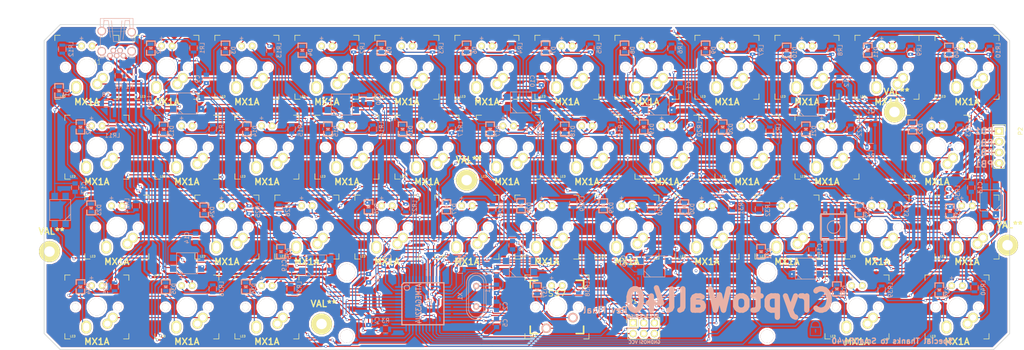
<source format=kicad_pcb>
(kicad_pcb (version 4) (host pcbnew 4.0.1-stable)
  (layers (0 F.Cu signal) (31 B.Cu signal) (34 B.Paste user) (35 F.Paste user) (36 B.SilkS user) (37 F.SilkS user) (38 B.Mask user) (39 F.Mask user) (44 Edge.Cuts user))
  (net 0 "")
  (net 1 "Net-(C1-Pad1)")
  (net 2 GND)
  (net 3 "Net-(C2-Pad1)")
  (net 4 "Net-(C3-Pad1)")
  (net 5 VCC)
  (net 6 /Matrix/Col0)
  (net 7 "Net-(D1-Pad2)")
  (net 8 /Matrix/Col1)
  (net 9 "Net-(D2-Pad2)")
  (net 10 /Matrix/Col2)
  (net 11 "Net-(D3-Pad2)")
  (net 12 /Matrix/Col3)
  (net 13 "Net-(D4-Pad2)")
  (net 14 /Matrix/Col4)
  (net 15 "Net-(D5-Pad2)")
  (net 16 /Matrix/Col5)
  (net 17 "Net-(D6-Pad2)")
  (net 18 /Matrix/Col6)
  (net 19 "Net-(D7-Pad2)")
  (net 20 /Matrix/Col7)
  (net 21 "Net-(D8-Pad2)")
  (net 22 /Matrix/Col8)
  (net 23 "Net-(D9-Pad2)")
  (net 24 /Matrix/Col9)
  (net 25 "Net-(D10-Pad2)")
  (net 26 /Matrix/Col10)
  (net 27 "Net-(D11-Pad2)")
  (net 28 "Net-(D12-Pad2)")
  (net 29 "Net-(D13-Pad2)")
  (net 30 "Net-(D14-Pad2)")
  (net 31 "Net-(D15-Pad2)")
  (net 32 "Net-(D16-Pad2)")
  (net 33 "Net-(D17-Pad2)")
  (net 34 "Net-(D18-Pad2)")
  (net 35 "Net-(D19-Pad2)")
  (net 36 "Net-(D20-Pad2)")
  (net 37 "Net-(D21-Pad2)")
  (net 38 "Net-(D22-Pad2)")
  (net 39 "Net-(D23-Pad2)")
  (net 40 "Net-(D24-Pad2)")
  (net 41 "Net-(D25-Pad2)")
  (net 42 "Net-(D26-Pad2)")
  (net 43 "Net-(D27-Pad2)")
  (net 44 "Net-(D28-Pad2)")
  (net 45 "Net-(D29-Pad2)")
  (net 46 "Net-(D30-Pad2)")
  (net 47 "Net-(D31-Pad2)")
  (net 48 "Net-(D32-Pad2)")
  (net 49 "Net-(D33-Pad2)")
  (net 50 "Net-(D34-Pad2)")
  (net 51 "Net-(D35-Pad2)")
  (net 52 "Net-(D36-Pad2)")
  (net 53 "Net-(D37-Pad2)")
  (net 54 "Net-(D38-Pad2)")
  (net 55 "Net-(D39-Pad2)")
  (net 56 "Net-(D40-Pad2)")
  (net 57 "Net-(IC1-Pad42)")
  (net 58 /~Res)
  (net 59 /GPIO4)
  (net 60 /GPIO3)
  (net 61 /Matrix/Row0)
  (net 62 /Matrix/Row1)
  (net 63 /Matrix/Row3)
  (net 64 /led/ESC)
  (net 65 /led/WASD)
  (net 66 /GPIO2)
  (net 67 /Matrix/Row2)
  (net 68 /GPIO0)
  (net 69 "Net-(IC1-Pad4)")
  (net 70 /led/CapsLock)
  (net 71 "Net-(IC1-Pad3)")
  (net 72 /led/Bottom)
  (net 73 "Net-(IC1-Pad33)")
  (net 74 /led/Backlight)
  (net 75 "Net-(J1-Pad3)")
  (net 76 "Net-(J1-Pad2)")
  (net 77 "Net-(J1-Pad4)")
  (net 78 "Net-(LED1-Pad1)")
  (net 79 "Net-(LED2-Pad1)")
  (net 80 "Net-(LED3-Pad1)")
  (net 81 "Net-(LED4-Pad1)")
  (net 82 "Net-(LED5-Pad1)")
  (net 83 "Net-(LED6-Pad1)")
  (net 84 "Net-(LED7-Pad1)")
  (net 85 "Net-(LED8-Pad1)")
  (net 86 "Net-(LED9-Pad1)")
  (net 87 "Net-(LED10-Pad1)")
  (net 88 "Net-(LED11-Pad1)")
  (net 89 "Net-(LED12-Pad1)")
  (net 90 "Net-(LED13-Pad1)")
  (net 91 "Net-(LED14-Pad1)")
  (net 92 "Net-(LED15-Pad1)")
  (net 93 "Net-(LED16-Pad1)")
  (net 94 "Net-(LED17-Pad1)")
  (net 95 "Net-(LED18-Pad1)")
  (net 96 "Net-(LED19-Pad1)")
  (net 97 "Net-(LED20-Pad1)")
  (net 98 "Net-(LED21-Pad1)")
  (net 99 "Net-(LED22-Pad1)")
  (net 100 "Net-(LED23-Pad1)")
  (net 101 "Net-(LED24-Pad1)")
  (net 102 "Net-(LED25-Pad1)")
  (net 103 "Net-(LED26-Pad1)")
  (net 104 "Net-(LED27-Pad1)")
  (net 105 "Net-(LED28-Pad1)")
  (net 106 "Net-(LED29-Pad1)")
  (net 107 "Net-(LED30-Pad1)")
  (net 108 "Net-(LED31-Pad1)")
  (net 109 "Net-(LED32-Pad1)")
  (net 110 "Net-(LED33-Pad1)")
  (net 111 "Net-(LED34-Pad1)")
  (net 112 "Net-(LED35-Pad1)")
  (net 113 "Net-(LED36-Pad1)")
  (net 114 "Net-(LED37-Pad1)")
  (net 115 "Net-(LED38-Pad1)")
  (net 116 "Net-(LED39-Pad1)")
  (net 117 "Net-(LED40-Pad1)")
  (net 118 /led/LRow0)
  (net 119 "Net-(LR41-Pad1)")
  (net 120 "Net-(RGBLED1-Pad2)")
  (net 121 "Net-(RGBLED2-Pad2)")
  (net 122 "Net-(RGBLED3-Pad2)")
  (net 123 "Net-(RGBLED4-Pad2)")
  (net 124 "Net-(RGBLED5-Pad2)")
  (net 125 "Net-(RGBLED6-Pad2)")
  (net 126 "Net-(RGBLED7-Pad2)")
  (net 127 "Net-(RGBLED8-Pad2)")
  (net 128 "Net-(RGBLED10-Pad4)")
  (net 129 "Net-(RGBLED10-Pad2)")
  (net 130 "Net-(RGBLED11-Pad2)")
  (net 131 "Net-(RGBLED12-Pad2)")
  (net 132 "Net-(S0-Pad4)")
  (net 133 "Net-(S0-Pad2)")
  (net 134 /GPIO1)
  (module Capacitors_SMD:C_0805 (layer B.Cu) (at 144.018 105.918 270)
    (fp_text reference C1 (at 0 2.1 270) (layer B.SilkS) (effects (justify mirror)))
    (fp_text value 22pF)
    (pad 1 smd rect (at -1 0 270) (size 1 1.25) (layers B.Cu B.Paste B.Mask) (net 1 "Net-(C1-Pad1)"))
    (pad 2 smd rect (at 1 0 270) (size 1 1.25) (layers B.Cu B.Paste B.Mask) (net 2 GND))
  )
  (module Capacitors_SMD:C_0805 (layer B.Cu) (at 144.018 109.982 90)
    (fp_text reference C2 (at 0 2.1 90) (layer B.SilkS) (effects (justify mirror)))
    (fp_text value 22pF)
    (pad 1 smd rect (at -1 0 90) (size 1 1.25) (layers B.Cu B.Paste B.Mask) (net 3 "Net-(C2-Pad1)"))
    (pad 2 smd rect (at 1 0 90) (size 1 1.25) (layers B.Cu B.Paste B.Mask) (net 2 GND))
  )
  (module Capacitors_SMD:C_0805 (layer B.Cu) (at 118.11 100.33 180)
    (fp_text reference C3 (at 0 2.1 180) (layer B.SilkS) (effects (justify mirror)))
    (fp_text value 1uF)
    (pad 1 smd rect (at -1 0 180) (size 1 1.25) (layers B.Cu B.Paste B.Mask) (net 4 "Net-(C3-Pad1)"))
    (pad 2 smd rect (at 1 0 180) (size 1 1.25) (layers B.Cu B.Paste B.Mask) (net 2 GND))
  )
  (module Capacitors_SMD:C_0805 (layer B.Cu) (at 113.538 113.538 90)
    (fp_text reference C4 (at 0 2.1 90) (layer B.SilkS) (effects (justify mirror)))
    (fp_text value 100nF)
    (pad 1 smd rect (at -1 0 90) (size 1 1.25) (layers B.Cu B.Paste B.Mask) (net 5 VCC))
    (pad 2 smd rect (at 1 0 90) (size 1 1.25) (layers B.Cu B.Paste B.Mask) (net 2 GND))
  )
  (module Capacitors_SMD:C_0805 (layer B.Cu) (at 144.018 114.046 90)
    (fp_text reference C5 (at 0 2.1 90) (layer B.SilkS) (effects (justify mirror)))
    (fp_text value 100nF)
    (pad 1 smd rect (at -1 0 90) (size 1 1.25) (layers B.Cu B.Paste B.Mask) (net 5 VCC))
    (pad 2 smd rect (at 1 0 90) (size 1 1.25) (layers B.Cu B.Paste B.Mask) (net 2 GND))
  )
  (module Capacitors_SMD:C_0805 (layer B.Cu) (at 113.538 103.378 90)
    (fp_text reference C6 (at 0 2.1 90) (layer B.SilkS) (effects (justify mirror)))
    (fp_text value 100nF)
    (pad 1 smd rect (at -1 0 90) (size 1 1.25) (layers B.Cu B.Paste B.Mask) (net 5 VCC))
    (pad 2 smd rect (at 1 0 90) (size 1 1.25) (layers B.Cu B.Paste B.Mask) (net 2 GND))
  )
  (module Capacitors_SMD:C_0805 (layer B.Cu) (at 144.018 101.854 270)
    (fp_text reference C7 (at 0 2.1 270) (layer B.SilkS) (effects (justify mirror)))
    (fp_text value 100nF)
    (pad 1 smd rect (at -1 0 270) (size 1 1.25) (layers B.Cu B.Paste B.Mask) (net 5 VCC))
    (pad 2 smd rect (at 1 0 270) (size 1 1.25) (layers B.Cu B.Paste B.Mask) (net 2 GND))
  )
  (module Capacitors_SMD:C_0805 (layer B.Cu) (at 51.054 61.722 180)
    (fp_text reference C8 (at 0 2.1 180) (layer B.SilkS) (effects (justify mirror)))
    (fp_text value 1uF)
    (pad 1 smd rect (at -1 0 180) (size 1 1.25) (layers B.Cu B.Paste B.Mask) (net 5 VCC))
    (pad 2 smd rect (at 1 0 180) (size 1 1.25) (layers B.Cu B.Paste B.Mask) (net 2 GND))
  )
  (module SM0805:SM0805D (layer B.Cu) (at 39.878 58.674 270)
    (fp_text reference D1 (at 0.508 -1.905 270) (layer B.SilkS) (effects (font (size 0.935 0.935) (thickness 0.1588)) (justify mirror)))
    (fp_text value DIODE hide)
    (pad 1 smd rect (at -0.9525 0 270) (size 0.889 1.397) (layers B.Cu B.Paste B.Mask) (net 6 /Matrix/Col0))
    (pad 2 smd rect (at 0.9525 0 270) (size 0.889 1.397) (layers B.Cu B.Paste B.Mask) (net 7 "Net-(D1-Pad2)"))
  )
  (module SM0805:SM0805D (layer B.Cu) (at 61.722 48.514 270)
    (fp_text reference D2 (at 0.508 -1.905 270) (layer B.SilkS) (effects (font (size 0.935 0.935) (thickness 0.1588)) (justify mirror)))
    (fp_text value DIODE hide)
    (pad 1 smd rect (at -0.9525 0 270) (size 0.889 1.397) (layers B.Cu B.Paste B.Mask) (net 8 /Matrix/Col1))
    (pad 2 smd rect (at 0.9525 0 270) (size 0.889 1.397) (layers B.Cu B.Paste B.Mask) (net 9 "Net-(D2-Pad2)"))
  )
  (module SM0805:SM0805D (layer B.Cu) (at 79.502 48.514 270)
    (fp_text reference D3 (at 0.508 -1.905 270) (layer B.SilkS) (effects (font (size 0.935 0.935) (thickness 0.1588)) (justify mirror)))
    (fp_text value DIODE hide)
    (pad 1 smd rect (at -0.9525 0 270) (size 0.889 1.397) (layers B.Cu B.Paste B.Mask) (net 10 /Matrix/Col2))
    (pad 2 smd rect (at 0.9525 0 270) (size 0.889 1.397) (layers B.Cu B.Paste B.Mask) (net 11 "Net-(D3-Pad2)"))
  )
  (module SM0805:SM0805D (layer B.Cu) (at 97.79 49.022 270)
    (fp_text reference D4 (at 0.508 -1.905 270) (layer B.SilkS) (effects (font (size 0.935 0.935) (thickness 0.1588)) (justify mirror)))
    (fp_text value DIODE hide)
    (pad 1 smd rect (at -0.9525 0 270) (size 0.889 1.397) (layers B.Cu B.Paste B.Mask) (net 12 /Matrix/Col3))
    (pad 2 smd rect (at 0.9525 0 270) (size 0.889 1.397) (layers B.Cu B.Paste B.Mask) (net 13 "Net-(D4-Pad2)"))
  )
  (module SM0805:SM0805D (layer B.Cu) (at 116.586 48.514 270)
    (fp_text reference D5 (at 0.508 -1.905 270) (layer B.SilkS) (effects (font (size 0.935 0.935) (thickness 0.1588)) (justify mirror)))
    (fp_text value DIODE hide)
    (pad 1 smd rect (at -0.9525 0 270) (size 0.889 1.397) (layers B.Cu B.Paste B.Mask) (net 14 /Matrix/Col4))
    (pad 2 smd rect (at 0.9525 0 270) (size 0.889 1.397) (layers B.Cu B.Paste B.Mask) (net 15 "Net-(D5-Pad2)"))
  )
  (module SM0805:SM0805D (layer B.Cu) (at 136.906 48.514 270)
    (fp_text reference D6 (at 0.508 -1.905 270) (layer B.SilkS) (effects (font (size 0.935 0.935) (thickness 0.1588)) (justify mirror)))
    (fp_text value DIODE hide)
    (pad 1 smd rect (at -0.9525 0 270) (size 0.889 1.397) (layers B.Cu B.Paste B.Mask) (net 16 /Matrix/Col5))
    (pad 2 smd rect (at 0.9525 0 270) (size 0.889 1.397) (layers B.Cu B.Paste B.Mask) (net 17 "Net-(D6-Pad2)"))
  )
  (module SM0805:SM0805D (layer B.Cu) (at 155.702 48.514 270)
    (fp_text reference D7 (at 0.508 -1.905 270) (layer B.SilkS) (effects (font (size 0.935 0.935) (thickness 0.1588)) (justify mirror)))
    (fp_text value DIODE hide)
    (pad 1 smd rect (at -0.9525 0 270) (size 0.889 1.397) (layers B.Cu B.Paste B.Mask) (net 18 /Matrix/Col6))
    (pad 2 smd rect (at 0.9525 0 270) (size 0.889 1.397) (layers B.Cu B.Paste B.Mask) (net 19 "Net-(D7-Pad2)"))
  )
  (module SM0805:SM0805D (layer B.Cu) (at 174.498 48.514 270)
    (fp_text reference D8 (at 0.508 -1.905 270) (layer B.SilkS) (effects (font (size 0.935 0.935) (thickness 0.1588)) (justify mirror)))
    (fp_text value DIODE hide)
    (pad 1 smd rect (at -0.9525 0 270) (size 0.889 1.397) (layers B.Cu B.Paste B.Mask) (net 20 /Matrix/Col7))
    (pad 2 smd rect (at 0.9525 0 270) (size 0.889 1.397) (layers B.Cu B.Paste B.Mask) (net 21 "Net-(D8-Pad2)"))
  )
  (module SM0805:SM0805D (layer B.Cu) (at 193.802 48.514 270)
    (fp_text reference D9 (at 0.508 -1.905 270) (layer B.SilkS) (effects (font (size 0.935 0.935) (thickness 0.1588)) (justify mirror)))
    (fp_text value DIODE hide)
    (pad 1 smd rect (at -0.9525 0 270) (size 0.889 1.397) (layers B.Cu B.Paste B.Mask) (net 22 /Matrix/Col8))
    (pad 2 smd rect (at 0.9525 0 270) (size 0.889 1.397) (layers B.Cu B.Paste B.Mask) (net 23 "Net-(D9-Pad2)"))
  )
  (module SM0805:SM0805D (layer B.Cu) (at 213.106 49.022 270)
    (fp_text reference D10 (at 0.508 -1.905 270) (layer B.SilkS) (effects (font (size 0.935 0.935) (thickness 0.1588)) (justify mirror)))
    (fp_text value DIODE hide)
    (pad 1 smd rect (at -0.9525 0 270) (size 0.889 1.397) (layers B.Cu B.Paste B.Mask) (net 24 /Matrix/Col9))
    (pad 2 smd rect (at 0.9525 0 270) (size 0.889 1.397) (layers B.Cu B.Paste B.Mask) (net 25 "Net-(D10-Pad2)"))
  )
  (module SM0805:SM0805D (layer B.Cu) (at 232.41 49.022 270)
    (fp_text reference D11 (at 0.508 -1.905 270) (layer B.SilkS) (effects (font (size 0.935 0.935) (thickness 0.1588)) (justify mirror)))
    (fp_text value DIODE hide)
    (pad 1 smd rect (at -0.9525 0 270) (size 0.889 1.397) (layers B.Cu B.Paste B.Mask) (net 26 /Matrix/Col10))
    (pad 2 smd rect (at 0.9525 0 270) (size 0.889 1.397) (layers B.Cu B.Paste B.Mask) (net 27 "Net-(D11-Pad2)"))
  )
  (module SM0805:SM0805D (layer B.Cu) (at 44.958 67.31 270)
    (fp_text reference D12 (at 0.508 -1.905 270) (layer B.SilkS) (effects (font (size 0.935 0.935) (thickness 0.1588)) (justify mirror)))
    (fp_text value DIODE hide)
    (pad 1 smd rect (at -0.9525 0 270) (size 0.889 1.397) (layers B.Cu B.Paste B.Mask) (net 6 /Matrix/Col0))
    (pad 2 smd rect (at 0.9525 0 270) (size 0.889 1.397) (layers B.Cu B.Paste B.Mask) (net 28 "Net-(D12-Pad2)"))
  )
  (module SM0805:SM0805D (layer B.Cu) (at 64.77 67.818 270)
    (fp_text reference D13 (at 0.508 -1.905 270) (layer B.SilkS) (effects (font (size 0.935 0.935) (thickness 0.1588)) (justify mirror)))
    (fp_text value DIODE hide)
    (pad 1 smd rect (at -0.9525 0 270) (size 0.889 1.397) (layers B.Cu B.Paste B.Mask) (net 8 /Matrix/Col1))
    (pad 2 smd rect (at 0.9525 0 270) (size 0.889 1.397) (layers B.Cu B.Paste B.Mask) (net 29 "Net-(D13-Pad2)"))
  )
  (module SM0805:SM0805D (layer B.Cu) (at 84.582 67.818 270)
    (fp_text reference D14 (at 0.508 -1.905 270) (layer B.SilkS) (effects (font (size 0.935 0.935) (thickness 0.1588)) (justify mirror)))
    (fp_text value DIODE hide)
    (pad 1 smd rect (at -0.9525 0 270) (size 0.889 1.397) (layers B.Cu B.Paste B.Mask) (net 10 /Matrix/Col2))
    (pad 2 smd rect (at 0.9525 0 270) (size 0.889 1.397) (layers B.Cu B.Paste B.Mask) (net 30 "Net-(D14-Pad2)"))
  )
  (module SM0805:SM0805D (layer B.Cu) (at 103.886 67.818 270)
    (fp_text reference D15 (at 0.508 -1.905 270) (layer B.SilkS) (effects (font (size 0.935 0.935) (thickness 0.1588)) (justify mirror)))
    (fp_text value DIODE hide)
    (pad 1 smd rect (at -0.9525 0 270) (size 0.889 1.397) (layers B.Cu B.Paste B.Mask) (net 12 /Matrix/Col3))
    (pad 2 smd rect (at 0.9525 0 270) (size 0.889 1.397) (layers B.Cu B.Paste B.Mask) (net 31 "Net-(D15-Pad2)"))
  )
  (module SM0805:SM0805D (layer B.Cu) (at 121.666 67.818 270)
    (fp_text reference D16 (at 0.508 -1.905 270) (layer B.SilkS) (effects (font (size 0.935 0.935) (thickness 0.1588)) (justify mirror)))
    (fp_text value DIODE hide)
    (pad 1 smd rect (at -0.9525 0 270) (size 0.889 1.397) (layers B.Cu B.Paste B.Mask) (net 14 /Matrix/Col4))
    (pad 2 smd rect (at 0.9525 0 270) (size 0.889 1.397) (layers B.Cu B.Paste B.Mask) (net 32 "Net-(D16-Pad2)"))
  )
  (module SM0805:SM0805D (layer B.Cu) (at 142.494 67.818 270)
    (fp_text reference D17 (at 0.508 -1.905 270) (layer B.SilkS) (effects (font (size 0.935 0.935) (thickness 0.1588)) (justify mirror)))
    (fp_text value DIODE hide)
    (pad 1 smd rect (at -0.9525 0 270) (size 0.889 1.397) (layers B.Cu B.Paste B.Mask) (net 16 /Matrix/Col5))
    (pad 2 smd rect (at 0.9525 0 270) (size 0.889 1.397) (layers B.Cu B.Paste B.Mask) (net 33 "Net-(D17-Pad2)"))
  )
  (module SM0805:SM0805D (layer B.Cu) (at 160.274 67.818 270)
    (fp_text reference D18 (at 0.508 -1.905 270) (layer B.SilkS) (effects (font (size 0.935 0.935) (thickness 0.1588)) (justify mirror)))
    (fp_text value DIODE hide)
    (pad 1 smd rect (at -0.9525 0 270) (size 0.889 1.397) (layers B.Cu B.Paste B.Mask) (net 18 /Matrix/Col6))
    (pad 2 smd rect (at 0.9525 0 270) (size 0.889 1.397) (layers B.Cu B.Paste B.Mask) (net 34 "Net-(D18-Pad2)"))
  )
  (module SM0805:SM0805D (layer B.Cu) (at 179.07 67.31 270)
    (fp_text reference D19 (at 0.508 -1.905 270) (layer B.SilkS) (effects (font (size 0.935 0.935) (thickness 0.1588)) (justify mirror)))
    (fp_text value DIODE hide)
    (pad 1 smd rect (at -0.9525 0 270) (size 0.889 1.397) (layers B.Cu B.Paste B.Mask) (net 20 /Matrix/Col7))
    (pad 2 smd rect (at 0.9525 0 270) (size 0.889 1.397) (layers B.Cu B.Paste B.Mask) (net 35 "Net-(D19-Pad2)"))
  )
  (module SM0805:SM0805D (layer B.Cu) (at 197.866 67.31 270)
    (fp_text reference D20 (at 0.508 -1.905 270) (layer B.SilkS) (effects (font (size 0.935 0.935) (thickness 0.1588)) (justify mirror)))
    (fp_text value DIODE hide)
    (pad 1 smd rect (at -0.9525 0 270) (size 0.889 1.397) (layers B.Cu B.Paste B.Mask) (net 22 /Matrix/Col8))
    (pad 2 smd rect (at 0.9525 0 270) (size 0.889 1.397) (layers B.Cu B.Paste B.Mask) (net 36 "Net-(D20-Pad2)"))
  )
  (module SM0805:SM0805D (layer B.Cu) (at 217.678 67.818 270)
    (fp_text reference D21 (at 0.508 -1.905 270) (layer B.SilkS) (effects (font (size 0.935 0.935) (thickness 0.1588)) (justify mirror)))
    (fp_text value DIODE hide)
    (pad 1 smd rect (at -0.9525 0 270) (size 0.889 1.397) (layers B.Cu B.Paste B.Mask) (net 24 /Matrix/Col9))
    (pad 2 smd rect (at 0.9525 0 270) (size 0.889 1.397) (layers B.Cu B.Paste B.Mask) (net 37 "Net-(D21-Pad2)"))
  )
  (module SM0805:SM0805D (layer B.Cu) (at 243.078 67.31 270)
    (fp_text reference D22 (at 0.508 -1.905 270) (layer B.SilkS) (effects (font (size 0.935 0.935) (thickness 0.1588)) (justify mirror)))
    (fp_text value DIODE hide)
    (pad 1 smd rect (at -0.9525 0 270) (size 0.889 1.397) (layers B.Cu B.Paste B.Mask) (net 26 /Matrix/Col10))
    (pad 2 smd rect (at 0.9525 0 270) (size 0.889 1.397) (layers B.Cu B.Paste B.Mask) (net 38 "Net-(D22-Pad2)"))
  )
  (module SM0805:SM0805D (layer B.Cu) (at 47.498 86.614 270)
    (fp_text reference D23 (at 0.508 -1.905 270) (layer B.SilkS) (effects (font (size 0.935 0.935) (thickness 0.1588)) (justify mirror)))
    (fp_text value DIODE hide)
    (pad 1 smd rect (at -0.9525 0 270) (size 0.889 1.397) (layers B.Cu B.Paste B.Mask) (net 6 /Matrix/Col0))
    (pad 2 smd rect (at 0.9525 0 270) (size 0.889 1.397) (layers B.Cu B.Paste B.Mask) (net 39 "Net-(D23-Pad2)"))
  )
  (module SM0805:SM0805D (layer B.Cu) (at 74.422 87.122 270)
    (fp_text reference D24 (at 0.508 -1.905 270) (layer B.SilkS) (effects (font (size 0.935 0.935) (thickness 0.1588)) (justify mirror)))
    (fp_text value DIODE hide)
    (pad 1 smd rect (at -0.9525 0 270) (size 0.889 1.397) (layers B.Cu B.Paste B.Mask) (net 8 /Matrix/Col1))
    (pad 2 smd rect (at 0.9525 0 270) (size 0.889 1.397) (layers B.Cu B.Paste B.Mask) (net 40 "Net-(D24-Pad2)"))
  )
  (module SM0805:SM0805D (layer B.Cu) (at 92.71 97.028 270)
    (fp_text reference D25 (at 0.508 -1.905 270) (layer B.SilkS) (effects (font (size 0.935 0.935) (thickness 0.1588)) (justify mirror)))
    (fp_text value DIODE hide)
    (pad 1 smd rect (at -0.9525 0 270) (size 0.889 1.397) (layers B.Cu B.Paste B.Mask) (net 10 /Matrix/Col2))
    (pad 2 smd rect (at 0.9525 0 270) (size 0.889 1.397) (layers B.Cu B.Paste B.Mask) (net 41 "Net-(D25-Pad2)"))
  )
  (module SM0805:SM0805D (layer B.Cu) (at 113.538 86.36 270)
    (fp_text reference D26 (at 0.508 -1.905 270) (layer B.SilkS) (effects (font (size 0.935 0.935) (thickness 0.1588)) (justify mirror)))
    (fp_text value DIODE hide)
    (pad 1 smd rect (at -0.9525 0 270) (size 0.889 1.397) (layers B.Cu B.Paste B.Mask) (net 12 /Matrix/Col3))
    (pad 2 smd rect (at 0.9525 0 270) (size 0.889 1.397) (layers B.Cu B.Paste B.Mask) (net 42 "Net-(D26-Pad2)"))
  )
  (module SM0805:SM0805D (layer B.Cu) (at 132.08 86.36 270)
    (fp_text reference D27 (at 0.508 -1.905 270) (layer B.SilkS) (effects (font (size 0.935 0.935) (thickness 0.1588)) (justify mirror)))
    (fp_text value DIODE hide)
    (pad 1 smd rect (at -0.9525 0 270) (size 0.889 1.397) (layers B.Cu B.Paste B.Mask) (net 14 /Matrix/Col4))
    (pad 2 smd rect (at 0.9525 0 270) (size 0.889 1.397) (layers B.Cu B.Paste B.Mask) (net 43 "Net-(D27-Pad2)"))
  )
  (module SM0805:SM0805D (layer B.Cu) (at 149.86 86.106 270)
    (fp_text reference D28 (at 0.508 -1.905 270) (layer B.SilkS) (effects (font (size 0.935 0.935) (thickness 0.1588)) (justify mirror)))
    (fp_text value DIODE hide)
    (pad 1 smd rect (at -0.9525 0 270) (size 0.889 1.397) (layers B.Cu B.Paste B.Mask) (net 16 /Matrix/Col5))
    (pad 2 smd rect (at 0.9525 0 270) (size 0.889 1.397) (layers B.Cu B.Paste B.Mask) (net 44 "Net-(D28-Pad2)"))
  )
  (module SM0805:SM0805D (layer B.Cu) (at 169.418 86.106 270)
    (fp_text reference D29 (at 0.508 -1.905 270) (layer B.SilkS) (effects (font (size 0.935 0.935) (thickness 0.1588)) (justify mirror)))
    (fp_text value DIODE hide)
    (pad 1 smd rect (at -0.9525 0 270) (size 0.889 1.397) (layers B.Cu B.Paste B.Mask) (net 18 /Matrix/Col6))
    (pad 2 smd rect (at 0.9525 0 270) (size 0.889 1.397) (layers B.Cu B.Paste B.Mask) (net 45 "Net-(D29-Pad2)"))
  )
  (module SM0805:SM0805D (layer B.Cu) (at 188.722 86.36 270)
    (fp_text reference D30 (at 0.508 -1.905 270) (layer B.SilkS) (effects (font (size 0.935 0.935) (thickness 0.1588)) (justify mirror)))
    (fp_text value DIODE hide)
    (pad 1 smd rect (at -0.9525 0 270) (size 0.889 1.397) (layers B.Cu B.Paste B.Mask) (net 20 /Matrix/Col7))
    (pad 2 smd rect (at 0.9525 0 270) (size 0.889 1.397) (layers B.Cu B.Paste B.Mask) (net 46 "Net-(D30-Pad2)"))
  )
  (module SM0805:SM0805D (layer B.Cu) (at 207.01 97.028 270)
    (fp_text reference D31 (at 0.508 -1.905 270) (layer B.SilkS) (effects (font (size 0.935 0.935) (thickness 0.1588)) (justify mirror)))
    (fp_text value DIODE hide)
    (pad 1 smd rect (at -0.9525 0 270) (size 0.889 1.397) (layers B.Cu B.Paste B.Mask) (net 22 /Matrix/Col8))
    (pad 2 smd rect (at 0.9525 0 270) (size 0.889 1.397) (layers B.Cu B.Paste B.Mask) (net 47 "Net-(D31-Pad2)"))
  )
  (module SM0805:SM0805D (layer B.Cu) (at 230.378 87.122 270)
    (fp_text reference D32 (at 0.508 -1.905 270) (layer B.SilkS) (effects (font (size 0.935 0.935) (thickness 0.1588)) (justify mirror)))
    (fp_text value DIODE hide)
    (pad 1 smd rect (at -0.9525 0 270) (size 0.889 1.397) (layers B.Cu B.Paste B.Mask) (net 24 /Matrix/Col9))
    (pad 2 smd rect (at 0.9525 0 270) (size 0.889 1.397) (layers B.Cu B.Paste B.Mask) (net 48 "Net-(D32-Pad2)"))
  )
  (module SM0805:SM0805D (layer B.Cu) (at 251.968 87.376 270)
    (fp_text reference D33 (at 0.508 -1.905 270) (layer B.SilkS) (effects (font (size 0.935 0.935) (thickness 0.1588)) (justify mirror)))
    (fp_text value DIODE hide)
    (pad 1 smd rect (at -0.9525 0 270) (size 0.889 1.397) (layers B.Cu B.Paste B.Mask) (net 26 /Matrix/Col10))
    (pad 2 smd rect (at 0.9525 0 270) (size 0.889 1.397) (layers B.Cu B.Paste B.Mask) (net 49 "Net-(D33-Pad2)"))
  )
  (module SM0805:SM0805D (layer B.Cu) (at 44.958 105.41 270)
    (fp_text reference D34 (at 0.508 -1.905 270) (layer B.SilkS) (effects (font (size 0.935 0.935) (thickness 0.1588)) (justify mirror)))
    (fp_text value DIODE hide)
    (pad 1 smd rect (at -0.9525 0 270) (size 0.889 1.397) (layers B.Cu B.Paste B.Mask) (net 6 /Matrix/Col0))
    (pad 2 smd rect (at 0.9525 0 270) (size 0.889 1.397) (layers B.Cu B.Paste B.Mask) (net 50 "Net-(D34-Pad2)"))
  )
  (module SM0805:SM0805D (layer B.Cu) (at 65.278 105.41 270)
    (fp_text reference D35 (at 0.508 -1.905 270) (layer B.SilkS) (effects (font (size 0.935 0.935) (thickness 0.1588)) (justify mirror)))
    (fp_text value DIODE hide)
    (pad 1 smd rect (at -0.9525 0 270) (size 0.889 1.397) (layers B.Cu B.Paste B.Mask) (net 8 /Matrix/Col1))
    (pad 2 smd rect (at 0.9525 0 270) (size 0.889 1.397) (layers B.Cu B.Paste B.Mask) (net 51 "Net-(D35-Pad2)"))
  )
  (module SM0805:SM0805D (layer B.Cu) (at 84.328 105.41 270)
    (fp_text reference D36 (at 0.508 -1.905 270) (layer B.SilkS) (effects (font (size 0.935 0.935) (thickness 0.1588)) (justify mirror)))
    (fp_text value DIODE hide)
    (pad 1 smd rect (at -0.9525 0 270) (size 0.889 1.397) (layers B.Cu B.Paste B.Mask) (net 10 /Matrix/Col2))
    (pad 2 smd rect (at 0.9525 0 270) (size 0.889 1.397) (layers B.Cu B.Paste B.Mask) (net 52 "Net-(D36-Pad2)"))
  )
  (module SM0805:SM0805D (layer B.Cu) (at 153.67 106.172 270)
    (fp_text reference D37 (at 0.508 -1.905 270) (layer B.SilkS) (effects (font (size 0.935 0.935) (thickness 0.1588)) (justify mirror)))
    (fp_text value DIODE hide)
    (pad 1 smd rect (at -0.9525 0 270) (size 0.889 1.397) (layers B.Cu B.Paste B.Mask) (net 16 /Matrix/Col5))
    (pad 2 smd rect (at 0.9525 0 270) (size 0.889 1.397) (layers B.Cu B.Paste B.Mask) (net 53 "Net-(D37-Pad2)"))
  )
  (module SM0805:SM0805D (layer B.Cu) (at 225.044 105.918 270)
    (fp_text reference D38 (at 0.508 -1.905 270) (layer B.SilkS) (effects (font (size 0.935 0.935) (thickness 0.1588)) (justify mirror)))
    (fp_text value DIODE hide)
    (pad 1 smd rect (at -0.9525 0 270) (size 0.889 1.397) (layers B.Cu B.Paste B.Mask) (net 22 /Matrix/Col8))
    (pad 2 smd rect (at 0.9525 0 270) (size 0.889 1.397) (layers B.Cu B.Paste B.Mask) (net 54 "Net-(D38-Pad2)"))
  )
  (module SM0805:SM0805D (layer B.Cu) (at 249.428 106.172 270)
    (fp_text reference D39 (at 0.508 -1.905 270) (layer B.SilkS) (effects (font (size 0.935 0.935) (thickness 0.1588)) (justify mirror)))
    (fp_text value DIODE hide)
    (pad 1 smd rect (at -0.9525 0 270) (size 0.889 1.397) (layers B.Cu B.Paste B.Mask) (net 24 /Matrix/Col9))
    (pad 2 smd rect (at 0.9525 0 270) (size 0.889 1.397) (layers B.Cu B.Paste B.Mask) (net 55 "Net-(D39-Pad2)"))
  )
  (module SM0805:SM0805D (layer B.Cu) (at 251.714 49.022 270)
    (fp_text reference D40 (at 0.508 -1.905 270) (layer B.SilkS) (effects (font (size 0.935 0.935) (thickness 0.1588)) (justify mirror)))
    (fp_text value DIODE hide)
    (pad 1 smd rect (at -0.9525 0 270) (size 0.889 1.397) (layers B.Cu B.Paste B.Mask) (net 26 /Matrix/Col10))
    (pad 2 smd rect (at 0.9525 0 270) (size 0.889 1.397) (layers B.Cu B.Paste B.Mask) (net 56 "Net-(D40-Pad2)"))
  )
  (module tqfp:TQFP44 (layer B.Cu) (at 126.492 109.474 270)
    (fp_text reference IC1 (at 0 -1.524 270) (layer B.SilkS) (effects (font (size 1.27 1.016) (thickness 0.2032)) (justify mirror)))
    (fp_text value ATMEGA32U4 (at 0 1.016 270) (layer B.SilkS) (effects (font (size 1.27 1.016) (thickness 0.2032)) (justify mirror)))
    (pad 39 smd oval (at 0 5.715 270) (size 0.4064 1.89992) (layers B.Cu B.Paste B.Mask) (net 10 /Matrix/Col2))
    (pad 40 smd oval (at -0.8001 5.715 270) (size 0.4064 1.89992) (layers B.Cu B.Paste B.Mask) (net 8 /Matrix/Col1))
    (pad 41 smd oval (at -1.6002 5.715 270) (size 0.4064 1.89992) (layers B.Cu B.Paste B.Mask) (net 6 /Matrix/Col0))
    (pad 42 smd oval (at -2.4003 5.715 270) (size 0.4064 1.89992) (layers B.Cu B.Paste B.Mask) (net 57 "Net-(IC1-Pad42)"))
    (pad 43 smd oval (at -3.2004 5.715 270) (size 0.4064 1.89992) (layers B.Cu B.Paste B.Mask) (net 2 GND))
    (pad 44 smd oval (at -4.0005 5.715 270) (size 0.4064 1.89992) (layers B.Cu B.Paste B.Mask) (net 5 VCC))
    (pad 38 smd oval (at 0.8001 5.715 270) (size 0.4064 1.89992) (layers B.Cu B.Paste B.Mask) (net 12 /Matrix/Col3))
    (pad 37 smd oval (at 1.6002 5.715 270) (size 0.4064 1.89992) (layers B.Cu B.Paste B.Mask) (net 14 /Matrix/Col4))
    (pad 36 smd oval (at 2.4003 5.715 270) (size 0.4064 1.89992) (layers B.Cu B.Paste B.Mask) (net 16 /Matrix/Col5))
    (pad 35 smd oval (at 3.2004 5.715 270) (size 0.4064 1.89992) (layers B.Cu B.Paste B.Mask) (net 2 GND))
    (pad 34 smd oval (at 4.0005 5.715 270) (size 0.4064 1.89992) (layers B.Cu B.Paste B.Mask) (net 5 VCC))
    (pad 17 smd oval (at 0 -5.715 270) (size 0.4064 1.89992) (layers B.Cu B.Paste B.Mask) (net 3 "Net-(C2-Pad1)"))
    (pad 16 smd oval (at -0.8001 -5.715 270) (size 0.4064 1.89992) (layers B.Cu B.Paste B.Mask) (net 1 "Net-(C1-Pad1)"))
    (pad 15 smd oval (at -1.6002 -5.715 270) (size 0.4064 1.89992) (layers B.Cu B.Paste B.Mask) (net 2 GND))
    (pad 14 smd oval (at -2.4003 -5.715 270) (size 0.4064 1.89992) (layers B.Cu B.Paste B.Mask) (net 5 VCC))
    (pad 13 smd oval (at -3.2004 -5.715 270) (size 0.4064 1.89992) (layers B.Cu B.Paste B.Mask) (net 58 /~Res))
    (pad 12 smd oval (at -4.0005 -5.715 270) (size 0.4064 1.89992) (layers B.Cu B.Paste B.Mask) (net 26 /Matrix/Col10))
    (pad 18 smd oval (at 0.8001 -5.715 270) (size 0.4064 1.89992) (layers B.Cu B.Paste B.Mask) (net 59 /GPIO4))
    (pad 19 smd oval (at 1.6002 -5.715 270) (size 0.4064 1.89992) (layers B.Cu B.Paste B.Mask) (net 60 /GPIO3))
    (pad 20 smd oval (at 2.4003 -5.715 270) (size 0.4064 1.89992) (layers B.Cu B.Paste B.Mask) (net 61 /Matrix/Row0))
    (pad 21 smd oval (at 3.2004 -5.715 270) (size 0.4064 1.89992) (layers B.Cu B.Paste B.Mask) (net 62 /Matrix/Row1))
    (pad 22 smd oval (at 4.0005 -5.715 270) (size 0.4064 1.89992) (layers B.Cu B.Paste B.Mask) (net 63 /Matrix/Row3))
    (pad 6 smd oval (at -5.715 0 270) (size 1.89992 0.4064) (layers B.Cu B.Paste B.Mask) (net 4 "Net-(C3-Pad1)"))
    (pad 28 smd oval (at 5.715 0 270) (size 1.89992 0.4064) (layers B.Cu B.Paste B.Mask) (net 20 /Matrix/Col7))
    (pad 7 smd oval (at -5.715 -0.8001 270) (size 1.89992 0.4064) (layers B.Cu B.Paste B.Mask) (net 5 VCC))
    (pad 27 smd oval (at 5.715 -0.8001 270) (size 1.89992 0.4064) (layers B.Cu B.Paste B.Mask) (net 64 /led/ESC))
    (pad 26 smd oval (at 5.715 -1.6002 270) (size 1.89992 0.4064) (layers B.Cu B.Paste B.Mask) (net 65 /led/WASD))
    (pad 8 smd oval (at -5.715 -1.6002 270) (size 1.89992 0.4064) (layers B.Cu B.Paste B.Mask) (net 66 /GPIO2))
    (pad 9 smd oval (at -5.715 -2.4003 270) (size 1.89992 0.4064) (layers B.Cu B.Paste B.Mask) (net 134 /GPIO1))
    (pad 25 smd oval (at 5.715 -2.4003 270) (size 1.89992 0.4064) (layers B.Cu B.Paste B.Mask) (net 67 /Matrix/Row2))
    (pad 24 smd oval (at 5.715 -3.2004 270) (size 1.89992 0.4064) (layers B.Cu B.Paste B.Mask) (net 5 VCC))
    (pad 10 smd oval (at -5.715 -3.2004 270) (size 1.89992 0.4064) (layers B.Cu B.Paste B.Mask) (net 68 /GPIO0))
    (pad 11 smd oval (at -5.715 -4.0005 270) (size 1.89992 0.4064) (layers B.Cu B.Paste B.Mask) (net 18 /Matrix/Col6))
    (pad 23 smd oval (at 5.715 -4.0005 270) (size 1.89992 0.4064) (layers B.Cu B.Paste B.Mask) (net 2 GND))
    (pad 29 smd oval (at 5.715 0.8001 270) (size 1.89992 0.4064) (layers B.Cu B.Paste B.Mask) (net 22 /Matrix/Col8))
    (pad 5 smd oval (at -5.715 0.8001 270) (size 1.89992 0.4064) (layers B.Cu B.Paste B.Mask) (net 2 GND))
    (pad 4 smd oval (at -5.715 1.6002 270) (size 1.89992 0.4064) (layers B.Cu B.Paste B.Mask) (net 69 "Net-(IC1-Pad4)"))
    (pad 30 smd oval (at 5.715 1.6002 270) (size 1.89992 0.4064) (layers B.Cu B.Paste B.Mask) (net 24 /Matrix/Col9))
    (pad 31 smd oval (at 5.715 2.4003 270) (size 1.89992 0.4064) (layers B.Cu B.Paste B.Mask) (net 70 /led/CapsLock))
    (pad 3 smd oval (at -5.715 2.4003 270) (size 1.89992 0.4064) (layers B.Cu B.Paste B.Mask) (net 71 "Net-(IC1-Pad3)"))
    (pad 2 smd oval (at -5.715 3.2004 270) (size 1.89992 0.4064) (layers B.Cu B.Paste B.Mask) (net 5 VCC))
    (pad 32 smd oval (at 5.715 3.2004 270) (size 1.89992 0.4064) (layers B.Cu B.Paste B.Mask) (net 72 /led/Bottom))
    (pad 33 smd oval (at 5.715 4.0005 270) (size 1.89992 0.4064) (layers B.Cu B.Paste B.Mask) (net 73 "Net-(IC1-Pad33)"))
    (pad 1 smd oval (at -5.715 4.0005 270) (size 1.89992 0.4064) (layers B.Cu B.Paste B.Mask) (net 74 /led/Backlight))
  )
  (module USB:DX_USB (layer B.Cu) (at 53.594 45.212 270)
    (fp_text reference J1 (at 6.61416 4.6736 540) (layer F.SilkS) (effects (font (size 1.27 1.27) (thickness 0.0889))))
    (fp_text value USBMINI_B05 hide)
    (pad 3 thru_hole circle (at 5.09778 0 270) (size 1.30556 1.30556) (drill 0.79756) (layers *.Cu B.Paste B.SilkS B.Mask) (net 75 "Net-(J1-Pad3)"))
    (pad 2 thru_hole circle (at 3.8989 0.79756 270) (size 1.30556 1.30556) (drill 0.79756) (layers *.Cu B.Paste B.SilkS B.Mask) (net 76 "Net-(J1-Pad2)"))
    (pad 5 thru_hole circle (at 5.09778 -1.59766 270) (size 1.30556 1.30556) (drill 0.79756) (layers *.Cu B.Paste B.SilkS B.Mask) (net 2 GND))
    (pad 4 thru_hole circle (at 3.8989 -0.79756 270) (size 1.30556 1.30556) (drill 0.79756) (layers *.Cu B.Paste B.SilkS B.Mask) (net 77 "Net-(J1-Pad4)"))
    (pad P$6 thru_hole circle (at -0.508 -3.556 270) (size 2 2) (drill 1.5) (layers *.Cu B.Paste B.SilkS B.Mask))
    (pad P$7 thru_hole circle (at -0.762 3.556 270) (size 2 2) (drill 1.5) (layers *.Cu B.Paste B.SilkS B.Mask))
    (pad 1 thru_hole circle (at 5.09778 1.59766 270) (size 1.30556 1.30556) (drill 0.79756) (layers *.Cu B.Paste B.SilkS B.Mask) (net 5 VCC))
    (pad P$8 thru_hole circle (at 4.064 3.556 270) (size 2 2) (drill 1.5) (layers *.Cu B.Paste B.SilkS B.Mask))
    (pad P$9 thru_hole circle (at 4.064 -3.556 270) (size 2 2) (drill 1.5) (layers *.Cu B.Paste B.SilkS B.Mask))
  )
  (module Resistors_SMD:R_0805 (layer B.Cu) (at 71.882 48.514 90)
    (fp_text reference LR1 (at 0 2.1 90) (layer B.SilkS) (effects (justify mirror)))
    (fp_text value 330R)
    (pad 1 smd rect (at -0.95 0 90) (size 0.7 1.3) (layers B.Cu B.Paste B.Mask) (net 118 /led/LRow0))
    (pad 2 smd rect (at 0.95 0 90) (size 0.7 1.3) (layers B.Cu B.Paste B.Mask) (net 78 "Net-(LED1-Pad1)"))
  )
  (module Resistors_SMD:R_0805 (layer B.Cu) (at 109.982 48.514 90)
    (fp_text reference LR2 (at 0 2.1 90) (layer B.SilkS) (effects (justify mirror)))
    (fp_text value 330R)
    (pad 1 smd rect (at -0.95 0 90) (size 0.7 1.3) (layers B.Cu B.Paste B.Mask) (net 118 /led/LRow0))
    (pad 2 smd rect (at 0.95 0 90) (size 0.7 1.3) (layers B.Cu B.Paste B.Mask) (net 79 "Net-(LED2-Pad1)"))
  )
  (module Resistors_SMD:R_0805 (layer B.Cu) (at 128.778 48.514 90)
    (fp_text reference LR3 (at 0 2.1 90) (layer B.SilkS) (effects (justify mirror)))
    (fp_text value 330R)
    (pad 1 smd rect (at -0.95 0 90) (size 0.7 1.3) (layers B.Cu B.Paste B.Mask) (net 118 /led/LRow0))
    (pad 2 smd rect (at 0.95 0 90) (size 0.7 1.3) (layers B.Cu B.Paste B.Mask) (net 80 "Net-(LED3-Pad1)"))
  )
  (module Resistors_SMD:R_0805 (layer B.Cu) (at 147.574 48.514 90)
    (fp_text reference LR4 (at 0 2.1 90) (layer B.SilkS) (effects (justify mirror)))
    (fp_text value 330R)
    (pad 1 smd rect (at -0.95 0 90) (size 0.7 1.3) (layers B.Cu B.Paste B.Mask) (net 118 /led/LRow0))
    (pad 2 smd rect (at 0.95 0 90) (size 0.7 1.3) (layers B.Cu B.Paste B.Mask) (net 81 "Net-(LED4-Pad1)"))
  )
  (module Resistors_SMD:R_0805 (layer B.Cu) (at 166.37 48.514 90)
    (fp_text reference LR5 (at 0 2.1 90) (layer B.SilkS) (effects (justify mirror)))
    (fp_text value 330R)
    (pad 1 smd rect (at -0.95 0 90) (size 0.7 1.3) (layers B.Cu B.Paste B.Mask) (net 118 /led/LRow0))
    (pad 2 smd rect (at 0.95 0 90) (size 0.7 1.3) (layers B.Cu B.Paste B.Mask) (net 82 "Net-(LED5-Pad1)"))
  )
  (module Resistors_SMD:R_0805 (layer B.Cu) (at 185.674 48.514 90)
    (fp_text reference LR6 (at 0 2.1 90) (layer B.SilkS) (effects (justify mirror)))
    (fp_text value 330R)
    (pad 1 smd rect (at -0.95 0 90) (size 0.7 1.3) (layers B.Cu B.Paste B.Mask) (net 118 /led/LRow0))
    (pad 2 smd rect (at 0.95 0 90) (size 0.7 1.3) (layers B.Cu B.Paste B.Mask) (net 83 "Net-(LED6-Pad1)"))
  )
  (module Resistors_SMD:R_0805 (layer B.Cu) (at 204.978 49.022 90)
    (fp_text reference LR7 (at 0 2.1 90) (layer B.SilkS) (effects (justify mirror)))
    (fp_text value 330R)
    (pad 1 smd rect (at -0.95 0 90) (size 0.7 1.3) (layers B.Cu B.Paste B.Mask) (net 118 /led/LRow0))
    (pad 2 smd rect (at 0.95 0 90) (size 0.7 1.3) (layers B.Cu B.Paste B.Mask) (net 84 "Net-(LED7-Pad1)"))
  )
  (module Resistors_SMD:R_0805 (layer B.Cu) (at 223.774 49.022 90)
    (fp_text reference LR8 (at 0 2.1 90) (layer B.SilkS) (effects (justify mirror)))
    (fp_text value 330R)
    (pad 1 smd rect (at -0.95 0 90) (size 0.7 1.3) (layers B.Cu B.Paste B.Mask) (net 118 /led/LRow0))
    (pad 2 smd rect (at 0.95 0 90) (size 0.7 1.3) (layers B.Cu B.Paste B.Mask) (net 85 "Net-(LED8-Pad1)"))
  )
  (module Resistors_SMD:R_0805 (layer B.Cu) (at 242.57 49.022 90)
    (fp_text reference LR9 (at 0 2.1 90) (layer B.SilkS) (effects (justify mirror)))
    (fp_text value 330R)
    (pad 1 smd rect (at -0.95 0 90) (size 0.7 1.3) (layers B.Cu B.Paste B.Mask) (net 118 /led/LRow0))
    (pad 2 smd rect (at 0.95 0 90) (size 0.7 1.3) (layers B.Cu B.Paste B.Mask) (net 86 "Net-(LED9-Pad1)"))
  )
  (module Resistors_SMD:R_0805 (layer B.Cu) (at 261.366 49.022 90)
    (fp_text reference LR10 (at 0 2.1 90) (layer B.SilkS) (effects (justify mirror)))
    (fp_text value 330R)
    (pad 1 smd rect (at -0.95 0 90) (size 0.7 1.3) (layers B.Cu B.Paste B.Mask) (net 118 /led/LRow0))
    (pad 2 smd rect (at 0.95 0 90) (size 0.7 1.3) (layers B.Cu B.Paste B.Mask) (net 87 "Net-(LED10-Pad1)"))
  )
  (module Resistors_SMD:R_0805 (layer B.Cu) (at 52.578 66.802 270)
    (fp_text reference LR11 (at 2.54 0 360) (layer B.SilkS) (effects (justify mirror)))
    (fp_text value 330R)
    (pad 1 smd rect (at -0.95 0 270) (size 0.7 1.3) (layers B.Cu B.Paste B.Mask) (net 5 VCC))
    (pad 2 smd rect (at 0.95 0 270) (size 0.7 1.3) (layers B.Cu B.Paste B.Mask) (net 88 "Net-(LED11-Pad1)"))
  )
  (module Resistors_SMD:R_0805 (layer B.Cu) (at 40.64 48.768 90)
    (fp_text reference LR12 (at 0 2.1 90) (layer B.SilkS) (effects (justify mirror)))
    (fp_text value 330R)
    (pad 1 smd rect (at -0.95 0 90) (size 0.7 1.3) (layers B.Cu B.Paste B.Mask) (net 5 VCC))
    (pad 2 smd rect (at 0.95 0 90) (size 0.7 1.3) (layers B.Cu B.Paste B.Mask) (net 89 "Net-(LED12-Pad1)"))
  )
  (module Resistors_SMD:R_0805 (layer B.Cu) (at 90.17 49.022 90)
    (fp_text reference LR13 (at 0 2.1 90) (layer B.SilkS) (effects (justify mirror)))
    (fp_text value 330R)
    (pad 1 smd rect (at -0.95 0 90) (size 0.7 1.3) (layers B.Cu B.Paste B.Mask) (net 5 VCC))
    (pad 2 smd rect (at 0.95 0 90) (size 0.7 1.3) (layers B.Cu B.Paste B.Mask) (net 90 "Net-(LED13-Pad1)"))
  )
  (module Resistors_SMD:R_0805 (layer B.Cu) (at 76.454 67.818 90)
    (fp_text reference LR14 (at 0 2.1 90) (layer B.SilkS) (effects (justify mirror)))
    (fp_text value 330R)
    (pad 1 smd rect (at -0.95 0 90) (size 0.7 1.3) (layers B.Cu B.Paste B.Mask) (net 5 VCC))
    (pad 2 smd rect (at 0.95 0 90) (size 0.7 1.3) (layers B.Cu B.Paste B.Mask) (net 91 "Net-(LED14-Pad1)"))
  )
  (module Resistors_SMD:R_0805 (layer B.Cu) (at 95.25 67.818 90)
    (fp_text reference LR15 (at 0 2.1 90) (layer B.SilkS) (effects (justify mirror)))
    (fp_text value 330R)
    (pad 1 smd rect (at -0.95 0 90) (size 0.7 1.3) (layers B.Cu B.Paste B.Mask) (net 5 VCC))
    (pad 2 smd rect (at 0.95 0 90) (size 0.7 1.3) (layers B.Cu B.Paste B.Mask) (net 92 "Net-(LED15-Pad1)"))
  )
  (module Resistors_SMD:R_0805 (layer B.Cu) (at 114.554 67.818 90)
    (fp_text reference LR16 (at 0 2.1 90) (layer B.SilkS) (effects (justify mirror)))
    (fp_text value 330R)
    (pad 1 smd rect (at -0.95 0 90) (size 0.7 1.3) (layers B.Cu B.Paste B.Mask) (net 5 VCC))
    (pad 2 smd rect (at 0.95 0 90) (size 0.7 1.3) (layers B.Cu B.Paste B.Mask) (net 93 "Net-(LED16-Pad1)"))
  )
  (module Resistors_SMD:R_0805 (layer B.Cu) (at 133.35 67.818 90)
    (fp_text reference LR17 (at 0 2.1 90) (layer B.SilkS) (effects (justify mirror)))
    (fp_text value 330R)
    (pad 1 smd rect (at -0.95 0 90) (size 0.7 1.3) (layers B.Cu B.Paste B.Mask) (net 118 /led/LRow0))
    (pad 2 smd rect (at 0.95 0 90) (size 0.7 1.3) (layers B.Cu B.Paste B.Mask) (net 94 "Net-(LED17-Pad1)"))
  )
  (module Resistors_SMD:R_0805 (layer B.Cu) (at 152.146 67.818 90)
    (fp_text reference LR18 (at 0 2.1 90) (layer B.SilkS) (effects (justify mirror)))
    (fp_text value 330R)
    (pad 1 smd rect (at -0.95 0 90) (size 0.7 1.3) (layers B.Cu B.Paste B.Mask) (net 118 /led/LRow0))
    (pad 2 smd rect (at 0.95 0 90) (size 0.7 1.3) (layers B.Cu B.Paste B.Mask) (net 95 "Net-(LED18-Pad1)"))
  )
  (module Resistors_SMD:R_0805 (layer B.Cu) (at 171.45 67.818 90)
    (fp_text reference LR19 (at 0 2.1 90) (layer B.SilkS) (effects (justify mirror)))
    (fp_text value 330R)
    (pad 1 smd rect (at -0.95 0 90) (size 0.7 1.3) (layers B.Cu B.Paste B.Mask) (net 118 /led/LRow0))
    (pad 2 smd rect (at 0.95 0 90) (size 0.7 1.3) (layers B.Cu B.Paste B.Mask) (net 96 "Net-(LED19-Pad1)"))
  )
  (module Resistors_SMD:R_0805 (layer B.Cu) (at 190.246 67.818 90)
    (fp_text reference LR20 (at 0 2.1 90) (layer B.SilkS) (effects (justify mirror)))
    (fp_text value 330R)
    (pad 1 smd rect (at -0.95 0 90) (size 0.7 1.3) (layers B.Cu B.Paste B.Mask) (net 118 /led/LRow0))
    (pad 2 smd rect (at 0.95 0 90) (size 0.7 1.3) (layers B.Cu B.Paste B.Mask) (net 97 "Net-(LED20-Pad1)"))
  )
  (module Resistors_SMD:R_0805 (layer B.Cu) (at 209.042 68.326 90)
    (fp_text reference LR21 (at 0 2.1 90) (layer B.SilkS) (effects (justify mirror)))
    (fp_text value 330R)
    (pad 1 smd rect (at -0.95 0 90) (size 0.7 1.3) (layers B.Cu B.Paste B.Mask) (net 118 /led/LRow0))
    (pad 2 smd rect (at 0.95 0 90) (size 0.7 1.3) (layers B.Cu B.Paste B.Mask) (net 98 "Net-(LED21-Pad1)"))
  )
  (module Resistors_SMD:R_0805 (layer B.Cu) (at 228.346 67.818 90)
    (fp_text reference LR22 (at 0 2.1 90) (layer B.SilkS) (effects (justify mirror)))
    (fp_text value 330R)
    (pad 1 smd rect (at -0.95 0 90) (size 0.7 1.3) (layers B.Cu B.Paste B.Mask) (net 118 /led/LRow0))
    (pad 2 smd rect (at 0.95 0 90) (size 0.7 1.3) (layers B.Cu B.Paste B.Mask) (net 99 "Net-(LED22-Pad1)"))
  )
  (module Resistors_SMD:R_0805 (layer B.Cu) (at 254.254 67.818 90)
    (fp_text reference LR23 (at 0 2.1 90) (layer B.SilkS) (effects (justify mirror)))
    (fp_text value 330R)
    (pad 1 smd rect (at -0.95 0 90) (size 0.7 1.3) (layers B.Cu B.Paste B.Mask) (net 118 /led/LRow0))
    (pad 2 smd rect (at 0.95 0 90) (size 0.7 1.3) (layers B.Cu B.Paste B.Mask) (net 100 "Net-(LED23-Pad1)"))
  )
  (module Resistors_SMD:R_0805 (layer B.Cu) (at 58.166 86.106 270)
    (fp_text reference LR24 (at 0 2.1 270) (layer B.SilkS) (effects (justify mirror)))
    (fp_text value 330R)
    (pad 1 smd rect (at -0.95 0 270) (size 0.7 1.3) (layers B.Cu B.Paste B.Mask) (net 118 /led/LRow0))
    (pad 2 smd rect (at 0.95 0 270) (size 0.7 1.3) (layers B.Cu B.Paste B.Mask) (net 101 "Net-(LED24-Pad1)"))
  )
  (module Resistors_SMD:R_0805 (layer B.Cu) (at 85.09 87.122 90)
    (fp_text reference LR25 (at 0 2.1 90) (layer B.SilkS) (effects (justify mirror)))
    (fp_text value 330R)
    (pad 1 smd rect (at -0.95 0 90) (size 0.7 1.3) (layers B.Cu B.Paste B.Mask) (net 118 /led/LRow0))
    (pad 2 smd rect (at 0.95 0 90) (size 0.7 1.3) (layers B.Cu B.Paste B.Mask) (net 102 "Net-(LED25-Pad1)"))
  )
  (module Resistors_SMD:R_0805 (layer B.Cu) (at 92.202 86.868 90)
    (fp_text reference LR26 (at 0 2.1 90) (layer B.SilkS) (effects (justify mirror)))
    (fp_text value 330R)
    (pad 1 smd rect (at -0.95 0 90) (size 0.7 1.3) (layers B.Cu B.Paste B.Mask) (net 118 /led/LRow0))
    (pad 2 smd rect (at 0.95 0 90) (size 0.7 1.3) (layers B.Cu B.Paste B.Mask) (net 103 "Net-(LED26-Pad1)"))
  )
  (module Resistors_SMD:R_0805 (layer B.Cu) (at 122.428 86.614 90)
    (fp_text reference LR27 (at 0 2.1 90) (layer B.SilkS) (effects (justify mirror)))
    (fp_text value 330R)
    (pad 1 smd rect (at -0.95 0 90) (size 0.7 1.3) (layers B.Cu B.Paste B.Mask) (net 118 /led/LRow0))
    (pad 2 smd rect (at 0.95 0 90) (size 0.7 1.3) (layers B.Cu B.Paste B.Mask) (net 104 "Net-(LED27-Pad1)"))
  )
  (module Resistors_SMD:R_0805 (layer B.Cu) (at 143.002 86.868 90)
    (fp_text reference LR28 (at 0 2.1 90) (layer B.SilkS) (effects (justify mirror)))
    (fp_text value 330R)
    (pad 1 smd rect (at -0.95 0 90) (size 0.7 1.3) (layers B.Cu B.Paste B.Mask) (net 118 /led/LRow0))
    (pad 2 smd rect (at 0.95 0 90) (size 0.7 1.3) (layers B.Cu B.Paste B.Mask) (net 105 "Net-(LED28-Pad1)"))
  )
  (module Resistors_SMD:R_0805 (layer B.Cu) (at 162.306 85.598 90)
    (fp_text reference LR29 (at 0 2.1 90) (layer B.SilkS) (effects (justify mirror)))
    (fp_text value 330R)
    (pad 1 smd rect (at -0.95 0 90) (size 0.7 1.3) (layers B.Cu B.Paste B.Mask) (net 118 /led/LRow0))
    (pad 2 smd rect (at 0.95 0 90) (size 0.7 1.3) (layers B.Cu B.Paste B.Mask) (net 106 "Net-(LED29-Pad1)"))
  )
  (module Resistors_SMD:R_0805 (layer B.Cu) (at 180.848 86.614 90)
    (fp_text reference LR30 (at 0 2.1 90) (layer B.SilkS) (effects (justify mirror)))
    (fp_text value 330R)
    (pad 1 smd rect (at -0.95 0 90) (size 0.7 1.3) (layers B.Cu B.Paste B.Mask) (net 118 /led/LRow0))
    (pad 2 smd rect (at 0.95 0 90) (size 0.7 1.3) (layers B.Cu B.Paste B.Mask) (net 107 "Net-(LED30-Pad1)"))
  )
  (module Resistors_SMD:R_0805 (layer B.Cu) (at 200.152 86.36 90)
    (fp_text reference LR31 (at 0 2.1 90) (layer B.SilkS) (effects (justify mirror)))
    (fp_text value 330R)
    (pad 1 smd rect (at -0.95 0 90) (size 0.7 1.3) (layers B.Cu B.Paste B.Mask) (net 118 /led/LRow0))
    (pad 2 smd rect (at 0.95 0 90) (size 0.7 1.3) (layers B.Cu B.Paste B.Mask) (net 108 "Net-(LED31-Pad1)"))
  )
  (module Resistors_SMD:R_0805 (layer B.Cu) (at 206.502 86.868 90)
    (fp_text reference LR32 (at 0 2.1 90) (layer B.SilkS) (effects (justify mirror)))
    (fp_text value 330R)
    (pad 1 smd rect (at -0.95 0 90) (size 0.7 1.3) (layers B.Cu B.Paste B.Mask) (net 118 /led/LRow0))
    (pad 2 smd rect (at 0.95 0 90) (size 0.7 1.3) (layers B.Cu B.Paste B.Mask) (net 109 "Net-(LED32-Pad1)"))
  )
  (module Resistors_SMD:R_0805 (layer B.Cu) (at 239.522 86.868 90)
    (fp_text reference LR33 (at 0 2.1 90) (layer B.SilkS) (effects (justify mirror)))
    (fp_text value 330R)
    (pad 1 smd rect (at -0.95 0 90) (size 0.7 1.3) (layers B.Cu B.Paste B.Mask) (net 118 /led/LRow0))
    (pad 2 smd rect (at 0.95 0 90) (size 0.7 1.3) (layers B.Cu B.Paste B.Mask) (net 110 "Net-(LED33-Pad1)"))
  )
  (module Resistors_SMD:R_0805 (layer B.Cu) (at 251.714 83.058 90)
    (fp_text reference LR34 (at 0 2.1 90) (layer B.SilkS) (effects (justify mirror)))
    (fp_text value 330R)
    (pad 1 smd rect (at -0.95 0 90) (size 0.7 1.3) (layers B.Cu B.Paste B.Mask) (net 118 /led/LRow0))
    (pad 2 smd rect (at 0.95 0 90) (size 0.7 1.3) (layers B.Cu B.Paste B.Mask) (net 111 "Net-(LED34-Pad1)"))
  )
  (module Resistors_SMD:R_0805 (layer B.Cu) (at 53.086 105.41 270)
    (fp_text reference LR35 (at 0 2.1 270) (layer B.SilkS) (effects (justify mirror)))
    (fp_text value 330R)
    (pad 1 smd rect (at -0.95 0 270) (size 0.7 1.3) (layers B.Cu B.Paste B.Mask) (net 118 /led/LRow0))
    (pad 2 smd rect (at 0.95 0 270) (size 0.7 1.3) (layers B.Cu B.Paste B.Mask) (net 112 "Net-(LED35-Pad1)"))
  )
  (module Resistors_SMD:R_0805 (layer B.Cu) (at 76.454 105.918 90)
    (fp_text reference LR36 (at 0 2.1 90) (layer B.SilkS) (effects (justify mirror)))
    (fp_text value 330R)
    (pad 1 smd rect (at -0.95 0 90) (size 0.7 1.3) (layers B.Cu B.Paste B.Mask) (net 118 /led/LRow0))
    (pad 2 smd rect (at 0.95 0 90) (size 0.7 1.3) (layers B.Cu B.Paste B.Mask) (net 113 "Net-(LED36-Pad1)"))
  )
  (module Resistors_SMD:R_0805 (layer B.Cu) (at 94.996 105.918 90)
    (fp_text reference LR37 (at 0 2.1 90) (layer B.SilkS) (effects (justify mirror)))
    (fp_text value 330R)
    (pad 1 smd rect (at -0.95 0 90) (size 0.7 1.3) (layers B.Cu B.Paste B.Mask) (net 118 /led/LRow0))
    (pad 2 smd rect (at 0.95 0 90) (size 0.7 1.3) (layers B.Cu B.Paste B.Mask) (net 114 "Net-(LED37-Pad1)"))
  )
  (module Resistors_SMD:R_0805 (layer B.Cu) (at 163.576 105.918 90)
    (fp_text reference LR38 (at 0 2.1 90) (layer B.SilkS) (effects (justify mirror)))
    (fp_text value 330R)
    (pad 1 smd rect (at -0.95 0 90) (size 0.7 1.3) (layers B.Cu B.Paste B.Mask) (net 118 /led/LRow0))
    (pad 2 smd rect (at 0.95 0 90) (size 0.7 1.3) (layers B.Cu B.Paste B.Mask) (net 115 "Net-(LED38-Pad1)"))
  )
  (module Resistors_SMD:R_0805 (layer B.Cu) (at 235.712 106.172 90)
    (fp_text reference LR39 (at 0 2.1 90) (layer B.SilkS) (effects (justify mirror)))
    (fp_text value 330R)
    (pad 1 smd rect (at -0.95 0 90) (size 0.7 1.3) (layers B.Cu B.Paste B.Mask) (net 118 /led/LRow0))
    (pad 2 smd rect (at 0.95 0 90) (size 0.7 1.3) (layers B.Cu B.Paste B.Mask) (net 116 "Net-(LED39-Pad1)"))
  )
  (module Resistors_SMD:R_0805 (layer B.Cu) (at 257.81 105.664 90)
    (fp_text reference LR40 (at 0 2.1 90) (layer B.SilkS) (effects (justify mirror)))
    (fp_text value 330R)
    (pad 1 smd rect (at -0.95 0 90) (size 0.7 1.3) (layers B.Cu B.Paste B.Mask) (net 118 /led/LRow0))
    (pad 2 smd rect (at 0.95 0 90) (size 0.7 1.3) (layers B.Cu B.Paste B.Mask) (net 117 "Net-(LED40-Pad1)"))
  )
  (module Resistors_SMD:R_0805 (layer B.Cu) (at 63.5 61.722 270)
    (fp_text reference LR41 (at 0 2.1 270) (layer B.SilkS) (effects (justify mirror)))
    (fp_text value 330R)
    (pad 1 smd rect (at -0.95 0 270) (size 0.7 1.3) (layers B.Cu B.Paste B.Mask) (net 119 "Net-(LR41-Pad1)"))
    (pad 2 smd rect (at 0.95 0 270) (size 0.7 1.3) (layers B.Cu B.Paste B.Mask) (net 72 /led/Bottom))
  )
  (module Socket_Strips:Socket_Strip_Straight_2x03 (layer F.Cu) (at 176.53 114.046)
    (fp_text reference P1 (at 0 -5.1) (layer F.SilkS))
    (fp_text value ISP)
    (pad 1 thru_hole rect (at 0 0) (size 1.7272 1.7272) (drill 1.016) (layers *.Cu *.Mask F.SilkS) (net 18 /Matrix/Col6))
    (pad 2 thru_hole oval (at 0 2.54) (size 1.7272 1.7272) (drill 1.016) (layers *.Cu *.Mask F.SilkS) (net 5 VCC))
    (pad 3 thru_hole oval (at 2.54 0) (size 1.7272 1.7272) (drill 1.016) (layers *.Cu *.Mask F.SilkS) (net 134 /GPIO1))
    (pad 4 thru_hole oval (at 2.54 2.54) (size 1.7272 1.7272) (drill 1.016) (layers *.Cu *.Mask F.SilkS) (net 68 /GPIO0))
    (pad 5 thru_hole oval (at 5.08 0) (size 1.7272 1.7272) (drill 1.016) (layers *.Cu *.Mask F.SilkS) (net 58 /~Res))
    (pad 6 thru_hole oval (at 5.08 2.54) (size 1.7272 1.7272) (drill 1.016) (layers *.Cu *.Mask F.SilkS) (net 2 GND))
  )
  (module Socket_Strips:Socket_Strip_Straight_1x04 (layer F.Cu) (at 263.652 68.326 270)
    (fp_text reference P2 (at 0 -5.1 270) (layer F.SilkS))
    (fp_text value "GPIO Port")
    (pad 1 thru_hole rect (at 0 0 270) (size 1.7272 2.032) (drill 1.016) (layers *.Cu *.Mask F.SilkS) (net 60 /GPIO3))
    (pad 2 thru_hole oval (at 2.54 0 270) (size 1.7272 2.032) (drill 1.016) (layers *.Cu *.Mask F.SilkS) (net 66 /GPIO2))
    (pad 3 thru_hole oval (at 5.08 0 270) (size 1.7272 2.032) (drill 1.016) (layers *.Cu *.Mask F.SilkS) (net 68 /GPIO0))
    (pad 4 thru_hole oval (at 7.62 0 270) (size 1.7272 2.032) (drill 1.016) (layers *.Cu *.Mask F.SilkS) (net 134 /GPIO1))
  )
  (module SI2305:SOT-23 (layer B.Cu) (at 233.172 65.786 180)
    (fp_text reference Q1 (at 0 2.25 180) (layer B.SilkS) (effects (justify mirror)))
    (fp_text value MOS_P)
    (pad G smd rect (at -0.95 -1.00076 180) (size 0.8001 0.8001) (layers B.Cu B.Paste B.Mask) (net 74 /led/Backlight))
    (pad S smd rect (at 0.95 -1.00076 180) (size 0.8001 0.8001) (layers B.Cu B.Paste B.Mask) (net 5 VCC))
    (pad D smd rect (at 0 0.99822 180) (size 0.8001 0.8001) (layers B.Cu B.Paste B.Mask) (net 118 /led/LRow0))
  )
  (module Resistors_SMD:R_0805 (layer B.Cu) (at 56.642 55.118 90)
    (fp_text reference R1 (at -2.54 0 180) (layer B.SilkS) (effects (justify mirror)))
    (fp_text value 22R)
    (pad 1 smd rect (at -0.95 0 90) (size 0.7 1.3) (layers B.Cu B.Paste B.Mask) (net 71 "Net-(IC1-Pad3)"))
    (pad 2 smd rect (at 0.95 0 90) (size 0.7 1.3) (layers B.Cu B.Paste B.Mask) (net 76 "Net-(J1-Pad2)"))
  )
  (module Resistors_SMD:R_0805 (layer B.Cu) (at 54.102 55.118 90)
    (fp_text reference R2 (at -2.54 0 180) (layer B.SilkS) (effects (justify mirror)))
    (fp_text value 22R)
    (pad 1 smd rect (at -0.95 0 90) (size 0.7 1.3) (layers B.Cu B.Paste B.Mask) (net 69 "Net-(IC1-Pad4)"))
    (pad 2 smd rect (at 0.95 0 90) (size 0.7 1.3) (layers B.Cu B.Paste B.Mask) (net 75 "Net-(J1-Pad3)"))
  )
  (module Resistors_SMD:R_0805 (layer B.Cu) (at 117.602 115.57 180)
    (fp_text reference R3 (at 0 2.1 180) (layer B.SilkS) (effects (justify mirror)))
    (fp_text value 10K)
    (pad 1 smd rect (at -0.95 0 180) (size 0.7 1.3) (layers B.Cu B.Paste B.Mask) (net 73 "Net-(IC1-Pad33)"))
    (pad 2 smd rect (at 0.95 0 180) (size 0.7 1.3) (layers B.Cu B.Paste B.Mask) (net 2 GND))
  )
  (module Resistors_SMD:R_0805 (layer B.Cu) (at 233.172 72.136)
    (fp_text reference R4 (at 0 2.1) (layer B.SilkS) (effects (justify mirror)))
    (fp_text value 10K)
    (pad 1 smd rect (at -0.95 0) (size 0.7 1.3) (layers B.Cu B.Paste B.Mask) (net 5 VCC))
    (pad 2 smd rect (at 0.95 0) (size 0.7 1.3) (layers B.Cu B.Paste B.Mask) (net 74 /led/Backlight))
  )
  (module Resistors_SMD:R_0805 (layer B.Cu) (at 135.382 101.346 180)
    (fp_text reference R5 (at 0 2.1 180) (layer B.SilkS) (effects (justify mirror)))
    (fp_text value 10K)
    (pad 1 smd rect (at -0.95 0 180) (size 0.7 1.3) (layers B.Cu B.Paste B.Mask) (net 5 VCC))
    (pad 2 smd rect (at 0.95 0 180) (size 0.7 1.3) (layers B.Cu B.Paste B.Mask) (net 58 /~Res))
  )
  (module WS2812B:WS2812B (layer B.Cu) (at 70.358 61.722 180)
    (fp_text reference RGBLED1 hide)
    (fp_text value WS2812B)
    (pad 4 smd rect (at 3.33 1.3 180) (size 1.524 1.524) (layers B.Cu B.Paste B.Mask) (net 119 "Net-(LR41-Pad1)"))
    (pad 3 smd rect (at 3.33 -1.3 180) (size 1.524 1.524) (layers B.Cu B.Paste B.Mask) (net 2 GND))
    (pad 2 smd rect (at -3.33 -1.3 180) (size 1.524 1.524) (layers B.Cu B.Paste B.Mask) (net 120 "Net-(RGBLED1-Pad2)"))
    (pad 1 smd rect (at -3.33 1.3 180) (size 1.524 1.524) (layers B.Cu B.Paste B.Mask) (net 5 VCC))
  )
  (module WS2812B:WS2812B (layer B.Cu) (at 107.188 61.976 180)
    (fp_text reference RGBLED2 hide)
    (fp_text value WS2812B)
    (pad 4 smd rect (at 3.33 1.3 180) (size 1.524 1.524) (layers B.Cu B.Paste B.Mask) (net 120 "Net-(RGBLED1-Pad2)"))
    (pad 3 smd rect (at 3.33 -1.3 180) (size 1.524 1.524) (layers B.Cu B.Paste B.Mask) (net 2 GND))
    (pad 2 smd rect (at -3.33 -1.3 180) (size 1.524 1.524) (layers B.Cu B.Paste B.Mask) (net 121 "Net-(RGBLED2-Pad2)"))
    (pad 1 smd rect (at -3.33 1.3 180) (size 1.524 1.524) (layers B.Cu B.Paste B.Mask) (net 5 VCC))
  )
  (module WS2812B:WS2812B (layer B.Cu) (at 149.86 61.468 180)
    (fp_text reference RGBLED3 hide)
    (fp_text value WS2812B)
    (pad 4 smd rect (at 3.33 1.3 180) (size 1.524 1.524) (layers B.Cu B.Paste B.Mask) (net 121 "Net-(RGBLED2-Pad2)"))
    (pad 3 smd rect (at 3.33 -1.3 180) (size 1.524 1.524) (layers B.Cu B.Paste B.Mask) (net 2 GND))
    (pad 2 smd rect (at -3.33 -1.3 180) (size 1.524 1.524) (layers B.Cu B.Paste B.Mask) (net 122 "Net-(RGBLED3-Pad2)"))
    (pad 1 smd rect (at -3.33 1.3 180) (size 1.524 1.524) (layers B.Cu B.Paste B.Mask) (net 5 VCC))
  )
  (module WS2812B:WS2812B (layer B.Cu) (at 182.626 61.976 180)
    (fp_text reference RGBLED4 hide)
    (fp_text value WS2812B)
    (pad 4 smd rect (at 3.33 1.3 180) (size 1.524 1.524) (layers B.Cu B.Paste B.Mask) (net 122 "Net-(RGBLED3-Pad2)"))
    (pad 3 smd rect (at 3.33 -1.3 180) (size 1.524 1.524) (layers B.Cu B.Paste B.Mask) (net 2 GND))
    (pad 2 smd rect (at -3.33 -1.3 180) (size 1.524 1.524) (layers B.Cu B.Paste B.Mask) (net 123 "Net-(RGBLED4-Pad2)"))
    (pad 1 smd rect (at -3.33 1.3 180) (size 1.524 1.524) (layers B.Cu B.Paste B.Mask) (net 5 VCC))
  )
  (module WS2812B:WS2812B (layer B.Cu) (at 218.186 62.23 180)
    (fp_text reference RGBLED5 hide)
    (fp_text value WS2812B)
    (pad 4 smd rect (at 3.33 1.3 180) (size 1.524 1.524) (layers B.Cu B.Paste B.Mask) (net 123 "Net-(RGBLED4-Pad2)"))
    (pad 3 smd rect (at 3.33 -1.3 180) (size 1.524 1.524) (layers B.Cu B.Paste B.Mask) (net 2 GND))
    (pad 2 smd rect (at -3.33 -1.3 180) (size 1.524 1.524) (layers B.Cu B.Paste B.Mask) (net 124 "Net-(RGBLED5-Pad2)"))
    (pad 1 smd rect (at -3.33 1.3 180) (size 1.524 1.524) (layers B.Cu B.Paste B.Mask) (net 5 VCC))
  )
  (module WS2812B:WS2812B (layer B.Cu) (at 261.62 84.836 270)
    (fp_text reference RGBLED6 hide)
    (fp_text value WS2812B)
    (pad 4 smd rect (at 3.33 1.3 270) (size 1.524 1.524) (layers B.Cu B.Paste B.Mask) (net 124 "Net-(RGBLED5-Pad2)"))
    (pad 3 smd rect (at 3.33 -1.3 270) (size 1.524 1.524) (layers B.Cu B.Paste B.Mask) (net 2 GND))
    (pad 2 smd rect (at -3.33 -1.3 270) (size 1.524 1.524) (layers B.Cu B.Paste B.Mask) (net 125 "Net-(RGBLED6-Pad2)"))
    (pad 1 smd rect (at -3.33 1.3 270) (size 1.524 1.524) (layers B.Cu B.Paste B.Mask) (net 5 VCC))
  )
  (module WS2812B:WS2812B (layer B.Cu) (at 217.678 101.092 180)
    (fp_text reference RGBLED7 hide)
    (fp_text value WS2812B)
    (pad 4 smd rect (at 3.33 1.3 180) (size 1.524 1.524) (layers B.Cu B.Paste B.Mask) (net 125 "Net-(RGBLED6-Pad2)"))
    (pad 3 smd rect (at 3.33 -1.3 180) (size 1.524 1.524) (layers B.Cu B.Paste B.Mask) (net 2 GND))
    (pad 2 smd rect (at -3.33 -1.3 180) (size 1.524 1.524) (layers B.Cu B.Paste B.Mask) (net 126 "Net-(RGBLED7-Pad2)"))
    (pad 1 smd rect (at -3.33 1.3 180) (size 1.524 1.524) (layers B.Cu B.Paste B.Mask) (net 5 VCC))
  )
  (module WS2812B:WS2812B (layer B.Cu) (at 181.61 100.584 180)
    (fp_text reference RGBLED8 hide)
    (fp_text value WS2812B)
    (pad 4 smd rect (at 3.33 1.3 180) (size 1.524 1.524) (layers B.Cu B.Paste B.Mask) (net 126 "Net-(RGBLED7-Pad2)"))
    (pad 3 smd rect (at 3.33 -1.3 180) (size 1.524 1.524) (layers B.Cu B.Paste B.Mask) (net 2 GND))
    (pad 2 smd rect (at -3.33 -1.3 180) (size 1.524 1.524) (layers B.Cu B.Paste B.Mask) (net 127 "Net-(RGBLED8-Pad2)"))
    (pad 1 smd rect (at -3.33 1.3 180) (size 1.524 1.524) (layers B.Cu B.Paste B.Mask) (net 5 VCC))
  )
  (module WS2812B:WS2812B (layer B.Cu) (at 149.606 100.584 180)
    (fp_text reference RGBLED9 hide)
    (fp_text value WS2812B)
    (pad 4 smd rect (at 3.33 1.3 180) (size 1.524 1.524) (layers B.Cu B.Paste B.Mask) (net 127 "Net-(RGBLED8-Pad2)"))
    (pad 3 smd rect (at 3.33 -1.3 180) (size 1.524 1.524) (layers B.Cu B.Paste B.Mask) (net 2 GND))
    (pad 2 smd rect (at -3.33 -1.3 180) (size 1.524 1.524) (layers B.Cu B.Paste B.Mask) (net 128 "Net-(RGBLED10-Pad4)"))
    (pad 1 smd rect (at -3.33 1.3 180) (size 1.524 1.524) (layers B.Cu B.Paste B.Mask) (net 5 VCC))
  )
  (module WS2812B:WS2812B (layer B.Cu) (at 101.092 100.33 180)
    (fp_text reference RGBLED10 hide)
    (fp_text value WS2812B)
    (pad 4 smd rect (at 3.33 1.3 180) (size 1.524 1.524) (layers B.Cu B.Paste B.Mask) (net 128 "Net-(RGBLED10-Pad4)"))
    (pad 3 smd rect (at 3.33 -1.3 180) (size 1.524 1.524) (layers B.Cu B.Paste B.Mask) (net 2 GND))
    (pad 2 smd rect (at -3.33 -1.3 180) (size 1.524 1.524) (layers B.Cu B.Paste B.Mask) (net 129 "Net-(RGBLED10-Pad2)"))
    (pad 1 smd rect (at -3.33 1.3 180) (size 1.524 1.524) (layers B.Cu B.Paste B.Mask) (net 5 VCC))
  )
  (module WS2812B:WS2812B (layer B.Cu) (at 70.358 99.822 180)
    (fp_text reference RGBLED11 hide)
    (fp_text value WS2812B)
    (pad 4 smd rect (at 3.33 1.3 180) (size 1.524 1.524) (layers B.Cu B.Paste B.Mask) (net 129 "Net-(RGBLED10-Pad2)"))
    (pad 3 smd rect (at 3.33 -1.3 180) (size 1.524 1.524) (layers B.Cu B.Paste B.Mask) (net 2 GND))
    (pad 2 smd rect (at -3.33 -1.3 180) (size 1.524 1.524) (layers B.Cu B.Paste B.Mask) (net 130 "Net-(RGBLED11-Pad2)"))
    (pad 1 smd rect (at -3.33 1.3 180) (size 1.524 1.524) (layers B.Cu B.Paste B.Mask) (net 5 VCC))
  )
  (module WS2812B:WS2812B (layer B.Cu) (at 40.132 87.122 270)
    (fp_text reference RGBLED12 hide)
    (fp_text value WS2812B)
    (pad 4 smd rect (at 3.33 1.3 270) (size 1.524 1.524) (layers B.Cu B.Paste B.Mask) (net 130 "Net-(RGBLED11-Pad2)"))
    (pad 3 smd rect (at 3.33 -1.3 270) (size 1.524 1.524) (layers B.Cu B.Paste B.Mask) (net 2 GND))
    (pad 2 smd rect (at -3.33 -1.3 270) (size 1.524 1.524) (layers B.Cu B.Paste B.Mask) (net 131 "Net-(RGBLED12-Pad2)"))
    (pad 1 smd rect (at -3.33 1.3 270) (size 1.524 1.524) (layers B.Cu B.Paste B.Mask) (net 5 VCC))
  )
  (module switch:DTSM-6 (layer B.Cu) (at 224.282 91.186 90)
    (fp_text reference S0 hide)
    (fp_text value DTSM-6 hide)
    (pad 1 smd rect (at -4.45 2.0015 90) (size 3.1 1) (layers B.Cu B.Paste B.Mask) (net 2 GND))
    (pad 4 smd rect (at 4.45 -1.999 90) (size 3.1 1) (layers B.Cu B.Paste B.Mask) (net 132 "Net-(S0-Pad4)"))
    (pad 2 smd rect (at 4.45 1.999 90) (size 3.1 1) (layers B.Cu B.Paste B.Mask) (net 133 "Net-(S0-Pad2)"))
    (pad 3 smd rect (at -4.45 -1.999 90) (size 3.1 1) (layers B.Cu B.Paste B.Mask) (net 58 /~Res))
  )
  (module MX1A_alps:MX1ALPS (layer F.Cu) (at 46.482 53.086 180)
    (fp_text reference S1 hide)
    (fp_text value MX1A (at 0 -8.255 180) (layer F.SilkS) (effects (font (thickness 0.3048))))
    (pad "" thru_hole circle (at 0 0 180) (size 3.98018 3.98018) (drill 3.98018) (layers *.Cu *.Mask F.SilkS))
    (pad 2 thru_hole oval (at 2.52 -4.79 180) (size 2.384001 3.08) (drill oval 1.5 2.08) (layers *.Cu *.Mask F.SilkS) (net 7 "Net-(D1-Pad2)"))
    (pad 1 thru_hole circle (at -3.81 -2.54 180) (size 2.377011 2.377011) (drill 1.50114) (layers *.Cu *.Mask F.SilkS) (net 61 /Matrix/Row0))
    (pad "" thru_hole circle (at -5.08 0 180) (size 1.69926 1.69926) (drill 1.69926) (layers *.Cu *.Mask F.SilkS))
    (pad "" thru_hole circle (at 5.08 0 180) (size 1.69926 1.69926) (drill 1.69926) (layers *.Cu *.Mask F.SilkS))
    (pad 1 thru_hole circle (at -2.5 -4 180) (size 2.377011 2.377011) (drill 1.5) (layers *.Cu *.Mask F.SilkS) (net 61 /Matrix/Row0))
  )
  (module MX1A_alps:MX1ALPS (layer F.Cu) (at 65.532 53.086 180)
    (fp_text reference S2 hide)
    (fp_text value MX1A (at 0 -8.255 180) (layer F.SilkS) (effects (font (thickness 0.3048))))
    (pad "" thru_hole circle (at 0 0 180) (size 3.98018 3.98018) (drill 3.98018) (layers *.Cu *.Mask F.SilkS))
    (pad 2 thru_hole oval (at 2.52 -4.79 180) (size 2.384001 3.08) (drill oval 1.5 2.08) (layers *.Cu *.Mask F.SilkS) (net 9 "Net-(D2-Pad2)"))
    (pad 1 thru_hole circle (at -3.81 -2.54 180) (size 2.377011 2.377011) (drill 1.50114) (layers *.Cu *.Mask F.SilkS) (net 61 /Matrix/Row0))
    (pad "" thru_hole circle (at -5.08 0 180) (size 1.69926 1.69926) (drill 1.69926) (layers *.Cu *.Mask F.SilkS))
    (pad "" thru_hole circle (at 5.08 0 180) (size 1.69926 1.69926) (drill 1.69926) (layers *.Cu *.Mask F.SilkS))
    (pad 1 thru_hole circle (at -2.5 -4 180) (size 2.377011 2.377011) (drill 1.5) (layers *.Cu *.Mask F.SilkS) (net 61 /Matrix/Row0))
  )
  (module MX1A_alps:MX1ALPS (layer F.Cu) (at 84.582 53.086 180)
    (fp_text reference S3 hide)
    (fp_text value MX1A (at 0 -8.255 180) (layer F.SilkS) (effects (font (thickness 0.3048))))
    (pad "" thru_hole circle (at 0 0 180) (size 3.98018 3.98018) (drill 3.98018) (layers *.Cu *.Mask F.SilkS))
    (pad 2 thru_hole oval (at 2.52 -4.79 180) (size 2.384001 3.08) (drill oval 1.5 2.08) (layers *.Cu *.Mask F.SilkS) (net 11 "Net-(D3-Pad2)"))
    (pad 1 thru_hole circle (at -3.81 -2.54 180) (size 2.377011 2.377011) (drill 1.50114) (layers *.Cu *.Mask F.SilkS) (net 61 /Matrix/Row0))
    (pad "" thru_hole circle (at -5.08 0 180) (size 1.69926 1.69926) (drill 1.69926) (layers *.Cu *.Mask F.SilkS))
    (pad "" thru_hole circle (at 5.08 0 180) (size 1.69926 1.69926) (drill 1.69926) (layers *.Cu *.Mask F.SilkS))
    (pad 1 thru_hole circle (at -2.5 -4 180) (size 2.377011 2.377011) (drill 1.5) (layers *.Cu *.Mask F.SilkS) (net 61 /Matrix/Row0))
  )
  (module MX1A_alps:MX1ALPS (layer F.Cu) (at 103.632 53.086 180)
    (fp_text reference S4 hide)
    (fp_text value MX1A (at 0 -8.255 180) (layer F.SilkS) (effects (font (thickness 0.3048))))
    (pad "" thru_hole circle (at 0 0 180) (size 3.98018 3.98018) (drill 3.98018) (layers *.Cu *.Mask F.SilkS))
    (pad 2 thru_hole oval (at 2.52 -4.79 180) (size 2.384001 3.08) (drill oval 1.5 2.08) (layers *.Cu *.Mask F.SilkS) (net 13 "Net-(D4-Pad2)"))
    (pad 1 thru_hole circle (at -3.81 -2.54 180) (size 2.377011 2.377011) (drill 1.50114) (layers *.Cu *.Mask F.SilkS) (net 61 /Matrix/Row0))
    (pad "" thru_hole circle (at -5.08 0 180) (size 1.69926 1.69926) (drill 1.69926) (layers *.Cu *.Mask F.SilkS))
    (pad "" thru_hole circle (at 5.08 0 180) (size 1.69926 1.69926) (drill 1.69926) (layers *.Cu *.Mask F.SilkS))
    (pad 1 thru_hole circle (at -2.5 -4 180) (size 2.377011 2.377011) (drill 1.5) (layers *.Cu *.Mask F.SilkS) (net 61 /Matrix/Row0))
  )
  (module MX1A_alps:MX1ALPS (layer F.Cu) (at 122.682 53.086 180)
    (fp_text reference S5 hide)
    (fp_text value MX1A (at 0 -8.255 180) (layer F.SilkS) (effects (font (thickness 0.3048))))
    (pad "" thru_hole circle (at 0 0 180) (size 3.98018 3.98018) (drill 3.98018) (layers *.Cu *.Mask F.SilkS))
    (pad 2 thru_hole oval (at 2.52 -4.79 180) (size 2.384001 3.08) (drill oval 1.5 2.08) (layers *.Cu *.Mask F.SilkS) (net 15 "Net-(D5-Pad2)"))
    (pad 1 thru_hole circle (at -3.81 -2.54 180) (size 2.377011 2.377011) (drill 1.50114) (layers *.Cu *.Mask F.SilkS) (net 61 /Matrix/Row0))
    (pad "" thru_hole circle (at -5.08 0 180) (size 1.69926 1.69926) (drill 1.69926) (layers *.Cu *.Mask F.SilkS))
    (pad "" thru_hole circle (at 5.08 0 180) (size 1.69926 1.69926) (drill 1.69926) (layers *.Cu *.Mask F.SilkS))
    (pad 1 thru_hole circle (at -2.5 -4 180) (size 2.377011 2.377011) (drill 1.5) (layers *.Cu *.Mask F.SilkS) (net 61 /Matrix/Row0))
  )
  (module MX1A_alps:MX1ALPS (layer F.Cu) (at 141.732 53.086 180)
    (fp_text reference S6 hide)
    (fp_text value MX1A (at 0 -8.255 180) (layer F.SilkS) (effects (font (thickness 0.3048))))
    (pad "" thru_hole circle (at 0 0 180) (size 3.98018 3.98018) (drill 3.98018) (layers *.Cu *.Mask F.SilkS))
    (pad 2 thru_hole oval (at 2.52 -4.79 180) (size 2.384001 3.08) (drill oval 1.5 2.08) (layers *.Cu *.Mask F.SilkS) (net 17 "Net-(D6-Pad2)"))
    (pad 1 thru_hole circle (at -3.81 -2.54 180) (size 2.377011 2.377011) (drill 1.50114) (layers *.Cu *.Mask F.SilkS) (net 61 /Matrix/Row0))
    (pad "" thru_hole circle (at -5.08 0 180) (size 1.69926 1.69926) (drill 1.69926) (layers *.Cu *.Mask F.SilkS))
    (pad "" thru_hole circle (at 5.08 0 180) (size 1.69926 1.69926) (drill 1.69926) (layers *.Cu *.Mask F.SilkS))
    (pad 1 thru_hole circle (at -2.5 -4 180) (size 2.377011 2.377011) (drill 1.5) (layers *.Cu *.Mask F.SilkS) (net 61 /Matrix/Row0))
  )
  (module MX1A_alps:MX1ALPS (layer F.Cu) (at 160.782 53.086 180)
    (fp_text reference S7 hide)
    (fp_text value MX1A (at 0 -8.255 180) (layer F.SilkS) (effects (font (thickness 0.3048))))
    (pad "" thru_hole circle (at 0 0 180) (size 3.98018 3.98018) (drill 3.98018) (layers *.Cu *.Mask F.SilkS))
    (pad 2 thru_hole oval (at 2.52 -4.79 180) (size 2.384001 3.08) (drill oval 1.5 2.08) (layers *.Cu *.Mask F.SilkS) (net 19 "Net-(D7-Pad2)"))
    (pad 1 thru_hole circle (at -3.81 -2.54 180) (size 2.377011 2.377011) (drill 1.50114) (layers *.Cu *.Mask F.SilkS) (net 61 /Matrix/Row0))
    (pad "" thru_hole circle (at -5.08 0 180) (size 1.69926 1.69926) (drill 1.69926) (layers *.Cu *.Mask F.SilkS))
    (pad "" thru_hole circle (at 5.08 0 180) (size 1.69926 1.69926) (drill 1.69926) (layers *.Cu *.Mask F.SilkS))
    (pad 1 thru_hole circle (at -2.5 -4 180) (size 2.377011 2.377011) (drill 1.5) (layers *.Cu *.Mask F.SilkS) (net 61 /Matrix/Row0))
  )
  (module MX1A_alps:MX1ALPS (layer F.Cu) (at 179.832 53.086 180)
    (fp_text reference S8 hide)
    (fp_text value MX1A (at 0 -8.255 180) (layer F.SilkS) (effects (font (thickness 0.3048))))
    (pad "" thru_hole circle (at 0 0 180) (size 3.98018 3.98018) (drill 3.98018) (layers *.Cu *.Mask F.SilkS))
    (pad 2 thru_hole oval (at 2.52 -4.79 180) (size 2.384001 3.08) (drill oval 1.5 2.08) (layers *.Cu *.Mask F.SilkS) (net 21 "Net-(D8-Pad2)"))
    (pad 1 thru_hole circle (at -3.81 -2.54 180) (size 2.377011 2.377011) (drill 1.50114) (layers *.Cu *.Mask F.SilkS) (net 61 /Matrix/Row0))
    (pad "" thru_hole circle (at -5.08 0 180) (size 1.69926 1.69926) (drill 1.69926) (layers *.Cu *.Mask F.SilkS))
    (pad "" thru_hole circle (at 5.08 0 180) (size 1.69926 1.69926) (drill 1.69926) (layers *.Cu *.Mask F.SilkS))
    (pad 1 thru_hole circle (at -2.5 -4 180) (size 2.377011 2.377011) (drill 1.5) (layers *.Cu *.Mask F.SilkS) (net 61 /Matrix/Row0))
  )
  (module MX1A_alps:MX1ALPS (layer F.Cu) (at 198.882 53.086 180)
    (fp_text reference S9 hide)
    (fp_text value MX1A (at 0 -8.255 180) (layer F.SilkS) (effects (font (thickness 0.3048))))
    (pad "" thru_hole circle (at 0 0 180) (size 3.98018 3.98018) (drill 3.98018) (layers *.Cu *.Mask F.SilkS))
    (pad 2 thru_hole oval (at 2.52 -4.79 180) (size 2.384001 3.08) (drill oval 1.5 2.08) (layers *.Cu *.Mask F.SilkS) (net 23 "Net-(D9-Pad2)"))
    (pad 1 thru_hole circle (at -3.81 -2.54 180) (size 2.377011 2.377011) (drill 1.50114) (layers *.Cu *.Mask F.SilkS) (net 61 /Matrix/Row0))
    (pad "" thru_hole circle (at -5.08 0 180) (size 1.69926 1.69926) (drill 1.69926) (layers *.Cu *.Mask F.SilkS))
    (pad "" thru_hole circle (at 5.08 0 180) (size 1.69926 1.69926) (drill 1.69926) (layers *.Cu *.Mask F.SilkS))
    (pad 1 thru_hole circle (at -2.5 -4 180) (size 2.377011 2.377011) (drill 1.5) (layers *.Cu *.Mask F.SilkS) (net 61 /Matrix/Row0))
  )
  (module MX1A_alps:MX1ALPS (layer F.Cu) (at 217.932 53.086 180)
    (fp_text reference S10 hide)
    (fp_text value MX1A (at 0 -8.255 180) (layer F.SilkS) (effects (font (thickness 0.3048))))
    (pad "" thru_hole circle (at 0 0 180) (size 3.98018 3.98018) (drill 3.98018) (layers *.Cu *.Mask F.SilkS))
    (pad 2 thru_hole oval (at 2.52 -4.79 180) (size 2.384001 3.08) (drill oval 1.5 2.08) (layers *.Cu *.Mask F.SilkS) (net 25 "Net-(D10-Pad2)"))
    (pad 1 thru_hole circle (at -3.81 -2.54 180) (size 2.377011 2.377011) (drill 1.50114) (layers *.Cu *.Mask F.SilkS) (net 61 /Matrix/Row0))
    (pad "" thru_hole circle (at -5.08 0 180) (size 1.69926 1.69926) (drill 1.69926) (layers *.Cu *.Mask F.SilkS))
    (pad "" thru_hole circle (at 5.08 0 180) (size 1.69926 1.69926) (drill 1.69926) (layers *.Cu *.Mask F.SilkS))
    (pad 1 thru_hole circle (at -2.5 -4 180) (size 2.377011 2.377011) (drill 1.5) (layers *.Cu *.Mask F.SilkS) (net 61 /Matrix/Row0))
  )
  (module MX1A_alps:MX1ALPS (layer F.Cu) (at 236.982 53.086 180)
    (fp_text reference S11 hide)
    (fp_text value MX1A (at 0 -8.255 180) (layer F.SilkS) (effects (font (thickness 0.3048))))
    (pad "" thru_hole circle (at 0 0 180) (size 3.98018 3.98018) (drill 3.98018) (layers *.Cu *.Mask F.SilkS))
    (pad 2 thru_hole oval (at 2.52 -4.79 180) (size 2.384001 3.08) (drill oval 1.5 2.08) (layers *.Cu *.Mask F.SilkS) (net 27 "Net-(D11-Pad2)"))
    (pad 1 thru_hole circle (at -3.81 -2.54 180) (size 2.377011 2.377011) (drill 1.50114) (layers *.Cu *.Mask F.SilkS) (net 61 /Matrix/Row0))
    (pad "" thru_hole circle (at -5.08 0 180) (size 1.69926 1.69926) (drill 1.69926) (layers *.Cu *.Mask F.SilkS))
    (pad "" thru_hole circle (at 5.08 0 180) (size 1.69926 1.69926) (drill 1.69926) (layers *.Cu *.Mask F.SilkS))
    (pad 1 thru_hole circle (at -2.5 -4 180) (size 2.377011 2.377011) (drill 1.5) (layers *.Cu *.Mask F.SilkS) (net 61 /Matrix/Row0))
  )
  (module MX1A_alps:MX1ALPS (layer F.Cu) (at 48.86452 72.136 180)
    (fp_text reference S12 hide)
    (fp_text value MX1A (at 0 -8.255 180) (layer F.SilkS) (effects (font (thickness 0.3048))))
    (pad "" thru_hole circle (at 0 0 180) (size 3.98018 3.98018) (drill 3.98018) (layers *.Cu *.Mask F.SilkS))
    (pad 2 thru_hole oval (at 2.52 -4.79 180) (size 2.384001 3.08) (drill oval 1.5 2.08) (layers *.Cu *.Mask F.SilkS) (net 28 "Net-(D12-Pad2)"))
    (pad 1 thru_hole circle (at -3.81 -2.54 180) (size 2.377011 2.377011) (drill 1.50114) (layers *.Cu *.Mask F.SilkS) (net 62 /Matrix/Row1))
    (pad "" thru_hole circle (at -5.08 0 180) (size 1.69926 1.69926) (drill 1.69926) (layers *.Cu *.Mask F.SilkS))
    (pad "" thru_hole circle (at 5.08 0 180) (size 1.69926 1.69926) (drill 1.69926) (layers *.Cu *.Mask F.SilkS))
    (pad 1 thru_hole circle (at -2.5 -4 180) (size 2.377011 2.377011) (drill 1.5) (layers *.Cu *.Mask F.SilkS) (net 62 /Matrix/Row1))
  )
  (module MX1A_alps:MX1ALPS (layer F.Cu) (at 70.29577 72.136 180)
    (fp_text reference S13 hide)
    (fp_text value MX1A (at 0 -8.255 180) (layer F.SilkS) (effects (font (thickness 0.3048))))
    (pad "" thru_hole circle (at 0 0 180) (size 3.98018 3.98018) (drill 3.98018) (layers *.Cu *.Mask F.SilkS))
    (pad 2 thru_hole oval (at 2.52 -4.79 180) (size 2.384001 3.08) (drill oval 1.5 2.08) (layers *.Cu *.Mask F.SilkS) (net 29 "Net-(D13-Pad2)"))
    (pad 1 thru_hole circle (at -3.81 -2.54 180) (size 2.377011 2.377011) (drill 1.50114) (layers *.Cu *.Mask F.SilkS) (net 62 /Matrix/Row1))
    (pad "" thru_hole circle (at -5.08 0 180) (size 1.69926 1.69926) (drill 1.69926) (layers *.Cu *.Mask F.SilkS))
    (pad "" thru_hole circle (at 5.08 0 180) (size 1.69926 1.69926) (drill 1.69926) (layers *.Cu *.Mask F.SilkS))
    (pad 1 thru_hole circle (at -2.5 -4 180) (size 2.377011 2.377011) (drill 1.5) (layers *.Cu *.Mask F.SilkS) (net 62 /Matrix/Row1))
  )
  (module MX1A_alps:MX1ALPS (layer F.Cu) (at 89.34577 72.136 180)
    (fp_text reference S14 hide)
    (fp_text value MX1A (at 0 -8.255 180) (layer F.SilkS) (effects (font (thickness 0.3048))))
    (pad "" thru_hole circle (at 0 0 180) (size 3.98018 3.98018) (drill 3.98018) (layers *.Cu *.Mask F.SilkS))
    (pad 2 thru_hole oval (at 2.52 -4.79 180) (size 2.384001 3.08) (drill oval 1.5 2.08) (layers *.Cu *.Mask F.SilkS) (net 30 "Net-(D14-Pad2)"))
    (pad 1 thru_hole circle (at -3.81 -2.54 180) (size 2.377011 2.377011) (drill 1.50114) (layers *.Cu *.Mask F.SilkS) (net 62 /Matrix/Row1))
    (pad "" thru_hole circle (at -5.08 0 180) (size 1.69926 1.69926) (drill 1.69926) (layers *.Cu *.Mask F.SilkS))
    (pad "" thru_hole circle (at 5.08 0 180) (size 1.69926 1.69926) (drill 1.69926) (layers *.Cu *.Mask F.SilkS))
    (pad 1 thru_hole circle (at -2.5 -4 180) (size 2.377011 2.377011) (drill 1.5) (layers *.Cu *.Mask F.SilkS) (net 62 /Matrix/Row1))
  )
  (module MX1A_alps:MX1ALPS (layer F.Cu) (at 108.39577 72.136 180)
    (fp_text reference S15 hide)
    (fp_text value MX1A (at 0 -8.255 180) (layer F.SilkS) (effects (font (thickness 0.3048))))
    (pad "" thru_hole circle (at 0 0 180) (size 3.98018 3.98018) (drill 3.98018) (layers *.Cu *.Mask F.SilkS))
    (pad 2 thru_hole oval (at 2.52 -4.79 180) (size 2.384001 3.08) (drill oval 1.5 2.08) (layers *.Cu *.Mask F.SilkS) (net 31 "Net-(D15-Pad2)"))
    (pad 1 thru_hole circle (at -3.81 -2.54 180) (size 2.377011 2.377011) (drill 1.50114) (layers *.Cu *.Mask F.SilkS) (net 62 /Matrix/Row1))
    (pad "" thru_hole circle (at -5.08 0 180) (size 1.69926 1.69926) (drill 1.69926) (layers *.Cu *.Mask F.SilkS))
    (pad "" thru_hole circle (at 5.08 0 180) (size 1.69926 1.69926) (drill 1.69926) (layers *.Cu *.Mask F.SilkS))
    (pad 1 thru_hole circle (at -2.5 -4 180) (size 2.377011 2.377011) (drill 1.5) (layers *.Cu *.Mask F.SilkS) (net 62 /Matrix/Row1))
  )
  (module MX1A_alps:MX1ALPS (layer F.Cu) (at 127.44577 72.136 180)
    (fp_text reference S16 hide)
    (fp_text value MX1A (at 0 -8.255 180) (layer F.SilkS) (effects (font (thickness 0.3048))))
    (pad "" thru_hole circle (at 0 0 180) (size 3.98018 3.98018) (drill 3.98018) (layers *.Cu *.Mask F.SilkS))
    (pad 2 thru_hole oval (at 2.52 -4.79 180) (size 2.384001 3.08) (drill oval 1.5 2.08) (layers *.Cu *.Mask F.SilkS) (net 32 "Net-(D16-Pad2)"))
    (pad 1 thru_hole circle (at -3.81 -2.54 180) (size 2.377011 2.377011) (drill 1.50114) (layers *.Cu *.Mask F.SilkS) (net 62 /Matrix/Row1))
    (pad "" thru_hole circle (at -5.08 0 180) (size 1.69926 1.69926) (drill 1.69926) (layers *.Cu *.Mask F.SilkS))
    (pad "" thru_hole circle (at 5.08 0 180) (size 1.69926 1.69926) (drill 1.69926) (layers *.Cu *.Mask F.SilkS))
    (pad 1 thru_hole circle (at -2.5 -4 180) (size 2.377011 2.377011) (drill 1.5) (layers *.Cu *.Mask F.SilkS) (net 62 /Matrix/Row1))
  )
  (module MX1A_alps:MX1ALPS (layer F.Cu) (at 146.49577 72.136 180)
    (fp_text reference S17 hide)
    (fp_text value MX1A (at 0 -8.255 180) (layer F.SilkS) (effects (font (thickness 0.3048))))
    (pad "" thru_hole circle (at 0 0 180) (size 3.98018 3.98018) (drill 3.98018) (layers *.Cu *.Mask F.SilkS))
    (pad 2 thru_hole oval (at 2.52 -4.79 180) (size 2.384001 3.08) (drill oval 1.5 2.08) (layers *.Cu *.Mask F.SilkS) (net 33 "Net-(D17-Pad2)"))
    (pad 1 thru_hole circle (at -3.81 -2.54 180) (size 2.377011 2.377011) (drill 1.50114) (layers *.Cu *.Mask F.SilkS) (net 62 /Matrix/Row1))
    (pad "" thru_hole circle (at -5.08 0 180) (size 1.69926 1.69926) (drill 1.69926) (layers *.Cu *.Mask F.SilkS))
    (pad "" thru_hole circle (at 5.08 0 180) (size 1.69926 1.69926) (drill 1.69926) (layers *.Cu *.Mask F.SilkS))
    (pad 1 thru_hole circle (at -2.5 -4 180) (size 2.377011 2.377011) (drill 1.5) (layers *.Cu *.Mask F.SilkS) (net 62 /Matrix/Row1))
  )
  (module MX1A_alps:MX1ALPS (layer F.Cu) (at 165.54577 72.136 180)
    (fp_text reference S18 hide)
    (fp_text value MX1A (at 0 -8.255 180) (layer F.SilkS) (effects (font (thickness 0.3048))))
    (pad "" thru_hole circle (at 0 0 180) (size 3.98018 3.98018) (drill 3.98018) (layers *.Cu *.Mask F.SilkS))
    (pad 2 thru_hole oval (at 2.52 -4.79 180) (size 2.384001 3.08) (drill oval 1.5 2.08) (layers *.Cu *.Mask F.SilkS) (net 34 "Net-(D18-Pad2)"))
    (pad 1 thru_hole circle (at -3.81 -2.54 180) (size 2.377011 2.377011) (drill 1.50114) (layers *.Cu *.Mask F.SilkS) (net 62 /Matrix/Row1))
    (pad "" thru_hole circle (at -5.08 0 180) (size 1.69926 1.69926) (drill 1.69926) (layers *.Cu *.Mask F.SilkS))
    (pad "" thru_hole circle (at 5.08 0 180) (size 1.69926 1.69926) (drill 1.69926) (layers *.Cu *.Mask F.SilkS))
    (pad 1 thru_hole circle (at -2.5 -4 180) (size 2.377011 2.377011) (drill 1.5) (layers *.Cu *.Mask F.SilkS) (net 62 /Matrix/Row1))
  )
  (module MX1A_alps:MX1ALPS (layer F.Cu) (at 184.59577 72.136 180)
    (fp_text reference S19 hide)
    (fp_text value MX1A (at 0 -8.255 180) (layer F.SilkS) (effects (font (thickness 0.3048))))
    (pad "" thru_hole circle (at 0 0 180) (size 3.98018 3.98018) (drill 3.98018) (layers *.Cu *.Mask F.SilkS))
    (pad 2 thru_hole oval (at 2.52 -4.79 180) (size 2.384001 3.08) (drill oval 1.5 2.08) (layers *.Cu *.Mask F.SilkS) (net 35 "Net-(D19-Pad2)"))
    (pad 1 thru_hole circle (at -3.81 -2.54 180) (size 2.377011 2.377011) (drill 1.50114) (layers *.Cu *.Mask F.SilkS) (net 62 /Matrix/Row1))
    (pad "" thru_hole circle (at -5.08 0 180) (size 1.69926 1.69926) (drill 1.69926) (layers *.Cu *.Mask F.SilkS))
    (pad "" thru_hole circle (at 5.08 0 180) (size 1.69926 1.69926) (drill 1.69926) (layers *.Cu *.Mask F.SilkS))
    (pad 1 thru_hole circle (at -2.5 -4 180) (size 2.377011 2.377011) (drill 1.5) (layers *.Cu *.Mask F.SilkS) (net 62 /Matrix/Row1))
  )
  (module MX1A_alps:MX1ALPS (layer F.Cu) (at 203.64577 72.136 180)
    (fp_text reference S20 hide)
    (fp_text value MX1A (at 0 -8.255 180) (layer F.SilkS) (effects (font (thickness 0.3048))))
    (pad "" thru_hole circle (at 0 0 180) (size 3.98018 3.98018) (drill 3.98018) (layers *.Cu *.Mask F.SilkS))
    (pad 2 thru_hole oval (at 2.52 -4.79 180) (size 2.384001 3.08) (drill oval 1.5 2.08) (layers *.Cu *.Mask F.SilkS) (net 36 "Net-(D20-Pad2)"))
    (pad 1 thru_hole circle (at -3.81 -2.54 180) (size 2.377011 2.377011) (drill 1.50114) (layers *.Cu *.Mask F.SilkS) (net 62 /Matrix/Row1))
    (pad "" thru_hole circle (at -5.08 0 180) (size 1.69926 1.69926) (drill 1.69926) (layers *.Cu *.Mask F.SilkS))
    (pad "" thru_hole circle (at 5.08 0 180) (size 1.69926 1.69926) (drill 1.69926) (layers *.Cu *.Mask F.SilkS))
    (pad 1 thru_hole circle (at -2.5 -4 180) (size 2.377011 2.377011) (drill 1.5) (layers *.Cu *.Mask F.SilkS) (net 62 /Matrix/Row1))
  )
  (module MX1A_alps:MX1ALPS (layer F.Cu) (at 222.69577 72.136 180)
    (fp_text reference S21 hide)
    (fp_text value MX1A (at 0 -8.255 180) (layer F.SilkS) (effects (font (thickness 0.3048))))
    (pad "" thru_hole circle (at 0 0 180) (size 3.98018 3.98018) (drill 3.98018) (layers *.Cu *.Mask F.SilkS))
    (pad 2 thru_hole oval (at 2.52 -4.79 180) (size 2.384001 3.08) (drill oval 1.5 2.08) (layers *.Cu *.Mask F.SilkS) (net 37 "Net-(D21-Pad2)"))
    (pad 1 thru_hole circle (at -3.81 -2.54 180) (size 2.377011 2.377011) (drill 1.50114) (layers *.Cu *.Mask F.SilkS) (net 62 /Matrix/Row1))
    (pad "" thru_hole circle (at -5.08 0 180) (size 1.69926 1.69926) (drill 1.69926) (layers *.Cu *.Mask F.SilkS))
    (pad "" thru_hole circle (at 5.08 0 180) (size 1.69926 1.69926) (drill 1.69926) (layers *.Cu *.Mask F.SilkS))
    (pad 1 thru_hole circle (at -2.5 -4 180) (size 2.377011 2.377011) (drill 1.5) (layers *.Cu *.Mask F.SilkS) (net 62 /Matrix/Row1))
  )
  (module MX1A_alps:MX1ALPS (layer F.Cu) (at 248.88952 72.136 180)
    (fp_text reference S22 hide)
    (fp_text value MX1A (at 0 -8.255 180) (layer F.SilkS) (effects (font (thickness 0.3048))))
    (pad "" thru_hole circle (at 0 0 180) (size 3.98018 3.98018) (drill 3.98018) (layers *.Cu *.Mask F.SilkS))
    (pad 2 thru_hole oval (at 2.52 -4.79 180) (size 2.384001 3.08) (drill oval 1.5 2.08) (layers *.Cu *.Mask F.SilkS) (net 38 "Net-(D22-Pad2)"))
    (pad 1 thru_hole circle (at -3.81 -2.54 180) (size 2.377011 2.377011) (drill 1.50114) (layers *.Cu *.Mask F.SilkS) (net 62 /Matrix/Row1))
    (pad "" thru_hole circle (at -5.08 0 180) (size 1.69926 1.69926) (drill 1.69926) (layers *.Cu *.Mask F.SilkS))
    (pad "" thru_hole circle (at 5.08 0 180) (size 1.69926 1.69926) (drill 1.69926) (layers *.Cu *.Mask F.SilkS))
    (pad 1 thru_hole circle (at -2.5 -4 180) (size 2.377011 2.377011) (drill 1.5) (layers *.Cu *.Mask F.SilkS) (net 62 /Matrix/Row1))
  )
  (module MX1A_alps:MX1ALPS (layer F.Cu) (at 53.62575 91.186 180)
    (fp_text reference S23 hide)
    (fp_text value MX1A (at 0 -8.255 180) (layer F.SilkS) (effects (font (thickness 0.3048))))
    (pad "" thru_hole circle (at 0 0 180) (size 3.98018 3.98018) (drill 3.98018) (layers *.Cu *.Mask F.SilkS))
    (pad 2 thru_hole oval (at 2.52 -4.79 180) (size 2.384001 3.08) (drill oval 1.5 2.08) (layers *.Cu *.Mask F.SilkS) (net 39 "Net-(D23-Pad2)"))
    (pad 1 thru_hole circle (at -3.81 -2.54 180) (size 2.377011 2.377011) (drill 1.50114) (layers *.Cu *.Mask F.SilkS) (net 67 /Matrix/Row2))
    (pad "" thru_hole circle (at -5.08 0 180) (size 1.69926 1.69926) (drill 1.69926) (layers *.Cu *.Mask F.SilkS))
    (pad "" thru_hole circle (at 5.08 0 180) (size 1.69926 1.69926) (drill 1.69926) (layers *.Cu *.Mask F.SilkS))
    (pad 1 thru_hole circle (at -2.5 -4 180) (size 2.377011 2.377011) (drill 1.5) (layers *.Cu *.Mask F.SilkS) (net 67 /Matrix/Row2))
  )
  (module MX1A_alps:MX1ALPS (layer F.Cu) (at 79.8195 91.186 180)
    (fp_text reference S24 hide)
    (fp_text value MX1A (at 0 -8.255 180) (layer F.SilkS) (effects (font (thickness 0.3048))))
    (pad "" thru_hole circle (at 0 0 180) (size 3.98018 3.98018) (drill 3.98018) (layers *.Cu *.Mask F.SilkS))
    (pad 2 thru_hole oval (at 2.52 -4.79 180) (size 2.384001 3.08) (drill oval 1.5 2.08) (layers *.Cu *.Mask F.SilkS) (net 40 "Net-(D24-Pad2)"))
    (pad 1 thru_hole circle (at -3.81 -2.54 180) (size 2.377011 2.377011) (drill 1.50114) (layers *.Cu *.Mask F.SilkS) (net 67 /Matrix/Row2))
    (pad "" thru_hole circle (at -5.08 0 180) (size 1.69926 1.69926) (drill 1.69926) (layers *.Cu *.Mask F.SilkS))
    (pad "" thru_hole circle (at 5.08 0 180) (size 1.69926 1.69926) (drill 1.69926) (layers *.Cu *.Mask F.SilkS))
    (pad 1 thru_hole circle (at -2.5 -4 180) (size 2.377011 2.377011) (drill 1.5) (layers *.Cu *.Mask F.SilkS) (net 67 /Matrix/Row2))
  )
  (module MX1A_alps:MX1ALPS (layer F.Cu) (at 98.8695 91.186 180)
    (fp_text reference S25 hide)
    (fp_text value MX1A (at 0 -8.255 180) (layer F.SilkS) (effects (font (thickness 0.3048))))
    (pad "" thru_hole circle (at 0 0 180) (size 3.98018 3.98018) (drill 3.98018) (layers *.Cu *.Mask F.SilkS))
    (pad 2 thru_hole oval (at 2.52 -4.79 180) (size 2.384001 3.08) (drill oval 1.5 2.08) (layers *.Cu *.Mask F.SilkS) (net 41 "Net-(D25-Pad2)"))
    (pad 1 thru_hole circle (at -3.81 -2.54 180) (size 2.377011 2.377011) (drill 1.50114) (layers *.Cu *.Mask F.SilkS) (net 67 /Matrix/Row2))
    (pad "" thru_hole circle (at -5.08 0 180) (size 1.69926 1.69926) (drill 1.69926) (layers *.Cu *.Mask F.SilkS))
    (pad "" thru_hole circle (at 5.08 0 180) (size 1.69926 1.69926) (drill 1.69926) (layers *.Cu *.Mask F.SilkS))
    (pad 1 thru_hole circle (at -2.5 -4 180) (size 2.377011 2.377011) (drill 1.5) (layers *.Cu *.Mask F.SilkS) (net 67 /Matrix/Row2))
  )
  (module MX1A_alps:MX1ALPS (layer F.Cu) (at 117.9195 91.186 180)
    (fp_text reference S26 hide)
    (fp_text value MX1A (at 0 -8.255 180) (layer F.SilkS) (effects (font (thickness 0.3048))))
    (pad "" thru_hole circle (at 0 0 180) (size 3.98018 3.98018) (drill 3.98018) (layers *.Cu *.Mask F.SilkS))
    (pad 2 thru_hole oval (at 2.52 -4.79 180) (size 2.384001 3.08) (drill oval 1.5 2.08) (layers *.Cu *.Mask F.SilkS) (net 42 "Net-(D26-Pad2)"))
    (pad 1 thru_hole circle (at -3.81 -2.54 180) (size 2.377011 2.377011) (drill 1.50114) (layers *.Cu *.Mask F.SilkS) (net 67 /Matrix/Row2))
    (pad "" thru_hole circle (at -5.08 0 180) (size 1.69926 1.69926) (drill 1.69926) (layers *.Cu *.Mask F.SilkS))
    (pad "" thru_hole circle (at 5.08 0 180) (size 1.69926 1.69926) (drill 1.69926) (layers *.Cu *.Mask F.SilkS))
    (pad 1 thru_hole circle (at -2.5 -4 180) (size 2.377011 2.377011) (drill 1.5) (layers *.Cu *.Mask F.SilkS) (net 67 /Matrix/Row2))
  )
  (module MX1A_alps:MX1ALPS (layer F.Cu) (at 136.9695 91.186 180)
    (fp_text reference S27 hide)
    (fp_text value MX1A (at 0 -8.255 180) (layer F.SilkS) (effects (font (thickness 0.3048))))
    (pad "" thru_hole circle (at 0 0 180) (size 3.98018 3.98018) (drill 3.98018) (layers *.Cu *.Mask F.SilkS))
    (pad 2 thru_hole oval (at 2.52 -4.79 180) (size 2.384001 3.08) (drill oval 1.5 2.08) (layers *.Cu *.Mask F.SilkS) (net 43 "Net-(D27-Pad2)"))
    (pad 1 thru_hole circle (at -3.81 -2.54 180) (size 2.377011 2.377011) (drill 1.50114) (layers *.Cu *.Mask F.SilkS) (net 67 /Matrix/Row2))
    (pad "" thru_hole circle (at -5.08 0 180) (size 1.69926 1.69926) (drill 1.69926) (layers *.Cu *.Mask F.SilkS))
    (pad "" thru_hole circle (at 5.08 0 180) (size 1.69926 1.69926) (drill 1.69926) (layers *.Cu *.Mask F.SilkS))
    (pad 1 thru_hole circle (at -2.5 -4 180) (size 2.377011 2.377011) (drill 1.5) (layers *.Cu *.Mask F.SilkS) (net 67 /Matrix/Row2))
  )
  (module MX1A_alps:MX1ALPS (layer F.Cu) (at 156.0195 91.186 180)
    (fp_text reference S28 hide)
    (fp_text value MX1A (at 0 -8.255 180) (layer F.SilkS) (effects (font (thickness 0.3048))))
    (pad "" thru_hole circle (at 0 0 180) (size 3.98018 3.98018) (drill 3.98018) (layers *.Cu *.Mask F.SilkS))
    (pad 2 thru_hole oval (at 2.52 -4.79 180) (size 2.384001 3.08) (drill oval 1.5 2.08) (layers *.Cu *.Mask F.SilkS) (net 44 "Net-(D28-Pad2)"))
    (pad 1 thru_hole circle (at -3.81 -2.54 180) (size 2.377011 2.377011) (drill 1.50114) (layers *.Cu *.Mask F.SilkS) (net 67 /Matrix/Row2))
    (pad "" thru_hole circle (at -5.08 0 180) (size 1.69926 1.69926) (drill 1.69926) (layers *.Cu *.Mask F.SilkS))
    (pad "" thru_hole circle (at 5.08 0 180) (size 1.69926 1.69926) (drill 1.69926) (layers *.Cu *.Mask F.SilkS))
    (pad 1 thru_hole circle (at -2.5 -4 180) (size 2.377011 2.377011) (drill 1.5) (layers *.Cu *.Mask F.SilkS) (net 67 /Matrix/Row2))
  )
  (module MX1A_alps:MX1ALPS (layer F.Cu) (at 175.0695 91.186 180)
    (fp_text reference S29 hide)
    (fp_text value MX1A (at 0 -8.255 180) (layer F.SilkS) (effects (font (thickness 0.3048))))
    (pad "" thru_hole circle (at 0 0 180) (size 3.98018 3.98018) (drill 3.98018) (layers *.Cu *.Mask F.SilkS))
    (pad 2 thru_hole oval (at 2.52 -4.79 180) (size 2.384001 3.08) (drill oval 1.5 2.08) (layers *.Cu *.Mask F.SilkS) (net 45 "Net-(D29-Pad2)"))
    (pad 1 thru_hole circle (at -3.81 -2.54 180) (size 2.377011 2.377011) (drill 1.50114) (layers *.Cu *.Mask F.SilkS) (net 67 /Matrix/Row2))
    (pad "" thru_hole circle (at -5.08 0 180) (size 1.69926 1.69926) (drill 1.69926) (layers *.Cu *.Mask F.SilkS))
    (pad "" thru_hole circle (at 5.08 0 180) (size 1.69926 1.69926) (drill 1.69926) (layers *.Cu *.Mask F.SilkS))
    (pad 1 thru_hole circle (at -2.5 -4 180) (size 2.377011 2.377011) (drill 1.5) (layers *.Cu *.Mask F.SilkS) (net 67 /Matrix/Row2))
  )
  (module MX1A_alps:MX1ALPS (layer F.Cu) (at 194.1195 91.186 180)
    (fp_text reference S30 hide)
    (fp_text value MX1A (at 0 -8.255 180) (layer F.SilkS) (effects (font (thickness 0.3048))))
    (pad "" thru_hole circle (at 0 0 180) (size 3.98018 3.98018) (drill 3.98018) (layers *.Cu *.Mask F.SilkS))
    (pad 2 thru_hole oval (at 2.52 -4.79 180) (size 2.384001 3.08) (drill oval 1.5 2.08) (layers *.Cu *.Mask F.SilkS) (net 46 "Net-(D30-Pad2)"))
    (pad 1 thru_hole circle (at -3.81 -2.54 180) (size 2.377011 2.377011) (drill 1.50114) (layers *.Cu *.Mask F.SilkS) (net 67 /Matrix/Row2))
    (pad "" thru_hole circle (at -5.08 0 180) (size 1.69926 1.69926) (drill 1.69926) (layers *.Cu *.Mask F.SilkS))
    (pad "" thru_hole circle (at 5.08 0 180) (size 1.69926 1.69926) (drill 1.69926) (layers *.Cu *.Mask F.SilkS))
    (pad 1 thru_hole circle (at -2.5 -4 180) (size 2.377011 2.377011) (drill 1.5) (layers *.Cu *.Mask F.SilkS) (net 67 /Matrix/Row2))
  )
  (module MX1A_alps:MX1ALPS (layer F.Cu) (at 213.1695 91.186 180)
    (fp_text reference S31 hide)
    (fp_text value MX1A (at 0 -8.255 180) (layer F.SilkS) (effects (font (thickness 0.3048))))
    (pad "" thru_hole circle (at 0 0 180) (size 3.98018 3.98018) (drill 3.98018) (layers *.Cu *.Mask F.SilkS))
    (pad 2 thru_hole oval (at 2.52 -4.79 180) (size 2.384001 3.08) (drill oval 1.5 2.08) (layers *.Cu *.Mask F.SilkS) (net 47 "Net-(D31-Pad2)"))
    (pad 1 thru_hole circle (at -3.81 -2.54 180) (size 2.377011 2.377011) (drill 1.50114) (layers *.Cu *.Mask F.SilkS) (net 67 /Matrix/Row2))
    (pad "" thru_hole circle (at -5.08 0 180) (size 1.69926 1.69926) (drill 1.69926) (layers *.Cu *.Mask F.SilkS))
    (pad "" thru_hole circle (at 5.08 0 180) (size 1.69926 1.69926) (drill 1.69926) (layers *.Cu *.Mask F.SilkS))
    (pad 1 thru_hole circle (at -2.5 -4 180) (size 2.377011 2.377011) (drill 1.5) (layers *.Cu *.Mask F.SilkS) (net 67 /Matrix/Row2))
  )
  (module MX1A_alps:MX1ALPS (layer F.Cu) (at 234.60075 91.186 180)
    (fp_text reference S32 hide)
    (fp_text value MX1A (at 0 -8.255 180) (layer F.SilkS) (effects (font (thickness 0.3048))))
    (pad "" thru_hole circle (at 0 0 180) (size 3.98018 3.98018) (drill 3.98018) (layers *.Cu *.Mask F.SilkS))
    (pad 2 thru_hole oval (at 2.52 -4.79 180) (size 2.384001 3.08) (drill oval 1.5 2.08) (layers *.Cu *.Mask F.SilkS) (net 48 "Net-(D32-Pad2)"))
    (pad 1 thru_hole circle (at -3.81 -2.54 180) (size 2.377011 2.377011) (drill 1.50114) (layers *.Cu *.Mask F.SilkS) (net 67 /Matrix/Row2))
    (pad "" thru_hole circle (at -5.08 0 180) (size 1.69926 1.69926) (drill 1.69926) (layers *.Cu *.Mask F.SilkS))
    (pad "" thru_hole circle (at 5.08 0 180) (size 1.69926 1.69926) (drill 1.69926) (layers *.Cu *.Mask F.SilkS))
    (pad 1 thru_hole circle (at -2.5 -4 180) (size 2.377011 2.377011) (drill 1.5) (layers *.Cu *.Mask F.SilkS) (net 67 /Matrix/Row2))
  )
  (module MX1A_alps:MX1ALPS (layer F.Cu) (at 256.032 91.186 180)
    (fp_text reference S33 hide)
    (fp_text value MX1A (at 0 -8.255 180) (layer F.SilkS) (effects (font (thickness 0.3048))))
    (pad "" thru_hole circle (at 0 0 180) (size 3.98018 3.98018) (drill 3.98018) (layers *.Cu *.Mask F.SilkS))
    (pad 2 thru_hole oval (at 2.52 -4.79 180) (size 2.384001 3.08) (drill oval 1.5 2.08) (layers *.Cu *.Mask F.SilkS) (net 49 "Net-(D33-Pad2)"))
    (pad 1 thru_hole circle (at -3.81 -2.54 180) (size 2.377011 2.377011) (drill 1.50114) (layers *.Cu *.Mask F.SilkS) (net 67 /Matrix/Row2))
    (pad "" thru_hole circle (at -5.08 0 180) (size 1.69926 1.69926) (drill 1.69926) (layers *.Cu *.Mask F.SilkS))
    (pad "" thru_hole circle (at 5.08 0 180) (size 1.69926 1.69926) (drill 1.69926) (layers *.Cu *.Mask F.SilkS))
    (pad 1 thru_hole circle (at -2.5 -4 180) (size 2.377011 2.377011) (drill 1.5) (layers *.Cu *.Mask F.SilkS) (net 67 /Matrix/Row2))
  )
  (module MX1A_alps:MX1ALPS (layer F.Cu) (at 48.86452 110.236 180)
    (fp_text reference S34 hide)
    (fp_text value MX1A (at 0 -8.255 180) (layer F.SilkS) (effects (font (thickness 0.3048))))
    (pad "" thru_hole circle (at 0 0 180) (size 3.98018 3.98018) (drill 3.98018) (layers *.Cu *.Mask F.SilkS))
    (pad 2 thru_hole oval (at 2.52 -4.79 180) (size 2.384001 3.08) (drill oval 1.5 2.08) (layers *.Cu *.Mask F.SilkS) (net 50 "Net-(D34-Pad2)"))
    (pad 1 thru_hole circle (at -3.81 -2.54 180) (size 2.377011 2.377011) (drill 1.50114) (layers *.Cu *.Mask F.SilkS) (net 63 /Matrix/Row3))
    (pad "" thru_hole circle (at -5.08 0 180) (size 1.69926 1.69926) (drill 1.69926) (layers *.Cu *.Mask F.SilkS))
    (pad "" thru_hole circle (at 5.08 0 180) (size 1.69926 1.69926) (drill 1.69926) (layers *.Cu *.Mask F.SilkS))
    (pad 1 thru_hole circle (at -2.5 -4 180) (size 2.377011 2.377011) (drill 1.5) (layers *.Cu *.Mask F.SilkS) (net 63 /Matrix/Row3))
  )
  (module MX1A_alps:MX1ALPS (layer F.Cu) (at 70.29577 110.236 180)
    (fp_text reference S35 hide)
    (fp_text value MX1A (at 0 -8.255 180) (layer F.SilkS) (effects (font (thickness 0.3048))))
    (pad "" thru_hole circle (at 0 0 180) (size 3.98018 3.98018) (drill 3.98018) (layers *.Cu *.Mask F.SilkS))
    (pad 2 thru_hole oval (at 2.52 -4.79 180) (size 2.384001 3.08) (drill oval 1.5 2.08) (layers *.Cu *.Mask F.SilkS) (net 51 "Net-(D35-Pad2)"))
    (pad 1 thru_hole circle (at -3.81 -2.54 180) (size 2.377011 2.377011) (drill 1.50114) (layers *.Cu *.Mask F.SilkS) (net 63 /Matrix/Row3))
    (pad "" thru_hole circle (at -5.08 0 180) (size 1.69926 1.69926) (drill 1.69926) (layers *.Cu *.Mask F.SilkS))
    (pad "" thru_hole circle (at 5.08 0 180) (size 1.69926 1.69926) (drill 1.69926) (layers *.Cu *.Mask F.SilkS))
    (pad 1 thru_hole circle (at -2.5 -4 180) (size 2.377011 2.377011) (drill 1.5) (layers *.Cu *.Mask F.SilkS) (net 63 /Matrix/Row3))
  )
  (module MX1A_alps:MX1ALPS (layer F.Cu) (at 89.34577 110.236 180)
    (fp_text reference S36 hide)
    (fp_text value MX1A (at 0 -8.255 180) (layer F.SilkS) (effects (font (thickness 0.3048))))
    (pad "" thru_hole circle (at 0 0 180) (size 3.98018 3.98018) (drill 3.98018) (layers *.Cu *.Mask F.SilkS))
    (pad 2 thru_hole oval (at 2.52 -4.79 180) (size 2.384001 3.08) (drill oval 1.5 2.08) (layers *.Cu *.Mask F.SilkS) (net 52 "Net-(D36-Pad2)"))
    (pad 1 thru_hole circle (at -3.81 -2.54 180) (size 2.377011 2.377011) (drill 1.50114) (layers *.Cu *.Mask F.SilkS) (net 63 /Matrix/Row3))
    (pad "" thru_hole circle (at -5.08 0 180) (size 1.69926 1.69926) (drill 1.69926) (layers *.Cu *.Mask F.SilkS))
    (pad "" thru_hole circle (at 5.08 0 180) (size 1.69926 1.69926) (drill 1.69926) (layers *.Cu *.Mask F.SilkS))
    (pad 1 thru_hole circle (at -2.5 -4 180) (size 2.377011 2.377011) (drill 1.5) (layers *.Cu *.Mask F.SilkS) (net 63 /Matrix/Row3))
  )
  (module MX1A_alps:MX1ALPS (layer F.Cu) (at 229.83952 110.236 180)
    (fp_text reference S38 hide)
    (fp_text value MX1A (at 0 -8.255 180) (layer F.SilkS) (effects (font (thickness 0.3048))))
    (pad "" thru_hole circle (at 0 0 180) (size 3.98018 3.98018) (drill 3.98018) (layers *.Cu *.Mask F.SilkS))
    (pad 2 thru_hole oval (at 2.52 -4.79 180) (size 2.384001 3.08) (drill oval 1.5 2.08) (layers *.Cu *.Mask F.SilkS) (net 54 "Net-(D38-Pad2)"))
    (pad 1 thru_hole circle (at -3.81 -2.54 180) (size 2.377011 2.377011) (drill 1.50114) (layers *.Cu *.Mask F.SilkS) (net 63 /Matrix/Row3))
    (pad "" thru_hole circle (at -5.08 0 180) (size 1.69926 1.69926) (drill 1.69926) (layers *.Cu *.Mask F.SilkS))
    (pad "" thru_hole circle (at 5.08 0 180) (size 1.69926 1.69926) (drill 1.69926) (layers *.Cu *.Mask F.SilkS))
    (pad 1 thru_hole circle (at -2.5 -4 180) (size 2.377011 2.377011) (drill 1.5) (layers *.Cu *.Mask F.SilkS) (net 63 /Matrix/Row3))
  )
  (module MX1A_alps:MX1ALPS (layer F.Cu) (at 253.65202 110.236 180)
    (fp_text reference S39 hide)
    (fp_text value MX1A (at 0 -8.255 180) (layer F.SilkS) (effects (font (thickness 0.3048))))
    (pad "" thru_hole circle (at 0 0 180) (size 3.98018 3.98018) (drill 3.98018) (layers *.Cu *.Mask F.SilkS))
    (pad 2 thru_hole oval (at 2.52 -4.79 180) (size 2.384001 3.08) (drill oval 1.5 2.08) (layers *.Cu *.Mask F.SilkS) (net 55 "Net-(D39-Pad2)"))
    (pad 1 thru_hole circle (at -3.81 -2.54 180) (size 2.377011 2.377011) (drill 1.50114) (layers *.Cu *.Mask F.SilkS) (net 63 /Matrix/Row3))
    (pad "" thru_hole circle (at -5.08 0 180) (size 1.69926 1.69926) (drill 1.69926) (layers *.Cu *.Mask F.SilkS))
    (pad "" thru_hole circle (at 5.08 0 180) (size 1.69926 1.69926) (drill 1.69926) (layers *.Cu *.Mask F.SilkS))
    (pad 1 thru_hole circle (at -2.5 -4 180) (size 2.377011 2.377011) (drill 1.5) (layers *.Cu *.Mask F.SilkS) (net 63 /Matrix/Row3))
  )
  (module MX1A_alps:MX1ALPS (layer F.Cu) (at 256.032 53.086 180)
    (fp_text reference S40 hide)
    (fp_text value MX1A (at 0 -8.255 180) (layer F.SilkS) (effects (font (thickness 0.3048))))
    (pad "" thru_hole circle (at 0 0 180) (size 3.98018 3.98018) (drill 3.98018) (layers *.Cu *.Mask F.SilkS))
    (pad 2 thru_hole oval (at 2.52 -4.79 180) (size 2.384001 3.08) (drill oval 1.5 2.08) (layers *.Cu *.Mask F.SilkS) (net 56 "Net-(D40-Pad2)"))
    (pad 1 thru_hole circle (at -3.81 -2.54 180) (size 2.377011 2.377011) (drill 1.50114) (layers *.Cu *.Mask F.SilkS) (net 63 /Matrix/Row3))
    (pad "" thru_hole circle (at -5.08 0 180) (size 1.69926 1.69926) (drill 1.69926) (layers *.Cu *.Mask F.SilkS))
    (pad "" thru_hole circle (at 5.08 0 180) (size 1.69926 1.69926) (drill 1.69926) (layers *.Cu *.Mask F.SilkS))
    (pad 1 thru_hole circle (at -2.5 -4 180) (size 2.377011 2.377011) (drill 1.5) (layers *.Cu *.Mask F.SilkS) (net 63 /Matrix/Row3))
  )
  (module Crystals:Crystal_HC49-U_Vertical (layer B.Cu) (at 139.192 107.696 270)
    (fp_text reference X1 (at 0 3.81 270) (layer B.SilkS) (effects (justify mirror)))
    (fp_text value CRYSTAL)
    (pad 1 thru_hole circle (at -2.44094 0 270) (size 1.50114 1.50114) (drill 0.8001) (layers *.Cu *.Mask B.SilkS) (net 1 "Net-(C1-Pad1)"))
    (pad 2 thru_hole circle (at 2.44094 0 270) (size 1.50114 1.50114) (drill 0.8001) (layers *.Cu *.Mask B.SilkS) (net 3 "Net-(C2-Pad1)"))
  )
  (module mx1a-led:MX1A-led (layer F.Cu) (at 65.532 53.086)
    (fp_text reference LED1 hide)
    (fp_text value LED (at -5.715 6.985) (layer F.SilkS) (effects (font (size 0.5 0.5) (thickness 0.1))))
    (fp_text user + (at -1.27 -6.985) (layer B.SilkS) (effects (justify mirror)))
    (pad 1 thru_hole circle (at -1.27 -5.08) (size 1.6002 1.6002) (drill 0.8128) (layers *.Cu *.Mask F.SilkS) (net 78 "Net-(LED1-Pad1)"))
    (pad 2 thru_hole circle (at 1.27 -5.08) (size 1.6002 1.6002) (drill 0.8128) (layers *.Cu *.Mask F.SilkS) (net 2 GND))
  )
  (module mx1a-led:MX1A-led (layer F.Cu) (at 103.632 53.086)
    (fp_text reference LED2 hide)
    (fp_text value LED (at -5.715 6.985) (layer F.SilkS) (effects (font (size 0.5 0.5) (thickness 0.1))))
    (fp_text user + (at -1.27 -6.985) (layer B.SilkS) (effects (justify mirror)))
    (pad 1 thru_hole circle (at -1.27 -5.08) (size 1.6002 1.6002) (drill 0.8128) (layers *.Cu *.Mask F.SilkS) (net 79 "Net-(LED2-Pad1)"))
    (pad 2 thru_hole circle (at 1.27 -5.08) (size 1.6002 1.6002) (drill 0.8128) (layers *.Cu *.Mask F.SilkS) (net 2 GND))
  )
  (module mx1a-led:MX1A-led (layer F.Cu) (at 122.682 53.086)
    (fp_text reference LED3 hide)
    (fp_text value LED (at -5.715 6.985) (layer F.SilkS) (effects (font (size 0.5 0.5) (thickness 0.1))))
    (fp_text user + (at -1.27 -6.985) (layer B.SilkS) (effects (justify mirror)))
    (pad 1 thru_hole circle (at -1.27 -5.08) (size 1.6002 1.6002) (drill 0.8128) (layers *.Cu *.Mask F.SilkS) (net 80 "Net-(LED3-Pad1)"))
    (pad 2 thru_hole circle (at 1.27 -5.08) (size 1.6002 1.6002) (drill 0.8128) (layers *.Cu *.Mask F.SilkS) (net 2 GND))
  )
  (module mx1a-led:MX1A-led (layer F.Cu) (at 141.732 53.086)
    (fp_text reference LED4 hide)
    (fp_text value LED (at -5.715 6.985) (layer F.SilkS) (effects (font (size 0.5 0.5) (thickness 0.1))))
    (fp_text user + (at -1.27 -6.985) (layer B.SilkS) (effects (justify mirror)))
    (pad 1 thru_hole circle (at -1.27 -5.08) (size 1.6002 1.6002) (drill 0.8128) (layers *.Cu *.Mask F.SilkS) (net 81 "Net-(LED4-Pad1)"))
    (pad 2 thru_hole circle (at 1.27 -5.08) (size 1.6002 1.6002) (drill 0.8128) (layers *.Cu *.Mask F.SilkS) (net 2 GND))
  )
  (module mx1a-led:MX1A-led (layer F.Cu) (at 160.782 53.086)
    (fp_text reference LED5 hide)
    (fp_text value LED (at -5.715 6.985) (layer F.SilkS) (effects (font (size 0.5 0.5) (thickness 0.1))))
    (fp_text user + (at -1.27 -6.985) (layer B.SilkS) (effects (justify mirror)))
    (pad 1 thru_hole circle (at -1.27 -5.08) (size 1.6002 1.6002) (drill 0.8128) (layers *.Cu *.Mask F.SilkS) (net 82 "Net-(LED5-Pad1)"))
    (pad 2 thru_hole circle (at 1.27 -5.08) (size 1.6002 1.6002) (drill 0.8128) (layers *.Cu *.Mask F.SilkS) (net 2 GND))
  )
  (module mx1a-led:MX1A-led (layer F.Cu) (at 179.832 53.086)
    (fp_text reference LED6 hide)
    (fp_text value LED (at -5.715 6.985) (layer F.SilkS) (effects (font (size 0.5 0.5) (thickness 0.1))))
    (fp_text user + (at -1.27 -6.985) (layer B.SilkS) (effects (justify mirror)))
    (pad 1 thru_hole circle (at -1.27 -5.08) (size 1.6002 1.6002) (drill 0.8128) (layers *.Cu *.Mask F.SilkS) (net 83 "Net-(LED6-Pad1)"))
    (pad 2 thru_hole circle (at 1.27 -5.08) (size 1.6002 1.6002) (drill 0.8128) (layers *.Cu *.Mask F.SilkS) (net 2 GND))
  )
  (module mx1a-led:MX1A-led (layer F.Cu) (at 198.882 53.086)
    (fp_text reference LED7 hide)
    (fp_text value LED (at -5.715 6.985) (layer F.SilkS) (effects (font (size 0.5 0.5) (thickness 0.1))))
    (fp_text user + (at -1.27 -6.985) (layer B.SilkS) (effects (justify mirror)))
    (pad 1 thru_hole circle (at -1.27 -5.08) (size 1.6002 1.6002) (drill 0.8128) (layers *.Cu *.Mask F.SilkS) (net 84 "Net-(LED7-Pad1)"))
    (pad 2 thru_hole circle (at 1.27 -5.08) (size 1.6002 1.6002) (drill 0.8128) (layers *.Cu *.Mask F.SilkS) (net 2 GND))
  )
  (module mx1a-led:MX1A-led (layer F.Cu) (at 217.932 53.086)
    (fp_text reference LED8 hide)
    (fp_text value LED (at -5.715 6.985) (layer F.SilkS) (effects (font (size 0.5 0.5) (thickness 0.1))))
    (fp_text user + (at -1.27 -6.985) (layer B.SilkS) (effects (justify mirror)))
    (pad 1 thru_hole circle (at -1.27 -5.08) (size 1.6002 1.6002) (drill 0.8128) (layers *.Cu *.Mask F.SilkS) (net 85 "Net-(LED8-Pad1)"))
    (pad 2 thru_hole circle (at 1.27 -5.08) (size 1.6002 1.6002) (drill 0.8128) (layers *.Cu *.Mask F.SilkS) (net 2 GND))
  )
  (module mx1a-led:MX1A-led (layer F.Cu) (at 236.982 53.086)
    (fp_text reference LED9 hide)
    (fp_text value LED (at -5.715 6.985) (layer F.SilkS) (effects (font (size 0.5 0.5) (thickness 0.1))))
    (fp_text user + (at -1.27 -6.985) (layer B.SilkS) (effects (justify mirror)))
    (pad 1 thru_hole circle (at -1.27 -5.08) (size 1.6002 1.6002) (drill 0.8128) (layers *.Cu *.Mask F.SilkS) (net 86 "Net-(LED9-Pad1)"))
    (pad 2 thru_hole circle (at 1.27 -5.08) (size 1.6002 1.6002) (drill 0.8128) (layers *.Cu *.Mask F.SilkS) (net 2 GND))
  )
  (module mx1a-led:MX1A-led (layer F.Cu) (at 256.032 53.086)
    (fp_text reference LED10 hide)
    (fp_text value LED (at -5.715 6.985) (layer F.SilkS) (effects (font (size 0.5 0.5) (thickness 0.1))))
    (fp_text user + (at -1.27 -6.985) (layer B.SilkS) (effects (justify mirror)))
    (pad 1 thru_hole circle (at -1.27 -5.08) (size 1.6002 1.6002) (drill 0.8128) (layers *.Cu *.Mask F.SilkS) (net 87 "Net-(LED10-Pad1)"))
    (pad 2 thru_hole circle (at 1.27 -5.08) (size 1.6002 1.6002) (drill 0.8128) (layers *.Cu *.Mask F.SilkS) (net 2 GND))
  )
  (module mx1a-led:MX1A-led (layer F.Cu) (at 48.86452 72.136)
    (fp_text reference LED11 hide)
    (fp_text value LED (at -5.715 6.985) (layer F.SilkS) (effects (font (size 0.5 0.5) (thickness 0.1))))
    (fp_text user + (at -1.27 -6.985) (layer B.SilkS) (effects (justify mirror)))
    (pad 1 thru_hole circle (at -1.27 -5.08) (size 1.6002 1.6002) (drill 0.8128) (layers *.Cu *.Mask F.SilkS) (net 88 "Net-(LED11-Pad1)"))
    (pad 2 thru_hole circle (at 1.27 -5.08) (size 1.6002 1.6002) (drill 0.8128) (layers *.Cu *.Mask F.SilkS) (net 70 /led/CapsLock))
  )
  (module mx1a-led:MX1A-led (layer F.Cu) (at 46.482 53.086)
    (fp_text reference LED12 hide)
    (fp_text value LED (at -5.715 6.985) (layer F.SilkS) (effects (font (size 0.5 0.5) (thickness 0.1))))
    (fp_text user + (at -1.27 -6.985) (layer B.SilkS) (effects (justify mirror)))
    (pad 1 thru_hole circle (at -1.27 -5.08) (size 1.6002 1.6002) (drill 0.8128) (layers *.Cu *.Mask F.SilkS) (net 89 "Net-(LED12-Pad1)"))
    (pad 2 thru_hole circle (at 1.27 -5.08) (size 1.6002 1.6002) (drill 0.8128) (layers *.Cu *.Mask F.SilkS) (net 64 /led/ESC))
  )
  (module mx1a-led:MX1A-led (layer F.Cu) (at 84.582 53.086)
    (fp_text reference LED13 hide)
    (fp_text value LED (at -5.715 6.985) (layer F.SilkS) (effects (font (size 0.5 0.5) (thickness 0.1))))
    (fp_text user + (at -1.27 -6.985) (layer B.SilkS) (effects (justify mirror)))
    (pad 1 thru_hole circle (at -1.27 -5.08) (size 1.6002 1.6002) (drill 0.8128) (layers *.Cu *.Mask F.SilkS) (net 90 "Net-(LED13-Pad1)"))
    (pad 2 thru_hole circle (at 1.27 -5.08) (size 1.6002 1.6002) (drill 0.8128) (layers *.Cu *.Mask F.SilkS) (net 65 /led/WASD))
  )
  (module mx1a-led:MX1A-led (layer F.Cu) (at 70.29577 72.136)
    (fp_text reference LED14 hide)
    (fp_text value LED (at -5.715 6.985) (layer F.SilkS) (effects (font (size 0.5 0.5) (thickness 0.1))))
    (fp_text user + (at -1.27 -6.985) (layer B.SilkS) (effects (justify mirror)))
    (pad 1 thru_hole circle (at -1.27 -5.08) (size 1.6002 1.6002) (drill 0.8128) (layers *.Cu *.Mask F.SilkS) (net 91 "Net-(LED14-Pad1)"))
    (pad 2 thru_hole circle (at 1.27 -5.08) (size 1.6002 1.6002) (drill 0.8128) (layers *.Cu *.Mask F.SilkS) (net 65 /led/WASD))
  )
  (module mx1a-led:MX1A-led (layer F.Cu) (at 89.34577 72.136)
    (fp_text reference LED15 hide)
    (fp_text value LED (at -5.715 6.985) (layer F.SilkS) (effects (font (size 0.5 0.5) (thickness 0.1))))
    (fp_text user + (at -1.27 -6.985) (layer B.SilkS) (effects (justify mirror)))
    (pad 1 thru_hole circle (at -1.27 -5.08) (size 1.6002 1.6002) (drill 0.8128) (layers *.Cu *.Mask F.SilkS) (net 92 "Net-(LED15-Pad1)"))
    (pad 2 thru_hole circle (at 1.27 -5.08) (size 1.6002 1.6002) (drill 0.8128) (layers *.Cu *.Mask F.SilkS) (net 65 /led/WASD))
  )
  (module mx1a-led:MX1A-led (layer F.Cu) (at 108.39577 72.136)
    (fp_text reference LED16 hide)
    (fp_text value LED (at -5.715 6.985) (layer F.SilkS) (effects (font (size 0.5 0.5) (thickness 0.1))))
    (fp_text user + (at -1.27 -6.985) (layer B.SilkS) (effects (justify mirror)))
    (pad 1 thru_hole circle (at -1.27 -5.08) (size 1.6002 1.6002) (drill 0.8128) (layers *.Cu *.Mask F.SilkS) (net 93 "Net-(LED16-Pad1)"))
    (pad 2 thru_hole circle (at 1.27 -5.08) (size 1.6002 1.6002) (drill 0.8128) (layers *.Cu *.Mask F.SilkS) (net 65 /led/WASD))
  )
  (module mx1a-led:MX1A-led (layer F.Cu) (at 127.44577 72.136)
    (fp_text reference LED17 hide)
    (fp_text value LED (at -5.715 6.985) (layer F.SilkS) (effects (font (size 0.5 0.5) (thickness 0.1))))
    (fp_text user + (at -1.27 -6.985) (layer B.SilkS) (effects (justify mirror)))
    (pad 1 thru_hole circle (at -1.27 -5.08) (size 1.6002 1.6002) (drill 0.8128) (layers *.Cu *.Mask F.SilkS) (net 94 "Net-(LED17-Pad1)"))
    (pad 2 thru_hole circle (at 1.27 -5.08) (size 1.6002 1.6002) (drill 0.8128) (layers *.Cu *.Mask F.SilkS) (net 2 GND))
  )
  (module mx1a-led:MX1A-led (layer F.Cu) (at 146.812 72.136)
    (fp_text reference LED18 hide)
    (fp_text value LED (at -5.715 6.985) (layer F.SilkS) (effects (font (size 0.5 0.5) (thickness 0.1))))
    (fp_text user + (at -1.27 -6.985) (layer B.SilkS) (effects (justify mirror)))
    (pad 1 thru_hole circle (at -1.27 -5.08) (size 1.6002 1.6002) (drill 0.8128) (layers *.Cu *.Mask F.SilkS) (net 95 "Net-(LED18-Pad1)"))
    (pad 2 thru_hole circle (at 1.27 -5.08) (size 1.6002 1.6002) (drill 0.8128) (layers *.Cu *.Mask F.SilkS) (net 2 GND))
  )
  (module mx1a-led:MX1A-led (layer F.Cu) (at 165.54577 72.136)
    (fp_text reference LED19 hide)
    (fp_text value LED (at -5.715 6.985) (layer F.SilkS) (effects (font (size 0.5 0.5) (thickness 0.1))))
    (fp_text user + (at -1.27 -6.985) (layer B.SilkS) (effects (justify mirror)))
    (pad 1 thru_hole circle (at -1.27 -5.08) (size 1.6002 1.6002) (drill 0.8128) (layers *.Cu *.Mask F.SilkS) (net 96 "Net-(LED19-Pad1)"))
    (pad 2 thru_hole circle (at 1.27 -5.08) (size 1.6002 1.6002) (drill 0.8128) (layers *.Cu *.Mask F.SilkS) (net 2 GND))
  )
  (module mx1a-led:MX1A-led (layer F.Cu) (at 184.59577 72.136)
    (fp_text reference LED20 hide)
    (fp_text value LED (at -5.715 6.985) (layer F.SilkS) (effects (font (size 0.5 0.5) (thickness 0.1))))
    (fp_text user + (at -1.27 -6.985) (layer B.SilkS) (effects (justify mirror)))
    (pad 1 thru_hole circle (at -1.27 -5.08) (size 1.6002 1.6002) (drill 0.8128) (layers *.Cu *.Mask F.SilkS) (net 97 "Net-(LED20-Pad1)"))
    (pad 2 thru_hole circle (at 1.27 -5.08) (size 1.6002 1.6002) (drill 0.8128) (layers *.Cu *.Mask F.SilkS) (net 2 GND))
  )
  (module mx1a-led:MX1A-led (layer F.Cu) (at 203.64577 72.136)
    (fp_text reference LED21 hide)
    (fp_text value LED (at -5.715 6.985) (layer F.SilkS) (effects (font (size 0.5 0.5) (thickness 0.1))))
    (fp_text user + (at -1.27 -6.985) (layer B.SilkS) (effects (justify mirror)))
    (pad 1 thru_hole circle (at -1.27 -5.08) (size 1.6002 1.6002) (drill 0.8128) (layers *.Cu *.Mask F.SilkS) (net 98 "Net-(LED21-Pad1)"))
    (pad 2 thru_hole circle (at 1.27 -5.08) (size 1.6002 1.6002) (drill 0.8128) (layers *.Cu *.Mask F.SilkS) (net 2 GND))
  )
  (module mx1a-led:MX1A-led (layer F.Cu) (at 222.69577 72.136)
    (fp_text reference LED22 hide)
    (fp_text value LED (at -5.715 6.985) (layer F.SilkS) (effects (font (size 0.5 0.5) (thickness 0.1))))
    (fp_text user + (at -1.27 -6.985) (layer B.SilkS) (effects (justify mirror)))
    (pad 1 thru_hole circle (at -1.27 -5.08) (size 1.6002 1.6002) (drill 0.8128) (layers *.Cu *.Mask F.SilkS) (net 99 "Net-(LED22-Pad1)"))
    (pad 2 thru_hole circle (at 1.27 -5.08) (size 1.6002 1.6002) (drill 0.8128) (layers *.Cu *.Mask F.SilkS) (net 2 GND))
  )
  (module mx1a-led:MX1A-led (layer F.Cu) (at 248.88952 72.136)
    (fp_text reference LED23 hide)
    (fp_text value LED (at -5.715 6.985) (layer F.SilkS) (effects (font (size 0.5 0.5) (thickness 0.1))))
    (fp_text user + (at -1.27 -6.985) (layer B.SilkS) (effects (justify mirror)))
    (pad 1 thru_hole circle (at -1.27 -5.08) (size 1.6002 1.6002) (drill 0.8128) (layers *.Cu *.Mask F.SilkS) (net 100 "Net-(LED23-Pad1)"))
    (pad 2 thru_hole circle (at 1.27 -5.08) (size 1.6002 1.6002) (drill 0.8128) (layers *.Cu *.Mask F.SilkS) (net 2 GND))
  )
  (module mx1a-led:MX1A-led (layer F.Cu) (at 53.62575 91.186)
    (fp_text reference LED24 hide)
    (fp_text value LED (at -5.715 6.985) (layer F.SilkS) (effects (font (size 0.5 0.5) (thickness 0.1))))
    (fp_text user + (at -1.27 -6.985) (layer B.SilkS) (effects (justify mirror)))
    (pad 1 thru_hole circle (at -1.27 -5.08) (size 1.6002 1.6002) (drill 0.8128) (layers *.Cu *.Mask F.SilkS) (net 101 "Net-(LED24-Pad1)"))
    (pad 2 thru_hole circle (at 1.27 -5.08) (size 1.6002 1.6002) (drill 0.8128) (layers *.Cu *.Mask F.SilkS) (net 2 GND))
  )
  (module mx1a-led:MX1A-led (layer F.Cu) (at 79.8195 91.186)
    (fp_text reference LED25 hide)
    (fp_text value LED (at -5.715 6.985) (layer F.SilkS) (effects (font (size 0.5 0.5) (thickness 0.1))))
    (fp_text user + (at -1.27 -6.985) (layer B.SilkS) (effects (justify mirror)))
    (pad 1 thru_hole circle (at -1.27 -5.08) (size 1.6002 1.6002) (drill 0.8128) (layers *.Cu *.Mask F.SilkS) (net 102 "Net-(LED25-Pad1)"))
    (pad 2 thru_hole circle (at 1.27 -5.08) (size 1.6002 1.6002) (drill 0.8128) (layers *.Cu *.Mask F.SilkS) (net 2 GND))
  )
  (module mx1a-led:MX1A-led (layer F.Cu) (at 98.8695 91.186)
    (fp_text reference LED26 hide)
    (fp_text value LED (at -5.715 6.985) (layer F.SilkS) (effects (font (size 0.5 0.5) (thickness 0.1))))
    (fp_text user + (at -1.27 -6.985) (layer B.SilkS) (effects (justify mirror)))
    (pad 1 thru_hole circle (at -1.27 -5.08) (size 1.6002 1.6002) (drill 0.8128) (layers *.Cu *.Mask F.SilkS) (net 103 "Net-(LED26-Pad1)"))
    (pad 2 thru_hole circle (at 1.27 -5.08) (size 1.6002 1.6002) (drill 0.8128) (layers *.Cu *.Mask F.SilkS) (net 2 GND))
  )
  (module mx1a-led:MX1A-led (layer F.Cu) (at 117.9195 91.186)
    (fp_text reference LED27 hide)
    (fp_text value LED (at -5.715 6.985) (layer F.SilkS) (effects (font (size 0.5 0.5) (thickness 0.1))))
    (fp_text user + (at -1.27 -6.985) (layer B.SilkS) (effects (justify mirror)))
    (pad 1 thru_hole circle (at -1.27 -5.08) (size 1.6002 1.6002) (drill 0.8128) (layers *.Cu *.Mask F.SilkS) (net 104 "Net-(LED27-Pad1)"))
    (pad 2 thru_hole circle (at 1.27 -5.08) (size 1.6002 1.6002) (drill 0.8128) (layers *.Cu *.Mask F.SilkS) (net 2 GND))
  )
  (module mx1a-led:MX1A-led (layer F.Cu) (at 136.9695 91.186)
    (fp_text reference LED28 hide)
    (fp_text value LED (at -5.715 6.985) (layer F.SilkS) (effects (font (size 0.5 0.5) (thickness 0.1))))
    (fp_text user + (at -1.27 -6.985) (layer B.SilkS) (effects (justify mirror)))
    (pad 1 thru_hole circle (at -1.27 -5.08) (size 1.6002 1.6002) (drill 0.8128) (layers *.Cu *.Mask F.SilkS) (net 105 "Net-(LED28-Pad1)"))
    (pad 2 thru_hole circle (at 1.27 -5.08) (size 1.6002 1.6002) (drill 0.8128) (layers *.Cu *.Mask F.SilkS) (net 2 GND))
  )
  (module mx1a-led:MX1A-led (layer F.Cu) (at 156.0195 91.186)
    (fp_text reference LED29 hide)
    (fp_text value LED (at -5.715 6.985) (layer F.SilkS) (effects (font (size 0.5 0.5) (thickness 0.1))))
    (fp_text user + (at -1.27 -6.985) (layer B.SilkS) (effects (justify mirror)))
    (pad 1 thru_hole circle (at -1.27 -5.08) (size 1.6002 1.6002) (drill 0.8128) (layers *.Cu *.Mask F.SilkS) (net 106 "Net-(LED29-Pad1)"))
    (pad 2 thru_hole circle (at 1.27 -5.08) (size 1.6002 1.6002) (drill 0.8128) (layers *.Cu *.Mask F.SilkS) (net 2 GND))
  )
  (module mx1a-led:MX1A-led (layer F.Cu) (at 175.0695 91.186)
    (fp_text reference LED30 hide)
    (fp_text value LED (at -5.715 6.985) (layer F.SilkS) (effects (font (size 0.5 0.5) (thickness 0.1))))
    (fp_text user + (at -1.27 -6.985) (layer B.SilkS) (effects (justify mirror)))
    (pad 1 thru_hole circle (at -1.27 -5.08) (size 1.6002 1.6002) (drill 0.8128) (layers *.Cu *.Mask F.SilkS) (net 107 "Net-(LED30-Pad1)"))
    (pad 2 thru_hole circle (at 1.27 -5.08) (size 1.6002 1.6002) (drill 0.8128) (layers *.Cu *.Mask F.SilkS) (net 2 GND))
  )
  (module mx1a-led:MX1A-led (layer F.Cu) (at 194.1195 91.186)
    (fp_text reference LED31 hide)
    (fp_text value LED (at -5.715 6.985) (layer F.SilkS) (effects (font (size 0.5 0.5) (thickness 0.1))))
    (fp_text user + (at -1.27 -6.985) (layer B.SilkS) (effects (justify mirror)))
    (pad 1 thru_hole circle (at -1.27 -5.08) (size 1.6002 1.6002) (drill 0.8128) (layers *.Cu *.Mask F.SilkS) (net 108 "Net-(LED31-Pad1)"))
    (pad 2 thru_hole circle (at 1.27 -5.08) (size 1.6002 1.6002) (drill 0.8128) (layers *.Cu *.Mask F.SilkS) (net 2 GND))
  )
  (module mx1a-led:MX1A-led (layer F.Cu) (at 213.1695 91.186)
    (fp_text reference LED32 hide)
    (fp_text value LED (at -5.715 6.985) (layer F.SilkS) (effects (font (size 0.5 0.5) (thickness 0.1))))
    (fp_text user + (at -1.27 -6.985) (layer B.SilkS) (effects (justify mirror)))
    (pad 1 thru_hole circle (at -1.27 -5.08) (size 1.6002 1.6002) (drill 0.8128) (layers *.Cu *.Mask F.SilkS) (net 109 "Net-(LED32-Pad1)"))
    (pad 2 thru_hole circle (at 1.27 -5.08) (size 1.6002 1.6002) (drill 0.8128) (layers *.Cu *.Mask F.SilkS) (net 2 GND))
  )
  (module mx1a-led:MX1A-led (layer F.Cu) (at 234.60075 91.186)
    (fp_text reference LED33 hide)
    (fp_text value LED (at -5.715 6.985) (layer F.SilkS) (effects (font (size 0.5 0.5) (thickness 0.1))))
    (fp_text user + (at -1.27 -6.985) (layer B.SilkS) (effects (justify mirror)))
    (pad 1 thru_hole circle (at -1.27 -5.08) (size 1.6002 1.6002) (drill 0.8128) (layers *.Cu *.Mask F.SilkS) (net 110 "Net-(LED33-Pad1)"))
    (pad 2 thru_hole circle (at 1.27 -5.08) (size 1.6002 1.6002) (drill 0.8128) (layers *.Cu *.Mask F.SilkS) (net 2 GND))
  )
  (module mx1a-led:MX1A-led (layer F.Cu) (at 256.032 91.186)
    (fp_text reference LED34 hide)
    (fp_text value LED (at -5.715 6.985) (layer F.SilkS) (effects (font (size 0.5 0.5) (thickness 0.1))))
    (fp_text user + (at -1.27 -6.985) (layer B.SilkS) (effects (justify mirror)))
    (pad 1 thru_hole circle (at -1.27 -5.08) (size 1.6002 1.6002) (drill 0.8128) (layers *.Cu *.Mask F.SilkS) (net 111 "Net-(LED34-Pad1)"))
    (pad 2 thru_hole circle (at 1.27 -5.08) (size 1.6002 1.6002) (drill 0.8128) (layers *.Cu *.Mask F.SilkS) (net 2 GND))
  )
  (module mx1a-led:MX1A-led (layer F.Cu) (at 48.86452 110.236)
    (fp_text reference LED35 hide)
    (fp_text value LED (at -5.715 6.985) (layer F.SilkS) (effects (font (size 0.5 0.5) (thickness 0.1))))
    (fp_text user + (at -1.27 -6.985) (layer B.SilkS) (effects (justify mirror)))
    (pad 1 thru_hole circle (at -1.27 -5.08) (size 1.6002 1.6002) (drill 0.8128) (layers *.Cu *.Mask F.SilkS) (net 112 "Net-(LED35-Pad1)"))
    (pad 2 thru_hole circle (at 1.27 -5.08) (size 1.6002 1.6002) (drill 0.8128) (layers *.Cu *.Mask F.SilkS) (net 2 GND))
  )
  (module mx1a-led:MX1A-led (layer F.Cu) (at 70.29577 110.236)
    (fp_text reference LED36 hide)
    (fp_text value LED (at -5.715 6.985) (layer F.SilkS) (effects (font (size 0.5 0.5) (thickness 0.1))))
    (fp_text user + (at -1.27 -6.985) (layer B.SilkS) (effects (justify mirror)))
    (pad 1 thru_hole circle (at -1.27 -5.08) (size 1.6002 1.6002) (drill 0.8128) (layers *.Cu *.Mask F.SilkS) (net 113 "Net-(LED36-Pad1)"))
    (pad 2 thru_hole circle (at 1.27 -5.08) (size 1.6002 1.6002) (drill 0.8128) (layers *.Cu *.Mask F.SilkS) (net 2 GND))
  )
  (module mx1a-led:MX1A-led (layer F.Cu) (at 89.34577 110.236)
    (fp_text reference LED37 hide)
    (fp_text value LED (at -5.715 6.985) (layer F.SilkS) (effects (font (size 0.5 0.5) (thickness 0.1))))
    (fp_text user + (at -1.27 -6.985) (layer B.SilkS) (effects (justify mirror)))
    (pad 1 thru_hole circle (at -1.27 -5.08) (size 1.6002 1.6002) (drill 0.8128) (layers *.Cu *.Mask F.SilkS) (net 114 "Net-(LED37-Pad1)"))
    (pad 2 thru_hole circle (at 1.27 -5.08) (size 1.6002 1.6002) (drill 0.8128) (layers *.Cu *.Mask F.SilkS) (net 2 GND))
  )
  (module mx1a-led:MX1A-led (layer F.Cu) (at 158.40202 110.236)
    (fp_text reference LED38 hide)
    (fp_text value LED (at -5.715 6.985) (layer F.SilkS) (effects (font (size 0.5 0.5) (thickness 0.1))))
    (fp_text user + (at -1.27 -6.985) (layer B.SilkS) (effects (justify mirror)))
    (pad 1 thru_hole circle (at -1.27 -5.08) (size 1.6002 1.6002) (drill 0.8128) (layers *.Cu *.Mask F.SilkS) (net 115 "Net-(LED38-Pad1)"))
    (pad 2 thru_hole circle (at 1.27 -5.08) (size 1.6002 1.6002) (drill 0.8128) (layers *.Cu *.Mask F.SilkS) (net 2 GND))
  )
  (module mx1a-led:MX1A-led (layer F.Cu) (at 229.83952 110.236)
    (fp_text reference LED39 hide)
    (fp_text value LED (at -5.715 6.985) (layer F.SilkS) (effects (font (size 0.5 0.5) (thickness 0.1))))
    (fp_text user + (at -1.27 -6.985) (layer B.SilkS) (effects (justify mirror)))
    (pad 1 thru_hole circle (at -1.27 -5.08) (size 1.6002 1.6002) (drill 0.8128) (layers *.Cu *.Mask F.SilkS) (net 116 "Net-(LED39-Pad1)"))
    (pad 2 thru_hole circle (at 1.27 -5.08) (size 1.6002 1.6002) (drill 0.8128) (layers *.Cu *.Mask F.SilkS) (net 2 GND))
  )
  (module mx1a-led:MX1A-led (layer F.Cu) (at 253.65202 110.236)
    (fp_text reference LED40 hide)
    (fp_text value LED (at -5.715 6.985) (layer F.SilkS) (effects (font (size 0.5 0.5) (thickness 0.1))))
    (fp_text user + (at -1.27 -6.985) (layer B.SilkS) (effects (justify mirror)))
    (pad 1 thru_hole circle (at -1.27 -5.08) (size 1.6002 1.6002) (drill 0.8128) (layers *.Cu *.Mask F.SilkS) (net 117 "Net-(LED40-Pad1)"))
    (pad 2 thru_hole circle (at 1.27 -5.08) (size 1.6002 1.6002) (drill 0.8128) (layers *.Cu *.Mask F.SilkS) (net 2 GND))
  )
  (module 6.25:CHERRY_PCB_625H_Rev (layer F.Cu) (at 158.40202 110.236 180)
    (fp_text reference S37 (at 0 3.175 180) (layer F.SilkS) (effects (font (size 1.27 1.524) (thickness 0.2032))))
    (fp_text value MX1A hide)
    (pad 1 thru_hole circle (at 2.54 -5.08 180) (size 2.286 2.286) (drill 1.498599) (layers *.Cu *.SilkS *.Mask) (net 63 /Matrix/Row3))
    (pad 2 thru_hole circle (at -3.81 -2.54 180) (size 2.286 2.286) (drill 1.498599) (layers *.Cu *.SilkS *.Mask) (net 53 "Net-(D37-Pad2)"))
    (pad "" thru_hole circle (at 0 0 180) (size 3.9878 3.9878) (drill 3.9878) (layers *.Cu *.SilkS *.Mask))
    (pad HOLE thru_hole circle (at -5.08 0 180) (size 1.7018 1.7018) (drill 1.701799) (layers *.Cu *.SilkS *.Mask))
    (pad HOLE thru_hole circle (at 5.08 0 180) (size 1.7018 1.7018) (drill 1.701799) (layers *.Cu *.SilkS *.Mask))
    (pad HOLE thru_hole circle (at -50.038 -6.985 180) (size 3.048 3.048) (drill 3.048) (layers *.Cu *.SilkS *.Mask))
    (pad HOLE thru_hole circle (at 50.038 -6.985 180) (size 3.048 3.048) (drill 3.048) (layers *.Cu *.SilkS *.Mask))
    (pad HOLE thru_hole circle (at -50.038 8.255 180) (size 3.9878 3.9878) (drill 3.9878) (layers *.Cu *.SilkS *.Mask))
    (pad HOLE thru_hole circle (at 50.038 8.255 180) (size 3.9878 3.9878) (drill 3.9878) (layers *.Cu *.SilkS *.Mask))
  )
  (module holes:PKRHC (layer F.Cu) (at 37.592 97.028)
    (fp_text reference MXLED hide)
    (fp_text value VAL** (at 0.508 -4.826) (layer F.SilkS) (effects (font (thickness 0.3048))))
    (pad 1 thru_hole circle (at 0 0) (size 5.00126 5.00126) (drill 2.49936) (layers *.Cu *.Mask F.SilkS))
  )
  (module holes:PKRHC (layer F.Cu) (at 265.684 95.504)
    (fp_text reference MXLED hide)
    (fp_text value VAL** (at 0.508 -4.826) (layer F.SilkS) (effects (font (thickness 0.3048))))
    (pad 1 thru_hole circle (at 0 0) (size 5.00126 5.00126) (drill 2.49936) (layers *.Cu *.Mask F.SilkS))
  )
  (module holes:PKRHC (layer F.Cu) (at 102.362 114.3)
    (fp_text reference MXLED hide)
    (fp_text value VAL** (at 0.508 -4.826) (layer F.SilkS) (effects (font (thickness 0.3048))))
    (pad 1 thru_hole circle (at 0 0) (size 5.00126 5.00126) (drill 2.49936) (layers *.Cu *.Mask F.SilkS))
  )
  (module holes:PKRHC (layer F.Cu) (at 238.76 63.754)
    (fp_text reference MXLED hide)
    (fp_text value VAL** (at 0.508 -4.826) (layer F.SilkS) (effects (font (thickness 0.3048))))
    (pad 1 thru_hole circle (at 0 0) (size 5.00126 5.00126) (drill 2.49936) (layers *.Cu *.Mask F.SilkS))
  )
  (module holes:PKRHC (layer F.Cu) (at 136.906 80.01)
    (fp_text reference MXLED hide)
    (fp_text value VAL** (at 0.508 -4.826) (layer F.SilkS) (effects (font (thickness 0.3048))))
    (pad 1 thru_hole circle (at 0 0) (size 5.00126 5.00126) (drill 2.49936) (layers *.Cu *.Mask F.SilkS))
  )
  (module cw40-logo:logo (layer B.Cu) (at 219.964 115.316 180)
    (fp_text reference G*** hide)
    (fp_text value LOGO hide)
    (fp_poly (pts (xy 0.417725 1.795259) (xy 0.796984 1.51459) (xy 1.062629 1.135826) (xy 1.143 0.79717) (xy 1.186137 0.485024) (xy 1.275696 0.299104) (xy 1.337889 0.108254) (xy 1.37192 -0.27439) (xy 1.372663 -0.787673) (xy 1.370946 -0.837546) (xy 1.3335 -1.8415) (xy 0.057079 -1.877413) (xy -0.489432 -1.884222) (xy -0.93797 -1.873757) (xy -1.229899 -1.848288) (xy -1.308171 -1.824496) (xy -1.359589 -1.650724) (xy -1.388415 -1.306443) (xy -1.396004 -0.867704) (xy -1.383712 -0.41056) (xy -1.352893 -0.011064) (xy -1.327966 0.127) (xy -1.143 0.127) (xy -1.143 -1.651) (xy 1.143 -1.651) (xy 1.143 0.127) (xy -1.143 0.127) (xy -1.327966 0.127) (xy -1.304904 0.254731) (xy -1.27 0.3175) (xy -1.179434 0.488719) (xy -1.147941 0.739863) (xy -0.889 0.739863) (xy -0.889 0.381) (xy 0 0.381) (xy 0.464252 0.385049) (xy 0.729925 0.411367) (xy 0.852435 0.481217) (xy 0.887201 0.615859) (xy 0.889 0.722065) (xy 0.783336 1.106619) (xy 0.517645 1.436674) (xy 0.168879 1.630181) (xy 0.017797 1.651) (xy -0.371136 1.53771) (xy -0.695598 1.251683) (xy -0.87521 0.873682) (xy -0.889 0.739863) (xy -1.147941 0.739863) (xy -1.143 0.779265) (xy -1.029152 1.199121) (xy -0.737011 1.574476) (xy -0.340681 1.832343) (xy 0 1.905) (xy 0.417725 1.795259)) (layer B.Cu) (width 0.01))
    (fp_poly (pts (xy 0.113378 -0.196849) (xy 0.169432 -0.379492) (xy 0.166799 -0.665984) (xy 0.118181 -0.950312) (xy 0.036283 -1.126466) (xy 0 -1.143) (xy -0.083992 -1.032262) (xy -0.157154 -0.762432) (xy -0.162465 -0.73025) (xy -0.17094 -0.39017) (xy -0.093917 -0.176844) (xy 0.041815 -0.142077) (xy 0.113378 -0.196849)) (layer B.Cu) (width 0.01))
  )
  (module cw40-logo:logo (layer B.Cu) (at 219.964 115.316 180)
    (fp_text reference G*** hide)
    (fp_text value LOGO hide)
  )
  (module Capacitors_SMD:C_0805 (layer B.Cu) (at 74.93 55.88 270)
    (fp_text reference C9 (at 0 2.1 270) (layer B.SilkS) (effects (justify mirror)))
    (fp_text value 100nF)
    (pad 1 smd rect (at -1 0 270) (size 1 1.25) (layers B.Cu B.Paste B.Mask) (net 2 GND))
    (pad 2 smd rect (at 1 0 270) (size 1 1.25) (layers B.Cu B.Paste B.Mask) (net 5 VCC))
  )
  (module Capacitors_SMD:C_0805 (layer B.Cu) (at 154.686 56.388 270)
    (fp_text reference C10 (at 0 2.1 270) (layer B.SilkS) (effects (justify mirror)))
    (fp_text value 100nF)
    (pad 1 smd rect (at -1 0 270) (size 1 1.25) (layers B.Cu B.Paste B.Mask) (net 2 GND))
    (pad 2 smd rect (at 1 0 270) (size 1 1.25) (layers B.Cu B.Paste B.Mask) (net 5 VCC))
  )
  (module Capacitors_SMD:C_0805 (layer B.Cu) (at 187.706 57.912 90)
    (fp_text reference C11 (at 0 2.1 90) (layer B.SilkS) (effects (justify mirror)))
    (fp_text value 100nF)
    (pad 1 smd rect (at -1 0 90) (size 1 1.25) (layers B.Cu B.Paste B.Mask) (net 2 GND))
    (pad 2 smd rect (at 1 0 90) (size 1 1.25) (layers B.Cu B.Paste B.Mask) (net 5 VCC))
  )
  (module Capacitors_SMD:C_0805 (layer B.Cu) (at 225.552 56.388 270)
    (fp_text reference C12 (at 0 -1.778 270) (layer B.SilkS) (effects (justify mirror)))
    (fp_text value 100nF)
    (pad 1 smd rect (at -1 0 270) (size 1 1.25) (layers B.Cu B.Paste B.Mask) (net 2 GND))
    (pad 2 smd rect (at 1 0 270) (size 1 1.25) (layers B.Cu B.Paste B.Mask) (net 5 VCC))
  )
  (module Capacitors_SMD:C_0805 (layer B.Cu) (at 257.048 81.788 90)
    (fp_text reference C13 (at 0 2.1 90) (layer B.SilkS) (effects (justify mirror)))
    (fp_text value 100nF)
    (pad 1 smd rect (at -1 0 90) (size 1 1.25) (layers B.Cu B.Paste B.Mask) (net 2 GND))
    (pad 2 smd rect (at 1 0 90) (size 1 1.25) (layers B.Cu B.Paste B.Mask) (net 5 VCC))
  )
  (module Capacitors_SMD:C_0805 (layer B.Cu) (at 72.39 93.726 270)
    (fp_text reference C14 (at 0 2.1 270) (layer B.SilkS) (effects (justify mirror)))
    (fp_text value 100nF)
    (pad 1 smd rect (at -1 0 270) (size 1 1.25) (layers B.Cu B.Paste B.Mask) (net 2 GND))
    (pad 2 smd rect (at 1 0 270) (size 1 1.25) (layers B.Cu B.Paste B.Mask) (net 5 VCC))
  )
  (module Capacitors_SMD:C_0805 (layer B.Cu) (at 219.202 96.52 270)
    (fp_text reference C15 (at 0 -1.778 270) (layer B.SilkS) (effects (justify mirror)))
    (fp_text value 100nF)
    (pad 1 smd rect (at -1 0 270) (size 1 1.25) (layers B.Cu B.Paste B.Mask) (net 2 GND))
    (pad 2 smd rect (at 1 0 270) (size 1 1.25) (layers B.Cu B.Paste B.Mask) (net 5 VCC))
  )
  (module Capacitors_SMD:C_0805 (layer B.Cu) (at 175.768 99.314 90)
    (fp_text reference C16 (at 0 -1.524 90) (layer B.SilkS) (effects (justify mirror)))
    (fp_text value 100nF)
    (pad 1 smd rect (at -1 0 90) (size 1 1.25) (layers B.Cu B.Paste B.Mask) (net 2 GND))
    (pad 2 smd rect (at 1 0 90) (size 1 1.25) (layers B.Cu B.Paste B.Mask) (net 5 VCC))
  )
  (module Capacitors_SMD:C_0805 (layer B.Cu) (at 43.688 81.788 90)
    (fp_text reference C17 (at 0 2.1 90) (layer B.SilkS) (effects (justify mirror)))
    (fp_text value 100nF)
    (pad 1 smd rect (at -1 0 90) (size 1 1.25) (layers B.Cu B.Paste B.Mask) (net 2 GND))
    (pad 2 smd rect (at 1 0 90) (size 1 1.25) (layers B.Cu B.Paste B.Mask) (net 5 VCC))
  )
  (module Capacitors_SMD:C_0805 (layer B.Cu) (at 147.828 95.504 90)
    (fp_text reference C18 (at 0 2.1 90) (layer B.SilkS) (effects (justify mirror)))
    (fp_text value 100nF)
    (pad 1 smd rect (at -1 0 90) (size 1 1.25) (layers B.Cu B.Paste B.Mask) (net 2 GND))
    (pad 2 smd rect (at 1 0 90) (size 1 1.25) (layers B.Cu B.Paste B.Mask) (net 5 VCC))
  )
  (module Capacitors_SMD:C_0805 (layer B.Cu) (at 95.25 100.33 90)
    (fp_text reference C19 (at 0 -1.778 90) (layer B.SilkS) (effects (justify mirror)))
    (fp_text value 100nF)
    (pad 1 smd rect (at -1 0 90) (size 1 1.25) (layers B.Cu B.Paste B.Mask) (net 2 GND))
    (pad 2 smd rect (at 1 0 90) (size 1 1.25) (layers B.Cu B.Paste B.Mask) (net 5 VCC))
  )
  (module Capacitors_SMD:C_0805 (layer B.Cu) (at 113.792 60.706 90)
    (fp_text reference C20 (at 0 2.1 90) (layer B.SilkS) (effects (justify mirror)))
    (fp_text value 100nF)
    (pad 1 smd rect (at -1 0 90) (size 1 1.25) (layers B.Cu B.Paste B.Mask) (net 2 GND))
    (pad 2 smd rect (at 1 0 90) (size 1 1.25) (layers B.Cu B.Paste B.Mask) (net 5 VCC))
  )
  (gr_text "Rev Final\n" (at 169.926 110.998) (layer B.SilkS) (effects (font (size 1.5 1.5) (thickness 0.3)) (justify mirror)))
  (gr_text "MISO\n" (at 176.53 112.522) (layer B.SilkS) (effects (font (size 0.762 0.762) (thickness 0.1905)) (justify mirror)))
  (gr_text "SCK\n" (at 179.07 112.522) (layer B.SilkS) (effects (font (size 0.762 0.762) (thickness 0.1905)) (justify mirror)))
  (gr_text RES (at 181.61 112.522) (layer B.SilkS) (effects (font (size 0.762 0.762) (thickness 0.1905)) (justify mirror)))
  (gr_text GND (at 181.864 118.618) (layer B.SilkS) (effects (font (size 0.762 0.762) (thickness 0.1905)) (justify mirror)))
  (gr_text "MOSI\n" (at 179.324 118.618) (layer B.SilkS) (effects (font (size 0.762 0.762) (thickness 0.1905)) (justify mirror)))
  (gr_text VCC (at 176.53 118.618) (layer B.SilkS) (effects (font (size 0.762 0.762) (thickness 0.1905)) (justify mirror)))
  (gr_text "PD1\n" (at 260.096 68.326) (layer B.SilkS) (effects (font (size 1.5 1.5) (thickness 0.3)) (justify mirror)))
  (gr_text PB0 (at 260.096 71.12) (layer B.SilkS) (effects (font (size 1.5 1.5) (thickness 0.3)) (justify mirror)))
  (gr_text "PB2\n" (at 260.096 73.406) (layer B.SilkS) (effects (font (size 1.5 1.5) (thickness 0.3)) (justify mirror)))
  (gr_text "PB1\n" (at 260.096 76.2) (layer B.SilkS) (effects (font (size 1.5 1.5) (thickness 0.3)) (justify mirror)))
  (gr_line (start 148.844 42.926) (end 153.924 42.926) (angle 90) (layer Edge.Cuts) (width 0.15))
  (gr_line (start 153.924 42.926) (end 262.382 42.926) (angle 90) (layer Edge.Cuts) (width 0.15))
  (gr_line (start 137.414 42.926) (end 148.844 42.926) (angle 90) (layer Edge.Cuts) (width 0.15))
  (gr_line (start 40.132 42.926) (end 137.414 42.926) (angle 90) (layer Edge.Cuts) (width 0.15))
  (gr_line (start 266.192 46.736) (end 266.192 116.586) (angle 90) (layer Edge.Cuts) (width 0.15))
  (gr_line (start 36.322 116.586) (end 36.322 46.736) (angle 90) (layer Edge.Cuts) (width 0.15))
  (gr_line (start 262.382 120.396) (end 40.132 120.396) (angle 90) (layer Edge.Cuts) (width 0.15))
  (gr_line (start 266.192 116.586) (end 262.382 120.396) (angle 90) (layer Edge.Cuts) (width 0.15))
  (gr_line (start 266.192 46.736) (end 262.382 42.926) (angle 90) (layer Edge.Cuts) (width 0.15))
  (gr_line (start 36.322 46.736) (end 40.132 42.926) (angle 90) (layer Edge.Cuts) (width 0.15))
  (gr_line (start 36.322 116.586) (end 40.132 120.396) (angle 90) (layer Edge.Cuts) (width 0.15))
  (gr_text "CryptoWall40\n" (at 199.39 108.712) (layer B.SilkS) (effects (font (size 5.08 5.08) (thickness 1.27)) (justify mirror)))
  (gr_text "Special Thanks to SmallFry40\n" (at 238.252 118.364) (layer B.SilkS) (effects (font (size 1.27 1.27) (thickness 0.3)) (justify mirror)))
  (segment (start 234.188 98.804) (end 234.414 99.03) (width 0.25) (layer B.Cu) (net 0))
  (segment (start 234.414 101.63) (end 234.414 101.85152) (width 0.25) (layer B.Cu) (net 0))
  (segment (start 191.516 101.6) (end 191.516 101.854) (width 0.25) (layer B.Cu) (net 0))
  (via (at 191.516 101.6) (size 0.6) (drill 0.4) (layers F.Cu B.Cu) (net 0))
  (segment (start 151.114 57.15) (end 151.13 57.166) (width 0.25) (layer F.Cu) (net 0))
  (segment (start 139.672 60.676) (end 139.476 60.676) (width 0.25) (layer B.Cu) (net 0))
  (segment (start 139.192 105.25506) (end 143.68094 105.25506) (width 0.25) (layer B.Cu) (net 1))
  (segment (start 143.68094 105.25506) (end 144.018 104.918) (width 0.25) (layer B.Cu) (net 1))
  (segment (start 138.938 105.50906) (end 138.938 106.426) (width 0.25) (layer B.Cu) (net 1))
  (segment (start 136.6901 108.6739) (end 132.207 108.6739) (width 0.25) (layer B.Cu) (net 1))
  (segment (start 136.6901 108.6739) (end 138.43 106.934) (width 0.25) (layer B.Cu) (net 1))
  (segment (start 138.938 106.426) (end 138.43 106.934) (width 0.25) (layer B.Cu) (net 1))
  (segment (start 138.938 105.50906) (end 139.192 105.25506) (width 0.25) (layer B.Cu) (net 1))
  (segment (start 113.792 61.706) (end 113.792 63.246) (width 0.25) (layer B.Cu) (net 2))
  (via (at 115.062 64.516) (size 0.6) (drill 0.4) (layers F.Cu B.Cu) (net 2))
  (segment (start 113.792 63.246) (end 115.062 64.516) (width 0.25) (layer B.Cu) (net 2))
  (segment (start 165.608 69.088) (end 156.521998 69.088) (width 0.25) (layer F.Cu) (net 2))
  (segment (start 166.81577 67.88023) (end 165.608 69.088) (width 0.25) (layer F.Cu) (net 2))
  (segment (start 166.81577 67.056) (end 166.81577 67.88023) (width 0.25) (layer F.Cu) (net 2))
  (segment (start 166.81577 67.056) (end 166.775986 67.056) (width 0.25) (layer F.Cu) (net 2))
  (segment (start 148.082 67.056) (end 151.384 67.056) (width 0.25) (layer F.Cu) (net 2))
  (segment (start 153.416 69.088) (end 156.464 69.088) (width 0.25) (layer F.Cu) (net 2))
  (segment (start 151.384 67.056) (end 153.416 69.088) (width 0.25) (layer F.Cu) (net 2))
  (segment (start 162.306 65.278) (end 165.03777 65.278) (width 0.25) (layer B.Cu) (net 2))
  (segment (start 165.03777 65.278) (end 166.81577 67.056) (width 0.25) (layer B.Cu) (net 2))
  (segment (start 156.21 56.642) (end 156.21 59.182) (width 0.25) (layer B.Cu) (net 2))
  (segment (start 154.956 55.388) (end 156.21 56.642) (width 0.25) (layer B.Cu) (net 2))
  (segment (start 156.21 59.182) (end 162.306 65.278) (width 0.25) (layer B.Cu) (net 2))
  (segment (start 154.686 55.388) (end 154.956 55.388) (width 0.25) (layer B.Cu) (net 2))
  (segment (start 146.53 62.768) (end 146.53 65.504) (width 0.25) (layer B.Cu) (net 2))
  (segment (start 146.53 65.504) (end 148.082 67.056) (width 0.25) (layer B.Cu) (net 2))
  (segment (start 139.954 65.024) (end 145.796 65.024) (width 0.25) (layer F.Cu) (net 2))
  (segment (start 215.646 64.77) (end 215.646 64.516) (width 0.25) (layer F.Cu) (net 2))
  (segment (start 215.646 63.558) (end 215.618 63.53) (width 0.25) (layer F.Cu) (net 2))
  (segment (start 215.646 64.516) (end 215.646 63.558) (width 0.25) (layer F.Cu) (net 2))
  (via (at 215.618 63.53) (size 0.6) (drill 0.4) (layers F.Cu B.Cu) (net 2))
  (segment (start 224.028 56.896) (end 224.028 66.99377) (width 0.25) (layer B.Cu) (net 2))
  (segment (start 224.028 66.99377) (end 223.96577 67.056) (width 0.25) (layer B.Cu) (net 2))
  (segment (start 65.786 99.06) (end 65.786 99.88) (width 0.25) (layer B.Cu) (net 2))
  (segment (start 65.786 99.88) (end 67.028 101.122) (width 0.25) (layer B.Cu) (net 2))
  (segment (start 257.302 86.106) (end 260.604 86.106) (width 0.25) (layer F.Cu) (net 2))
  (segment (start 262.89 88.392) (end 262.92 88.362) (width 0.25) (layer B.Cu) (net 2))
  (via (at 262.89 88.392) (size 0.6) (drill 0.4) (layers F.Cu B.Cu) (net 2))
  (segment (start 260.604 86.106) (end 262.89 88.392) (width 0.25) (layer F.Cu) (net 2))
  (segment (start 262.92 88.362) (end 262.92 88.166) (width 0.25) (layer B.Cu) (net 2))
  (via (at 214.348 102.392) (size 0.6) (drill 0.4) (layers F.Cu B.Cu) (net 2))
  (segment (start 212.344 101.346) (end 213.39 102.392) (width 0.25) (layer B.Cu) (net 2))
  (segment (start 213.39 102.392) (end 214.348 102.392) (width 0.25) (layer B.Cu) (net 2))
  (segment (start 212.344 100.838) (end 212.344 101.346) (width 0.25) (layer B.Cu) (net 2))
  (segment (start 214.632 102.108) (end 215.646 102.108) (width 0.25) (layer F.Cu) (net 2))
  (segment (start 214.348 102.392) (end 214.632 102.108) (width 0.25) (layer F.Cu) (net 2))
  (segment (start 95.25 101.33) (end 95.25 102.616) (width 0.25) (layer B.Cu) (net 2))
  (segment (start 95.25 102.616) (end 95.758 103.124) (width 0.25) (layer B.Cu) (net 2))
  (segment (start 147.828 96.504) (end 147.828 100.33) (width 0.25) (layer B.Cu) (net 2))
  (segment (start 147.828 100.33) (end 146.528 101.63) (width 0.25) (layer B.Cu) (net 2))
  (segment (start 146.276 101.63) (end 146.528 101.63) (width 0.25) (layer B.Cu) (net 2))
  (segment (start 146.276 101.63) (end 146.276 101.318) (width 0.25) (layer B.Cu) (net 2))
  (segment (start 43.688 84.074) (end 45.72 84.074) (width 0.25) (layer B.Cu) (net 2))
  (segment (start 41.432 89.69) (end 41.432 86.33) (width 0.25) (layer B.Cu) (net 2))
  (segment (start 41.432 86.33) (end 43.688 84.074) (width 0.25) (layer B.Cu) (net 2))
  (segment (start 43.688 82.788) (end 43.688 84.074) (width 0.25) (layer B.Cu) (net 2))
  (segment (start 178.056 101.854) (end 176.784 101.854) (width 0.25) (layer B.Cu) (net 2))
  (segment (start 175.768 100.838) (end 176.784 101.854) (width 0.25) (layer B.Cu) (net 2))
  (segment (start 175.768 100.838) (end 175.768 100.314) (width 0.25) (layer B.Cu) (net 2))
  (segment (start 178.056 101.854) (end 178.534 101.376) (width 0.25) (layer B.Cu) (net 2))
  (segment (start 216.662 97.282) (end 213.106 97.282) (width 0.25) (layer B.Cu) (net 2))
  (segment (start 218.17 95.774) (end 216.662 97.282) (width 0.25) (layer B.Cu) (net 2))
  (segment (start 219.202 95.774) (end 218.17 95.774) (width 0.25) (layer B.Cu) (net 2))
  (segment (start 213.106 97.282) (end 212.471 96.647) (width 0.25) (layer B.Cu) (net 2))
  (segment (start 65.786 96.012) (end 65.786 99.06) (width 0.25) (layer B.Cu) (net 2))
  (segment (start 65.786 99.06) (end 65.786 99.118) (width 0.25) (layer B.Cu) (net 2))
  (segment (start 72.39 92.726) (end 69.072 92.726) (width 0.25) (layer B.Cu) (net 2))
  (segment (start 69.072 92.726) (end 66.04 95.758) (width 0.25) (layer B.Cu) (net 2))
  (segment (start 65.786 96.012) (end 66.04 95.758) (width 0.25) (layer B.Cu) (net 2))
  (segment (start 257.048 82.788) (end 257.048 85.852) (width 0.25) (layer B.Cu) (net 2))
  (segment (start 257.048 85.852) (end 257.302 86.106) (width 0.25) (layer B.Cu) (net 2))
  (segment (start 224.028 56.896) (end 225.536 55.388) (width 0.25) (layer B.Cu) (net 2))
  (segment (start 223.266 66.35623) (end 223.266 66.294) (width 0.25) (layer B.Cu) (net 2))
  (segment (start 223.266 66.294) (end 223.266 66.35623) (width 0.25) (layer B.Cu) (net 2))
  (segment (start 225.552 55.388) (end 225.536 55.388) (width 0.25) (layer B.Cu) (net 2))
  (segment (start 187.706 58.912) (end 187.706 65.21577) (width 0.25) (layer B.Cu) (net 2))
  (segment (start 187.706 65.21577) (end 185.86577 67.056) (width 0.25) (layer B.Cu) (net 2))
  (segment (start 74.93 54.88) (end 74.93 53.594) (width 0.25) (layer B.Cu) (net 2))
  (via (at 68.072 51.562) (size 0.6) (drill 0.4) (layers F.Cu B.Cu) (net 2))
  (segment (start 72.39 51.562) (end 68.072 51.562) (width 0.25) (layer F.Cu) (net 2))
  (segment (start 72.644 51.308) (end 72.39 51.562) (width 0.25) (layer F.Cu) (net 2))
  (via (at 72.644 51.308) (size 0.6) (drill 0.4) (layers F.Cu B.Cu) (net 2))
  (segment (start 74.93 53.594) (end 72.644 51.308) (width 0.25) (layer B.Cu) (net 2))
  (segment (start 96.012 84.836) (end 98.8695 84.836) (width 0.25) (layer F.Cu) (net 2))
  (segment (start 100.1395 86.106) (end 98.8695 84.836) (width 0.25) (layer F.Cu) (net 2))
  (segment (start 84.328 87.122) (end 93.726 87.122) (width 0.25) (layer F.Cu) (net 2))
  (segment (start 83.82 87.63) (end 84.328 87.122) (width 0.25) (layer F.Cu) (net 2))
  (segment (start 83.82 87.63) (end 81.28 87.63) (width 0.25) (layer F.Cu) (net 2))
  (segment (start 93.726 87.122) (end 96.012 84.836) (width 0.25) (layer F.Cu) (net 2))
  (segment (start 80.772 87.63) (end 81.28 87.63) (width 0.25) (layer F.Cu) (net 2))
  (segment (start 74.168 84.582) (end 61.468 84.582) (width 0.25) (layer F.Cu) (net 2))
  (segment (start 61.468 84.582) (end 61.214 84.836) (width 0.25) (layer F.Cu) (net 2))
  (segment (start 77.978 87.63) (end 80.772 87.63) (width 0.25) (layer F.Cu) (net 2))
  (segment (start 74.93 84.582) (end 77.978 87.63) (width 0.25) (layer F.Cu) (net 2))
  (segment (start 74.168 84.582) (end 74.93 84.582) (width 0.25) (layer F.Cu) (net 2))
  (segment (start 81.28 87.63) (end 81.534 87.63) (width 0.25) (layer F.Cu) (net 2))
  (segment (start 211.074 87.884) (end 212.6615 87.884) (width 0.25) (layer F.Cu) (net 2))
  (segment (start 210.312 88.646) (end 211.074 87.884) (width 0.25) (layer F.Cu) (net 2))
  (segment (start 203.454 88.138) (end 203.962 88.646) (width 0.25) (layer F.Cu) (net 2))
  (segment (start 203.454 88.138) (end 197.866 88.138) (width 0.25) (layer F.Cu) (net 2))
  (segment (start 195.834 86.106) (end 197.866 88.138) (width 0.25) (layer F.Cu) (net 2))
  (segment (start 203.962 88.646) (end 210.312 88.646) (width 0.25) (layer F.Cu) (net 2))
  (segment (start 212.6615 87.884) (end 214.4395 86.106) (width 0.25) (layer F.Cu) (net 2))
  (segment (start 231.648 84.582) (end 234.34675 84.582) (width 0.25) (layer F.Cu) (net 2))
  (segment (start 234.34675 84.582) (end 235.87075 86.106) (width 0.25) (layer F.Cu) (net 2))
  (segment (start 231.648 84.582) (end 231.14 85.09) (width 0.25) (layer F.Cu) (net 2))
  (segment (start 230.124 86.106) (end 231.14 85.09) (width 0.25) (layer F.Cu) (net 2))
  (segment (start 214.4395 86.106) (end 230.124 86.106) (width 0.25) (layer F.Cu) (net 2))
  (segment (start 192.024 87.63) (end 193.8655 87.63) (width 0.25) (layer F.Cu) (net 2))
  (segment (start 193.8655 87.63) (end 195.3895 86.106) (width 0.25) (layer F.Cu) (net 2))
  (segment (start 190.5 86.106) (end 191.77 87.376) (width 0.25) (layer F.Cu) (net 2))
  (segment (start 191.77 87.376) (end 192.024 87.63) (width 0.25) (layer F.Cu) (net 2))
  (segment (start 176.3395 86.106) (end 190.5 86.106) (width 0.25) (layer F.Cu) (net 2))
  (segment (start 172.466 87.63) (end 174.8155 87.63) (width 0.25) (layer F.Cu) (net 2))
  (segment (start 170.942 86.106) (end 172.466 87.63) (width 0.25) (layer F.Cu) (net 2))
  (segment (start 157.2895 86.106) (end 170.942 86.106) (width 0.25) (layer F.Cu) (net 2))
  (segment (start 174.8155 87.63) (end 176.3395 86.106) (width 0.25) (layer F.Cu) (net 2))
  (via (at 144.018 106.918) (size 0.6) (drill 0.4) (layers F.Cu B.Cu) (net 2))
  (segment (start 159.258 105.156) (end 157.734 106.68) (width 0.25) (layer F.Cu) (net 2))
  (segment (start 144.256 106.68) (end 157.734 106.68) (width 0.25) (layer F.Cu) (net 2))
  (segment (start 144.256 106.68) (end 144.018 106.918) (width 0.25) (layer F.Cu) (net 2))
  (segment (start 159.67202 105.156) (end 159.258 105.156) (width 0.25) (layer F.Cu) (net 2))
  (segment (start 182.626 109.982) (end 182.118 109.982) (width 0.25) (layer F.Cu) (net 2))
  (segment (start 183.642 110.998) (end 182.626 109.982) (width 0.25) (layer F.Cu) (net 2))
  (segment (start 184.404 113.792) (end 184.404 111.76) (width 0.25) (layer B.Cu) (net 2))
  (segment (start 178.534 106.398) (end 182.118 109.982) (width 0.25) (layer B.Cu) (net 2))
  (segment (start 178.534 101.376) (end 178.534 106.398) (width 0.25) (layer B.Cu) (net 2))
  (segment (start 184.404 113.792) (end 181.61 116.586) (width 0.25) (layer B.Cu) (net 2))
  (via (at 182.118 109.982) (size 0.6) (drill 0.4) (layers F.Cu B.Cu) (net 2))
  (via (at 183.642 110.998) (size 0.6) (drill 0.4) (layers F.Cu B.Cu) (net 2))
  (segment (start 184.404 111.76) (end 183.642 110.998) (width 0.25) (layer B.Cu) (net 2))
  (segment (start 209.804 91.948) (end 209.804 90.7415) (width 0.25) (layer B.Cu) (net 2))
  (segment (start 209.804 90.7415) (end 214.4395 86.106) (width 0.25) (layer B.Cu) (net 2))
  (segment (start 212.598 94.996) (end 212.598 94.742) (width 0.25) (layer B.Cu) (net 2))
  (segment (start 212.344 100.838) (end 212.344 96.774) (width 0.25) (layer B.Cu) (net 2))
  (segment (start 212.344 96.774) (end 212.471 96.647) (width 0.25) (layer B.Cu) (net 2))
  (segment (start 212.471 96.647) (end 212.598 96.52) (width 0.25) (layer B.Cu) (net 2))
  (segment (start 212.598 96.52) (end 212.598 94.996) (width 0.25) (layer B.Cu) (net 2))
  (segment (start 212.598 94.742) (end 209.804 91.948) (width 0.25) (layer B.Cu) (net 2))
  (segment (start 65.024 57.658) (end 65.024 64.008) (width 0.25) (layer B.Cu) (net 2))
  (segment (start 65.532 57.15) (end 67.056 55.626) (width 0.25) (layer B.Cu) (net 2))
  (segment (start 68.072 54.61) (end 67.056 55.626) (width 0.25) (layer B.Cu) (net 2))
  (segment (start 66.802 48.006) (end 66.802 50.292) (width 0.25) (layer B.Cu) (net 2))
  (segment (start 66.802 50.292) (end 68.072 51.562) (width 0.25) (layer B.Cu) (net 2))
  (segment (start 68.072 51.562) (end 68.072 54.61) (width 0.25) (layer B.Cu) (net 2))
  (segment (start 65.024 57.658) (end 65.532 57.15) (width 0.25) (layer B.Cu) (net 2))
  (segment (start 65.024 64.008) (end 65.532 64.516) (width 0.25) (layer B.Cu) (net 2))
  (segment (start 58.166 54.864) (end 58.166 53.28412) (width 0.508) (layer F.Cu) (net 2))
  (via (at 58.166 54.864) (size 0.6) (drill 0.4) (layers F.Cu B.Cu) (net 2))
  (segment (start 58.166 53.28412) (end 55.19166 50.30978) (width 0.508) (layer F.Cu) (net 2))
  (segment (start 154.178 84.836) (end 156.0195 84.836) (width 0.25) (layer F.Cu) (net 2))
  (segment (start 152.908 86.106) (end 153.924 85.09) (width 0.25) (layer F.Cu) (net 2))
  (segment (start 153.924 85.09) (end 154.178 84.836) (width 0.25) (layer F.Cu) (net 2))
  (segment (start 138.2395 86.106) (end 152.908 86.106) (width 0.25) (layer F.Cu) (net 2))
  (segment (start 156.0195 84.836) (end 157.2895 86.106) (width 0.25) (layer F.Cu) (net 2))
  (segment (start 100.1395 86.106) (end 100.1395 87.6935) (width 0.25) (layer B.Cu) (net 2))
  (segment (start 100.1395 87.6935) (end 101.092 88.646) (width 0.25) (layer B.Cu) (net 2))
  (via (at 101.092 88.646) (size 0.6) (drill 0.4) (layers F.Cu B.Cu) (net 2))
  (segment (start 101.092 88.646) (end 102.87 88.646) (width 0.25) (layer F.Cu) (net 2))
  (segment (start 102.87 88.646) (end 116.6495 88.646) (width 0.25) (layer F.Cu) (net 2))
  (segment (start 119.1895 86.106) (end 116.6495 88.646) (width 0.25) (layer F.Cu) (net 2))
  (segment (start 134.62 87.376) (end 136.9695 87.376) (width 0.25) (layer F.Cu) (net 2))
  (segment (start 133.604 86.36) (end 134.62 87.376) (width 0.25) (layer F.Cu) (net 2))
  (segment (start 125.73 88.9) (end 128.524 88.9) (width 0.25) (layer F.Cu) (net 2))
  (segment (start 128.524 88.9) (end 131.064 86.36) (width 0.25) (layer F.Cu) (net 2))
  (segment (start 131.064 86.36) (end 133.604 86.36) (width 0.25) (layer F.Cu) (net 2))
  (segment (start 136.9695 87.376) (end 138.2395 86.106) (width 0.25) (layer F.Cu) (net 2))
  (segment (start 255.016 87.376) (end 256.032 87.376) (width 0.25) (layer B.Cu) (net 2))
  (segment (start 253.463001 88.928999) (end 255.016 87.376) (width 0.25) (layer B.Cu) (net 2))
  (segment (start 256.032 87.376) (end 257.302 86.106) (width 0.25) (layer B.Cu) (net 2))
  (segment (start 253.463001 92.738999) (end 253.463001 88.928999) (width 0.25) (layer B.Cu) (net 2))
  (segment (start 253.463001 88.928999) (end 253.492 88.9) (width 0.25) (layer B.Cu) (net 2))
  (segment (start 253.746 92.964) (end 253.688002 92.964) (width 0.25) (layer B.Cu) (net 2))
  (segment (start 255.524 94.742) (end 253.746 92.964) (width 0.25) (layer B.Cu) (net 2))
  (segment (start 254.92202 105.156) (end 254.92202 97.88398) (width 0.25) (layer B.Cu) (net 2))
  (segment (start 254.92202 97.88398) (end 255.524 97.282) (width 0.25) (layer B.Cu) (net 2))
  (segment (start 255.524 97.282) (end 255.524 94.742) (width 0.25) (layer B.Cu) (net 2))
  (segment (start 253.688002 92.964) (end 253.463001 92.738999) (width 0.25) (layer B.Cu) (net 2))
  (segment (start 253.463001 92.738999) (end 253.434002 92.71) (width 0.25) (layer B.Cu) (net 2))
  (segment (start 225.552 102.108) (end 228.06152 102.108) (width 0.25) (layer F.Cu) (net 2))
  (segment (start 228.06152 102.108) (end 231.10952 105.156) (width 0.25) (layer F.Cu) (net 2))
  (segment (start 215.646 102.108) (end 225.552 102.108) (width 0.25) (layer F.Cu) (net 2))
  (segment (start 215.394 102.108) (end 215.646 102.108) (width 0.25) (layer F.Cu) (net 2))
  (segment (start 130.302 109.728) (end 130.302 107.95) (width 0.25) (layer F.Cu) (net 2))
  (segment (start 130.048 109.982) (end 130.302 109.728) (width 0.25) (layer F.Cu) (net 2))
  (segment (start 126.746 107.696) (end 126.746 108.966) (width 0.25) (layer B.Cu) (net 2))
  (segment (start 125.6919 106.6419) (end 126.746 107.696) (width 0.25) (layer B.Cu) (net 2))
  (segment (start 125.6919 103.759) (end 125.6919 106.6419) (width 0.25) (layer B.Cu) (net 2))
  (segment (start 127.762 109.982) (end 129.032 109.982) (width 0.25) (layer F.Cu) (net 2))
  (segment (start 127.254 109.474) (end 127.762 109.982) (width 0.25) (layer F.Cu) (net 2))
  (via (at 127.254 109.474) (size 0.6) (drill 0.4) (layers F.Cu B.Cu) (net 2))
  (segment (start 126.746 108.966) (end 127.254 109.474) (width 0.25) (layer B.Cu) (net 2))
  (segment (start 129.032 109.982) (end 130.048 109.982) (width 0.25) (layer F.Cu) (net 2))
  (segment (start 130.3782 107.8738) (end 132.207 107.8738) (width 0.25) (layer B.Cu) (net 2))
  (segment (start 130.302 107.95) (end 130.3782 107.8738) (width 0.25) (layer B.Cu) (net 2))
  (via (at 130.302 107.95) (size 0.6) (drill 0.4) (layers F.Cu B.Cu) (net 2))
  (segment (start 56.134 84.582) (end 60.96 84.582) (width 0.25) (layer F.Cu) (net 2))
  (segment (start 54.89575 85.82025) (end 56.134 84.582) (width 0.25) (layer F.Cu) (net 2))
  (segment (start 60.96 84.582) (end 61.214 84.836) (width 0.25) (layer F.Cu) (net 2))
  (segment (start 54.89575 86.106) (end 54.89575 85.82025) (width 0.25) (layer F.Cu) (net 2))
  (segment (start 67.282 100.614) (end 67.282 100.87223) (width 0.25) (layer B.Cu) (net 2))
  (segment (start 67.282 100.87223) (end 71.56577 105.156) (width 0.25) (layer B.Cu) (net 2))
  (segment (start 146.05 110.49) (end 146.05 111.014) (width 0.25) (layer B.Cu) (net 2))
  (segment (start 144.542 108.982) (end 146.05 110.49) (width 0.25) (layer B.Cu) (net 2))
  (segment (start 146.05 111.014) (end 144.018 113.046) (width 0.25) (layer B.Cu) (net 2))
  (segment (start 144.018 108.982) (end 144.542 108.982) (width 0.25) (layer B.Cu) (net 2))
  (segment (start 145.542 104.14) (end 145.542 105.394) (width 0.25) (layer B.Cu) (net 2))
  (segment (start 144.256 102.854) (end 145.542 104.14) (width 0.25) (layer B.Cu) (net 2))
  (segment (start 145.542 105.394) (end 144.018 106.918) (width 0.25) (layer B.Cu) (net 2))
  (segment (start 144.018 102.854) (end 144.256 102.854) (width 0.25) (layer B.Cu) (net 2))
  (segment (start 146.276 101.63) (end 145.242 101.63) (width 0.25) (layer B.Cu) (net 2))
  (segment (start 145.242 101.63) (end 144.018 102.854) (width 0.25) (layer B.Cu) (net 2))
  (segment (start 97.762 101.122) (end 97.76 101.122) (width 0.25) (layer B.Cu) (net 2))
  (segment (start 97.76 101.122) (end 95.758 103.124) (width 0.25) (layer B.Cu) (net 2))
  (via (at 95.758 103.124) (size 0.6) (drill 0.4) (layers F.Cu B.Cu) (net 2))
  (segment (start 182.118 117.094) (end 181.61 116.586) (width 0.25) (layer B.Cu) (net 2))
  (segment (start 225.552 65.278) (end 235.458 65.278) (width 0.25) (layer F.Cu) (net 2))
  (segment (start 195.3895 86.106) (end 195.834 86.106) (width 0.25) (layer F.Cu) (net 2))
  (segment (start 176.3395 86.106) (end 176.3395 86.1695) (width 0.25) (layer F.Cu) (net 2))
  (segment (start 182.626 91.186) (end 182.626 97.284) (width 0.25) (layer B.Cu) (net 2))
  (segment (start 180.594 89.154) (end 182.626 91.186) (width 0.25) (layer B.Cu) (net 2))
  (segment (start 176.784 86.106) (end 179.832 89.154) (width 0.25) (layer B.Cu) (net 2))
  (segment (start 179.832 89.154) (end 180.594 89.154) (width 0.25) (layer B.Cu) (net 2))
  (segment (start 182.626 97.284) (end 178.534 101.376) (width 0.25) (layer B.Cu) (net 2))
  (segment (start 176.3395 86.106) (end 176.784 86.106) (width 0.25) (layer B.Cu) (net 2))
  (segment (start 125.73 97.282) (end 125.73 88.9) (width 0.25) (layer B.Cu) (net 2))
  (via (at 125.73 88.9) (size 0.6) (drill 0.4) (layers F.Cu B.Cu) (net 2))
  (segment (start 246.126 65.532) (end 248.63552 65.532) (width 0.25) (layer F.Cu) (net 2))
  (segment (start 244.094 67.564) (end 246.126 65.532) (width 0.25) (layer F.Cu) (net 2))
  (segment (start 223.96577 66.86423) (end 225.552 65.278) (width 0.25) (layer F.Cu) (net 2))
  (segment (start 235.458 65.278) (end 237.744 67.564) (width 0.25) (layer F.Cu) (net 2))
  (segment (start 237.744 67.564) (end 244.094 67.564) (width 0.25) (layer F.Cu) (net 2))
  (segment (start 248.63552 65.532) (end 250.15952 67.056) (width 0.25) (layer F.Cu) (net 2))
  (segment (start 223.96577 67.056) (end 223.96577 66.86423) (width 0.25) (layer F.Cu) (net 2))
  (segment (start 206.248 64.77) (end 215.646 64.77) (width 0.25) (layer F.Cu) (net 2))
  (segment (start 215.646 64.77) (end 221.67977 64.77) (width 0.25) (layer F.Cu) (net 2))
  (segment (start 204.91577 66.10223) (end 206.248 64.77) (width 0.25) (layer F.Cu) (net 2))
  (segment (start 204.91577 67.056) (end 204.91577 66.10223) (width 0.25) (layer F.Cu) (net 2))
  (segment (start 221.67977 64.77) (end 223.96577 67.056) (width 0.25) (layer F.Cu) (net 2))
  (segment (start 187.452 64.77) (end 202.62977 64.77) (width 0.25) (layer F.Cu) (net 2))
  (segment (start 185.86577 66.35623) (end 187.452 64.77) (width 0.25) (layer F.Cu) (net 2))
  (segment (start 202.62977 64.77) (end 204.91577 67.056) (width 0.25) (layer F.Cu) (net 2))
  (segment (start 185.86577 67.056) (end 185.86577 66.35623) (width 0.25) (layer F.Cu) (net 2))
  (segment (start 223.266 66.35623) (end 223.96577 67.056) (width 0.25) (layer B.Cu) (net 2))
  (segment (start 137.414 101.854) (end 143.018 101.854) (width 0.25) (layer B.Cu) (net 2))
  (segment (start 143.018 101.854) (end 144.018 102.854) (width 0.25) (layer B.Cu) (net 2))
  (segment (start 136.398 105.156) (end 136.398 102.87) (width 0.25) (layer B.Cu) (net 2))
  (segment (start 132.207 107.8738) (end 133.6802 107.8738) (width 0.25) (layer B.Cu) (net 2))
  (segment (start 133.6802 107.8738) (end 136.144 105.41) (width 0.25) (layer B.Cu) (net 2))
  (segment (start 136.398 105.156) (end 136.144 105.41) (width 0.25) (layer B.Cu) (net 2))
  (segment (start 136.398 102.87) (end 137.414 101.854) (width 0.25) (layer B.Cu) (net 2))
  (segment (start 113.538 102.378) (end 111.49 102.378) (width 0.25) (layer F.Cu) (net 2))
  (segment (start 104.902 105.41) (end 108.458 105.41) (width 0.508) (layer F.Cu) (net 2))
  (segment (start 115.586 100.33) (end 113.538 102.378) (width 0.25) (layer F.Cu) (net 2))
  (segment (start 115.586 100.33) (end 117.094 100.33) (width 0.25) (layer F.Cu) (net 2))
  (via (at 113.538 102.378) (size 0.6) (drill 0.4) (layers F.Cu B.Cu) (net 2))
  (segment (start 111.49 102.378) (end 108.458 105.41) (width 0.25) (layer F.Cu) (net 2))
  (segment (start 90.61577 105.156) (end 90.61577 104.96423) (width 0.25) (layer F.Cu) (net 2))
  (segment (start 90.61577 104.96423) (end 92.456 103.124) (width 0.25) (layer F.Cu) (net 2))
  (segment (start 117.602 100.822) (end 117.602 104.394) (width 0.25) (layer B.Cu) (net 2))
  (segment (start 119.4816 106.2736) (end 117.602 104.394) (width 0.25) (layer B.Cu) (net 2))
  (segment (start 119.4816 106.2736) (end 120.777 106.2736) (width 0.25) (layer B.Cu) (net 2))
  (segment (start 117.602 100.822) (end 117.11 100.33) (width 0.25) (layer B.Cu) (net 2))
  (segment (start 226.2835 95.636) (end 226.2835 100.32998) (width 0.25) (layer B.Cu) (net 2))
  (segment (start 226.2835 100.32998) (end 231.10952 105.156) (width 0.25) (layer B.Cu) (net 2))
  (segment (start 60.198 100.106) (end 60.198 100.33) (width 0.25) (layer B.Cu) (net 2))
  (segment (start 108.204 113.03) (end 108.458 113.284) (width 0.25) (layer B.Cu) (net 2))
  (segment (start 112.268 113.284) (end 109.22 113.284) (width 0.25) (layer F.Cu) (net 2))
  (via (at 112.268 113.284) (size 0.6) (drill 0.4) (layers F.Cu B.Cu) (net 2))
  (via (at 104.902 105.41) (size 0.6) (drill 0.4) (layers F.Cu B.Cu) (net 2))
  (segment (start 107.442 112.268) (end 107.442 107.95) (width 0.25) (layer B.Cu) (net 2))
  (segment (start 107.442 107.95) (end 104.902 105.41) (width 0.25) (layer B.Cu) (net 2))
  (segment (start 108.204 113.03) (end 107.442 112.268) (width 0.25) (layer B.Cu) (net 2))
  (segment (start 108.458 113.284) (end 109.22 113.284) (width 0.25) (layer F.Cu) (net 2))
  (via (at 108.458 113.284) (size 0.6) (drill 0.4) (layers F.Cu B.Cu) (net 2))
  (segment (start 116.652 115.57) (end 116.332 115.57) (width 0.25) (layer B.Cu) (net 2))
  (segment (start 116.332 115.57) (end 115.824 116.078) (width 0.25) (layer B.Cu) (net 2))
  (via (at 115.824 116.078) (size 0.6) (drill 0.4) (layers F.Cu B.Cu) (net 2))
  (segment (start 115.824 116.078) (end 115.57 115.824) (width 0.25) (layer F.Cu) (net 2))
  (segment (start 115.57 115.824) (end 112.268 115.824) (width 0.25) (layer F.Cu) (net 2))
  (via (at 112.268 115.824) (size 0.6) (drill 0.4) (layers F.Cu B.Cu) (net 2))
  (segment (start 112.268 115.824) (end 112.268 113.284) (width 0.25) (layer B.Cu) (net 2))
  (segment (start 112.268 113.284) (end 113.014 112.538) (width 0.25) (layer B.Cu) (net 2))
  (segment (start 113.538 112.538) (end 113.014 112.538) (width 0.25) (layer B.Cu) (net 2))
  (segment (start 120.777 112.6744) (end 113.6744 112.6744) (width 0.25) (layer B.Cu) (net 2))
  (segment (start 113.6744 112.6744) (end 113.538 112.538) (width 0.25) (layer B.Cu) (net 2))
  (segment (start 175.26 58.928) (end 175.26 59.494) (width 0.25) (layer B.Cu) (net 2))
  (segment (start 176.276 53.848) (end 175.514 54.61) (width 0.25) (layer F.Cu) (net 2))
  (via (at 175.514 54.61) (size 0.6) (drill 0.4) (layers F.Cu B.Cu) (net 2))
  (segment (start 175.514 54.61) (end 175.26 54.864) (width 0.25) (layer B.Cu) (net 2))
  (segment (start 175.26 54.864) (end 175.26 58.928) (width 0.25) (layer B.Cu) (net 2))
  (segment (start 177.038 45.974) (end 177.038 52.578) (width 0.25) (layer F.Cu) (net 2))
  (segment (start 177.038 52.578) (end 176.276 53.34) (width 0.25) (layer F.Cu) (net 2))
  (segment (start 176.276 53.34) (end 176.276 53.848) (width 0.25) (layer F.Cu) (net 2))
  (segment (start 175.26 59.494) (end 179.042 63.276) (width 0.25) (layer B.Cu) (net 2))
  (segment (start 179.042 63.276) (end 179.042 64.488) (width 0.25) (layer B.Cu) (net 2))
  (segment (start 179.042 64.488) (end 179.07 64.516) (width 0.25) (layer B.Cu) (net 2))
  (via (at 179.07 64.516) (size 0.6) (drill 0.4) (layers F.Cu B.Cu) (net 2))
  (via (at 61.214 84.836) (size 0.6) (drill 0.4) (layers F.Cu B.Cu) (net 2))
  (segment (start 71.56577 105.156) (end 71.56577 103.124) (width 0.25) (layer F.Cu) (net 2))
  (segment (start 71.374 103.378) (end 71.374 103.124) (width 0.25) (layer F.Cu) (net 2))
  (segment (start 71.374 103.31577) (end 71.374 103.378) (width 0.25) (layer F.Cu) (net 2))
  (segment (start 71.56577 103.124) (end 71.374 103.31577) (width 0.25) (layer F.Cu) (net 2))
  (segment (start 55.118 100.076) (end 56.388 100.076) (width 0.25) (layer B.Cu) (net 2))
  (segment (start 50.13452 105.05948) (end 55.118 100.076) (width 0.25) (layer B.Cu) (net 2))
  (segment (start 56.388 100.076) (end 60.198 96.266) (width 0.25) (layer B.Cu) (net 2))
  (segment (start 50.13452 105.156) (end 50.13452 105.05948) (width 0.25) (layer B.Cu) (net 2))
  (segment (start 51.562 83.058) (end 51.84775 83.058) (width 0.25) (layer F.Cu) (net 2))
  (via (at 46.482 83.312) (size 0.6) (drill 0.4) (layers F.Cu B.Cu) (net 2))
  (segment (start 45.72 84.074) (end 46.482 83.312) (width 0.25) (layer B.Cu) (net 2))
  (segment (start 46.736 83.058) (end 51.562 83.058) (width 0.25) (layer F.Cu) (net 2))
  (segment (start 46.482 83.312) (end 46.736 83.058) (width 0.25) (layer F.Cu) (net 2))
  (segment (start 51.84775 83.058) (end 54.89575 86.106) (width 0.25) (layer F.Cu) (net 2))
  (segment (start 54.89575 86.106) (end 55.118 86.106) (width 0.25) (layer B.Cu) (net 2))
  (segment (start 58.166 54.864) (end 58.166 53.34) (width 0.25) (layer B.Cu) (net 2))
  (via (at 59.69 45.72) (size 0.6) (drill 0.4) (layers F.Cu B.Cu) (net 2))
  (segment (start 66.802 46.99) (end 65.532 45.72) (width 0.25) (layer F.Cu) (net 2))
  (segment (start 65.532 45.72) (end 59.69 45.72) (width 0.25) (layer F.Cu) (net 2))
  (segment (start 66.802 46.99) (end 66.802 48.006) (width 0.25) (layer F.Cu) (net 2))
  (segment (start 59.436 45.974) (end 59.436 52.07) (width 0.25) (layer B.Cu) (net 2))
  (segment (start 59.69 45.72) (end 59.436 45.974) (width 0.25) (layer B.Cu) (net 2))
  (segment (start 58.166 53.34) (end 59.436 52.07) (width 0.25) (layer B.Cu) (net 2))
  (segment (start 238.506 89.154) (end 254.254 89.154) (width 0.25) (layer F.Cu) (net 2))
  (segment (start 254.254 89.154) (end 257.302 86.106) (width 0.25) (layer F.Cu) (net 2))
  (segment (start 235.87075 86.51875) (end 238.506 89.154) (width 0.25) (layer F.Cu) (net 2))
  (segment (start 235.87075 86.106) (end 235.87075 86.51875) (width 0.25) (layer F.Cu) (net 2))
  (segment (start 214.4395 86.106) (end 214.4395 86.4235) (width 0.25) (layer F.Cu) (net 2))
  (segment (start 176.3395 86.106) (end 176.022 86.106) (width 0.25) (layer F.Cu) (net 2))
  (segment (start 157.2895 86.106) (end 157.2895 86.1695) (width 0.25) (layer F.Cu) (net 2))
  (segment (start 138.2395 86.106) (end 138.2395 86.6775) (width 0.25) (layer F.Cu) (net 2))
  (segment (start 121.412 88.9) (end 125.73 88.9) (width 0.25) (layer F.Cu) (net 2))
  (segment (start 119.1895 86.6775) (end 121.412 88.9) (width 0.25) (layer F.Cu) (net 2))
  (segment (start 119.1895 86.106) (end 119.1895 86.6775) (width 0.25) (layer F.Cu) (net 2))
  (segment (start 100.1395 86.106) (end 100.33 86.106) (width 0.25) (layer F.Cu) (net 2))
  (segment (start 81.534 87.63) (end 82.804 88.9) (width 0.25) (layer F.Cu) (net 2))
  (segment (start 83.312 89.408) (end 82.804 88.9) (width 0.25) (layer F.Cu) (net 2))
  (segment (start 81.0895 87.1855) (end 81.534 87.63) (width 0.25) (layer F.Cu) (net 2))
  (segment (start 81.0895 86.106) (end 81.0895 87.1855) (width 0.25) (layer F.Cu) (net 2))
  (segment (start 102.616 103.124) (end 104.902 105.41) (width 0.508) (layer F.Cu) (net 2))
  (segment (start 71.374 103.124) (end 92.456 103.124) (width 0.508) (layer F.Cu) (net 2))
  (segment (start 92.456 103.124) (end 95.758 103.124) (width 0.508) (layer F.Cu) (net 2))
  (segment (start 95.758 103.124) (end 102.616 103.124) (width 0.508) (layer F.Cu) (net 2))
  (segment (start 60.198 96.266) (end 60.198 100.33) (width 0.508) (layer B.Cu) (net 2))
  (segment (start 60.198 100.33) (end 60.198 101.6) (width 0.508) (layer B.Cu) (net 2))
  (segment (start 61.722 103.124) (end 70.358 103.124) (width 0.508) (layer F.Cu) (net 2))
  (via (at 61.722 103.124) (size 0.6) (drill 0.4) (layers F.Cu B.Cu) (net 2))
  (segment (start 60.198 101.6) (end 61.722 103.124) (width 0.508) (layer B.Cu) (net 2))
  (segment (start 70.358 103.124) (end 71.374 103.124) (width 0.508) (layer F.Cu) (net 2))
  (segment (start 61.214 85.09) (end 61.214 95.25) (width 0.508) (layer B.Cu) (net 2))
  (segment (start 61.214 84.836) (end 61.214 85.09) (width 0.508) (layer B.Cu) (net 2))
  (segment (start 61.214 95.25) (end 60.198 96.266) (width 0.508) (layer B.Cu) (net 2))
  (segment (start 59.69 67.564) (end 59.69 79.756) (width 0.508) (layer B.Cu) (net 2))
  (segment (start 58.166 66.04) (end 58.166 59.69) (width 0.508) (layer B.Cu) (net 2))
  (segment (start 59.69 67.564) (end 58.166 66.04) (width 0.508) (layer B.Cu) (net 2))
  (segment (start 59.69 79.756) (end 61.214 81.28) (width 0.508) (layer B.Cu) (net 2))
  (segment (start 61.214 81.28) (end 61.214 84.836) (width 0.508) (layer B.Cu) (net 2))
  (segment (start 122.936 97.282) (end 120.142 97.282) (width 0.25) (layer F.Cu) (net 2))
  (segment (start 120.142 97.282) (end 117.094 100.33) (width 0.25) (layer F.Cu) (net 2))
  (segment (start 125.476 100.076) (end 125.476 97.536) (width 0.25) (layer B.Cu) (net 2))
  (segment (start 125.6919 100.2919) (end 125.476 100.076) (width 0.25) (layer B.Cu) (net 2))
  (segment (start 125.6919 103.759) (end 125.6919 100.2919) (width 0.25) (layer B.Cu) (net 2))
  (segment (start 125.73 97.282) (end 122.936 97.282) (width 0.25) (layer F.Cu) (net 2))
  (via (at 125.73 97.282) (size 0.6) (drill 0.4) (layers F.Cu B.Cu) (net 2))
  (segment (start 125.476 97.536) (end 125.73 97.282) (width 0.25) (layer B.Cu) (net 2))
  (segment (start 117.094 100.33) (end 117.11 100.33) (width 0.25) (layer B.Cu) (net 2))
  (via (at 117.094 100.33) (size 0.6) (drill 0.4) (layers F.Cu B.Cu) (net 2))
  (segment (start 248.158 45.974) (end 255.27 45.974) (width 0.25) (layer F.Cu) (net 2))
  (segment (start 240.03 45.974) (end 239.268 46.736) (width 0.25) (layer F.Cu) (net 2))
  (segment (start 238.252 47.752) (end 239.268 46.736) (width 0.25) (layer F.Cu) (net 2))
  (segment (start 248.158 45.974) (end 240.03 45.974) (width 0.25) (layer F.Cu) (net 2))
  (segment (start 255.27 45.974) (end 257.302 48.006) (width 0.25) (layer F.Cu) (net 2))
  (segment (start 238.252 48.006) (end 238.252 47.752) (width 0.25) (layer F.Cu) (net 2))
  (segment (start 66.647 63.276) (end 66.647 63.401) (width 0.25) (layer B.Cu) (net 2))
  (segment (start 66.647 63.401) (end 65.532 64.516) (width 0.25) (layer B.Cu) (net 2))
  (via (at 65.532 64.516) (size 0.6) (drill 0.4) (layers F.Cu B.Cu) (net 2))
  (segment (start 77.978 64.516) (end 65.532 64.516) (width 0.25) (layer F.Cu) (net 2))
  (segment (start 128.71577 65.97777) (end 127.254 64.516) (width 0.25) (layer F.Cu) (net 2))
  (segment (start 128.71577 67.056) (end 128.71577 65.97777) (width 0.25) (layer F.Cu) (net 2))
  (segment (start 145.796 65.024) (end 146.05 65.024) (width 0.25) (layer F.Cu) (net 2))
  (segment (start 130.556 65.024) (end 139.954 65.024) (width 0.25) (layer F.Cu) (net 2))
  (segment (start 128.71577 66.86423) (end 130.556 65.024) (width 0.25) (layer F.Cu) (net 2))
  (segment (start 146.05 65.024) (end 148.082 67.056) (width 0.25) (layer F.Cu) (net 2))
  (segment (start 128.71577 67.056) (end 128.71577 66.86423) (width 0.25) (layer F.Cu) (net 2))
  (segment (start 169.164 64.516) (end 179.07 64.516) (width 0.25) (layer F.Cu) (net 2))
  (segment (start 179.07 64.516) (end 183.32577 64.516) (width 0.25) (layer F.Cu) (net 2))
  (segment (start 166.81577 66.86423) (end 169.164 64.516) (width 0.25) (layer F.Cu) (net 2))
  (segment (start 183.32577 64.516) (end 185.86577 67.056) (width 0.25) (layer F.Cu) (net 2))
  (segment (start 166.81577 67.056) (end 166.81577 66.86423) (width 0.25) (layer F.Cu) (net 2))
  (segment (start 50.054 61.722) (end 50.054 61.198) (width 0.508) (layer B.Cu) (net 2))
  (segment (start 50.054 61.198) (end 51.562 59.69) (width 0.508) (layer B.Cu) (net 2))
  (via (at 58.166 59.69) (size 0.6) (drill 0.4) (layers F.Cu B.Cu) (net 2))
  (segment (start 51.562 59.69) (end 58.166 59.69) (width 0.508) (layer F.Cu) (net 2))
  (via (at 51.562 59.69) (size 0.6) (drill 0.4) (layers F.Cu B.Cu) (net 2))
  (segment (start 58.166 59.69) (end 58.166 54.864) (width 0.508) (layer B.Cu) (net 2))
  (segment (start 104.902 47.498) (end 102.87 45.466) (width 0.25) (layer F.Cu) (net 2))
  (segment (start 69.342 45.466) (end 66.802 48.006) (width 0.25) (layer F.Cu) (net 2))
  (segment (start 104.902 48.006) (end 104.902 47.498) (width 0.25) (layer F.Cu) (net 2))
  (segment (start 122.174 45.466) (end 107.442 45.466) (width 0.25) (layer F.Cu) (net 2))
  (segment (start 123.952 47.244) (end 122.174 45.466) (width 0.25) (layer F.Cu) (net 2))
  (segment (start 107.442 45.466) (end 104.902 48.006) (width 0.25) (layer F.Cu) (net 2))
  (segment (start 123.952 48.006) (end 123.952 47.244) (width 0.25) (layer F.Cu) (net 2))
  (segment (start 126.238 45.466) (end 140.462 45.466) (width 0.25) (layer F.Cu) (net 2))
  (segment (start 123.952 47.752) (end 126.238 45.466) (width 0.25) (layer F.Cu) (net 2))
  (segment (start 140.462 45.466) (end 143.002 48.006) (width 0.25) (layer F.Cu) (net 2))
  (segment (start 123.952 48.006) (end 123.952 47.752) (width 0.25) (layer F.Cu) (net 2))
  (segment (start 164.338 45.974) (end 177.038 45.974) (width 0.25) (layer F.Cu) (net 2))
  (segment (start 177.038 45.974) (end 179.07 45.974) (width 0.25) (layer F.Cu) (net 2))
  (segment (start 162.306 48.006) (end 163.83 46.482) (width 0.25) (layer F.Cu) (net 2))
  (segment (start 164.338 45.974) (end 163.83 46.482) (width 0.25) (layer F.Cu) (net 2))
  (segment (start 179.07 45.974) (end 181.102 48.006) (width 0.25) (layer F.Cu) (net 2))
  (segment (start 162.052 48.006) (end 162.306 48.006) (width 0.25) (layer F.Cu) (net 2))
  (segment (start 144.526 46.482) (end 160.528 46.482) (width 0.25) (layer F.Cu) (net 2))
  (segment (start 160.528 46.482) (end 162.052 48.006) (width 0.25) (layer F.Cu) (net 2))
  (segment (start 143.002 48.006) (end 144.526 46.482) (width 0.25) (layer F.Cu) (net 2))
  (segment (start 182.626 45.974) (end 198.12 45.974) (width 0.25) (layer F.Cu) (net 2))
  (segment (start 181.102 47.498) (end 182.626 45.974) (width 0.25) (layer F.Cu) (net 2))
  (segment (start 198.12 45.974) (end 200.152 48.006) (width 0.25) (layer F.Cu) (net 2))
  (segment (start 181.102 48.006) (end 181.102 47.498) (width 0.25) (layer F.Cu) (net 2))
  (segment (start 201.93 45.974) (end 217.17 45.974) (width 0.25) (layer F.Cu) (net 2))
  (segment (start 200.152 47.752) (end 201.93 45.974) (width 0.25) (layer F.Cu) (net 2))
  (segment (start 217.17 45.974) (end 219.202 48.006) (width 0.25) (layer F.Cu) (net 2))
  (segment (start 200.152 48.006) (end 200.152 47.752) (width 0.25) (layer F.Cu) (net 2))
  (segment (start 220.726 46.482) (end 236.728 46.482) (width 0.25) (layer F.Cu) (net 2))
  (segment (start 236.728 46.482) (end 238.252 48.006) (width 0.25) (layer F.Cu) (net 2))
  (segment (start 219.202 48.006) (end 220.726 46.482) (width 0.25) (layer F.Cu) (net 2))
  (segment (start 219.202 48.006) (end 219.202 48.514) (width 0.25) (layer B.Cu) (net 2))
  (segment (start 135.382 116.586) (end 140.478 116.586) (width 0.25) (layer B.Cu) (net 2))
  (segment (start 140.478 116.586) (end 144.018 113.046) (width 0.25) (layer B.Cu) (net 2))
  (segment (start 135.382 116.586) (end 130.81 116.586) (width 0.25) (layer B.Cu) (net 2))
  (segment (start 130.4925 116.2685) (end 130.81 116.586) (width 0.25) (layer B.Cu) (net 2))
  (segment (start 130.4925 115.189) (end 130.4925 116.2685) (width 0.25) (layer B.Cu) (net 2))
  (segment (start 144.018 106.918) (end 144.018 108.982) (width 0.25) (layer B.Cu) (net 2))
  (segment (start 55.19166 50.30978) (end 55.19166 50.36566) (width 0.508) (layer F.Cu) (net 2))
  (segment (start 127.254 64.516) (end 116.84 64.516) (width 0.25) (layer F.Cu) (net 2))
  (segment (start 102.87 45.466) (end 92.202 45.466) (width 0.25) (layer F.Cu) (net 2))
  (segment (start 92.202 45.466) (end 69.342 45.466) (width 0.25) (layer F.Cu) (net 2))
  (segment (start 103.477 63.276) (end 105.44 63.276) (width 0.25) (layer B.Cu) (net 2))
  (via (at 106.68 64.516) (size 0.6) (drill 0.4) (layers F.Cu B.Cu) (net 2))
  (segment (start 105.44 63.276) (end 106.68 64.516) (width 0.25) (layer B.Cu) (net 2))
  (segment (start 97.028 64.516) (end 77.978 64.516) (width 0.25) (layer F.Cu) (net 2))
  (segment (start 106.68 64.516) (end 97.028 64.516) (width 0.25) (layer F.Cu) (net 2))
  (segment (start 116.332 64.516) (end 115.062 64.516) (width 0.25) (layer F.Cu) (net 2))
  (segment (start 115.062 64.516) (end 106.68 64.516) (width 0.25) (layer F.Cu) (net 2))
  (segment (start 116.84 64.516) (end 116.332 64.516) (width 0.25) (layer F.Cu) (net 2))
  (segment (start 143.526 110.49) (end 141.478 110.49) (width 0.25) (layer B.Cu) (net 3))
  (segment (start 141.12494 110.13694) (end 141.478 110.49) (width 0.25) (layer B.Cu) (net 3))
  (segment (start 141.12494 110.13694) (end 139.192 110.13694) (width 0.25) (layer B.Cu) (net 3))
  (segment (start 143.526 110.49) (end 144.018 110.982) (width 0.25) (layer B.Cu) (net 3))
  (segment (start 132.207 109.474) (end 138.52906 109.474) (width 0.25) (layer B.Cu) (net 3))
  (segment (start 138.52906 109.474) (end 139.192 110.13694) (width 0.25) (layer B.Cu) (net 3))
  (segment (start 126.238 99.314) (end 120.142 99.314) (width 0.25) (layer F.Cu) (net 4))
  (segment (start 126.492 103.759) (end 126.492 99.568) (width 0.25) (layer B.Cu) (net 4))
  (segment (start 126.492 99.568) (end 126.238 99.314) (width 0.25) (layer B.Cu) (net 4))
  (via (at 126.238 99.314) (size 0.6) (drill 0.4) (layers F.Cu B.Cu) (net 4))
  (segment (start 119.126 100.33) (end 119.11 100.33) (width 0.25) (layer B.Cu) (net 4))
  (via (at 119.126 100.33) (size 0.6) (drill 0.4) (layers F.Cu B.Cu) (net 4))
  (segment (start 120.142 99.314) (end 119.126 100.33) (width 0.25) (layer F.Cu) (net 4))
  (segment (start 113.792 59.706) (end 111.488 59.706) (width 0.25) (layer B.Cu) (net 5))
  (segment (start 111.488 59.706) (end 110.518 60.676) (width 0.25) (layer B.Cu) (net 5))
  (segment (start 148.844 57.658) (end 146.812 57.658) (width 0.25) (layer F.Cu) (net 5))
  (segment (start 154.686 57.388) (end 154.416 57.658) (width 0.25) (layer F.Cu) (net 5))
  (segment (start 154.416 57.658) (end 148.844 57.658) (width 0.25) (layer F.Cu) (net 5))
  (segment (start 154.686 57.388) (end 154.686 58.672) (width 0.25) (layer B.Cu) (net 5))
  (segment (start 153.19 60.168) (end 154.686 58.672) (width 0.25) (layer B.Cu) (net 5))
  (via (at 154.686 57.388) (size 0.6) (drill 0.4) (layers F.Cu B.Cu) (net 5))
  (segment (start 146.812 57.658) (end 143.764 60.706) (width 0.25) (layer F.Cu) (net 5))
  (segment (start 146.558 60.706) (end 147.828 60.706) (width 0.25) (layer F.Cu) (net 5))
  (segment (start 147.828 60.706) (end 177.292 60.706) (width 0.25) (layer F.Cu) (net 5))
  (segment (start 178.054 60.198) (end 178.816 59.436) (width 0.25) (layer F.Cu) (net 5))
  (segment (start 177.292 60.706) (end 177.8 60.198) (width 0.25) (layer F.Cu) (net 5))
  (segment (start 177.8 60.198) (end 178.054 60.198) (width 0.25) (layer F.Cu) (net 5))
  (segment (start 109.982 60.706) (end 143.764 60.706) (width 0.25) (layer F.Cu) (net 5))
  (segment (start 143.764 60.706) (end 146.558 60.706) (width 0.25) (layer F.Cu) (net 5))
  (segment (start 178.816 59.436) (end 184.658 59.436) (width 0.25) (layer F.Cu) (net 5))
  (segment (start 184.658 59.436) (end 185.928 60.706) (width 0.25) (layer F.Cu) (net 5))
  (segment (start 73.337 60.706) (end 109.982 60.706) (width 0.25) (layer F.Cu) (net 5))
  (segment (start 73.337 60.706) (end 73.307 60.676) (width 0.25) (layer F.Cu) (net 5))
  (via (at 222.25 60.706) (size 0.6) (drill 0.4) (layers F.Cu B.Cu) (net 5))
  (segment (start 222.25 60.706) (end 222.278 60.734) (width 0.25) (layer B.Cu) (net 5))
  (segment (start 222.278 60.734) (end 222.278 60.93) (width 0.25) (layer B.Cu) (net 5))
  (segment (start 226.822 60.706) (end 222.25 60.706) (width 0.25) (layer F.Cu) (net 5))
  (segment (start 38.832 82.804) (end 38.832 83.792) (width 0.25) (layer B.Cu) (net 5))
  (segment (start 41.148 80.788) (end 38.832 80.788) (width 0.25) (layer B.Cu) (net 5))
  (segment (start 38.862 80.772) (end 38.832 80.772) (width 0.25) (layer B.Cu) (net 5))
  (segment (start 38.848 80.772) (end 38.862 80.772) (width 0.25) (layer B.Cu) (net 5))
  (segment (start 38.832 80.788) (end 38.848 80.772) (width 0.25) (layer B.Cu) (net 5))
  (segment (start 260.096 78.994) (end 260.096 81.282) (width 0.25) (layer B.Cu) (net 5))
  (segment (start 260.096 81.282) (end 260.32 81.506) (width 0.25) (layer B.Cu) (net 5))
  (segment (start 219.202 97.52) (end 219.202 97.986) (width 0.25) (layer B.Cu) (net 5))
  (segment (start 219.202 97.986) (end 221.008 99.792) (width 0.25) (layer B.Cu) (net 5))
  (segment (start 95.25 99.33) (end 95.52 99.33) (width 0.25) (layer B.Cu) (net 5))
  (segment (start 95.52 99.33) (end 96.52 100.33) (width 0.25) (layer B.Cu) (net 5))
  (segment (start 102.616 100.33) (end 102.616 100.328) (width 0.25) (layer B.Cu) (net 5))
  (via (at 102.616 100.33) (size 0.6) (drill 0.4) (layers F.Cu B.Cu) (net 5))
  (segment (start 96.52 100.33) (end 102.616 100.33) (width 0.25) (layer F.Cu) (net 5))
  (via (at 96.52 100.33) (size 0.6) (drill 0.4) (layers F.Cu B.Cu) (net 5))
  (segment (start 95.25 99.33) (end 95.25 99.06) (width 0.25) (layer B.Cu) (net 5))
  (segment (start 147.828 94.504) (end 148.606 94.504) (width 0.25) (layer B.Cu) (net 5))
  (segment (start 151.638 97.028) (end 152.936 98.326) (width 0.25) (layer B.Cu) (net 5))
  (via (at 151.638 97.028) (size 0.6) (drill 0.4) (layers F.Cu B.Cu) (net 5))
  (segment (start 151.13 97.028) (end 151.638 97.028) (width 0.25) (layer F.Cu) (net 5))
  (segment (start 149.098 94.996) (end 151.13 97.028) (width 0.25) (layer F.Cu) (net 5))
  (via (at 149.098 94.996) (size 0.6) (drill 0.4) (layers F.Cu B.Cu) (net 5))
  (segment (start 148.606 94.504) (end 149.098 94.996) (width 0.25) (layer B.Cu) (net 5))
  (segment (start 152.936 98.326) (end 152.936 99.03) (width 0.25) (layer B.Cu) (net 5))
  (segment (start 43.688 80.788) (end 41.148 80.788) (width 0.25) (layer B.Cu) (net 5))
  (segment (start 41.148 80.788) (end 41.074 80.788) (width 0.25) (layer B.Cu) (net 5))
  (via (at 175.768 98.314) (size 0.6) (drill 0.4) (layers F.Cu B.Cu) (net 5))
  (segment (start 185.166 98.806) (end 176.26 98.806) (width 0.25) (layer F.Cu) (net 5))
  (segment (start 176.26 98.806) (end 175.768 98.314) (width 0.25) (layer F.Cu) (net 5))
  (segment (start 73.914 97.986) (end 73.914 96.266) (width 0.25) (layer B.Cu) (net 5))
  (segment (start 73.914 96.266) (end 72.39 94.742) (width 0.25) (layer B.Cu) (net 5))
  (segment (start 73.914 97.986) (end 73.942 98.014) (width 0.25) (layer B.Cu) (net 5))
  (segment (start 72.39 94.726) (end 72.39 94.742) (width 0.25) (layer B.Cu) (net 5))
  (segment (start 73.914 97.986) (end 73.942 98.014) (width 0.25) (layer B.Cu) (net 5))
  (segment (start 71.882 94.472) (end 72.12 94.472) (width 0.25) (layer B.Cu) (net 5))
  (segment (start 257.048 80.788) (end 257.048 79.248) (width 0.25) (layer B.Cu) (net 5))
  (segment (start 260.096 78.994) (end 260.068 78.966) (width 0.25) (layer B.Cu) (net 5))
  (via (at 260.096 78.994) (size 0.6) (drill 0.4) (layers F.Cu B.Cu) (net 5))
  (segment (start 257.302 78.994) (end 260.096 78.994) (width 0.25) (layer F.Cu) (net 5))
  (via (at 257.302 78.994) (size 0.6) (drill 0.4) (layers F.Cu B.Cu) (net 5))
  (segment (start 257.048 79.248) (end 257.302 78.994) (width 0.25) (layer B.Cu) (net 5))
  (segment (start 260.068 78.966) (end 260.066 78.966) (width 0.25) (layer B.Cu) (net 5))
  (segment (start 225.552 57.388) (end 225.79 57.388) (width 0.25) (layer B.Cu) (net 5))
  (segment (start 225.79 57.388) (end 226.977 58.575) (width 0.25) (layer B.Cu) (net 5))
  (segment (start 226.977 58.575) (end 226.977 60.676) (width 0.25) (layer B.Cu) (net 5))
  (segment (start 186.436 59.942) (end 186.436 58.42) (width 0.25) (layer B.Cu) (net 5))
  (segment (start 186.436 58.166) (end 187.69 56.912) (width 0.25) (layer B.Cu) (net 5))
  (segment (start 186.436 58.42) (end 186.436 58.166) (width 0.25) (layer B.Cu) (net 5))
  (segment (start 186.436 59.942) (end 185.702 60.676) (width 0.25) (layer B.Cu) (net 5))
  (segment (start 187.706 56.912) (end 187.69 56.912) (width 0.25) (layer B.Cu) (net 5))
  (via (at 74.93 56.88) (size 0.6) (drill 0.4) (layers F.Cu B.Cu) (net 5))
  (segment (start 71.882 58.928) (end 72.882 58.928) (width 0.25) (layer F.Cu) (net 5))
  (segment (start 72.882 58.928) (end 74.93 56.88) (width 0.25) (layer F.Cu) (net 5))
  (segment (start 152.936 99.03) (end 152.936 99.088) (width 0.25) (layer B.Cu) (net 5))
  (segment (start 152.936 99.088) (end 154.432 100.584) (width 0.25) (layer B.Cu) (net 5))
  (segment (start 154.178 100.33) (end 144.526 100.33) (width 0.25) (layer F.Cu) (net 5))
  (segment (start 120.8405 105.41) (end 122.936 105.41) (width 0.25) (layer B.Cu) (net 5))
  (segment (start 123.2916 105.0544) (end 122.936 105.41) (width 0.25) (layer B.Cu) (net 5))
  (segment (start 123.2916 105.0544) (end 123.2916 103.759) (width 0.25) (layer B.Cu) (net 5))
  (segment (start 120.8405 105.41) (end 120.777 105.4735) (width 0.25) (layer B.Cu) (net 5))
  (segment (start 119.634 101.854) (end 119.888 101.854) (width 0.25) (layer B.Cu) (net 5))
  (segment (start 119.634 101.854) (end 116.078 101.854) (width 0.25) (layer F.Cu) (net 5))
  (via (at 119.634 101.854) (size 0.6) (drill 0.4) (layers F.Cu B.Cu) (net 5))
  (segment (start 113.538 104.394) (end 116.078 101.854) (width 0.25) (layer F.Cu) (net 5))
  (segment (start 119.888 101.854) (end 120.65 102.616) (width 0.25) (layer B.Cu) (net 5))
  (segment (start 187.452 102.616) (end 187.452 100.33) (width 0.25) (layer B.Cu) (net 5))
  (via (at 188.722 99.06) (size 0.6) (drill 0.4) (layers F.Cu B.Cu) (net 5))
  (segment (start 187.452 102.616) (end 187.452 103.378) (width 0.25) (layer B.Cu) (net 5))
  (via (at 168.91 110.744) (size 0.6) (drill 0.4) (layers F.Cu B.Cu) (net 5))
  (segment (start 168.91 110.744) (end 180.34 110.744) (width 0.25) (layer F.Cu) (net 5))
  (segment (start 182.118 108.966) (end 180.34 110.744) (width 0.25) (layer F.Cu) (net 5))
  (via (at 182.118 108.966) (size 0.6) (drill 0.4) (layers F.Cu B.Cu) (net 5))
  (segment (start 185.928 105.156) (end 182.118 108.966) (width 0.25) (layer B.Cu) (net 5))
  (segment (start 187.452 103.632) (end 185.928 105.156) (width 0.25) (layer B.Cu) (net 5))
  (segment (start 187.452 103.378) (end 187.452 103.632) (width 0.25) (layer B.Cu) (net 5))
  (segment (start 187.452 100.33) (end 188.722 99.06) (width 0.25) (layer B.Cu) (net 5))
  (segment (start 95.25 68.768) (end 95.25 69.596) (width 0.25) (layer B.Cu) (net 5))
  (via (at 95.25 69.596) (size 0.6) (drill 0.4) (layers F.Cu B.Cu) (net 5))
  (segment (start 115.824 68.072) (end 115.824 66.363) (width 0.25) (layer B.Cu) (net 5))
  (segment (start 115.128 68.768) (end 115.824 68.072) (width 0.25) (layer B.Cu) (net 5))
  (segment (start 115.824 66.363) (end 110.137 60.676) (width 0.25) (layer B.Cu) (net 5))
  (segment (start 114.554 68.768) (end 115.128 68.768) (width 0.25) (layer B.Cu) (net 5))
  (segment (start 97.028 63.5) (end 97.028 66.99) (width 0.25) (layer B.Cu) (net 5))
  (segment (start 92.964 59.436) (end 97.028 63.5) (width 0.25) (layer B.Cu) (net 5))
  (segment (start 90.17 50.292) (end 92.964 53.086) (width 0.25) (layer B.Cu) (net 5))
  (segment (start 92.964 53.086) (end 92.964 59.436) (width 0.25) (layer B.Cu) (net 5))
  (segment (start 97.028 66.99) (end 95.25 68.768) (width 0.25) (layer B.Cu) (net 5))
  (segment (start 90.17 49.972) (end 90.17 50.292) (width 0.25) (layer B.Cu) (net 5))
  (segment (start 77.659801 62.548199) (end 77.659801 67.562199) (width 0.25) (layer B.Cu) (net 5))
  (segment (start 75.787602 60.676) (end 77.659801 62.548199) (width 0.25) (layer B.Cu) (net 5))
  (segment (start 73.307 60.676) (end 75.787602 60.676) (width 0.25) (layer B.Cu) (net 5))
  (segment (start 77.659801 67.562199) (end 76.454 68.768) (width 0.25) (layer B.Cu) (net 5))
  (segment (start 46.482 57.15) (end 46.482 60.706) (width 0.25) (layer B.Cu) (net 5))
  (segment (start 43.434 54.102) (end 46.482 57.15) (width 0.25) (layer B.Cu) (net 5))
  (segment (start 40.64 49.784) (end 43.434 52.578) (width 0.25) (layer B.Cu) (net 5))
  (segment (start 43.434 52.578) (end 43.434 54.102) (width 0.25) (layer B.Cu) (net 5))
  (segment (start 51.628 65.852) (end 52.578 65.852) (width 0.25) (layer B.Cu) (net 5))
  (segment (start 46.482 60.706) (end 51.628 65.852) (width 0.25) (layer B.Cu) (net 5))
  (segment (start 40.64 49.718) (end 40.64 49.784) (width 0.25) (layer B.Cu) (net 5))
  (segment (start 52.054 61.722) (end 52.054 65.328) (width 0.25) (layer B.Cu) (net 5))
  (segment (start 52.054 65.328) (end 52.578 65.852) (width 0.25) (layer B.Cu) (net 5))
  (segment (start 76.454 68.768) (end 76.774 68.768) (width 0.25) (layer B.Cu) (net 5))
  (segment (start 90.17 49.972) (end 90.744 49.972) (width 0.25) (layer B.Cu) (net 5))
  (segment (start 59.436 56.388) (end 57.404 56.388) (width 0.508) (layer F.Cu) (net 5))
  (segment (start 51.99634 50.98034) (end 51.99634 50.30978) (width 0.508) (layer F.Cu) (net 5))
  (segment (start 51.99634 50.98034) (end 55.372 54.356) (width 0.508) (layer F.Cu) (net 5))
  (segment (start 57.404 56.388) (end 55.372 54.356) (width 0.508) (layer F.Cu) (net 5))
  (via (at 59.436 56.388) (size 0.6) (drill 0.4) (layers F.Cu B.Cu) (net 5))
  (segment (start 51.99634 50.30978) (end 51.99634 50.72634) (width 0.508) (layer F.Cu) (net 5))
  (segment (start 51.99634 50.30978) (end 51.79822 50.30978) (width 0.508) (layer B.Cu) (net 5))
  (segment (start 65.278 58.928) (end 71.882 58.928) (width 0.25) (layer F.Cu) (net 5))
  (segment (start 73.307 60.353) (end 71.882 58.928) (width 0.25) (layer B.Cu) (net 5))
  (segment (start 64.77 59.436) (end 63.5 60.706) (width 0.25) (layer F.Cu) (net 5))
  (segment (start 63.5 60.706) (end 62.23 61.976) (width 0.25) (layer F.Cu) (net 5))
  (segment (start 62.23 61.976) (end 59.436 61.976) (width 0.25) (layer F.Cu) (net 5))
  (segment (start 65.278 58.928) (end 64.77 59.436) (width 0.25) (layer F.Cu) (net 5))
  (via (at 71.882 58.928) (size 0.6) (drill 0.4) (layers F.Cu B.Cu) (net 5))
  (segment (start 120.65 100.838) (end 120.65 102.616) (width 0.25) (layer B.Cu) (net 5))
  (segment (start 120.65 102.616) (end 120.65 102.87) (width 0.25) (layer B.Cu) (net 5))
  (segment (start 132.0673 106.934) (end 130.556 106.934) (width 0.25) (layer B.Cu) (net 5))
  (segment (start 129.794 106.172) (end 130.556 106.934) (width 0.25) (layer B.Cu) (net 5))
  (segment (start 127.2921 105.1941) (end 127.2921 103.759) (width 0.25) (layer B.Cu) (net 5))
  (segment (start 127.2921 105.1941) (end 128.27 106.172) (width 0.25) (layer B.Cu) (net 5))
  (segment (start 128.27 106.172) (end 129.794 106.172) (width 0.25) (layer B.Cu) (net 5))
  (segment (start 132.0673 106.934) (end 132.207 107.0737) (width 0.25) (layer B.Cu) (net 5))
  (segment (start 209.55 99.06) (end 210.058 99.568) (width 0.25) (layer F.Cu) (net 5))
  (segment (start 209.55 99.06) (end 188.722 99.06) (width 0.25) (layer F.Cu) (net 5))
  (segment (start 221.488 100.33) (end 210.82 100.33) (width 0.25) (layer F.Cu) (net 5))
  (segment (start 210.82 100.33) (end 210.058 99.568) (width 0.25) (layer F.Cu) (net 5))
  (segment (start 236.982 59.436) (end 239.014 59.436) (width 0.25) (layer B.Cu) (net 5))
  (segment (start 260.066 66.01) (end 259.334 65.278) (width 0.25) (layer B.Cu) (net 5))
  (via (at 259.334 65.278) (size 0.6) (drill 0.4) (layers F.Cu B.Cu) (net 5))
  (segment (start 259.334 65.278) (end 255.016 60.96) (width 0.25) (layer F.Cu) (net 5))
  (segment (start 255.016 60.96) (end 240.538 60.96) (width 0.25) (layer F.Cu) (net 5))
  (segment (start 260.066 78.966) (end 260.066 66.01) (width 0.25) (layer B.Cu) (net 5))
  (segment (start 235.712 60.706) (end 236.982 59.436) (width 0.25) (layer B.Cu) (net 5))
  (segment (start 235.712 60.706) (end 231.648 60.706) (width 0.25) (layer B.Cu) (net 5))
  (via (at 240.538 60.96) (size 0.6) (drill 0.4) (layers F.Cu B.Cu) (net 5))
  (segment (start 239.014 59.436) (end 240.538 60.96) (width 0.25) (layer B.Cu) (net 5))
  (segment (start 144.526 100.33) (end 144.018 100.33) (width 0.25) (layer F.Cu) (net 5))
  (segment (start 144.018 100.33) (end 143.764 100.584) (width 0.25) (layer F.Cu) (net 5))
  (via (at 143.764 100.584) (size 0.6) (drill 0.4) (layers F.Cu B.Cu) (net 5))
  (segment (start 143.764 100.584) (end 144.018 100.838) (width 0.25) (layer B.Cu) (net 5))
  (via (at 156.464 100.33) (size 0.6) (drill 0.4) (layers F.Cu B.Cu) (net 5))
  (via (at 168.91 100.076) (size 0.6) (drill 0.4) (layers F.Cu B.Cu) (net 5))
  (segment (start 168.91 100.076) (end 168.656 100.33) (width 0.25) (layer F.Cu) (net 5))
  (segment (start 168.656 100.33) (end 156.464 100.33) (width 0.25) (layer F.Cu) (net 5))
  (segment (start 168.91 110.744) (end 168.91 100.076) (width 0.25) (layer B.Cu) (net 5))
  (segment (start 154.432 100.584) (end 154.178 100.33) (width 0.25) (layer F.Cu) (net 5))
  (via (at 154.432 100.584) (size 0.6) (drill 0.4) (layers F.Cu B.Cu) (net 5))
  (segment (start 156.21 100.584) (end 154.432 100.584) (width 0.25) (layer B.Cu) (net 5))
  (segment (start 156.464 100.33) (end 156.21 100.584) (width 0.25) (layer B.Cu) (net 5))
  (segment (start 168.91 110.998) (end 168.91 110.744) (width 0.25) (layer B.Cu) (net 5))
  (segment (start 176.53 116.586) (end 172.72 116.586) (width 0.25) (layer F.Cu) (net 5))
  (segment (start 168.402 111.506) (end 168.91 110.998) (width 0.25) (layer B.Cu) (net 5))
  (segment (start 168.402 112.268) (end 168.402 111.506) (width 0.25) (layer B.Cu) (net 5))
  (segment (start 169.926 113.792) (end 168.402 112.268) (width 0.25) (layer B.Cu) (net 5))
  (via (at 169.926 113.792) (size 0.6) (drill 0.4) (layers F.Cu B.Cu) (net 5))
  (segment (start 172.72 116.586) (end 169.926 113.792) (width 0.25) (layer F.Cu) (net 5))
  (segment (start 144.018 100.838) (end 144.018 100.854) (width 0.25) (layer B.Cu) (net 5))
  (segment (start 61.722 69.596) (end 95.25 69.596) (width 0.25) (layer F.Cu) (net 5))
  (via (at 61.722 69.596) (size 0.6) (drill 0.4) (layers F.Cu B.Cu) (net 5))
  (segment (start 95.25 69.596) (end 186.436 69.596) (width 0.25) (layer F.Cu) (net 5))
  (segment (start 187.198 70.358) (end 186.436 69.596) (width 0.25) (layer F.Cu) (net 5))
  (segment (start 220.98 69.342) (end 191.77 69.342) (width 0.25) (layer F.Cu) (net 5))
  (segment (start 232.222 72.136) (end 229.428 69.342) (width 0.25) (layer F.Cu) (net 5))
  (segment (start 229.428 69.342) (end 220.98 69.342) (width 0.25) (layer F.Cu) (net 5))
  (segment (start 232.222 72.136) (end 232.222 67.818) (width 0.25) (layer B.Cu) (net 5))
  (via (at 232.222 72.136) (size 0.6) (drill 0.4) (layers F.Cu B.Cu) (net 5))
  (segment (start 191.77 69.342) (end 190.754 70.358) (width 0.25) (layer F.Cu) (net 5))
  (segment (start 190.754 70.358) (end 187.198 70.358) (width 0.25) (layer F.Cu) (net 5))
  (segment (start 77.978 102.362) (end 77.978 101.092) (width 0.25) (layer B.Cu) (net 5))
  (segment (start 74.9 98.014) (end 77.978 101.092) (width 0.25) (layer B.Cu) (net 5))
  (segment (start 74.9 98.014) (end 73.942 98.014) (width 0.25) (layer B.Cu) (net 5))
  (via (at 77.978 102.362) (size 0.6) (drill 0.4) (layers F.Cu B.Cu) (net 5))
  (segment (start 127.2921 99.314) (end 127.2921 99.0981) (width 0.25) (layer B.Cu) (net 5))
  (segment (start 121.92 98.298) (end 120.65 99.568) (width 0.25) (layer B.Cu) (net 5))
  (segment (start 120.65 99.568) (end 120.65 100.838) (width 0.25) (layer B.Cu) (net 5))
  (segment (start 126.492 98.298) (end 121.92 98.298) (width 0.25) (layer F.Cu) (net 5))
  (via (at 126.492 98.298) (size 0.6) (drill 0.4) (layers F.Cu B.Cu) (net 5))
  (via (at 121.92 98.298) (size 0.6) (drill 0.4) (layers F.Cu B.Cu) (net 5))
  (segment (start 127.2921 99.0981) (end 126.492 98.298) (width 0.25) (layer B.Cu) (net 5))
  (segment (start 102.616 102.108) (end 102.616 100.328) (width 0.25) (layer B.Cu) (net 5))
  (segment (start 102.616 105.41) (end 103.124 105.918) (width 0.25) (layer B.Cu) (net 5))
  (segment (start 104.14 106.934) (end 103.632 106.426) (width 0.25) (layer B.Cu) (net 5))
  (segment (start 103.124 105.918) (end 103.632 106.426) (width 0.25) (layer B.Cu) (net 5))
  (segment (start 102.616 102.108) (end 102.616 105.41) (width 0.25) (layer B.Cu) (net 5))
  (segment (start 102.616 100.328) (end 104.422 98.522) (width 0.25) (layer B.Cu) (net 5))
  (segment (start 120.777 113.4745) (end 125.5395 113.4745) (width 0.25) (layer B.Cu) (net 5))
  (segment (start 129.6924 112.9284) (end 129.6924 115.189) (width 0.25) (layer B.Cu) (net 5))
  (segment (start 129.032 112.268) (end 129.6924 112.9284) (width 0.25) (layer B.Cu) (net 5))
  (via (at 129.032 112.268) (size 0.6) (drill 0.4) (layers F.Cu B.Cu) (net 5))
  (segment (start 126.746 112.268) (end 129.032 112.268) (width 0.25) (layer F.Cu) (net 5))
  (segment (start 126.492 112.522) (end 126.746 112.268) (width 0.25) (layer F.Cu) (net 5))
  (via (at 126.492 112.522) (size 0.6) (drill 0.4) (layers F.Cu B.Cu) (net 5))
  (segment (start 125.5395 113.4745) (end 126.492 112.522) (width 0.25) (layer B.Cu) (net 5))
  (segment (start 230.378 64.262) (end 230.378 65.786) (width 0.25) (layer B.Cu) (net 5))
  (segment (start 230.378 65.786) (end 230.124 66.04) (width 0.25) (layer B.Cu) (net 5))
  (via (at 230.124 66.04) (size 0.6) (drill 0.4) (layers F.Cu B.Cu) (net 5))
  (segment (start 230.124 66.04) (end 231.902 67.818) (width 0.25) (layer F.Cu) (net 5))
  (segment (start 231.902 67.818) (end 232.156 67.818) (width 0.25) (layer F.Cu) (net 5))
  (via (at 232.156 67.818) (size 0.6) (drill 0.4) (layers F.Cu B.Cu) (net 5))
  (segment (start 232.156 67.818) (end 232.222 67.818) (width 0.25) (layer B.Cu) (net 5))
  (segment (start 226.977 60.861) (end 230.378 64.262) (width 0.25) (layer B.Cu) (net 5))
  (segment (start 226.977 60.676) (end 226.977 60.861) (width 0.25) (layer B.Cu) (net 5))
  (segment (start 152.936 98.58) (end 152.936 99.03) (width 0.25) (layer B.Cu) (net 5))
  (segment (start 188.722 99.06) (end 185.42 99.06) (width 0.25) (layer F.Cu) (net 5))
  (segment (start 185.166 98.806) (end 185.194 98.778) (width 0.25) (layer B.Cu) (net 5))
  (via (at 185.166 98.806) (size 0.6) (drill 0.4) (layers F.Cu B.Cu) (net 5))
  (segment (start 185.42 99.06) (end 185.166 98.806) (width 0.25) (layer F.Cu) (net 5))
  (segment (start 185.194 98.778) (end 185.194 98.776) (width 0.25) (layer B.Cu) (net 5))
  (segment (start 241.68 98.678) (end 241.808 98.806) (width 0.25) (layer B.Cu) (net 5))
  (via (at 221.488 100.33) (size 0.6) (drill 0.4) (layers F.Cu B.Cu) (net 5))
  (segment (start 240.284 100.33) (end 221.488 100.33) (width 0.25) (layer F.Cu) (net 5))
  (segment (start 241.808 98.806) (end 240.284 100.33) (width 0.25) (layer F.Cu) (net 5))
  (via (at 241.808 98.806) (size 0.6) (drill 0.4) (layers F.Cu B.Cu) (net 5))
  (segment (start 104.93 98.268) (end 104.424 98.268) (width 0.508) (layer B.Cu) (net 5))
  (segment (start 103.378 102.362) (end 102.616 102.362) (width 0.508) (layer F.Cu) (net 5))
  (segment (start 102.616 102.362) (end 77.978 102.362) (width 0.508) (layer F.Cu) (net 5))
  (segment (start 77.978 102.362) (end 67.31 102.362) (width 0.508) (layer F.Cu) (net 5))
  (segment (start 64.698998 101.163002) (end 64.516 101.346) (width 0.508) (layer B.Cu) (net 5))
  (via (at 64.516 101.346) (size 0.6) (drill 0.4) (layers F.Cu B.Cu) (net 5))
  (segment (start 64.516 101.346) (end 65.532 102.362) (width 0.508) (layer F.Cu) (net 5))
  (segment (start 65.532 102.362) (end 67.31 102.362) (width 0.508) (layer F.Cu) (net 5))
  (segment (start 62.738 80.01) (end 62.738 93.035002) (width 0.508) (layer B.Cu) (net 5))
  (segment (start 61.722 78.994) (end 62.738 80.01) (width 0.508) (layer B.Cu) (net 5))
  (segment (start 61.722 67.056) (end 61.722 69.596) (width 0.508) (layer B.Cu) (net 5))
  (segment (start 59.436 62.992) (end 59.436 61.976) (width 0.508) (layer B.Cu) (net 5))
  (segment (start 61.722 67.056) (end 61.468 66.802) (width 0.508) (layer B.Cu) (net 5))
  (segment (start 59.436 62.992) (end 59.436 64.77) (width 0.508) (layer B.Cu) (net 5))
  (segment (start 59.436 64.77) (end 61.468 66.802) (width 0.508) (layer B.Cu) (net 5))
  (segment (start 61.722 69.596) (end 61.722 70.612) (width 0.508) (layer B.Cu) (net 5))
  (segment (start 61.722 70.612) (end 61.722 78.994) (width 0.508) (layer B.Cu) (net 5))
  (segment (start 62.738 93.035002) (end 64.698998 94.996) (width 0.508) (layer B.Cu) (net 5))
  (segment (start 64.698998 94.996) (end 64.698998 101.163002) (width 0.508) (layer B.Cu) (net 5))
  (segment (start 135.89 104.648) (end 135.89 101.788) (width 0.25) (layer B.Cu) (net 5))
  (segment (start 133.4643 107.0737) (end 135.89 104.648) (width 0.25) (layer B.Cu) (net 5))
  (segment (start 132.207 107.0737) (end 133.4643 107.0737) (width 0.25) (layer B.Cu) (net 5))
  (segment (start 135.89 101.788) (end 136.332 101.346) (width 0.25) (layer B.Cu) (net 5))
  (segment (start 108.204 106.68) (end 104.394 106.68) (width 0.25) (layer F.Cu) (net 5))
  (segment (start 108.966 105.918) (end 108.204 106.68) (width 0.25) (layer F.Cu) (net 5))
  (segment (start 112.014 105.918) (end 113.538 104.394) (width 0.25) (layer F.Cu) (net 5))
  (segment (start 112.014 105.918) (end 108.966 105.918) (width 0.25) (layer F.Cu) (net 5))
  (via (at 104.14 106.934) (size 0.6) (drill 0.4) (layers F.Cu B.Cu) (net 5))
  (segment (start 104.394 106.68) (end 104.14 106.934) (width 0.25) (layer F.Cu) (net 5))
  (via (at 113.538 104.394) (size 0.6) (drill 0.4) (layers F.Cu B.Cu) (net 5))
  (segment (start 113.538 104.378) (end 113.538 104.394) (width 0.25) (layer B.Cu) (net 5))
  (via (at 105.918 108.712) (size 0.6) (drill 0.4) (layers F.Cu B.Cu) (net 5))
  (segment (start 105.918 108.712) (end 104.14 106.934) (width 0.25) (layer B.Cu) (net 5))
  (segment (start 112.522 112.014) (end 109.22 112.014) (width 0.25) (layer F.Cu) (net 5))
  (segment (start 113.538 113.03) (end 112.522 112.014) (width 0.25) (layer F.Cu) (net 5))
  (segment (start 113.538 113.03) (end 113.538 114.538) (width 0.25) (layer F.Cu) (net 5))
  (segment (start 109.22 112.014) (end 106.426 109.22) (width 0.25) (layer F.Cu) (net 5))
  (segment (start 106.426 109.22) (end 105.918 108.712) (width 0.25) (layer F.Cu) (net 5))
  (via (at 113.538 114.538) (size 0.6) (drill 0.4) (layers F.Cu B.Cu) (net 5))
  (segment (start 116.078 113.538) (end 115.824 113.792) (width 0.25) (layer B.Cu) (net 5))
  (segment (start 120.7135 113.538) (end 116.078 113.538) (width 0.25) (layer B.Cu) (net 5))
  (segment (start 115.078 114.538) (end 113.538 114.538) (width 0.25) (layer B.Cu) (net 5))
  (segment (start 115.078 114.538) (end 115.824 113.792) (width 0.25) (layer B.Cu) (net 5))
  (segment (start 113.538 114.538) (end 113.284 114.284) (width 0.25) (layer F.Cu) (net 5))
  (segment (start 120.777 105.4735) (end 120.777 102.997) (width 0.25) (layer B.Cu) (net 5))
  (segment (start 136.332 101.346) (end 143.526 101.346) (width 0.25) (layer B.Cu) (net 5))
  (segment (start 143.526 101.346) (end 144.018 100.854) (width 0.25) (layer B.Cu) (net 5))
  (segment (start 121.666 100.838) (end 120.65 100.838) (width 0.25) (layer B.Cu) (net 5))
  (segment (start 121.666 100.838) (end 122.936 100.838) (width 0.25) (layer B.Cu) (net 5))
  (segment (start 123.2916 101.1936) (end 122.936 100.838) (width 0.25) (layer B.Cu) (net 5))
  (segment (start 123.2916 103.759) (end 123.2916 101.1936) (width 0.25) (layer B.Cu) (net 5))
  (segment (start 127.2921 99.568) (end 127.2921 99.314) (width 0.25) (layer B.Cu) (net 5))
  (segment (start 127.2921 99.314) (end 127.2921 99.2759) (width 0.25) (layer B.Cu) (net 5))
  (segment (start 244.348 96.01) (end 241.68 98.678) (width 0.25) (layer B.Cu) (net 5))
  (segment (start 241.68 98.678) (end 241.582 98.776) (width 0.25) (layer B.Cu) (net 5))
  (segment (start 244.348 82.55) (end 244.348 96.01) (width 0.25) (layer B.Cu) (net 5))
  (segment (start 120.7135 113.538) (end 120.777 113.4745) (width 0.25) (layer B.Cu) (net 5))
  (segment (start 226.822 60.706) (end 231.648 60.706) (width 0.25) (layer F.Cu) (net 5))
  (segment (start 235.204 64.262) (end 235.204 73.406) (width 0.25) (layer B.Cu) (net 5))
  (segment (start 231.618 60.676) (end 235.204 64.262) (width 0.25) (layer B.Cu) (net 5))
  (segment (start 235.204 73.406) (end 244.348 82.55) (width 0.25) (layer B.Cu) (net 5))
  (segment (start 231.648 60.706) (end 231.618 60.676) (width 0.25) (layer B.Cu) (net 5))
  (via (at 231.648 60.706) (size 0.6) (drill 0.4) (layers F.Cu B.Cu) (net 5))
  (segment (start 226.822 60.706) (end 226.852 60.676) (width 0.25) (layer B.Cu) (net 5))
  (via (at 226.822 60.706) (size 0.6) (drill 0.4) (layers F.Cu B.Cu) (net 5))
  (segment (start 226.852 60.676) (end 226.977 60.676) (width 0.25) (layer B.Cu) (net 5))
  (segment (start 185.928 60.706) (end 185.898 60.676) (width 0.25) (layer B.Cu) (net 5))
  (via (at 185.928 60.706) (size 0.6) (drill 0.4) (layers F.Cu B.Cu) (net 5))
  (segment (start 185.898 60.676) (end 185.702 60.676) (width 0.25) (layer B.Cu) (net 5))
  (segment (start 38.832 82.776) (end 38.832 82.804) (width 0.25) (layer B.Cu) (net 5))
  (segment (start 38.832 82.804) (end 38.832 80.772) (width 0.25) (layer B.Cu) (net 5))
  (segment (start 38.832 80.772) (end 38.832 63.276) (width 0.25) (layer B.Cu) (net 5))
  (segment (start 40.386 61.722) (end 52.054 61.722) (width 0.25) (layer F.Cu) (net 5))
  (segment (start 38.862 63.246) (end 40.386 61.722) (width 0.25) (layer F.Cu) (net 5))
  (via (at 38.862 63.246) (size 0.6) (drill 0.4) (layers F.Cu B.Cu) (net 5))
  (segment (start 38.832 63.276) (end 38.862 63.246) (width 0.25) (layer B.Cu) (net 5))
  (via (at 52.054 61.722) (size 0.6) (drill 0.4) (layers F.Cu B.Cu) (net 5))
  (segment (start 52.308 61.976) (end 52.054 61.722) (width 0.508) (layer F.Cu) (net 5))
  (segment (start 52.308 61.976) (end 59.436 61.976) (width 0.508) (layer F.Cu) (net 5))
  (segment (start 73.307 60.676) (end 73.307 60.353) (width 0.25) (layer B.Cu) (net 5))
  (via (at 59.436 61.976) (size 0.6) (drill 0.4) (layers F.Cu B.Cu) (net 5))
  (segment (start 59.436 56.388) (end 59.436 61.976) (width 0.508) (layer B.Cu) (net 5))
  (via (at 73.307 60.676) (size 0.6) (drill 0.4) (layers F.Cu B.Cu) (net 5))
  (segment (start 110.012 60.676) (end 109.982 60.706) (width 0.25) (layer B.Cu) (net 5))
  (via (at 109.982 60.706) (size 0.6) (drill 0.4) (layers F.Cu B.Cu) (net 5))
  (segment (start 110.012 60.676) (end 110.137 60.676) (width 0.25) (layer B.Cu) (net 5))
  (segment (start 232.222 67.818) (end 232.222 66.78676) (width 0.25) (layer B.Cu) (net 5))
  (segment (start 136.398 117.094) (end 141.97 117.094) (width 0.25) (layer B.Cu) (net 5))
  (segment (start 141.97 117.094) (end 144.018 115.046) (width 0.25) (layer B.Cu) (net 5))
  (segment (start 136.398 117.094) (end 130.302 117.094) (width 0.25) (layer B.Cu) (net 5))
  (segment (start 129.6924 116.4844) (end 130.302 117.094) (width 0.25) (layer B.Cu) (net 5))
  (segment (start 129.6924 115.189) (end 129.6924 116.4844) (width 0.25) (layer B.Cu) (net 5))
  (segment (start 127.2921 101.346) (end 127.2921 99.568) (width 0.25) (layer B.Cu) (net 5))
  (segment (start 127.2921 99.568) (end 127.2921 99.3521) (width 0.25) (layer B.Cu) (net 5))
  (segment (start 127.2921 99.3521) (end 127.254 99.314) (width 0.25) (layer B.Cu) (net 5))
  (segment (start 127.2921 103.759) (end 127.2921 101.346) (width 0.25) (layer B.Cu) (net 5))
  (segment (start 127.2921 101.346) (end 127.2921 101.3079) (width 0.25) (layer B.Cu) (net 5))
  (segment (start 93.726 107.696) (end 107.442 107.696) (width 0.25) (layer F.Cu) (net 6))
  (segment (start 111.9378 107.8738) (end 111.76 107.696) (width 0.25) (layer B.Cu) (net 6))
  (via (at 111.76 107.696) (size 0.6) (drill 0.4) (layers F.Cu B.Cu) (net 6))
  (segment (start 111.76 107.696) (end 111.506 107.442) (width 0.25) (layer F.Cu) (net 6))
  (segment (start 111.506 107.442) (end 107.696 107.442) (width 0.25) (layer F.Cu) (net 6))
  (segment (start 112.8522 107.8738) (end 111.9378 107.8738) (width 0.25) (layer B.Cu) (net 6))
  (via (at 42.164 107.442) (size 0.6) (drill 0.4) (layers F.Cu B.Cu) (net 6))
  (segment (start 48.006 107.696) (end 42.418 107.696) (width 0.25) (layer F.Cu) (net 6))
  (segment (start 42.418 107.696) (end 42.164 107.442) (width 0.25) (layer F.Cu) (net 6))
  (segment (start 93.726 107.696) (end 48.006 107.696) (width 0.25) (layer F.Cu) (net 6))
  (segment (start 107.442 107.696) (end 107.696 107.442) (width 0.25) (layer F.Cu) (net 6))
  (segment (start 44.958 104.648) (end 42.164 107.442) (width 0.25) (layer B.Cu) (net 6))
  (segment (start 44.958 104.4575) (end 44.958 104.648) (width 0.25) (layer B.Cu) (net 6))
  (segment (start 45.466 86.868) (end 45.466 103.9495) (width 0.25) (layer B.Cu) (net 6))
  (segment (start 46.6725 85.6615) (end 45.466 86.868) (width 0.25) (layer B.Cu) (net 6))
  (segment (start 47.498 85.6615) (end 46.6725 85.6615) (width 0.25) (layer B.Cu) (net 6))
  (segment (start 45.466 103.9495) (end 44.958 104.4575) (width 0.25) (layer B.Cu) (net 6))
  (segment (start 41.91 76.2) (end 41.91 67.056) (width 0.25) (layer B.Cu) (net 6))
  (segment (start 47.498 85.6615) (end 47.498 81.788) (width 0.25) (layer B.Cu) (net 6))
  (segment (start 47.498 81.788) (end 45.212 79.502) (width 0.25) (layer B.Cu) (net 6))
  (segment (start 41.91 76.2) (end 45.212 79.502) (width 0.25) (layer B.Cu) (net 6))
  (segment (start 41.91 67.056) (end 42.799 66.167) (width 0.25) (layer B.Cu) (net 6))
  (segment (start 120.777 107.8738) (end 112.8522 107.8738) (width 0.25) (layer B.Cu) (net 6))
  (segment (start 44.8945 66.294) (end 42.926 66.294) (width 0.25) (layer B.Cu) (net 6))
  (segment (start 38.354 58.166) (end 38.354 61.722) (width 0.25) (layer B.Cu) (net 6))
  (segment (start 38.7985 57.7215) (end 38.354 58.166) (width 0.25) (layer B.Cu) (net 6))
  (segment (start 38.7985 57.7215) (end 39.878 57.7215) (width 0.25) (layer B.Cu) (net 6))
  (segment (start 38.354 61.722) (end 41.402 64.77) (width 0.25) (layer B.Cu) (net 6))
  (segment (start 42.926 66.294) (end 42.799 66.167) (width 0.25) (layer B.Cu) (net 6))
  (segment (start 42.799 66.167) (end 41.402 64.77) (width 0.25) (layer B.Cu) (net 6))
  (segment (start 44.8945 66.294) (end 44.958 66.3575) (width 0.25) (layer B.Cu) (net 6))
  (segment (start 39.878 59.6265) (end 42.2115 59.6265) (width 0.25) (layer B.Cu) (net 7))
  (segment (start 42.2115 59.6265) (end 43.962 57.876) (width 0.25) (layer B.Cu) (net 7))
  (segment (start 74.422 86.1695) (end 73.2155 86.1695) (width 0.25) (layer B.Cu) (net 8))
  (segment (start 73.2155 86.1695) (end 65.278 78.232) (width 0.25) (layer B.Cu) (net 8))
  (segment (start 112.8141 108.6739) (end 111.7981 108.6739) (width 0.25) (layer B.Cu) (net 8))
  (segment (start 104.14 117.602) (end 105.41 116.332) (width 0.25) (layer F.Cu) (net 8))
  (via (at 64.008 117.094) (size 0.6) (drill 0.4) (layers F.Cu B.Cu) (net 8))
  (segment (start 63.5 116.586) (end 64.008 117.094) (width 0.25) (layer B.Cu) (net 8))
  (segment (start 63.5 105.664) (end 64.7065 104.4575) (width 0.25) (layer B.Cu) (net 8))
  (segment (start 63.5 105.664) (end 63.5 116.586) (width 0.25) (layer B.Cu) (net 8))
  (segment (start 64.516 117.602) (end 65.024 117.602) (width 0.25) (layer F.Cu) (net 8))
  (segment (start 64.008 117.094) (end 64.516 117.602) (width 0.25) (layer F.Cu) (net 8))
  (segment (start 65.024 117.602) (end 104.14 117.602) (width 0.25) (layer F.Cu) (net 8))
  (segment (start 105.41 114.808) (end 105.41 116.332) (width 0.25) (layer F.Cu) (net 8))
  (segment (start 108.204 112.014) (end 105.41 114.808) (width 0.25) (layer F.Cu) (net 8))
  (via (at 108.204 112.014) (size 0.6) (drill 0.4) (layers F.Cu B.Cu) (net 8))
  (segment (start 108.204 108.966) (end 108.204 112.014) (width 0.25) (layer B.Cu) (net 8))
  (segment (start 108.458 108.712) (end 108.204 108.966) (width 0.25) (layer B.Cu) (net 8))
  (via (at 108.458 108.712) (size 0.6) (drill 0.4) (layers F.Cu B.Cu) (net 8))
  (segment (start 111.76 108.712) (end 108.458 108.712) (width 0.25) (layer F.Cu) (net 8))
  (via (at 111.76 108.712) (size 0.6) (drill 0.4) (layers F.Cu B.Cu) (net 8))
  (segment (start 111.7981 108.6739) (end 111.76 108.712) (width 0.25) (layer B.Cu) (net 8))
  (segment (start 65.278 104.4575) (end 64.7065 104.4575) (width 0.25) (layer B.Cu) (net 8))
  (segment (start 63.246 67.818) (end 63.246 73.914) (width 0.25) (layer B.Cu) (net 8))
  (segment (start 65.278 78.232) (end 65.278 75.946) (width 0.25) (layer B.Cu) (net 8))
  (segment (start 63.246 67.818) (end 64.1985 66.8655) (width 0.25) (layer B.Cu) (net 8))
  (segment (start 63.246 73.914) (end 65.278 75.946) (width 0.25) (layer B.Cu) (net 8))
  (segment (start 65.278 80.01) (end 65.278 78.232) (width 0.25) (layer B.Cu) (net 8))
  (segment (start 64.77 66.8655) (end 64.1985 66.8655) (width 0.25) (layer B.Cu) (net 8))
  (segment (start 62.23 54.102) (end 62.23 52.578) (width 0.25) (layer B.Cu) (net 8))
  (segment (start 61.214 55.118) (end 61.468 54.864) (width 0.25) (layer B.Cu) (net 8))
  (segment (start 64.77 66.8655) (end 64.77 65.532) (width 0.25) (layer B.Cu) (net 8))
  (segment (start 64.77 65.532) (end 61.214 61.976) (width 0.25) (layer B.Cu) (net 8))
  (segment (start 61.214 61.976) (end 61.214 55.118) (width 0.25) (layer B.Cu) (net 8))
  (segment (start 62.23 54.102) (end 61.468 54.864) (width 0.25) (layer B.Cu) (net 8))
  (segment (start 62.23 52.578) (end 60.198 50.546) (width 0.25) (layer B.Cu) (net 8))
  (segment (start 60.198 48.514) (end 60.198 50.546) (width 0.25) (layer B.Cu) (net 8))
  (segment (start 61.1505 47.5615) (end 60.198 48.514) (width 0.25) (layer B.Cu) (net 8))
  (segment (start 61.722 47.5615) (end 61.1505 47.5615) (width 0.25) (layer B.Cu) (net 8))
  (segment (start 120.777 108.6739) (end 112.8141 108.6739) (width 0.25) (layer B.Cu) (net 8))
  (segment (start 112.8141 108.6739) (end 112.776 108.712) (width 0.25) (layer B.Cu) (net 8))
  (segment (start 65.278 80.01) (end 65.278 104.4575) (width 0.25) (layer B.Cu) (net 8))
  (segment (start 64.7065 66.802) (end 64.77 66.8655) (width 0.25) (layer B.Cu) (net 8))
  (segment (start 62.992 57.856) (end 62.992 52.07) (width 0.25) (layer B.Cu) (net 9))
  (segment (start 61.722 50.8) (end 62.992 52.07) (width 0.25) (layer B.Cu) (net 9))
  (segment (start 61.722 50.8) (end 61.722 49.4665) (width 0.25) (layer B.Cu) (net 9))
  (segment (start 62.992 57.856) (end 63.012 57.876) (width 0.25) (layer B.Cu) (net 9))
  (segment (start 62.23 57.094) (end 63.012 57.876) (width 0.25) (layer B.Cu) (net 9))
  (segment (start 90.17 93.472) (end 90.17 98.6155) (width 0.25) (layer B.Cu) (net 10))
  (segment (start 90.17 98.6155) (end 90.17 98.552) (width 0.25) (layer B.Cu) (net 10))
  (segment (start 90.17 98.552) (end 90.17 98.6155) (width 0.25) (layer B.Cu) (net 10))
  (segment (start 90.17 89.154) (end 90.17 93.472) (width 0.25) (layer B.Cu) (net 10))
  (segment (start 90.17 93.472) (end 90.17 93.5355) (width 0.25) (layer B.Cu) (net 10))
  (segment (start 82.55 68.072) (end 82.55 81.534) (width 0.25) (layer B.Cu) (net 10))
  (segment (start 82.55 81.534) (end 90.17 89.154) (width 0.25) (layer B.Cu) (net 10))
  (segment (start 83.7565 66.8655) (end 82.55 68.072) (width 0.25) (layer B.Cu) (net 10))
  (segment (start 84.582 66.8655) (end 83.7565 66.8655) (width 0.25) (layer B.Cu) (net 10))
  (segment (start 90.17 93.5355) (end 92.71 96.0755) (width 0.25) (layer B.Cu) (net 10))
  (segment (start 84.328 104.4575) (end 84.6455 104.4575) (width 0.25) (layer B.Cu) (net 10))
  (segment (start 84.6455 104.4575) (end 87.122 106.934) (width 0.25) (layer B.Cu) (net 10))
  (segment (start 93.726 104.394) (end 91.186 106.934) (width 0.25) (layer F.Cu) (net 10))
  (segment (start 91.186 106.934) (end 87.376 106.934) (width 0.25) (layer F.Cu) (net 10))
  (via (at 87.376 106.934) (size 0.6) (drill 0.4) (layers F.Cu B.Cu) (net 10))
  (segment (start 87.122 106.934) (end 87.376 106.934) (width 0.25) (layer B.Cu) (net 10))
  (segment (start 84.582 104.14) (end 84.328 104.394) (width 0.25) (layer B.Cu) (net 10))
  (segment (start 84.328 104.394) (end 84.328 104.4575) (width 0.25) (layer B.Cu) (net 10))
  (via (at 103.886 105.664) (size 0.6) (drill 0.4) (layers F.Cu B.Cu) (net 10))
  (segment (start 107.696 109.474) (end 106.68 108.458) (width 0.25) (layer F.Cu) (net 10))
  (via (at 106.68 108.458) (size 0.6) (drill 0.4) (layers F.Cu B.Cu) (net 10))
  (segment (start 106.68 108.458) (end 103.886 105.664) (width 0.25) (layer B.Cu) (net 10))
  (segment (start 111.506 109.474) (end 107.696 109.474) (width 0.25) (layer F.Cu) (net 10))
  (segment (start 102.616 104.394) (end 93.726 104.394) (width 0.25) (layer F.Cu) (net 10))
  (segment (start 93.726 104.394) (end 93.472 104.394) (width 0.25) (layer F.Cu) (net 10))
  (segment (start 103.886 105.664) (end 102.616 104.394) (width 0.25) (layer F.Cu) (net 10))
  (segment (start 111.76 109.474) (end 111.506 109.474) (width 0.25) (layer B.Cu) (net 10))
  (segment (start 120.777 109.474) (end 111.76 109.474) (width 0.25) (layer B.Cu) (net 10))
  (via (at 111.506 109.474) (size 0.6) (drill 0.4) (layers F.Cu B.Cu) (net 10))
  (segment (start 90.17 98.6155) (end 84.328 104.4575) (width 0.25) (layer B.Cu) (net 10))
  (segment (start 76.708 49.022) (end 76.708 58.9915) (width 0.25) (layer B.Cu) (net 10))
  (segment (start 78.1685 47.5615) (end 76.708 49.022) (width 0.25) (layer B.Cu) (net 10))
  (segment (start 79.502 47.5615) (end 78.1685 47.5615) (width 0.25) (layer B.Cu) (net 10))
  (segment (start 76.708 58.9915) (end 84.582 66.8655) (width 0.25) (layer B.Cu) (net 10))
  (segment (start 81.534 57.348) (end 81.534 51.562) (width 0.25) (layer B.Cu) (net 11))
  (segment (start 81.534 51.562) (end 79.502 49.53) (width 0.25) (layer B.Cu) (net 11))
  (segment (start 81.534 57.348) (end 82.062 57.876) (width 0.25) (layer B.Cu) (net 11))
  (segment (start 79.502 49.4665) (end 79.502 49.53) (width 0.25) (layer B.Cu) (net 11))
  (via (at 104.14 84.328) (size 0.6) (drill 0.4) (layers F.Cu B.Cu) (net 12))
  (segment (start 101.6 76.962) (end 101.6 81.788) (width 0.25) (layer B.Cu) (net 12))
  (segment (start 101.854 66.548) (end 101.854 71.12) (width 0.25) (layer B.Cu) (net 12))
  (segment (start 101.854 71.12) (end 101.6 71.374) (width 0.25) (layer B.Cu) (net 12))
  (segment (start 101.6 71.374) (end 101.6 76.962) (width 0.25) (layer B.Cu) (net 12))
  (segment (start 101.6 81.788) (end 104.14 84.328) (width 0.25) (layer B.Cu) (net 12))
  (segment (start 99.822 64.516) (end 101.854 66.548) (width 0.25) (layer B.Cu) (net 12))
  (segment (start 99.822 62.23) (end 99.822 64.516) (width 0.25) (layer B.Cu) (net 12))
  (segment (start 113.284 85.344) (end 113.3475 85.4075) (width 0.25) (layer B.Cu) (net 12))
  (via (at 113.284 85.344) (size 0.6) (drill 0.4) (layers F.Cu B.Cu) (net 12))
  (segment (start 113.284 85.09) (end 113.284 85.344) (width 0.25) (layer F.Cu) (net 12))
  (segment (start 112.522 84.328) (end 113.284 85.09) (width 0.25) (layer F.Cu) (net 12))
  (segment (start 104.14 84.328) (end 112.522 84.328) (width 0.25) (layer F.Cu) (net 12))
  (segment (start 113.3475 85.4075) (end 113.538 85.4075) (width 0.25) (layer B.Cu) (net 12))
  (segment (start 112.522 110.2741) (end 110.7821 110.2741) (width 0.25) (layer B.Cu) (net 12))
  (segment (start 110.7821 110.2741) (end 110.744 110.236) (width 0.25) (layer B.Cu) (net 12))
  (segment (start 110.49 105.664) (end 110.49 109.982) (width 0.25) (layer B.Cu) (net 12))
  (segment (start 112.522 92.964) (end 112.522 103.632) (width 0.25) (layer B.Cu) (net 12))
  (segment (start 110.744 87.376) (end 110.744 91.186) (width 0.25) (layer B.Cu) (net 12))
  (segment (start 112.7125 85.4075) (end 110.744 87.376) (width 0.25) (layer B.Cu) (net 12))
  (segment (start 112.7125 85.4075) (end 113.538 85.4075) (width 0.25) (layer B.Cu) (net 12))
  (segment (start 110.744 91.186) (end 111.76 92.202) (width 0.25) (layer B.Cu) (net 12))
  (segment (start 112.522 92.964) (end 111.76 92.202) (width 0.25) (layer B.Cu) (net 12))
  (segment (start 112.522 103.632) (end 110.998 105.156) (width 0.25) (layer B.Cu) (net 12))
  (segment (start 110.49 105.664) (end 110.998 105.156) (width 0.25) (layer B.Cu) (net 12))
  (segment (start 110.49 109.982) (end 110.744 110.236) (width 0.25) (layer B.Cu) (net 12))
  (segment (start 113.538 85.4075) (end 113.8555 85.4075) (width 0.25) (layer B.Cu) (net 12))
  (segment (start 103.5685 66.548) (end 101.854 66.548) (width 0.25) (layer B.Cu) (net 12))
  (segment (start 96.7105 48.0695) (end 97.79 48.0695) (width 0.25) (layer B.Cu) (net 12))
  (segment (start 96.7105 48.0695) (end 94.488 50.292) (width 0.25) (layer B.Cu) (net 12))
  (segment (start 103.5685 66.548) (end 103.886 66.8655) (width 0.25) (layer B.Cu) (net 12))
  (segment (start 120.777 110.2741) (end 112.522 110.2741) (width 0.25) (layer B.Cu) (net 12))
  (segment (start 112.522 110.2741) (end 112.3061 110.2741) (width 0.25) (layer B.Cu) (net 12))
  (segment (start 99.568 61.214) (end 99.568 61.976) (width 0.25) (layer B.Cu) (net 12))
  (segment (start 94.488 56.134) (end 99.568 61.214) (width 0.25) (layer B.Cu) (net 12))
  (segment (start 94.488 50.292) (end 94.488 56.134) (width 0.25) (layer B.Cu) (net 12))
  (segment (start 99.568 61.976) (end 99.822 62.23) (width 0.25) (layer B.Cu) (net 12))
  (segment (start 100.33 57.094) (end 100.33 52.07) (width 0.25) (layer B.Cu) (net 13))
  (segment (start 100.33 52.07) (end 98.2345 49.9745) (width 0.25) (layer B.Cu) (net 13))
  (segment (start 100.33 57.094) (end 101.112 57.876) (width 0.25) (layer B.Cu) (net 13))
  (segment (start 97.79 49.9745) (end 98.2345 49.9745) (width 0.25) (layer B.Cu) (net 13))
  (segment (start 119.38 68.072) (end 119.38 65.5955) (width 0.25) (layer B.Cu) (net 14))
  (segment (start 119.38 65.5955) (end 119.888 65.0875) (width 0.25) (layer B.Cu) (net 14))
  (segment (start 122.174 80.264) (end 126.746 80.264) (width 0.25) (layer F.Cu) (net 14))
  (segment (start 132.08 85.598) (end 132.08 85.4075) (width 0.25) (layer B.Cu) (net 14))
  (via (at 132.08 85.598) (size 0.6) (drill 0.4) (layers F.Cu B.Cu) (net 14))
  (segment (start 126.746 80.264) (end 132.08 85.598) (width 0.25) (layer F.Cu) (net 14))
  (segment (start 123.444 88.392) (end 123.501998 88.392) (width 0.25) (layer B.Cu) (net 14))
  (segment (start 120.65 75.692) (end 122.174 77.216) (width 0.25) (layer F.Cu) (net 14))
  (via (at 120.65 75.692) (size 0.6) (drill 0.4) (layers F.Cu B.Cu) (net 14))
  (via (at 122.174 80.264) (size 0.6) (drill 0.4) (layers F.Cu B.Cu) (net 14))
  (segment (start 123.698 87.376) (end 123.698 83.312) (width 0.25) (layer B.Cu) (net 14))
  (segment (start 123.698 88.195998) (end 123.698 87.376) (width 0.25) (layer B.Cu) (net 14))
  (segment (start 120.904 90.932) (end 122.682 89.154) (width 0.25) (layer B.Cu) (net 14))
  (segment (start 117.348 97.028) (end 117.348 95.504) (width 0.25) (layer B.Cu) (net 14))
  (segment (start 115.316 99.06) (end 117.348 97.028) (width 0.25) (layer B.Cu) (net 14))
  (segment (start 116.9162 111.0742) (end 120.777 111.0742) (width 0.25) (layer B.Cu) (net 14))
  (segment (start 115.316 106.426) (end 115.316 99.314) (width 0.25) (layer B.Cu) (net 14))
  (segment (start 116.078 107.188) (end 115.316 106.426) (width 0.25) (layer B.Cu) (net 14))
  (via (at 116.078 107.188) (size 0.6) (drill 0.4) (layers F.Cu B.Cu) (net 14))
  (segment (start 116.078 110.236) (end 116.078 107.188) (width 0.25) (layer F.Cu) (net 14))
  (segment (start 116.84 110.998) (end 116.078 110.236) (width 0.25) (layer F.Cu) (net 14))
  (via (at 116.84 110.998) (size 0.6) (drill 0.4) (layers F.Cu B.Cu) (net 14))
  (segment (start 116.9162 111.0742) (end 116.84 110.998) (width 0.25) (layer B.Cu) (net 14))
  (segment (start 115.316 99.314) (end 115.316 99.06) (width 0.25) (layer B.Cu) (net 14))
  (segment (start 117.348 95.504) (end 120.904 91.948) (width 0.25) (layer B.Cu) (net 14))
  (segment (start 120.904 91.948) (end 120.904 90.932) (width 0.25) (layer B.Cu) (net 14))
  (segment (start 123.698 83.312) (end 122.174 81.788) (width 0.25) (layer B.Cu) (net 14))
  (segment (start 122.174 81.788) (end 122.174 80.264) (width 0.25) (layer B.Cu) (net 14))
  (segment (start 122.174 80.264) (end 122.174 77.216) (width 0.25) (layer F.Cu) (net 14))
  (segment (start 122.682 89.154) (end 123.444 88.392) (width 0.25) (layer B.Cu) (net 14))
  (segment (start 123.501998 88.392) (end 123.698 88.195998) (width 0.25) (layer B.Cu) (net 14))
  (segment (start 119.888 61.468) (end 119.888 65.0875) (width 0.25) (layer B.Cu) (net 14))
  (segment (start 116.586 47.5615) (end 114.9985 47.5615) (width 0.25) (layer B.Cu) (net 14))
  (segment (start 113.03 54.61) (end 119.888 61.468) (width 0.25) (layer B.Cu) (net 14))
  (segment (start 113.03 49.53) (end 113.03 54.61) (width 0.25) (layer B.Cu) (net 14))
  (segment (start 114.9985 47.5615) (end 113.03 49.53) (width 0.25) (layer B.Cu) (net 14))
  (segment (start 119.888 65.0875) (end 121.666 66.8655) (width 0.25) (layer B.Cu) (net 14))
  (segment (start 119.38 74.422) (end 120.65 75.692) (width 0.25) (layer B.Cu) (net 14))
  (segment (start 120.65 75.692) (end 122.174 77.216) (width 0.25) (layer B.Cu) (net 14))
  (segment (start 121.666 66.8655) (end 120.5865 66.8655) (width 0.25) (layer B.Cu) (net 14))
  (segment (start 119.38 68.072) (end 119.38 74.422) (width 0.25) (layer B.Cu) (net 14))
  (segment (start 119.634 57.348) (end 119.634 51.562) (width 0.25) (layer B.Cu) (net 15))
  (segment (start 117.5385 49.4665) (end 119.634 51.562) (width 0.25) (layer B.Cu) (net 15))
  (segment (start 117.5385 49.4665) (end 116.586 49.4665) (width 0.25) (layer B.Cu) (net 15))
  (segment (start 119.634 57.348) (end 120.162 57.876) (width 0.25) (layer B.Cu) (net 15))
  (segment (start 147.828 84.836) (end 147.828 90.678) (width 0.25) (layer B.Cu) (net 16))
  (segment (start 150.368 93.218) (end 147.828 90.678) (width 0.25) (layer B.Cu) (net 16))
  (segment (start 150.368 102.108) (end 153.4795 105.2195) (width 0.25) (layer B.Cu) (net 16))
  (segment (start 150.368 102.108) (end 150.368 93.218) (width 0.25) (layer B.Cu) (net 16))
  (segment (start 153.67 105.2195) (end 153.4795 105.2195) (width 0.25) (layer B.Cu) (net 16))
  (segment (start 117.094 63.5) (end 117.094 62.738) (width 0.25) (layer F.Cu) (net 16))
  (segment (start 116.332 103.378) (end 116.332 102.616) (width 0.25) (layer F.Cu) (net 16))
  (segment (start 116.332 103.378) (end 115.062 104.648) (width 0.25) (layer F.Cu) (net 16))
  (segment (start 113.792 105.918) (end 115.062 104.648) (width 0.25) (layer F.Cu) (net 16))
  (segment (start 135.89 62.738) (end 117.094 62.738) (width 0.25) (layer F.Cu) (net 16))
  (segment (start 117.348 63.754) (end 117.094 63.5) (width 0.25) (layer B.Cu) (net 16))
  (via (at 117.094 63.5) (size 0.6) (drill 0.4) (layers F.Cu B.Cu) (net 16))
  (segment (start 117.348 63.754) (end 117.348 65.081998) (width 0.25) (layer B.Cu) (net 16))
  (via (at 135.89 62.738) (size 0.6) (drill 0.4) (layers F.Cu B.Cu) (net 16))
  (segment (start 117.348 68.072) (end 117.348 65.081998) (width 0.25) (layer B.Cu) (net 16))
  (segment (start 117.094 68.58) (end 117.094 68.326) (width 0.25) (layer B.Cu) (net 16))
  (segment (start 116.586 69.088) (end 117.094 68.58) (width 0.25) (layer B.Cu) (net 16))
  (segment (start 115.062 84.328) (end 115.062 72.644) (width 0.25) (layer B.Cu) (net 16))
  (segment (start 118.364 95.504) (end 117.348 94.488) (width 0.25) (layer F.Cu) (net 16))
  (segment (start 117.348 94.488) (end 117.094 94.488) (width 0.25) (layer F.Cu) (net 16))
  (via (at 117.094 94.488) (size 0.6) (drill 0.4) (layers F.Cu B.Cu) (net 16))
  (segment (start 117.094 94.488) (end 115.062 92.456) (width 0.25) (layer B.Cu) (net 16))
  (segment (start 115.062 92.456) (end 115.062 89.662) (width 0.25) (layer B.Cu) (net 16))
  (segment (start 118.364 95.504) (end 118.364 96.774) (width 0.25) (layer B.Cu) (net 16))
  (segment (start 115.824 102.108) (end 115.824 99.314) (width 0.25) (layer B.Cu) (net 16))
  (via (at 116.332 102.616) (size 0.6) (drill 0.4) (layers F.Cu B.Cu) (net 16))
  (segment (start 116.332 102.616) (end 115.824 102.108) (width 0.25) (layer B.Cu) (net 16))
  (via (at 114.554 111.506) (size 0.6) (drill 0.4) (layers F.Cu B.Cu) (net 16))
  (segment (start 114.9223 111.8743) (end 114.554 111.506) (width 0.25) (layer B.Cu) (net 16))
  (segment (start 120.777 111.8743) (end 114.9223 111.8743) (width 0.25) (layer B.Cu) (net 16))
  (segment (start 113.792 110.744) (end 113.792 106.426) (width 0.25) (layer F.Cu) (net 16))
  (segment (start 114.554 111.506) (end 113.792 110.744) (width 0.25) (layer F.Cu) (net 16))
  (segment (start 113.792 106.426) (end 113.792 105.918) (width 0.25) (layer F.Cu) (net 16))
  (segment (start 115.824 99.314) (end 116.332 98.806) (width 0.25) (layer B.Cu) (net 16))
  (segment (start 118.364 96.774) (end 116.332 98.806) (width 0.25) (layer B.Cu) (net 16))
  (via (at 118.364 95.504) (size 0.6) (drill 0.4) (layers F.Cu B.Cu) (net 16))
  (segment (start 115.062 89.662) (end 115.062 84.328) (width 0.25) (layer B.Cu) (net 16))
  (segment (start 115.062 72.644) (end 116.586 71.12) (width 0.25) (layer B.Cu) (net 16))
  (segment (start 116.586 71.12) (end 116.586 69.088) (width 0.25) (layer B.Cu) (net 16))
  (segment (start 117.094 68.326) (end 117.348 68.072) (width 0.25) (layer B.Cu) (net 16))
  (segment (start 117.348 65.081998) (end 117.405998 65.024) (width 0.25) (layer B.Cu) (net 16))
  (segment (start 148.336 85.344) (end 148.59 85.344) (width 0.25) (layer B.Cu) (net 16))
  (segment (start 149.352 85.344) (end 148.59 85.344) (width 0.25) (layer B.Cu) (net 16))
  (segment (start 148.336 85.344) (end 147.828 84.836) (width 0.25) (layer B.Cu) (net 16))
  (segment (start 147.828 84.836) (end 145.923 82.931) (width 0.25) (layer B.Cu) (net 16))
  (segment (start 139.7 76.708) (end 139.7 66.548) (width 0.25) (layer B.Cu) (net 16))
  (segment (start 139.7 76.708) (end 145.923 82.931) (width 0.25) (layer B.Cu) (net 16))
  (segment (start 145.923 82.931) (end 146.05 83.058) (width 0.25) (layer B.Cu) (net 16))
  (segment (start 149.352 85.344) (end 149.606 85.598) (width 0.25) (layer B.Cu) (net 16))
  (segment (start 149.606 85.598) (end 149.86 85.1535) (width 0.25) (layer B.Cu) (net 16))
  (segment (start 142.1765 66.548) (end 139.7 66.548) (width 0.25) (layer B.Cu) (net 16))
  (segment (start 134.62 61.468) (end 135.89 62.738) (width 0.25) (layer B.Cu) (net 16))
  (segment (start 135.89 62.738) (end 139.7 66.548) (width 0.25) (layer B.Cu) (net 16))
  (segment (start 134.62 49.276) (end 134.62 61.468) (width 0.25) (layer B.Cu) (net 16))
  (segment (start 134.62 49.276) (end 136.3345 47.5615) (width 0.25) (layer B.Cu) (net 16))
  (segment (start 142.1765 66.548) (end 142.494 66.8655) (width 0.25) (layer B.Cu) (net 16))
  (segment (start 136.906 47.5615) (end 136.3345 47.5615) (width 0.25) (layer B.Cu) (net 16))
  (segment (start 138.938 57.602) (end 138.938 52.578) (width 0.25) (layer B.Cu) (net 17))
  (segment (start 136.906 50.546) (end 138.938 52.578) (width 0.25) (layer B.Cu) (net 17))
  (segment (start 136.906 50.546) (end 136.906 49.4665) (width 0.25) (layer B.Cu) (net 17))
  (segment (start 138.938 57.602) (end 139.212 57.876) (width 0.25) (layer B.Cu) (net 17))
  (segment (start 151.13 59.944) (end 151.13 60.198) (width 0.25) (layer B.Cu) (net 18))
  (segment (start 151.13 60.198) (end 152.4 61.468) (width 0.25) (layer B.Cu) (net 18))
  (segment (start 152.4 61.468) (end 155.448 61.468) (width 0.25) (layer B.Cu) (net 18))
  (segment (start 160.274 66.294) (end 156.21 62.23) (width 0.25) (layer B.Cu) (net 18))
  (segment (start 160.274 66.8655) (end 160.274 66.294) (width 0.25) (layer B.Cu) (net 18))
  (segment (start 151.13 51.562) (end 153.162 49.53) (width 0.25) (layer B.Cu) (net 18))
  (segment (start 153.162 49.53) (end 155.1305 47.5615) (width 0.25) (layer B.Cu) (net 18))
  (segment (start 151.13 51.562) (end 151.13 59.944) (width 0.25) (layer B.Cu) (net 18))
  (segment (start 155.448 61.468) (end 156.21 62.23) (width 0.25) (layer B.Cu) (net 18))
  (segment (start 148.336 99.568) (end 148.336 99.625998) (width 0.25) (layer F.Cu) (net 18))
  (segment (start 134.366 99.568) (end 148.336 99.568) (width 0.25) (layer F.Cu) (net 18))
  (segment (start 148.336 99.568) (end 154.432 99.568) (width 0.25) (layer F.Cu) (net 18))
  (segment (start 132.334 99.822) (end 132.588 99.568) (width 0.25) (layer F.Cu) (net 18))
  (segment (start 132.588 99.568) (end 134.366 99.568) (width 0.25) (layer F.Cu) (net 18))
  (segment (start 132.334 99.822) (end 131.826 100.33) (width 0.25) (layer B.Cu) (net 18))
  (segment (start 130.4925 101.6635) (end 131.826 100.33) (width 0.25) (layer B.Cu) (net 18))
  (segment (start 130.4925 103.759) (end 130.4925 101.6635) (width 0.25) (layer B.Cu) (net 18))
  (via (at 132.334 99.822) (size 0.6) (drill 0.4) (layers F.Cu B.Cu) (net 18))
  (via (at 169.672 103.124) (size 0.6) (drill 0.4) (layers F.Cu B.Cu) (net 18))
  (segment (start 157.988 103.124) (end 169.672 103.124) (width 0.25) (layer F.Cu) (net 18))
  (segment (start 154.432 99.568) (end 157.988 103.124) (width 0.25) (layer F.Cu) (net 18))
  (segment (start 169.672 97.282) (end 169.672 103.124) (width 0.25) (layer B.Cu) (net 18))
  (segment (start 169.672 103.124) (end 169.672 107.188) (width 0.25) (layer B.Cu) (net 18))
  (segment (start 166.878 94.488) (end 169.672 97.282) (width 0.25) (layer B.Cu) (net 18))
  (segment (start 169.1005 85.1535) (end 166.878 87.376) (width 0.25) (layer B.Cu) (net 18))
  (segment (start 166.878 87.376) (end 166.878 94.488) (width 0.25) (layer B.Cu) (net 18))
  (segment (start 169.672 107.188) (end 176.53 114.046) (width 0.25) (layer B.Cu) (net 18))
  (segment (start 169.418 85.1535) (end 169.1005 85.1535) (width 0.25) (layer B.Cu) (net 18))
  (segment (start 169.418 85.1535) (end 169.3545 85.1535) (width 0.25) (layer B.Cu) (net 18))
  (via (at 161.036 82.55) (size 0.6) (drill 0.4) (layers F.Cu B.Cu) (net 18))
  (segment (start 157.734 79.248) (end 161.036 82.55) (width 0.25) (layer B.Cu) (net 18))
  (segment (start 157.734 68.326) (end 157.734 78.994) (width 0.25) (layer B.Cu) (net 18))
  (segment (start 159.1945 66.8655) (end 157.734 68.326) (width 0.25) (layer B.Cu) (net 18))
  (segment (start 160.274 66.8655) (end 159.1945 66.8655) (width 0.25) (layer B.Cu) (net 18))
  (segment (start 157.734 78.994) (end 157.734 79.248) (width 0.25) (layer B.Cu) (net 18))
  (segment (start 169.418 83.82) (end 169.418 85.1535) (width 0.25) (layer B.Cu) (net 18))
  (segment (start 168.148 82.55) (end 169.418 83.82) (width 0.25) (layer B.Cu) (net 18))
  (via (at 168.148 82.55) (size 0.6) (drill 0.4) (layers F.Cu B.Cu) (net 18))
  (segment (start 161.036 82.55) (end 168.148 82.55) (width 0.25) (layer F.Cu) (net 18))
  (segment (start 155.702 47.5615) (end 155.1305 47.5615) (width 0.25) (layer B.Cu) (net 18))
  (segment (start 157.734 57.348) (end 157.734 51.054) (width 0.25) (layer B.Cu) (net 19))
  (segment (start 157.734 51.054) (end 156.1465 49.4665) (width 0.25) (layer B.Cu) (net 19))
  (segment (start 157.734 57.348) (end 158.262 57.876) (width 0.25) (layer B.Cu) (net 19))
  (segment (start 155.702 49.4665) (end 156.1465 49.4665) (width 0.25) (layer B.Cu) (net 19))
  (segment (start 177.292 75.692) (end 182.372 80.772) (width 0.25) (layer B.Cu) (net 20))
  (segment (start 182.372 80.772) (end 182.626 80.772) (width 0.25) (layer B.Cu) (net 20))
  (segment (start 186.944 94.996) (end 186.944 85.344) (width 0.25) (layer B.Cu) (net 20))
  (segment (start 194.564 103.632) (end 194.564 102.616) (width 0.25) (layer B.Cu) (net 20))
  (segment (start 194.056 118.364) (end 194.564 117.856) (width 0.25) (layer B.Cu) (net 20))
  (via (at 194.564 117.856) (size 0.6) (drill 0.4) (layers F.Cu B.Cu) (net 20))
  (segment (start 194.564 117.856) (end 194.564 115.062) (width 0.25) (layer F.Cu) (net 20))
  (via (at 194.564 115.062) (size 0.6) (drill 0.4) (layers F.Cu B.Cu) (net 20))
  (segment (start 194.564 115.062) (end 194.564 103.632) (width 0.25) (layer B.Cu) (net 20))
  (segment (start 185.42 118.618) (end 140.97 118.618) (width 0.25) (layer B.Cu) (net 20))
  (segment (start 128.778 118.618) (end 127.762 117.602) (width 0.25) (layer B.Cu) (net 20))
  (segment (start 126.492 116.332) (end 127.762 117.602) (width 0.25) (layer B.Cu) (net 20))
  (segment (start 126.492 115.189) (end 126.492 116.332) (width 0.25) (layer B.Cu) (net 20))
  (segment (start 140.97 118.618) (end 128.778 118.618) (width 0.25) (layer B.Cu) (net 20))
  (segment (start 185.42 118.618) (end 194.056 118.618) (width 0.25) (layer B.Cu) (net 20))
  (segment (start 194.056 118.618) (end 194.056 118.364) (width 0.25) (layer B.Cu) (net 20))
  (segment (start 194.564 102.616) (end 187.96 96.012) (width 0.25) (layer B.Cu) (net 20))
  (segment (start 186.944 94.996) (end 187.96 96.012) (width 0.25) (layer B.Cu) (net 20))
  (segment (start 186.944 85.344) (end 187.80125 84.48675) (width 0.25) (layer B.Cu) (net 20))
  (segment (start 182.626 80.772) (end 184.0865 80.772) (width 0.25) (layer B.Cu) (net 20))
  (segment (start 178.7525 66.3575) (end 177.292 67.818) (width 0.25) (layer B.Cu) (net 20))
  (segment (start 177.292 67.818) (end 177.292 75.692) (width 0.25) (layer B.Cu) (net 20))
  (segment (start 184.0865 80.772) (end 187.80125 84.48675) (width 0.25) (layer B.Cu) (net 20))
  (segment (start 187.80125 84.48675) (end 188.722 85.4075) (width 0.25) (layer B.Cu) (net 20))
  (segment (start 179.07 66.3575) (end 178.7525 66.3575) (width 0.25) (layer B.Cu) (net 20))
  (segment (start 179.07 66.3575) (end 179.1335 66.3575) (width 0.25) (layer B.Cu) (net 20))
  (segment (start 172.466 49.022) (end 172.466 59.7535) (width 0.25) (layer B.Cu) (net 20))
  (segment (start 173.9265 47.5615) (end 172.466 49.022) (width 0.25) (layer B.Cu) (net 20))
  (segment (start 172.466 59.7535) (end 179.07 66.3575) (width 0.25) (layer B.Cu) (net 20))
  (segment (start 174.498 47.5615) (end 173.9265 47.5615) (width 0.25) (layer B.Cu) (net 20))
  (segment (start 176.53 57.094) (end 176.53 51.054) (width 0.25) (layer B.Cu) (net 21))
  (segment (start 176.53 51.054) (end 174.9425 49.4665) (width 0.25) (layer B.Cu) (net 21))
  (segment (start 176.53 57.094) (end 177.312 57.876) (width 0.25) (layer B.Cu) (net 21))
  (segment (start 174.498 49.4665) (end 174.9425 49.4665) (width 0.25) (layer B.Cu) (net 21))
  (segment (start 203.708 92.71) (end 203.708 99.822) (width 0.25) (layer B.Cu) (net 22))
  (segment (start 205.232 113.03) (end 207.01 114.808) (width 0.25) (layer B.Cu) (net 22))
  (segment (start 205.232 101.346) (end 205.232 113.03) (width 0.25) (layer B.Cu) (net 22))
  (segment (start 203.708 99.822) (end 205.232 101.346) (width 0.25) (layer B.Cu) (net 22))
  (segment (start 203.708 90.424) (end 203.708 92.71) (width 0.25) (layer B.Cu) (net 22))
  (segment (start 203.708 92.71) (end 203.708 92.7735) (width 0.25) (layer B.Cu) (net 22))
  (segment (start 203.708 92.7735) (end 207.01 96.0755) (width 0.25) (layer B.Cu) (net 22))
  (via (at 222.504 83.566) (size 0.6) (drill 0.4) (layers F.Cu B.Cu) (net 22))
  (segment (start 225.044 86.106) (end 222.504 83.566) (width 0.25) (layer B.Cu) (net 22))
  (segment (start 225.044 104.9655) (end 225.044 86.106) (width 0.25) (layer B.Cu) (net 22))
  (via (at 201.93 83.566) (size 0.6) (drill 0.4) (layers F.Cu B.Cu) (net 22))
  (segment (start 222.504 83.566) (end 201.93 83.566) (width 0.25) (layer F.Cu) (net 22))
  (segment (start 197.2945 66.3575) (end 195.58 68.072) (width 0.25) (layer B.Cu) (net 22))
  (segment (start 195.58 68.072) (end 195.58 77.47) (width 0.25) (layer B.Cu) (net 22))
  (segment (start 195.58 77.47) (end 203.708 85.598) (width 0.25) (layer B.Cu) (net 22))
  (segment (start 203.708 85.598) (end 203.708 90.424) (width 0.25) (layer B.Cu) (net 22))
  (segment (start 203.708 90.424) (end 203.708 92.456) (width 0.25) (layer B.Cu) (net 22))
  (segment (start 197.866 66.3575) (end 197.2945 66.3575) (width 0.25) (layer B.Cu) (net 22))
  (segment (start 215.2015 114.808) (end 225.044 104.9655) (width 0.25) (layer B.Cu) (net 22))
  (segment (start 207.01 114.808) (end 215.2015 114.808) (width 0.25) (layer B.Cu) (net 22))
  (segment (start 125.6919 115.189) (end 125.6919 116.5479) (width 0.25) (layer B.Cu) (net 22))
  (segment (start 128.27 119.126) (end 127.254 118.11) (width 0.25) (layer B.Cu) (net 22))
  (segment (start 125.6919 116.5479) (end 126.238 117.094) (width 0.25) (layer B.Cu) (net 22))
  (segment (start 127.254 118.11) (end 126.238 117.094) (width 0.25) (layer B.Cu) (net 22))
  (segment (start 140.462 119.126) (end 128.27 119.126) (width 0.25) (layer B.Cu) (net 22))
  (segment (start 202.692 119.126) (end 205.486 116.332) (width 0.25) (layer B.Cu) (net 22))
  (segment (start 207.01 114.808) (end 205.486 116.332) (width 0.25) (layer B.Cu) (net 22))
  (segment (start 140.462 119.126) (end 202.692 119.126) (width 0.25) (layer B.Cu) (net 22))
  (segment (start 191.262 49.276) (end 191.262 59.7535) (width 0.25) (layer B.Cu) (net 22))
  (segment (start 192.9765 47.5615) (end 191.262 49.276) (width 0.25) (layer B.Cu) (net 22))
  (segment (start 193.802 47.5615) (end 192.9765 47.5615) (width 0.25) (layer B.Cu) (net 22))
  (segment (start 191.262 59.7535) (end 197.866 66.3575) (width 0.25) (layer B.Cu) (net 22))
  (segment (start 195.834 57.348) (end 195.834 52.07) (width 0.25) (layer B.Cu) (net 23))
  (segment (start 193.802 50.038) (end 195.834 52.07) (width 0.25) (layer B.Cu) (net 23))
  (segment (start 193.802 50.038) (end 193.802 49.4665) (width 0.25) (layer B.Cu) (net 23))
  (segment (start 195.834 57.348) (end 196.362 57.876) (width 0.25) (layer B.Cu) (net 23))
  (segment (start 211.074 60.198) (end 211.074 64.77) (width 0.25) (layer B.Cu) (net 24))
  (segment (start 211.074 64.77) (end 215.138 68.834) (width 0.25) (layer B.Cu) (net 24))
  (segment (start 230.378 86.1695) (end 231.2035 86.1695) (width 0.25) (layer B.Cu) (net 24))
  (segment (start 231.2035 86.1695) (end 233.172 88.138) (width 0.25) (layer B.Cu) (net 24))
  (segment (start 241.3 90.678) (end 241.3 92.202) (width 0.25) (layer B.Cu) (net 24))
  (segment (start 249.428 100.584) (end 251.206 98.806) (width 0.25) (layer B.Cu) (net 24))
  (segment (start 249.428 105.2195) (end 249.428 100.584) (width 0.25) (layer B.Cu) (net 24))
  (segment (start 249.682 92.456) (end 241.554 92.456) (width 0.25) (layer F.Cu) (net 24))
  (segment (start 249.936 92.71) (end 249.682 92.456) (width 0.25) (layer F.Cu) (net 24))
  (via (at 249.936 92.71) (size 0.6) (drill 0.4) (layers F.Cu B.Cu) (net 24))
  (segment (start 251.206 93.98) (end 249.936 92.71) (width 0.25) (layer B.Cu) (net 24))
  (segment (start 251.206 98.806) (end 251.206 93.98) (width 0.25) (layer B.Cu) (net 24))
  (segment (start 241.3 92.202) (end 241.554 92.456) (width 0.25) (layer B.Cu) (net 24))
  (via (at 241.554 92.456) (size 0.6) (drill 0.4) (layers F.Cu B.Cu) (net 24))
  (segment (start 241.3 90.678) (end 240.538 89.916) (width 0.25) (layer B.Cu) (net 24))
  (segment (start 240.284 89.662) (end 240.538 89.916) (width 0.25) (layer B.Cu) (net 24))
  (segment (start 236.22 88.646) (end 236.982 88.646) (width 0.25) (layer B.Cu) (net 24))
  (segment (start 234.188 88.646) (end 236.22 88.646) (width 0.25) (layer B.Cu) (net 24))
  (segment (start 233.172 88.138) (end 233.68 88.646) (width 0.25) (layer B.Cu) (net 24))
  (segment (start 233.68 88.646) (end 234.188 88.646) (width 0.25) (layer B.Cu) (net 24))
  (segment (start 236.982 88.646) (end 237.998 89.662) (width 0.25) (layer B.Cu) (net 24))
  (segment (start 237.998 89.662) (end 240.284 89.662) (width 0.25) (layer B.Cu) (net 24))
  (segment (start 230.378 86.1695) (end 230.6955 86.1695) (width 0.25) (layer B.Cu) (net 24))
  (segment (start 247.142 115.57) (end 247.142 107.5055) (width 0.25) (layer B.Cu) (net 24))
  (segment (start 243.078 119.634) (end 247.142 115.57) (width 0.25) (layer B.Cu) (net 24))
  (segment (start 143.002 119.634) (end 127.762 119.634) (width 0.25) (layer B.Cu) (net 24))
  (segment (start 127.762 119.634) (end 126.746 118.618) (width 0.25) (layer B.Cu) (net 24))
  (segment (start 124.8918 116.7638) (end 126.746 118.618) (width 0.25) (layer B.Cu) (net 24))
  (segment (start 124.8918 115.189) (end 124.8918 116.7638) (width 0.25) (layer B.Cu) (net 24))
  (segment (start 143.002 119.634) (end 243.078 119.634) (width 0.25) (layer B.Cu) (net 24))
  (segment (start 247.142 107.5055) (end 249.428 105.2195) (width 0.25) (layer B.Cu) (net 24))
  (segment (start 228.854 85.598) (end 229.8065 85.598) (width 0.25) (layer B.Cu) (net 24))
  (segment (start 229.8065 85.598) (end 230.378 86.1695) (width 0.25) (layer B.Cu) (net 24))
  (segment (start 220.726 81.534) (end 224.79 81.534) (width 0.25) (layer B.Cu) (net 24))
  (segment (start 215.138 75.946) (end 220.726 81.534) (width 0.25) (layer B.Cu) (net 24))
  (segment (start 215.138 68.834) (end 215.138 75.946) (width 0.25) (layer B.Cu) (net 24))
  (segment (start 224.79 81.534) (end 228.854 85.598) (width 0.25) (layer B.Cu) (net 24))
  (segment (start 217.1065 66.8655) (end 215.138 68.834) (width 0.25) (layer B.Cu) (net 24))
  (segment (start 217.678 66.8655) (end 217.1065 66.8655) (width 0.25) (layer B.Cu) (net 24))
  (segment (start 211.074 49.53) (end 211.074 60.198) (width 0.25) (layer B.Cu) (net 24))
  (segment (start 211.074 60.198) (end 211.074 60.2615) (width 0.25) (layer B.Cu) (net 24))
  (segment (start 212.5345 48.0695) (end 211.074 49.53) (width 0.25) (layer B.Cu) (net 24))
  (segment (start 213.106 48.0695) (end 212.5345 48.0695) (width 0.25) (layer B.Cu) (net 24))
  (segment (start 214.63 57.094) (end 214.63 54.102) (width 0.25) (layer B.Cu) (net 25))
  (segment (start 213.106 50.546) (end 214.63 52.07) (width 0.25) (layer B.Cu) (net 25))
  (segment (start 214.63 52.07) (end 214.63 54.102) (width 0.25) (layer B.Cu) (net 25))
  (segment (start 213.106 50.546) (end 213.106 49.9745) (width 0.25) (layer B.Cu) (net 25))
  (segment (start 214.63 57.094) (end 215.412 57.876) (width 0.25) (layer B.Cu) (net 25))
  (via (at 153.924 68.326) (size 0.6) (drill 0.4) (layers F.Cu B.Cu) (net 26))
  (segment (start 152.908 74.93) (end 153.924 73.914) (width 0.25) (layer B.Cu) (net 26))
  (via (at 152.4 87.63) (size 0.6) (drill 0.4) (layers F.Cu B.Cu) (net 26))
  (segment (start 151.384 88.646) (end 152.4 87.63) (width 0.25) (layer F.Cu) (net 26))
  (segment (start 141.732 88.9) (end 144.78 88.9) (width 0.25) (layer B.Cu) (net 26))
  (segment (start 139.7 90.932) (end 140.462 90.17) (width 0.25) (layer B.Cu) (net 26))
  (segment (start 139.7 92.202) (end 139.192 92.71) (width 0.25) (layer B.Cu) (net 26))
  (segment (start 136.652 95.25) (end 139.192 92.71) (width 0.25) (layer B.Cu) (net 26))
  (segment (start 133.35 100.838) (end 133.35 100.584) (width 0.25) (layer B.Cu) (net 26))
  (segment (start 132.7785 105.4735) (end 133.35 104.902) (width 0.25) (layer B.Cu) (net 26))
  (segment (start 133.35 100.838) (end 133.35 104.902) (width 0.25) (layer B.Cu) (net 26))
  (segment (start 133.35 100.584) (end 136.652 97.282) (width 0.25) (layer B.Cu) (net 26))
  (segment (start 136.652 97.282) (end 136.652 95.25) (width 0.25) (layer B.Cu) (net 26))
  (segment (start 139.7 92.202) (end 139.7 90.932) (width 0.25) (layer B.Cu) (net 26))
  (segment (start 141.732 88.9) (end 140.462 90.17) (width 0.25) (layer B.Cu) (net 26))
  (via (at 145.034 88.646) (size 0.6) (drill 0.4) (layers F.Cu B.Cu) (net 26))
  (segment (start 144.78 88.9) (end 145.034 88.646) (width 0.25) (layer B.Cu) (net 26))
  (segment (start 145.034 88.646) (end 151.384 88.646) (width 0.25) (layer F.Cu) (net 26))
  (segment (start 152.908 87.122) (end 152.908 76.2) (width 0.25) (layer B.Cu) (net 26))
  (segment (start 152.4 87.63) (end 152.908 87.122) (width 0.25) (layer B.Cu) (net 26))
  (segment (start 152.908 76.2) (end 152.908 74.93) (width 0.25) (layer B.Cu) (net 26))
  (via (at 153.924 73.914) (size 0.6) (drill 0.4) (layers F.Cu B.Cu) (net 26))
  (segment (start 156.718 64.77) (end 153.924 67.564) (width 0.25) (layer F.Cu) (net 26))
  (segment (start 153.924 67.564) (end 153.924 68.326) (width 0.25) (layer F.Cu) (net 26))
  (segment (start 156.718 64.77) (end 156.972 64.77) (width 0.25) (layer F.Cu) (net 26))
  (segment (start 153.924 68.326) (end 153.924 73.914) (width 0.25) (layer B.Cu) (net 26))
  (segment (start 230.886 83.82) (end 239.268 83.82) (width 0.25) (layer F.Cu) (net 26))
  (segment (start 230.124 84.582) (end 230.886 83.82) (width 0.25) (layer F.Cu) (net 26))
  (segment (start 239.268 83.82) (end 240.284 84.836) (width 0.25) (layer F.Cu) (net 26))
  (segment (start 229.108 51.308) (end 232.156 48.26) (width 0.25) (layer F.Cu) (net 26))
  (segment (start 156.972 64.77) (end 157.226 64.516) (width 0.25) (layer F.Cu) (net 26))
  (segment (start 157.226 64.516) (end 163.576 64.516) (width 0.25) (layer F.Cu) (net 26))
  (segment (start 224.282 51.308) (end 229.108 51.308) (width 0.25) (layer F.Cu) (net 26))
  (segment (start 223.52 50.546) (end 224.282 51.308) (width 0.25) (layer F.Cu) (net 26))
  (segment (start 204.978 51.054) (end 216.154 51.054) (width 0.25) (layer F.Cu) (net 26))
  (segment (start 204.47 50.546) (end 204.978 51.054) (width 0.25) (layer F.Cu) (net 26))
  (segment (start 192.532 51.054) (end 195.58 51.054) (width 0.25) (layer F.Cu) (net 26))
  (segment (start 192.278 51.308) (end 192.532 51.054) (width 0.25) (layer F.Cu) (net 26))
  (segment (start 191.262 54.102) (end 191.516 54.102) (width 0.25) (layer F.Cu) (net 26))
  (segment (start 181.356 62.484) (end 186.182 57.658) (width 0.25) (layer B.Cu) (net 26))
  (segment (start 186.182 57.658) (end 186.182 54.356) (width 0.25) (layer B.Cu) (net 26))
  (via (at 186.182 54.356) (size 0.6) (drill 0.4) (layers F.Cu B.Cu) (net 26))
  (segment (start 186.182 54.356) (end 186.436 54.102) (width 0.25) (layer F.Cu) (net 26))
  (segment (start 186.436 54.102) (end 191.262 54.102) (width 0.25) (layer F.Cu) (net 26))
  (segment (start 178.816 62.992) (end 180.848 62.992) (width 0.25) (layer F.Cu) (net 26))
  (segment (start 177.8 64.008) (end 178.816 62.992) (width 0.25) (layer F.Cu) (net 26))
  (segment (start 165.1 64.262) (end 168.148 64.262) (width 0.25) (layer F.Cu) (net 26))
  (segment (start 163.576 64.516) (end 163.83 64.262) (width 0.25) (layer F.Cu) (net 26))
  (segment (start 163.83 64.262) (end 165.1 64.262) (width 0.25) (layer F.Cu) (net 26))
  (segment (start 168.148 64.262) (end 168.402 64.008) (width 0.25) (layer F.Cu) (net 26))
  (segment (start 168.402 64.008) (end 177.8 64.008) (width 0.25) (layer F.Cu) (net 26))
  (segment (start 180.848 62.992) (end 181.356 62.484) (width 0.25) (layer F.Cu) (net 26))
  (via (at 181.356 62.484) (size 0.6) (drill 0.4) (layers F.Cu B.Cu) (net 26))
  (segment (start 192.278 53.34) (end 192.278 51.562) (width 0.25) (layer F.Cu) (net 26))
  (segment (start 191.516 54.102) (end 192.278 53.34) (width 0.25) (layer F.Cu) (net 26))
  (segment (start 192.278 51.562) (end 192.278 51.308) (width 0.25) (layer F.Cu) (net 26))
  (segment (start 195.58 51.054) (end 196.088 50.546) (width 0.25) (layer F.Cu) (net 26))
  (segment (start 196.088 50.546) (end 204.47 50.546) (width 0.25) (layer F.Cu) (net 26))
  (segment (start 216.154 51.054) (end 216.662 50.546) (width 0.25) (layer F.Cu) (net 26))
  (segment (start 216.662 50.546) (end 223.52 50.546) (width 0.25) (layer F.Cu) (net 26))
  (segment (start 232.3465 48.0695) (end 232.156 48.26) (width 0.25) (layer B.Cu) (net 26))
  (via (at 232.156 48.26) (size 0.6) (drill 0.4) (layers F.Cu B.Cu) (net 26))
  (segment (start 187.452 83.566) (end 186.436 84.582) (width 0.25) (layer F.Cu) (net 26))
  (segment (start 186.436 84.582) (end 184.15 84.582) (width 0.25) (layer F.Cu) (net 26))
  (segment (start 198.882 83.566) (end 199.136 83.82) (width 0.25) (layer F.Cu) (net 26))
  (segment (start 199.898 84.582) (end 199.136 83.82) (width 0.25) (layer F.Cu) (net 26))
  (segment (start 215.392 84.582) (end 219.456 84.582) (width 0.25) (layer F.Cu) (net 26))
  (segment (start 240.284 84.836) (end 240.538 85.09) (width 0.25) (layer F.Cu) (net 26))
  (segment (start 241.3 85.852) (end 240.538 85.09) (width 0.25) (layer F.Cu) (net 26))
  (segment (start 241.3 85.852) (end 246.38 85.852) (width 0.25) (layer F.Cu) (net 26))
  (segment (start 219.456 84.582) (end 230.124 84.582) (width 0.25) (layer F.Cu) (net 26))
  (segment (start 215.392 84.582) (end 199.898 84.582) (width 0.25) (layer F.Cu) (net 26))
  (segment (start 198.882 83.566) (end 187.452 83.566) (width 0.25) (layer F.Cu) (net 26))
  (segment (start 232.3465 48.0695) (end 232.41 48.0695) (width 0.25) (layer B.Cu) (net 26))
  (segment (start 245.872 85.09) (end 245.872 85.344) (width 0.25) (layer B.Cu) (net 26))
  (segment (start 241.046 77.978) (end 245.872 82.804) (width 0.25) (layer B.Cu) (net 26))
  (segment (start 245.872 82.804) (end 245.872 85.09) (width 0.25) (layer B.Cu) (net 26))
  (segment (start 241.046 75.438) (end 241.046 77.978) (width 0.25) (layer B.Cu) (net 26))
  (segment (start 251.968 86.36) (end 251.968 86.4235) (width 0.25) (layer B.Cu) (net 26))
  (via (at 251.968 86.36) (size 0.6) (drill 0.4) (layers F.Cu B.Cu) (net 26))
  (segment (start 246.888 86.36) (end 251.968 86.36) (width 0.25) (layer F.Cu) (net 26))
  (segment (start 246.38 85.852) (end 246.888 86.36) (width 0.25) (layer F.Cu) (net 26))
  (via (at 246.38 85.852) (size 0.6) (drill 0.4) (layers F.Cu B.Cu) (net 26))
  (segment (start 245.872 85.344) (end 246.38 85.852) (width 0.25) (layer B.Cu) (net 26))
  (segment (start 241.046 68.072) (end 241.046 75.438) (width 0.25) (layer B.Cu) (net 26))
  (segment (start 241.046 75.438) (end 241.046 75.5015) (width 0.25) (layer B.Cu) (net 26))
  (segment (start 242.7605 66.3575) (end 241.046 68.072) (width 0.25) (layer B.Cu) (net 26))
  (segment (start 243.078 66.3575) (end 242.7605 66.3575) (width 0.25) (layer B.Cu) (net 26))
  (segment (start 234.95 44.958) (end 248.6025 44.958) (width 0.25) (layer B.Cu) (net 26))
  (segment (start 232.41 47.498) (end 234.95 44.958) (width 0.25) (layer B.Cu) (net 26))
  (segment (start 232.41 48.0695) (end 232.41 47.498) (width 0.25) (layer B.Cu) (net 26))
  (segment (start 248.6025 44.958) (end 251.714 48.0695) (width 0.25) (layer B.Cu) (net 26))
  (segment (start 249.174 49.784) (end 249.174 60.2615) (width 0.25) (layer B.Cu) (net 26))
  (segment (start 249.174 60.2615) (end 243.078 66.3575) (width 0.25) (layer B.Cu) (net 26))
  (segment (start 251.714 48.0695) (end 250.8885 48.0695) (width 0.25) (layer B.Cu) (net 26))
  (segment (start 250.8885 48.0695) (end 249.174 49.784) (width 0.25) (layer B.Cu) (net 26))
  (segment (start 251.714 48.006) (end 251.714 48.0695) (width 0.25) (layer B.Cu) (net 26))
  (segment (start 232.41 48.0695) (end 232.41 48.006) (width 0.25) (layer B.Cu) (net 26))
  (segment (start 132.207 105.4735) (end 132.7785 105.4735) (width 0.25) (layer B.Cu) (net 26))
  (segment (start 233.934 57.348) (end 233.934 52.07) (width 0.25) (layer B.Cu) (net 27))
  (segment (start 232.41 50.546) (end 233.934 52.07) (width 0.25) (layer B.Cu) (net 27))
  (segment (start 232.41 50.546) (end 232.41 49.9745) (width 0.25) (layer B.Cu) (net 27))
  (segment (start 233.934 57.348) (end 234.462 57.876) (width 0.25) (layer B.Cu) (net 27))
  (segment (start 45.466 76.04748) (end 45.466 70.866) (width 0.25) (layer B.Cu) (net 28))
  (segment (start 44.958 70.358) (end 45.466 70.866) (width 0.25) (layer B.Cu) (net 28))
  (segment (start 44.958 70.358) (end 44.958 68.2625) (width 0.25) (layer B.Cu) (net 28))
  (segment (start 45.466 76.04748) (end 46.34452 76.926) (width 0.25) (layer B.Cu) (net 28))
  (segment (start 67.056 76.20623) (end 67.056 70.866) (width 0.25) (layer B.Cu) (net 29))
  (segment (start 67.056 70.866) (end 64.9605 68.7705) (width 0.25) (layer B.Cu) (net 29))
  (segment (start 67.056 76.20623) (end 67.77577 76.926) (width 0.25) (layer B.Cu) (net 29))
  (segment (start 64.77 68.7705) (end 64.9605 68.7705) (width 0.25) (layer B.Cu) (net 29))
  (segment (start 86.106 76.20623) (end 86.106 71.374) (width 0.25) (layer B.Cu) (net 30))
  (segment (start 84.582 69.85) (end 86.106 71.374) (width 0.25) (layer B.Cu) (net 30))
  (segment (start 84.582 69.85) (end 84.582 68.7705) (width 0.25) (layer B.Cu) (net 30))
  (segment (start 86.106 76.20623) (end 86.82577 76.926) (width 0.25) (layer B.Cu) (net 30))
  (segment (start 105.41 76.46023) (end 105.41 71.374) (width 0.25) (layer B.Cu) (net 31))
  (segment (start 103.886 69.85) (end 105.41 71.374) (width 0.25) (layer B.Cu) (net 31))
  (segment (start 103.886 69.85) (end 103.886 68.7705) (width 0.25) (layer B.Cu) (net 31))
  (segment (start 105.41 76.46023) (end 105.87577 76.926) (width 0.25) (layer B.Cu) (net 31))
  (segment (start 124.206 76.20623) (end 124.206 70.866) (width 0.25) (layer B.Cu) (net 32))
  (segment (start 124.206 70.866) (end 122.1105 68.7705) (width 0.25) (layer B.Cu) (net 32))
  (segment (start 124.206 76.20623) (end 124.92577 76.926) (width 0.25) (layer B.Cu) (net 32))
  (segment (start 121.666 68.7705) (end 122.1105 68.7705) (width 0.25) (layer B.Cu) (net 32))
  (segment (start 143.002 75.95223) (end 143.002 70.866) (width 0.25) (layer B.Cu) (net 33))
  (segment (start 142.494 70.358) (end 143.002 70.866) (width 0.25) (layer B.Cu) (net 33))
  (segment (start 142.494 70.358) (end 142.494 68.7705) (width 0.25) (layer B.Cu) (net 33))
  (segment (start 143.002 75.95223) (end 143.97577 76.926) (width 0.25) (layer B.Cu) (net 33))
  (segment (start 162.306 76.20623) (end 162.306 70.866) (width 0.25) (layer B.Cu) (net 34))
  (segment (start 162.306 70.866) (end 160.274 68.834) (width 0.25) (layer B.Cu) (net 34))
  (segment (start 162.306 76.20623) (end 163.02577 76.926) (width 0.25) (layer B.Cu) (net 34))
  (segment (start 160.274 68.7705) (end 160.274 68.834) (width 0.25) (layer B.Cu) (net 34))
  (segment (start 181.102 75.95223) (end 181.102 70.358) (width 0.25) (layer B.Cu) (net 35))
  (segment (start 181.102 70.358) (end 179.07 68.326) (width 0.25) (layer B.Cu) (net 35))
  (segment (start 181.102 75.95223) (end 182.07577 76.926) (width 0.25) (layer B.Cu) (net 35))
  (segment (start 179.07 68.2625) (end 179.07 68.326) (width 0.25) (layer B.Cu) (net 35))
  (segment (start 200.406 76.20623) (end 200.406 70.866) (width 0.25) (layer B.Cu) (net 36))
  (segment (start 200.406 70.866) (end 197.866 68.326) (width 0.25) (layer B.Cu) (net 36))
  (segment (start 200.406 76.20623) (end 201.12577 76.926) (width 0.25) (layer B.Cu) (net 36))
  (segment (start 197.866 68.2625) (end 197.866 68.326) (width 0.25) (layer B.Cu) (net 36))
  (segment (start 219.202 75.95223) (end 219.202 70.866) (width 0.25) (layer B.Cu) (net 37))
  (segment (start 217.678 69.342) (end 219.202 70.866) (width 0.25) (layer B.Cu) (net 37))
  (segment (start 217.678 69.342) (end 217.678 68.7705) (width 0.25) (layer B.Cu) (net 37))
  (segment (start 219.202 75.95223) (end 220.17577 76.926) (width 0.25) (layer B.Cu) (net 37))
  (segment (start 245.618 76.17448) (end 245.618 70.358) (width 0.25) (layer B.Cu) (net 38))
  (segment (start 245.618 70.358) (end 243.5225 68.2625) (width 0.25) (layer B.Cu) (net 38))
  (segment (start 245.618 76.17448) (end 246.36952 76.926) (width 0.25) (layer B.Cu) (net 38))
  (segment (start 243.078 68.2625) (end 243.5225 68.2625) (width 0.25) (layer B.Cu) (net 38))
  (segment (start 50.546 95.41625) (end 50.546 90.17) (width 0.25) (layer B.Cu) (net 39))
  (segment (start 50.038 89.662) (end 49.53 89.154) (width 0.25) (layer B.Cu) (net 39))
  (segment (start 49.53 89.154) (end 47.9425 87.5665) (width 0.25) (layer B.Cu) (net 39))
  (segment (start 50.546 90.17) (end 50.038 89.662) (width 0.25) (layer B.Cu) (net 39))
  (segment (start 50.546 95.41625) (end 51.10575 95.976) (width 0.25) (layer B.Cu) (net 39))
  (segment (start 47.498 87.5665) (end 47.9425 87.5665) (width 0.25) (layer B.Cu) (net 39))
  (segment (start 76.454 95.1305) (end 76.454 90.17) (width 0.25) (layer B.Cu) (net 40))
  (segment (start 76.454 90.17) (end 74.422 88.138) (width 0.25) (layer B.Cu) (net 40))
  (segment (start 76.454 95.1305) (end 77.2995 95.976) (width 0.25) (layer B.Cu) (net 40))
  (segment (start 74.422 88.0745) (end 74.422 88.138) (width 0.25) (layer B.Cu) (net 40))
  (segment (start 92.71 97.9805) (end 94.345 97.9805) (width 0.25) (layer B.Cu) (net 41))
  (segment (start 94.345 97.9805) (end 96.3495 95.976) (width 0.25) (layer B.Cu) (net 41))
  (segment (start 96.25 96.0755) (end 96.3495 95.976) (width 0.25) (layer B.Cu) (net 41))
  (segment (start 114.554 95.1305) (end 114.554 89.916) (width 0.25) (layer B.Cu) (net 42))
  (segment (start 113.538 88.9) (end 114.554 89.916) (width 0.25) (layer B.Cu) (net 42))
  (segment (start 113.538 88.9) (end 113.538 87.3125) (width 0.25) (layer B.Cu) (net 42))
  (segment (start 114.554 95.1305) (end 115.3995 95.976) (width 0.25) (layer B.Cu) (net 42))
  (segment (start 114.808 95.3845) (end 115.3995 95.976) (width 0.25) (layer B.Cu) (net 42))
  (segment (start 133.858 95.3845) (end 133.858 89.662) (width 0.25) (layer B.Cu) (net 43))
  (segment (start 132.08 87.884) (end 132.08 87.3125) (width 0.25) (layer B.Cu) (net 43))
  (segment (start 132.08 87.884) (end 133.858 89.662) (width 0.25) (layer B.Cu) (net 43))
  (segment (start 133.858 95.3845) (end 134.4495 95.976) (width 0.25) (layer B.Cu) (net 43))
  (segment (start 133.858 95.3845) (end 134.4495 95.976) (width 0.25) (layer B.Cu) (net 43))
  (segment (start 153.162 95.6385) (end 153.162 89.916) (width 0.25) (layer B.Cu) (net 44))
  (segment (start 153.162 89.916) (end 150.3045 87.0585) (width 0.25) (layer B.Cu) (net 44))
  (segment (start 153.162 95.6385) (end 153.4995 95.976) (width 0.25) (layer B.Cu) (net 44))
  (segment (start 149.86 87.0585) (end 150.3045 87.0585) (width 0.25) (layer B.Cu) (net 44))
  (segment (start 172.212 95.6385) (end 172.212 89.662) (width 0.25) (layer B.Cu) (net 45))
  (segment (start 172.212 89.662) (end 169.6085 87.0585) (width 0.25) (layer B.Cu) (net 45))
  (segment (start 172.212 95.6385) (end 172.5495 95.976) (width 0.25) (layer B.Cu) (net 45))
  (segment (start 169.418 87.0585) (end 169.6085 87.0585) (width 0.25) (layer B.Cu) (net 45))
  (segment (start 171.958 95.3845) (end 172.5495 95.976) (width 0.25) (layer B.Cu) (net 45))
  (segment (start 190.754 95.1305) (end 190.754 89.662) (width 0.25) (layer B.Cu) (net 46))
  (segment (start 190.754 89.662) (end 188.722 87.63) (width 0.25) (layer B.Cu) (net 46))
  (segment (start 190.754 95.1305) (end 191.5995 95.976) (width 0.25) (layer B.Cu) (net 46))
  (segment (start 188.722 87.3125) (end 188.722 87.63) (width 0.25) (layer B.Cu) (net 46))
  (segment (start 207.01 97.9805) (end 208.645 97.9805) (width 0.25) (layer B.Cu) (net 47))
  (segment (start 208.645 97.9805) (end 210.6495 95.976) (width 0.25) (layer B.Cu) (net 47))
  (segment (start 210.55 96.0755) (end 210.6495 95.976) (width 0.25) (layer B.Cu) (net 47))
  (segment (start 231.394 95.28925) (end 231.394 89.662) (width 0.25) (layer B.Cu) (net 48))
  (segment (start 230.378 88.646) (end 231.394 89.662) (width 0.25) (layer B.Cu) (net 48))
  (segment (start 230.378 88.646) (end 230.378 88.0745) (width 0.25) (layer B.Cu) (net 48))
  (segment (start 231.394 95.28925) (end 232.08075 95.976) (width 0.25) (layer B.Cu) (net 48))
  (segment (start 252.984 95.448) (end 252.984 90.424) (width 0.25) (layer B.Cu) (net 49))
  (segment (start 251.968 89.408) (end 252.984 90.424) (width 0.25) (layer B.Cu) (net 49))
  (segment (start 251.968 89.408) (end 251.968 88.3285) (width 0.25) (layer B.Cu) (net 49))
  (segment (start 252.984 95.448) (end 253.512 95.976) (width 0.25) (layer B.Cu) (net 49))
  (segment (start 45.466 114.14748) (end 45.466 108.458) (width 0.25) (layer B.Cu) (net 50))
  (segment (start 44.958 107.95) (end 45.466 108.458) (width 0.25) (layer B.Cu) (net 50))
  (segment (start 44.958 107.95) (end 44.958 106.3625) (width 0.25) (layer B.Cu) (net 50))
  (segment (start 45.466 114.14748) (end 46.34452 115.026) (width 0.25) (layer B.Cu) (net 50))
  (segment (start 67.31 114.56023) (end 67.31 108.966) (width 0.25) (layer B.Cu) (net 51))
  (segment (start 65.278 106.934) (end 67.31 108.966) (width 0.25) (layer B.Cu) (net 51))
  (segment (start 65.278 106.934) (end 65.278 106.3625) (width 0.25) (layer B.Cu) (net 51))
  (segment (start 67.31 114.56023) (end 67.77577 115.026) (width 0.25) (layer B.Cu) (net 51))
  (segment (start 86.36 114.56023) (end 86.36 108.712) (width 0.25) (layer B.Cu) (net 52))
  (segment (start 86.36 108.712) (end 84.328 106.68) (width 0.25) (layer B.Cu) (net 52))
  (segment (start 86.36 114.56023) (end 86.82577 115.026) (width 0.25) (layer B.Cu) (net 52))
  (segment (start 84.328 106.3625) (end 84.328 106.68) (width 0.25) (layer B.Cu) (net 52))
  (segment (start 162.21202 112.776) (end 156.972 112.776) (width 0.25) (layer B.Cu) (net 53))
  (segment (start 155.194 110.998) (end 156.972 112.776) (width 0.25) (layer B.Cu) (net 53))
  (segment (start 153.67 108.458) (end 153.67 107.1245) (width 0.25) (layer B.Cu) (net 53))
  (segment (start 153.67 108.458) (end 155.194 109.982) (width 0.25) (layer B.Cu) (net 53))
  (segment (start 155.194 109.982) (end 155.194 110.998) (width 0.25) (layer B.Cu) (net 53))
  (segment (start 226.822 114.52848) (end 226.822 109.22) (width 0.25) (layer B.Cu) (net 54))
  (segment (start 225.044 107.442) (end 226.822 109.22) (width 0.25) (layer B.Cu) (net 54))
  (segment (start 225.044 107.442) (end 225.044 106.8705) (width 0.25) (layer B.Cu) (net 54))
  (segment (start 226.822 114.52848) (end 227.31952 115.026) (width 0.25) (layer B.Cu) (net 54))
  (segment (start 250.444 114.33798) (end 250.444 109.22) (width 0.25) (layer B.Cu) (net 55))
  (segment (start 249.428 108.204) (end 250.444 109.22) (width 0.25) (layer B.Cu) (net 55))
  (segment (start 249.428 108.204) (end 249.428 107.1245) (width 0.25) (layer B.Cu) (net 55))
  (segment (start 250.444 114.33798) (end 251.13202 115.026) (width 0.25) (layer B.Cu) (net 55))
  (segment (start 252.73 57.094) (end 252.73 52.578) (width 0.25) (layer B.Cu) (net 56))
  (segment (start 251.714 51.562) (end 252.73 52.578) (width 0.25) (layer B.Cu) (net 56))
  (segment (start 251.714 51.562) (end 251.714 49.9745) (width 0.25) (layer B.Cu) (net 56))
  (segment (start 252.73 57.094) (end 253.512 57.876) (width 0.25) (layer B.Cu) (net 56))
  (segment (start 181.61 111.76) (end 187.198 106.172) (width 0.25) (layer B.Cu) (net 58))
  (segment (start 181.61 114.046) (end 181.61 111.76) (width 0.25) (layer B.Cu) (net 58))
  (via (at 187.198 106.172) (size 0.6) (drill 0.4) (layers F.Cu B.Cu) (net 58))
  (segment (start 187.96 105.41) (end 205.74 105.41) (width 0.25) (layer F.Cu) (net 58))
  (segment (start 140.97 100.076) (end 141.224 100.33) (width 0.25) (layer F.Cu) (net 58))
  (segment (start 134.874 100.076) (end 134.62 100.33) (width 0.25) (layer F.Cu) (net 58))
  (segment (start 134.432 101.346) (end 134.62 101.158) (width 0.25) (layer F.Cu) (net 58))
  (segment (start 134.62 100.33) (end 134.62 101.158) (width 0.25) (layer F.Cu) (net 58))
  (via (at 134.432 101.346) (size 0.6) (drill 0.4) (layers F.Cu B.Cu) (net 58))
  (segment (start 141.224 100.33) (end 143.002 102.108) (width 0.25) (layer F.Cu) (net 58))
  (segment (start 144.526 102.108) (end 143.002 102.108) (width 0.25) (layer F.Cu) (net 58))
  (segment (start 146.05 103.632) (end 144.526 102.108) (width 0.25) (layer F.Cu) (net 58))
  (segment (start 153.67 103.632) (end 160.782 103.632) (width 0.25) (layer F.Cu) (net 58))
  (segment (start 166.116 106.172) (end 163.322 106.172) (width 0.25) (layer F.Cu) (net 58))
  (segment (start 187.96 105.41) (end 187.198 106.172) (width 0.25) (layer F.Cu) (net 58))
  (segment (start 187.198 106.172) (end 166.116 106.172) (width 0.25) (layer F.Cu) (net 58))
  (segment (start 163.322 106.172) (end 161.036 103.886) (width 0.25) (layer F.Cu) (net 58))
  (segment (start 160.782 103.632) (end 161.036 103.886) (width 0.25) (layer F.Cu) (net 58))
  (segment (start 153.67 103.632) (end 146.05 103.632) (width 0.25) (layer F.Cu) (net 58))
  (segment (start 134.874 100.076) (end 140.97 100.076) (width 0.25) (layer F.Cu) (net 58))
  (segment (start 219.71 106.68) (end 222.504 103.886) (width 0.25) (layer F.Cu) (net 58))
  (via (at 222.504 103.886) (size 0.6) (drill 0.4) (layers F.Cu B.Cu) (net 58))
  (segment (start 222.504 103.886) (end 222.283 103.665) (width 0.25) (layer B.Cu) (net 58))
  (segment (start 222.283 103.665) (end 222.283 95.636) (width 0.25) (layer B.Cu) (net 58))
  (segment (start 206.502 106.172) (end 207.01 106.68) (width 0.25) (layer F.Cu) (net 58))
  (segment (start 207.01 106.68) (end 219.71 106.68) (width 0.25) (layer F.Cu) (net 58))
  (segment (start 205.74 105.41) (end 206.502 106.172) (width 0.25) (layer F.Cu) (net 58))
  (segment (start 134.432 101.346) (end 134.432 100.772) (width 0.25) (layer B.Cu) (net 58))
  (segment (start 132.3594 106.426) (end 133.35 106.426) (width 0.25) (layer B.Cu) (net 58))
  (segment (start 133.35 106.426) (end 133.858 105.918) (width 0.25) (layer B.Cu) (net 58))
  (segment (start 134.432 105.344) (end 133.858 105.918) (width 0.25) (layer B.Cu) (net 58))
  (segment (start 134.432 105.344) (end 134.432 101.346) (width 0.25) (layer B.Cu) (net 58))
  (segment (start 132.3594 106.426) (end 132.207 106.2736) (width 0.25) (layer B.Cu) (net 58))
  (segment (start 248.92 82.296) (end 248.92 85.344) (width 0.25) (layer B.Cu) (net 60))
  (segment (start 242.316 107.696) (end 242.57 107.442) (width 0.25) (layer F.Cu) (net 60))
  (via (at 242.57 107.442) (size 0.6) (drill 0.4) (layers F.Cu B.Cu) (net 60))
  (segment (start 242.57 107.442) (end 248.92 101.092) (width 0.25) (layer B.Cu) (net 60))
  (segment (start 248.92 101.092) (end 248.92 85.344) (width 0.25) (layer B.Cu) (net 60))
  (segment (start 240.284 107.442) (end 240.538 107.696) (width 0.25) (layer F.Cu) (net 60))
  (segment (start 156.972 107.442) (end 156.21 108.204) (width 0.25) (layer F.Cu) (net 60))
  (segment (start 155.448 108.966) (end 156.21 108.204) (width 0.25) (layer F.Cu) (net 60))
  (segment (start 152.908 111.76) (end 154.432 111.76) (width 0.25) (layer F.Cu) (net 60))
  (segment (start 142.494 111.506) (end 142.748 111.252) (width 0.25) (layer B.Cu) (net 60))
  (via (at 142.748 111.252) (size 0.6) (drill 0.4) (layers F.Cu B.Cu) (net 60))
  (segment (start 142.748 111.252) (end 143.256 111.76) (width 0.25) (layer F.Cu) (net 60))
  (segment (start 143.256 111.76) (end 152.908 111.76) (width 0.25) (layer F.Cu) (net 60))
  (segment (start 137.4902 111.0742) (end 132.207 111.0742) (width 0.25) (layer B.Cu) (net 60))
  (segment (start 137.4902 111.0742) (end 137.922 111.506) (width 0.25) (layer B.Cu) (net 60))
  (segment (start 137.922 111.506) (end 142.494 111.506) (width 0.25) (layer B.Cu) (net 60))
  (segment (start 154.432 111.76) (end 155.448 110.744) (width 0.25) (layer F.Cu) (net 60))
  (segment (start 155.448 110.744) (end 155.448 108.966) (width 0.25) (layer F.Cu) (net 60))
  (segment (start 156.972 107.442) (end 240.284 107.442) (width 0.25) (layer F.Cu) (net 60))
  (segment (start 240.538 107.696) (end 242.316 107.696) (width 0.25) (layer F.Cu) (net 60))
  (segment (start 248.666 75.946) (end 248.666 82.042) (width 0.25) (layer B.Cu) (net 60))
  (via (at 251.968 71.628) (size 0.6) (drill 0.4) (layers F.Cu B.Cu) (net 60))
  (segment (start 251.968 71.374) (end 251.968 71.628) (width 0.25) (layer F.Cu) (net 60))
  (segment (start 263.652 68.326) (end 255.016 68.326) (width 0.25) (layer F.Cu) (net 60))
  (segment (start 255.016 68.326) (end 251.968 71.374) (width 0.25) (layer F.Cu) (net 60))
  (segment (start 251.46 72.136) (end 251.46 73.152) (width 0.25) (layer B.Cu) (net 60))
  (segment (start 251.968 71.628) (end 251.46 72.136) (width 0.25) (layer B.Cu) (net 60))
  (segment (start 248.666 75.946) (end 251.46 73.152) (width 0.25) (layer B.Cu) (net 60))
  (segment (start 248.666 82.042) (end 248.92 82.296) (width 0.25) (layer B.Cu) (net 60))
  (segment (start 69.342 55.626) (end 62.23 55.626) (width 0.25) (layer F.Cu) (net 61))
  (segment (start 60.77 57.086) (end 62.23 55.626) (width 0.25) (layer F.Cu) (net 61))
  (segment (start 60.77 57.086) (end 48.982 57.086) (width 0.25) (layer F.Cu) (net 61))
  (segment (start 127.762 84.074) (end 127.762 81.788) (width 0.25) (layer B.Cu) (net 61))
  (segment (start 124.968 73.914) (end 124.714 73.66) (width 0.25) (layer B.Cu) (net 61))
  (segment (start 125.222 74.168) (end 127 75.946) (width 0.25) (layer B.Cu) (net 61))
  (via (at 129.032 95.25) (size 0.6) (drill 0.4) (layers F.Cu B.Cu) (net 61))
  (segment (start 129.032 95.25) (end 127.762 93.98) (width 0.25) (layer B.Cu) (net 61))
  (segment (start 127.762 81.788) (end 127 81.026) (width 0.25) (layer B.Cu) (net 61))
  (segment (start 127 81.026) (end 127 75.946) (width 0.25) (layer B.Cu) (net 61))
  (segment (start 129.032 98.298) (end 129.794 99.06) (width 0.25) (layer F.Cu) (net 61))
  (segment (start 128.524 107.188) (end 129.794 105.918) (width 0.25) (layer F.Cu) (net 61))
  (segment (start 129.794 105.918) (end 129.794 99.06) (width 0.25) (layer F.Cu) (net 61))
  (segment (start 130.048 111.252) (end 130.048 108.712) (width 0.25) (layer B.Cu) (net 61))
  (segment (start 130.6703 111.8743) (end 130.048 111.252) (width 0.25) (layer B.Cu) (net 61))
  (segment (start 132.207 111.8743) (end 130.6703 111.8743) (width 0.25) (layer B.Cu) (net 61))
  (segment (start 130.048 108.712) (end 128.524 107.188) (width 0.25) (layer B.Cu) (net 61))
  (via (at 128.524 107.188) (size 0.6) (drill 0.4) (layers F.Cu B.Cu) (net 61))
  (segment (start 129.032 98.298) (end 129.032 95.25) (width 0.25) (layer F.Cu) (net 61))
  (segment (start 124.968 73.914) (end 125.222 74.168) (width 0.25) (layer B.Cu) (net 61))
  (segment (start 124.714 73.66) (end 124.714 68.072) (width 0.25) (layer B.Cu) (net 61))
  (segment (start 124.714 68.072) (end 124.714 57.554) (width 0.25) (layer B.Cu) (net 61))
  (segment (start 127.762 93.98) (end 127.762 84.074) (width 0.25) (layer B.Cu) (net 61))
  (segment (start 124.714 57.554) (end 125.182 57.086) (width 0.25) (layer B.Cu) (net 61))
  (segment (start 221.742 55.626) (end 240.792 55.626) (width 0.25) (layer F.Cu) (net 61))
  (segment (start 202.692 55.626) (end 221.742 55.626) (width 0.25) (layer F.Cu) (net 61))
  (segment (start 183.642 55.626) (end 202.692 55.626) (width 0.25) (layer F.Cu) (net 61))
  (segment (start 123.19 55.626) (end 126.492 55.626) (width 0.25) (layer F.Cu) (net 61))
  (segment (start 85.598 55.626) (end 88.392 55.626) (width 0.25) (layer F.Cu) (net 61))
  (segment (start 104.394 55.626) (end 107.442 55.626) (width 0.25) (layer F.Cu) (net 61))
  (segment (start 142.494 55.626) (end 145.542 55.626) (width 0.25) (layer F.Cu) (net 61))
  (segment (start 161.798 55.626) (end 164.592 55.626) (width 0.25) (layer F.Cu) (net 61))
  (segment (start 180.594 55.626) (end 183.642 55.626) (width 0.25) (layer F.Cu) (net 61))
  (segment (start 164.592 55.626) (end 180.594 55.626) (width 0.25) (layer F.Cu) (net 61))
  (segment (start 180.594 55.626) (end 180.872 55.626) (width 0.25) (layer F.Cu) (net 61))
  (segment (start 145.542 55.626) (end 161.798 55.626) (width 0.25) (layer F.Cu) (net 61))
  (segment (start 161.798 55.626) (end 161.822 55.626) (width 0.25) (layer F.Cu) (net 61))
  (segment (start 126.492 55.626) (end 142.494 55.626) (width 0.25) (layer F.Cu) (net 61))
  (segment (start 142.494 55.626) (end 142.772 55.626) (width 0.25) (layer F.Cu) (net 61))
  (segment (start 107.442 55.626) (end 123.19 55.626) (width 0.25) (layer F.Cu) (net 61))
  (segment (start 123.19 55.626) (end 123.722 55.626) (width 0.25) (layer F.Cu) (net 61))
  (segment (start 88.392 55.626) (end 104.394 55.626) (width 0.25) (layer F.Cu) (net 61))
  (segment (start 104.394 55.626) (end 104.672 55.626) (width 0.25) (layer F.Cu) (net 61))
  (segment (start 69.342 55.626) (end 85.598 55.626) (width 0.25) (layer F.Cu) (net 61))
  (segment (start 85.598 55.626) (end 85.622 55.626) (width 0.25) (layer F.Cu) (net 61))
  (segment (start 50.292 55.626) (end 50.292 55.776) (width 0.25) (layer B.Cu) (net 61))
  (segment (start 50.292 55.776) (end 48.982 57.086) (width 0.25) (layer B.Cu) (net 61))
  (segment (start 69.342 55.626) (end 69.342 55.776) (width 0.25) (layer B.Cu) (net 61))
  (segment (start 69.342 55.776) (end 68.032 57.086) (width 0.25) (layer B.Cu) (net 61))
  (segment (start 88.392 55.626) (end 88.392 55.776) (width 0.25) (layer B.Cu) (net 61))
  (segment (start 88.392 55.776) (end 87.082 57.086) (width 0.25) (layer B.Cu) (net 61))
  (segment (start 107.442 55.626) (end 107.442 55.776) (width 0.25) (layer B.Cu) (net 61))
  (segment (start 107.442 55.776) (end 106.132 57.086) (width 0.25) (layer B.Cu) (net 61))
  (segment (start 126.492 55.626) (end 126.492 55.776) (width 0.25) (layer B.Cu) (net 61))
  (segment (start 126.492 55.776) (end 125.182 57.086) (width 0.25) (layer B.Cu) (net 61))
  (segment (start 145.542 55.626) (end 145.542 55.776) (width 0.25) (layer B.Cu) (net 61))
  (segment (start 145.542 55.776) (end 144.232 57.086) (width 0.25) (layer B.Cu) (net 61))
  (segment (start 164.592 55.626) (end 164.592 55.776) (width 0.25) (layer B.Cu) (net 61))
  (segment (start 164.592 55.776) (end 163.282 57.086) (width 0.25) (layer B.Cu) (net 61))
  (segment (start 183.642 55.626) (end 183.642 55.776) (width 0.25) (layer B.Cu) (net 61))
  (segment (start 183.642 55.776) (end 182.332 57.086) (width 0.25) (layer B.Cu) (net 61))
  (segment (start 202.692 55.626) (end 202.692 55.776) (width 0.25) (layer B.Cu) (net 61))
  (segment (start 202.692 55.776) (end 201.382 57.086) (width 0.25) (layer B.Cu) (net 61))
  (segment (start 221.742 55.626) (end 221.742 55.776) (width 0.25) (layer B.Cu) (net 61))
  (segment (start 221.742 55.776) (end 220.432 57.086) (width 0.25) (layer B.Cu) (net 61))
  (segment (start 239.482 57.086) (end 239.482 56.936) (width 0.25) (layer B.Cu) (net 61))
  (segment (start 239.482 56.936) (end 240.792 55.626) (width 0.25) (layer B.Cu) (net 61))
  (segment (start 50.292 55.776) (end 48.982 57.086) (width 0.25) (layer B.Cu) (net 61))
  (segment (start 157.226 114.554) (end 161.036 114.554) (width 0.25) (layer F.Cu) (net 62))
  (segment (start 169.672 82.296) (end 175.26 76.708) (width 0.25) (layer B.Cu) (net 62))
  (segment (start 175.26 76.708) (end 175.26 74.676) (width 0.25) (layer B.Cu) (net 62))
  (via (at 175.26 74.676) (size 0.6) (drill 0.4) (layers F.Cu B.Cu) (net 62))
  (segment (start 168.148 83.82) (end 169.672 82.296) (width 0.25) (layer F.Cu) (net 62))
  (segment (start 165.608 95.25) (end 165.608 86.36) (width 0.25) (layer B.Cu) (net 62))
  (segment (start 168.148 97.79) (end 165.608 95.25) (width 0.25) (layer B.Cu) (net 62))
  (via (at 167.894 110.998) (size 0.6) (drill 0.4) (layers F.Cu B.Cu) (net 62))
  (segment (start 164.338 114.554) (end 167.894 110.998) (width 0.25) (layer F.Cu) (net 62))
  (segment (start 161.036 114.554) (end 164.338 114.554) (width 0.25) (layer F.Cu) (net 62))
  (segment (start 168.148 110.744) (end 168.148 98.044) (width 0.25) (layer B.Cu) (net 62))
  (segment (start 167.894 110.998) (end 168.148 110.744) (width 0.25) (layer B.Cu) (net 62))
  (segment (start 168.148 98.044) (end 168.148 97.79) (width 0.25) (layer B.Cu) (net 62))
  (segment (start 165.608 86.36) (end 168.148 83.82) (width 0.25) (layer B.Cu) (net 62))
  (via (at 168.148 83.82) (size 0.6) (drill 0.4) (layers F.Cu B.Cu) (net 62))
  (via (at 169.672 82.296) (size 0.6) (drill 0.4) (layers F.Cu B.Cu) (net 62))
  (segment (start 157.226 114.554) (end 156.972 114.3) (width 0.25) (layer F.Cu) (net 62))
  (segment (start 154.94 112.268) (end 155.956 113.284) (width 0.25) (layer F.Cu) (net 62))
  (segment (start 142.0876 112.6744) (end 141.478 112.6744) (width 0.25) (layer B.Cu) (net 62))
  (segment (start 142.494 112.268) (end 151.13 112.268) (width 0.25) (layer F.Cu) (net 62))
  (via (at 142.494 112.268) (size 0.6) (drill 0.4) (layers F.Cu B.Cu) (net 62))
  (segment (start 142.0876 112.6744) (end 142.494 112.268) (width 0.25) (layer B.Cu) (net 62))
  (segment (start 151.13 112.268) (end 154.94 112.268) (width 0.25) (layer F.Cu) (net 62))
  (segment (start 156.972 114.3) (end 155.956 113.284) (width 0.25) (layer F.Cu) (net 62))
  (segment (start 207.45577 74.676) (end 226.50577 74.676) (width 0.25) (layer F.Cu) (net 62))
  (segment (start 132.207 112.6744) (end 141.478 112.6744) (width 0.25) (layer B.Cu) (net 62))
  (segment (start 141.478 112.6744) (end 141.6304 112.6744) (width 0.25) (layer B.Cu) (net 62))
  (segment (start 226.50577 74.676) (end 252.69952 74.676) (width 0.25) (layer F.Cu) (net 62))
  (segment (start 188.40577 74.676) (end 207.45577 74.676) (width 0.25) (layer F.Cu) (net 62))
  (segment (start 169.35577 74.676) (end 175.26 74.676) (width 0.25) (layer F.Cu) (net 62))
  (segment (start 175.26 74.676) (end 188.40577 74.676) (width 0.25) (layer F.Cu) (net 62))
  (segment (start 150.30577 74.676) (end 169.35577 74.676) (width 0.25) (layer F.Cu) (net 62))
  (segment (start 131.25577 74.676) (end 150.30577 74.676) (width 0.25) (layer F.Cu) (net 62))
  (segment (start 112.20577 74.676) (end 131.25577 74.676) (width 0.25) (layer F.Cu) (net 62))
  (segment (start 93.15577 74.676) (end 112.20577 74.676) (width 0.25) (layer F.Cu) (net 62))
  (segment (start 74.10577 74.676) (end 93.15577 74.676) (width 0.25) (layer F.Cu) (net 62))
  (segment (start 52.67452 74.676) (end 74.10577 74.676) (width 0.25) (layer F.Cu) (net 62))
  (segment (start 112.20577 74.676) (end 112.20577 74.826) (width 0.25) (layer F.Cu) (net 62))
  (segment (start 112.20577 74.826) (end 110.89577 76.136) (width 0.25) (layer F.Cu) (net 62))
  (segment (start 131.25577 74.676) (end 131.25577 74.826) (width 0.25) (layer F.Cu) (net 62))
  (segment (start 131.25577 74.826) (end 129.94577 76.136) (width 0.25) (layer F.Cu) (net 62))
  (segment (start 150.30577 74.676) (end 150.30577 74.826) (width 0.25) (layer F.Cu) (net 62))
  (segment (start 150.30577 74.826) (end 148.99577 76.136) (width 0.25) (layer F.Cu) (net 62))
  (segment (start 169.35577 74.676) (end 169.35577 74.826) (width 0.25) (layer F.Cu) (net 62))
  (segment (start 169.35577 74.826) (end 168.04577 76.136) (width 0.25) (layer F.Cu) (net 62))
  (segment (start 188.40577 74.676) (end 188.40577 74.826) (width 0.25) (layer F.Cu) (net 62))
  (segment (start 188.40577 74.826) (end 187.09577 76.136) (width 0.25) (layer F.Cu) (net 62))
  (segment (start 207.45577 74.676) (end 207.45577 74.826) (width 0.25) (layer F.Cu) (net 62))
  (segment (start 207.45577 74.826) (end 206.14577 76.136) (width 0.25) (layer F.Cu) (net 62))
  (segment (start 226.50577 74.676) (end 226.50577 74.826) (width 0.25) (layer F.Cu) (net 62))
  (segment (start 226.50577 74.826) (end 225.19577 76.136) (width 0.25) (layer F.Cu) (net 62))
  (segment (start 251.38952 76.136) (end 251.38952 75.986) (width 0.25) (layer F.Cu) (net 62))
  (segment (start 251.38952 75.986) (end 252.69952 74.676) (width 0.25) (layer F.Cu) (net 62))
  (segment (start 52.67452 74.676) (end 52.67452 74.826) (width 0.25) (layer B.Cu) (net 62))
  (segment (start 52.67452 74.826) (end 51.36452 76.136) (width 0.25) (layer B.Cu) (net 62))
  (segment (start 74.10577 74.676) (end 74.10577 74.826) (width 0.25) (layer B.Cu) (net 62))
  (segment (start 74.10577 74.826) (end 72.79577 76.136) (width 0.25) (layer B.Cu) (net 62))
  (segment (start 93.15577 74.676) (end 93.15577 74.826) (width 0.25) (layer B.Cu) (net 62))
  (segment (start 93.15577 74.826) (end 91.84577 76.136) (width 0.25) (layer B.Cu) (net 62))
  (segment (start 112.20577 74.826) (end 110.89577 76.136) (width 0.25) (layer B.Cu) (net 62))
  (segment (start 51.36452 76.136) (end 51.36452 75.986) (width 0.25) (layer B.Cu) (net 62))
  (segment (start 51.36452 75.986) (end 52.67452 74.676) (width 0.25) (layer B.Cu) (net 62))
  (segment (start 170.18 111.76) (end 185.42 111.76) (width 0.25) (layer F.Cu) (net 63))
  (segment (start 257.46202 112.776) (end 259.588 112.776) (width 0.25) (layer B.Cu) (net 63))
  (segment (start 260.858 111.506) (end 259.588 112.776) (width 0.25) (layer B.Cu) (net 63))
  (segment (start 256.794 94.234) (end 256.794 101.854) (width 0.25) (layer B.Cu) (net 63))
  (segment (start 259.08 91.948) (end 256.794 94.234) (width 0.25) (layer B.Cu) (net 63))
  (segment (start 258.572 85.344) (end 258.572 87.376) (width 0.25) (layer B.Cu) (net 63))
  (segment (start 258.318 85.09) (end 258.318 84.328) (width 0.25) (layer B.Cu) (net 63))
  (segment (start 258.532 62.524) (end 256.794 64.262) (width 0.25) (layer B.Cu) (net 63))
  (via (at 256.794 64.262) (size 0.6) (drill 0.4) (layers F.Cu B.Cu) (net 63))
  (segment (start 256.794 64.262) (end 257.048 64.516) (width 0.25) (layer F.Cu) (net 63))
  (segment (start 257.048 64.516) (end 257.048 67.564) (width 0.25) (layer F.Cu) (net 63))
  (via (at 257.048 67.564) (size 0.6) (drill 0.4) (layers F.Cu B.Cu) (net 63))
  (segment (start 257.048 67.564) (end 258.318 68.834) (width 0.25) (layer B.Cu) (net 63))
  (segment (start 258.318 68.834) (end 258.318 84.328) (width 0.25) (layer B.Cu) (net 63))
  (segment (start 258.532 62.524) (end 258.532 57.086) (width 0.25) (layer B.Cu) (net 63))
  (segment (start 258.572 85.344) (end 258.318 85.09) (width 0.25) (layer B.Cu) (net 63))
  (segment (start 258.572 87.376) (end 259.08 87.884) (width 0.25) (layer B.Cu) (net 63))
  (segment (start 259.08 87.884) (end 259.08 91.948) (width 0.25) (layer B.Cu) (net 63))
  (segment (start 256.794 101.854) (end 260.858 105.918) (width 0.25) (layer B.Cu) (net 63))
  (segment (start 260.858 105.918) (end 260.858 111.506) (width 0.25) (layer B.Cu) (net 63))
  (via (at 140.97 113.538) (size 0.6) (drill 0.4) (layers F.Cu B.Cu) (net 63))
  (segment (start 107.95 119.634) (end 151.54402 119.634) (width 0.25) (layer F.Cu) (net 63))
  (segment (start 94.996 112.776) (end 99.06 116.84) (width 0.25) (layer F.Cu) (net 63))
  (via (at 99.06 116.84) (size 0.6) (drill 0.4) (layers F.Cu B.Cu) (net 63))
  (segment (start 99.06 116.84) (end 101.854 119.634) (width 0.25) (layer B.Cu) (net 63))
  (segment (start 101.854 119.634) (end 103.378 119.634) (width 0.25) (layer B.Cu) (net 63))
  (via (at 103.378 119.634) (size 0.6) (drill 0.4) (layers F.Cu B.Cu) (net 63))
  (segment (start 103.378 119.634) (end 107.95 119.634) (width 0.25) (layer F.Cu) (net 63))
  (segment (start 93.15577 112.776) (end 94.996 112.776) (width 0.25) (layer F.Cu) (net 63))
  (segment (start 151.54402 119.634) (end 155.86202 115.316) (width 0.25) (layer F.Cu) (net 63))
  (segment (start 93.15577 112.776) (end 93.15577 112.926) (width 0.25) (layer B.Cu) (net 63))
  (segment (start 93.15577 112.926) (end 91.84577 114.236) (width 0.25) (layer B.Cu) (net 63))
  (segment (start 72.79577 114.236) (end 72.79577 114.086) (width 0.25) (layer F.Cu) (net 63))
  (segment (start 72.79577 114.086) (end 74.10577 112.776) (width 0.25) (layer F.Cu) (net 63))
  (segment (start 51.36452 114.236) (end 51.36452 114.086) (width 0.25) (layer F.Cu) (net 63))
  (segment (start 150.876 113.538) (end 154.08402 113.538) (width 0.25) (layer F.Cu) (net 63))
  (segment (start 154.08402 113.538) (end 155.86202 115.316) (width 0.25) (layer F.Cu) (net 63))
  (segment (start 140.97 113.538) (end 150.876 113.538) (width 0.25) (layer F.Cu) (net 63))
  (segment (start 140.97 113.538) (end 140.9065 113.4745) (width 0.25) (layer B.Cu) (net 63))
  (segment (start 74.10577 112.776) (end 93.15577 112.776) (width 0.25) (layer F.Cu) (net 63))
  (segment (start 52.67452 112.776) (end 74.10577 112.776) (width 0.25) (layer F.Cu) (net 63))
  (segment (start 132.207 113.4745) (end 140.9065 113.4745) (width 0.25) (layer B.Cu) (net 63))
  (segment (start 140.9065 113.4745) (end 140.97 113.538) (width 0.25) (layer B.Cu) (net 63))
  (segment (start 185.42 111.76) (end 185.674 112.014) (width 0.25) (layer F.Cu) (net 63))
  (segment (start 166.624 115.316) (end 155.86202 115.316) (width 0.25) (layer F.Cu) (net 63))
  (segment (start 166.624 115.316) (end 170.18 111.76) (width 0.25) (layer F.Cu) (net 63))
  (segment (start 233.64952 112.776) (end 186.436 112.776) (width 0.25) (layer F.Cu) (net 63))
  (segment (start 186.436 112.776) (end 185.674 112.014) (width 0.25) (layer F.Cu) (net 63))
  (segment (start 257.46202 112.776) (end 233.64952 112.776) (width 0.25) (layer F.Cu) (net 63))
  (segment (start 256.15202 114.236) (end 256.15202 114.086) (width 0.25) (layer F.Cu) (net 63))
  (segment (start 256.15202 114.086) (end 257.46202 112.776) (width 0.25) (layer F.Cu) (net 63))
  (segment (start 232.33952 114.236) (end 232.33952 114.086) (width 0.25) (layer F.Cu) (net 63))
  (segment (start 232.33952 114.086) (end 233.64952 112.776) (width 0.25) (layer F.Cu) (net 63))
  (segment (start 259.842 55.626) (end 259.842 55.776) (width 0.25) (layer B.Cu) (net 63))
  (segment (start 259.842 55.776) (end 258.532 57.086) (width 0.25) (layer B.Cu) (net 63))
  (segment (start 52.67452 112.776) (end 52.67452 112.926) (width 0.25) (layer B.Cu) (net 63))
  (segment (start 52.67452 112.926) (end 51.36452 114.236) (width 0.25) (layer B.Cu) (net 63))
  (segment (start 201.422 84.836) (end 200.406 83.82) (width 0.25) (layer B.Cu) (net 64))
  (segment (start 193.802 65.532) (end 193.802 77.216) (width 0.25) (layer B.Cu) (net 64))
  (segment (start 193.802 65.532) (end 193.294 65.024) (width 0.25) (layer B.Cu) (net 64))
  (segment (start 189.738 61.468) (end 193.294 65.024) (width 0.25) (layer B.Cu) (net 64))
  (segment (start 189.738 48.006) (end 189.23 47.498) (width 0.25) (layer B.Cu) (net 64))
  (segment (start 188.722 46.99) (end 188.214 46.482) (width 0.25) (layer B.Cu) (net 64))
  (via (at 186.182 44.45) (size 0.6) (drill 0.4) (layers F.Cu B.Cu) (net 64))
  (segment (start 188.214 46.482) (end 186.182 44.45) (width 0.25) (layer B.Cu) (net 64))
  (segment (start 59.69 44.45) (end 186.182 44.45) (width 0.25) (layer F.Cu) (net 64))
  (segment (start 59.69 44.45) (end 58.928 45.212) (width 0.25) (layer F.Cu) (net 64))
  (segment (start 57.404 46.736) (end 58.928 45.212) (width 0.25) (layer F.Cu) (net 64))
  (segment (start 49.784 46.736) (end 48.514 48.006) (width 0.25) (layer F.Cu) (net 64))
  (segment (start 49.784 46.736) (end 57.404 46.736) (width 0.25) (layer F.Cu) (net 64))
  (segment (start 189.23 47.498) (end 188.722 46.99) (width 0.25) (layer B.Cu) (net 64))
  (segment (start 189.738 48.006) (end 189.738 61.468) (width 0.25) (layer B.Cu) (net 64))
  (segment (start 200.406 83.82) (end 193.802 77.216) (width 0.25) (layer B.Cu) (net 64))
  (segment (start 201.422 90.17) (end 201.422 84.836) (width 0.25) (layer B.Cu) (net 64))
  (segment (start 200.406 112.776) (end 200.406 92.456) (width 0.25) (layer B.Cu) (net 64))
  (segment (start 196.596 116.586) (end 200.406 112.776) (width 0.25) (layer B.Cu) (net 64))
  (segment (start 173.736 118.11) (end 193.04 118.11) (width 0.25) (layer B.Cu) (net 64))
  (segment (start 140.97 118.11) (end 129.286 118.11) (width 0.25) (layer B.Cu) (net 64))
  (segment (start 128.778 117.602) (end 127.2921 116.1161) (width 0.25) (layer B.Cu) (net 64))
  (segment (start 129.286 118.11) (end 128.778 117.602) (width 0.25) (layer B.Cu) (net 64))
  (segment (start 173.736 118.11) (end 140.97 118.11) (width 0.25) (layer B.Cu) (net 64))
  (segment (start 193.04 118.11) (end 194.564 116.586) (width 0.25) (layer B.Cu) (net 64))
  (segment (start 194.564 116.586) (end 196.596 116.586) (width 0.25) (layer B.Cu) (net 64))
  (segment (start 200.406 92.456) (end 201.422 91.44) (width 0.25) (layer B.Cu) (net 64))
  (segment (start 201.422 91.44) (end 201.422 90.17) (width 0.25) (layer B.Cu) (net 64))
  (segment (start 47.752 48.006) (end 48.514 48.006) (width 0.25) (layer F.Cu) (net 64))
  (segment (start 127.2921 115.189) (end 127.2921 116.1161) (width 0.25) (layer B.Cu) (net 64))
  (segment (start 97.79 66.294) (end 100.584 66.294) (width 0.25) (layer F.Cu) (net 65))
  (segment (start 97.282 65.786) (end 97.79 66.294) (width 0.25) (layer F.Cu) (net 65))
  (segment (start 100.584 66.294) (end 101.092 65.786) (width 0.25) (layer F.Cu) (net 65))
  (segment (start 118.872 75.184) (end 118.872 75.438) (width 0.25) (layer B.Cu) (net 65))
  (segment (start 118.872 75.438) (end 119.126 75.692) (width 0.25) (layer B.Cu) (net 65))
  (segment (start 112.268 65.278) (end 111.44377 65.278) (width 0.25) (layer F.Cu) (net 65))
  (segment (start 111.44377 65.278) (end 109.66577 67.056) (width 0.25) (layer F.Cu) (net 65))
  (segment (start 118.872 65.532) (end 118.618 65.278) (width 0.25) (layer B.Cu) (net 65))
  (via (at 118.618 65.278) (size 0.6) (drill 0.4) (layers F.Cu B.Cu) (net 65))
  (segment (start 118.618 65.278) (end 112.268 65.278) (width 0.25) (layer F.Cu) (net 65))
  (segment (start 128.0922 115.189) (end 128.0922 108.8898) (width 0.25) (layer B.Cu) (net 65))
  (segment (start 126.746 83.312) (end 123.19 79.756) (width 0.25) (layer B.Cu) (net 65))
  (segment (start 126.746 94.488) (end 126.746 83.312) (width 0.25) (layer B.Cu) (net 65))
  (segment (start 127.762 95.504) (end 126.746 94.488) (width 0.25) (layer B.Cu) (net 65))
  (via (at 127.762 95.504) (size 0.6) (drill 0.4) (layers F.Cu B.Cu) (net 65))
  (segment (start 127.762 108.204) (end 127.762 95.504) (width 0.25) (layer F.Cu) (net 65))
  (segment (start 128.27 108.712) (end 127.762 108.204) (width 0.25) (layer F.Cu) (net 65))
  (via (at 128.27 108.712) (size 0.6) (drill 0.4) (layers F.Cu B.Cu) (net 65))
  (segment (start 128.0922 108.8898) (end 128.27 108.712) (width 0.25) (layer B.Cu) (net 65))
  (segment (start 119.126 75.692) (end 123.19 79.756) (width 0.25) (layer B.Cu) (net 65))
  (segment (start 118.872 75.184) (end 118.872 65.532) (width 0.25) (layer B.Cu) (net 65))
  (segment (start 92.202 65.786) (end 97.282 65.786) (width 0.25) (layer F.Cu) (net 65))
  (segment (start 101.092 65.786) (end 108.39577 65.786) (width 0.25) (layer F.Cu) (net 65))
  (segment (start 90.932 67.056) (end 92.202 65.786) (width 0.25) (layer F.Cu) (net 65))
  (segment (start 108.39577 65.786) (end 109.66577 67.056) (width 0.25) (layer F.Cu) (net 65))
  (segment (start 90.61577 67.056) (end 90.932 67.056) (width 0.25) (layer F.Cu) (net 65))
  (segment (start 72.644 65.786) (end 89.34577 65.786) (width 0.25) (layer F.Cu) (net 65))
  (segment (start 71.56577 66.86423) (end 72.644 65.786) (width 0.25) (layer F.Cu) (net 65))
  (segment (start 89.34577 65.786) (end 90.61577 67.056) (width 0.25) (layer F.Cu) (net 65))
  (segment (start 71.56577 67.056) (end 71.56577 66.86423) (width 0.25) (layer F.Cu) (net 65))
  (segment (start 91.44 52.578) (end 91.44 66.23177) (width 0.25) (layer B.Cu) (net 65))
  (segment (start 91.44 66.23177) (end 90.61577 67.056) (width 0.25) (layer B.Cu) (net 65))
  (segment (start 88.138 51.054) (end 89.916 51.054) (width 0.25) (layer B.Cu) (net 65))
  (segment (start 85.852 48.768) (end 88.138 51.054) (width 0.25) (layer B.Cu) (net 65))
  (segment (start 89.916 51.054) (end 91.44 52.578) (width 0.25) (layer B.Cu) (net 65))
  (segment (start 85.852 48.006) (end 85.852 48.768) (width 0.25) (layer B.Cu) (net 65))
  (segment (start 109.66577 67.056) (end 109.66577 66.86423) (width 0.25) (layer B.Cu) (net 65))
  (segment (start 237.998 89.662) (end 246.634 89.662) (width 0.25) (layer F.Cu) (net 66))
  (segment (start 236.982 88.646) (end 237.998 89.662) (width 0.25) (layer F.Cu) (net 66))
  (segment (start 231.648 89.662) (end 232.156 89.662) (width 0.25) (layer F.Cu) (net 66))
  (segment (start 214.376 88.646) (end 215.646 88.646) (width 0.25) (layer F.Cu) (net 66))
  (segment (start 210.312 89.662) (end 211.328 88.646) (width 0.25) (layer F.Cu) (net 66))
  (segment (start 211.328 88.646) (end 214.376 88.646) (width 0.25) (layer F.Cu) (net 66))
  (segment (start 209.042 89.662) (end 197.866 89.662) (width 0.25) (layer F.Cu) (net 66))
  (segment (start 196.596 88.392) (end 197.866 89.662) (width 0.25) (layer F.Cu) (net 66))
  (segment (start 163.322 89.662) (end 171.45 89.662) (width 0.25) (layer F.Cu) (net 66))
  (segment (start 163.322 89.662) (end 159.766 89.662) (width 0.25) (layer F.Cu) (net 66))
  (segment (start 158.496 88.392) (end 159.766 89.662) (width 0.25) (layer F.Cu) (net 66))
  (segment (start 149.606 89.408) (end 154.178 89.408) (width 0.25) (layer F.Cu) (net 66))
  (via (at 144.018 95.504) (size 0.6) (drill 0.4) (layers F.Cu B.Cu) (net 66))
  (segment (start 144.018 95.504) (end 144.78 94.742) (width 0.25) (layer B.Cu) (net 66))
  (segment (start 144.78 94.742) (end 144.78 89.916) (width 0.25) (layer B.Cu) (net 66))
  (via (at 144.78 89.916) (size 0.6) (drill 0.4) (layers F.Cu B.Cu) (net 66))
  (segment (start 144.78 89.916) (end 145.288 89.408) (width 0.25) (layer F.Cu) (net 66))
  (segment (start 145.288 89.408) (end 149.606 89.408) (width 0.25) (layer F.Cu) (net 66))
  (segment (start 130.048 98.298) (end 129.794 98.298) (width 0.25) (layer B.Cu) (net 66))
  (segment (start 129.794 98.298) (end 128.524 99.568) (width 0.25) (layer B.Cu) (net 66))
  (segment (start 141.224 98.298) (end 143.256 96.266) (width 0.25) (layer F.Cu) (net 66))
  (segment (start 128.27 99.822) (end 128.524 99.568) (width 0.25) (layer B.Cu) (net 66))
  (segment (start 128.0922 102.0318) (end 128.0922 99.9998) (width 0.25) (layer B.Cu) (net 66))
  (segment (start 128.0922 103.759) (end 128.0922 102.0318) (width 0.25) (layer B.Cu) (net 66))
  (segment (start 128.0922 99.9998) (end 128.27 99.822) (width 0.25) (layer B.Cu) (net 66))
  (segment (start 138.43 98.298) (end 141.224 98.298) (width 0.25) (layer F.Cu) (net 66))
  (segment (start 138.43 98.298) (end 130.048 98.298) (width 0.25) (layer F.Cu) (net 66))
  (via (at 130.048 98.298) (size 0.6) (drill 0.4) (layers F.Cu B.Cu) (net 66))
  (segment (start 143.256 96.266) (end 144.018 95.504) (width 0.25) (layer F.Cu) (net 66))
  (segment (start 154.178 89.408) (end 155.194 88.392) (width 0.25) (layer F.Cu) (net 66))
  (segment (start 155.194 88.392) (end 158.496 88.392) (width 0.25) (layer F.Cu) (net 66))
  (segment (start 171.45 89.662) (end 172.72 88.392) (width 0.25) (layer F.Cu) (net 66))
  (segment (start 172.72 88.392) (end 196.596 88.392) (width 0.25) (layer F.Cu) (net 66))
  (segment (start 209.042 89.662) (end 210.312 89.662) (width 0.25) (layer F.Cu) (net 66))
  (segment (start 215.646 88.646) (end 216.662 89.662) (width 0.25) (layer F.Cu) (net 66))
  (segment (start 216.662 89.662) (end 231.648 89.662) (width 0.25) (layer F.Cu) (net 66))
  (segment (start 232.156 89.662) (end 233.172 88.646) (width 0.25) (layer F.Cu) (net 66))
  (segment (start 233.172 88.646) (end 236.982 88.646) (width 0.25) (layer F.Cu) (net 66))
  (via (at 247.142 90.17) (size 0.6) (drill 0.4) (layers F.Cu B.Cu) (net 66))
  (segment (start 246.634 89.662) (end 247.142 90.17) (width 0.25) (layer F.Cu) (net 66))
  (segment (start 263.144 71.374) (end 259.08 71.374) (width 0.25) (layer F.Cu) (net 66))
  (segment (start 259.08 71.374) (end 254.508 75.946) (width 0.25) (layer F.Cu) (net 66))
  (segment (start 241.554 97.028) (end 246.126 97.028) (width 0.25) (layer F.Cu) (net 66))
  (segment (start 240.284 98.298) (end 241.554 97.028) (width 0.25) (layer F.Cu) (net 66))
  (segment (start 188.468 98.298) (end 240.284 98.298) (width 0.25) (layer F.Cu) (net 66))
  (segment (start 247.142 83.312) (end 248.92 81.534) (width 0.25) (layer F.Cu) (net 66))
  (via (at 247.142 83.312) (size 0.6) (drill 0.4) (layers F.Cu B.Cu) (net 66))
  (segment (start 247.142 96.012) (end 247.142 90.17) (width 0.25) (layer B.Cu) (net 66))
  (segment (start 247.142 90.17) (end 247.142 83.312) (width 0.25) (layer B.Cu) (net 66))
  (via (at 247.142 96.012) (size 0.6) (drill 0.4) (layers F.Cu B.Cu) (net 66))
  (segment (start 246.126 97.028) (end 247.142 96.012) (width 0.25) (layer F.Cu) (net 66))
  (segment (start 254.508 75.946) (end 248.92 81.534) (width 0.25) (layer F.Cu) (net 66))
  (segment (start 263.144 71.374) (end 263.652 70.866) (width 0.25) (layer F.Cu) (net 66))
  (segment (start 184.912 115.316) (end 176.022 115.316) (width 0.25) (layer F.Cu) (net 67))
  (segment (start 175.006 115.316) (end 176.022 115.316) (width 0.25) (layer F.Cu) (net 67))
  (segment (start 174.752 115.57) (end 175.006 115.316) (width 0.25) (layer F.Cu) (net 67))
  (segment (start 129.794 117.602) (end 136.340002 117.602) (width 0.25) (layer B.Cu) (net 67))
  (segment (start 128.8923 116.7003) (end 129.794 117.602) (width 0.25) (layer B.Cu) (net 67))
  (segment (start 128.8923 115.189) (end 128.8923 116.7003) (width 0.25) (layer B.Cu) (net 67))
  (segment (start 136.340002 117.602) (end 172.466 117.602) (width 0.25) (layer B.Cu) (net 67))
  (segment (start 172.466 117.602) (end 172.72 117.602) (width 0.25) (layer B.Cu) (net 67))
  (segment (start 172.72 117.602) (end 174.752 115.57) (width 0.25) (layer B.Cu) (net 67))
  (via (at 174.752 115.57) (size 0.6) (drill 0.4) (layers F.Cu B.Cu) (net 67))
  (segment (start 196.342 114.046) (end 194.564 114.046) (width 0.25) (layer F.Cu) (net 67))
  (segment (start 184.912 115.316) (end 193.294 115.316) (width 0.25) (layer F.Cu) (net 67))
  (segment (start 193.294 115.316) (end 194.056 114.554) (width 0.25) (layer F.Cu) (net 67))
  (segment (start 194.564 114.046) (end 194.056 114.554) (width 0.25) (layer F.Cu) (net 67))
  (via (at 196.342 114.046) (size 0.6) (drill 0.4) (layers F.Cu B.Cu) (net 67))
  (segment (start 196.342 95.4635) (end 196.342 114.046) (width 0.25) (layer B.Cu) (net 67))
  (segment (start 196.342 95.4635) (end 196.6195 95.186) (width 0.25) (layer B.Cu) (net 67))
  (segment (start 259.842 93.726) (end 259.842 93.876) (width 0.25) (layer F.Cu) (net 67))
  (segment (start 259.842 93.876) (end 258.532 95.186) (width 0.25) (layer F.Cu) (net 67))
  (segment (start 238.41075 93.726) (end 259.842 93.726) (width 0.25) (layer F.Cu) (net 67))
  (segment (start 216.9795 93.726) (end 238.41075 93.726) (width 0.25) (layer F.Cu) (net 67))
  (segment (start 238.41075 93.726) (end 237.10075 95.036) (width 0.25) (layer F.Cu) (net 67))
  (segment (start 237.10075 95.036) (end 237.10075 95.186) (width 0.25) (layer F.Cu) (net 67))
  (segment (start 216.9795 93.726) (end 216.9795 93.876) (width 0.25) (layer F.Cu) (net 67))
  (segment (start 216.9795 93.876) (end 215.6695 95.186) (width 0.25) (layer F.Cu) (net 67))
  (segment (start 197.9295 93.726) (end 216.9795 93.726) (width 0.25) (layer F.Cu) (net 67))
  (segment (start 197.9295 93.726) (end 197.9295 93.876) (width 0.25) (layer F.Cu) (net 67))
  (segment (start 197.9295 93.876) (end 196.6195 95.186) (width 0.25) (layer F.Cu) (net 67))
  (segment (start 178.8795 93.726) (end 197.9295 93.726) (width 0.25) (layer F.Cu) (net 67))
  (segment (start 177.5695 95.186) (end 177.5695 95.036) (width 0.25) (layer F.Cu) (net 67))
  (segment (start 177.5695 95.036) (end 178.8795 93.726) (width 0.25) (layer F.Cu) (net 67))
  (segment (start 159.8295 93.726) (end 178.8795 93.726) (width 0.25) (layer F.Cu) (net 67))
  (segment (start 140.7795 93.726) (end 159.8295 93.726) (width 0.25) (layer F.Cu) (net 67))
  (segment (start 82.3195 95.186) (end 82.3195 95.036) (width 0.25) (layer F.Cu) (net 67))
  (segment (start 82.3195 95.036) (end 83.6295 93.726) (width 0.25) (layer F.Cu) (net 67))
  (segment (start 101.3695 95.186) (end 101.3695 95.036) (width 0.25) (layer F.Cu) (net 67))
  (segment (start 101.3695 95.036) (end 102.6795 93.726) (width 0.25) (layer F.Cu) (net 67))
  (segment (start 121.7295 93.726) (end 140.7795 93.726) (width 0.25) (layer F.Cu) (net 67))
  (segment (start 120.4195 95.186) (end 120.4195 95.036) (width 0.25) (layer F.Cu) (net 67))
  (segment (start 120.4195 95.036) (end 121.7295 93.726) (width 0.25) (layer F.Cu) (net 67))
  (segment (start 102.6795 93.726) (end 121.7295 93.726) (width 0.25) (layer F.Cu) (net 67))
  (segment (start 83.6295 93.726) (end 102.6795 93.726) (width 0.25) (layer F.Cu) (net 67))
  (segment (start 57.43575 93.726) (end 83.6295 93.726) (width 0.25) (layer F.Cu) (net 67))
  (segment (start 140.7795 93.726) (end 140.7795 93.876) (width 0.25) (layer B.Cu) (net 67))
  (segment (start 140.7795 93.876) (end 139.4695 95.186) (width 0.25) (layer B.Cu) (net 67))
  (segment (start 159.8295 93.726) (end 159.8295 93.876) (width 0.25) (layer B.Cu) (net 67))
  (segment (start 159.8295 93.876) (end 158.5195 95.186) (width 0.25) (layer B.Cu) (net 67))
  (segment (start 57.43575 93.726) (end 57.43575 93.876) (width 0.25) (layer B.Cu) (net 67))
  (segment (start 57.43575 93.876) (end 56.12575 95.186) (width 0.25) (layer B.Cu) (net 67))
  (via (at 172.212 99.06) (size 0.6) (drill 0.4) (layers F.Cu B.Cu) (net 68))
  (segment (start 180.34 111.76) (end 180.34 113.284) (width 0.25) (layer B.Cu) (net 68))
  (segment (start 177.038 103.886) (end 172.212 99.06) (width 0.25) (layer B.Cu) (net 68))
  (segment (start 177.038 107.95) (end 180.34 111.252) (width 0.25) (layer B.Cu) (net 68))
  (segment (start 177.038 107.95) (end 177.038 103.886) (width 0.25) (layer B.Cu) (net 68))
  (segment (start 180.34 111.252) (end 180.34 111.76) (width 0.25) (layer B.Cu) (net 68))
  (segment (start 179.324 116.586) (end 180.34 115.57) (width 0.25) (layer B.Cu) (net 68))
  (segment (start 180.34 113.284) (end 180.34 115.57) (width 0.25) (layer B.Cu) (net 68))
  (segment (start 179.07 116.586) (end 179.324 116.586) (width 0.25) (layer B.Cu) (net 68))
  (segment (start 131.572 99.06) (end 135.128 99.06) (width 0.25) (layer F.Cu) (net 68))
  (segment (start 131.572 99.06) (end 130.302 100.33) (width 0.25) (layer B.Cu) (net 68))
  (segment (start 129.6924 100.9396) (end 130.302 100.33) (width 0.25) (layer B.Cu) (net 68))
  (segment (start 129.6924 103.759) (end 129.6924 100.9396) (width 0.25) (layer B.Cu) (net 68))
  (via (at 131.572 99.06) (size 0.6) (drill 0.4) (layers F.Cu B.Cu) (net 68))
  (segment (start 152.850002 99.06) (end 172.212 99.06) (width 0.25) (layer F.Cu) (net 68))
  (segment (start 151.580002 99.06) (end 152.850002 99.06) (width 0.25) (layer F.Cu) (net 68))
  (segment (start 152.850002 99.06) (end 152.908 99.117998) (width 0.25) (layer F.Cu) (net 68))
  (segment (start 146.304 99.06) (end 151.580002 99.06) (width 0.25) (layer F.Cu) (net 68))
  (segment (start 141.478 99.06) (end 146.304 99.06) (width 0.25) (layer F.Cu) (net 68))
  (via (at 255.016 78.486) (size 0.6) (drill 0.4) (layers F.Cu B.Cu) (net 68))
  (segment (start 255.016 78.486) (end 260.096 73.406) (width 0.25) (layer F.Cu) (net 68))
  (segment (start 260.096 73.406) (end 263.652 73.406) (width 0.25) (layer F.Cu) (net 68))
  (segment (start 172.974 80.264) (end 248.412 80.264) (width 0.25) (layer F.Cu) (net 68))
  (segment (start 250.19 78.486) (end 255.016 78.486) (width 0.25) (layer B.Cu) (net 68))
  (via (at 250.19 78.486) (size 0.6) (drill 0.4) (layers F.Cu B.Cu) (net 68))
  (segment (start 248.412 80.264) (end 250.19 78.486) (width 0.25) (layer F.Cu) (net 68))
  (via (at 145.796 84.074) (size 0.6) (drill 0.4) (layers F.Cu B.Cu) (net 68))
  (segment (start 168.148 80.264) (end 172.974 80.264) (width 0.25) (layer F.Cu) (net 68))
  (segment (start 145.796 84.074) (end 149.606 80.264) (width 0.25) (layer F.Cu) (net 68))
  (segment (start 149.606 80.264) (end 168.148 80.264) (width 0.25) (layer F.Cu) (net 68))
  (segment (start 135.128 99.06) (end 141.478 99.06) (width 0.25) (layer F.Cu) (net 68))
  (segment (start 145.796 94.742) (end 145.796 84.074) (width 0.25) (layer B.Cu) (net 68))
  (segment (start 141.732 98.806) (end 145.796 94.742) (width 0.25) (layer B.Cu) (net 68))
  (via (at 141.732 98.806) (size 0.6) (drill 0.4) (layers F.Cu B.Cu) (net 68))
  (segment (start 141.478 99.06) (end 141.732 98.806) (width 0.25) (layer F.Cu) (net 68))
  (via (at 125.222 83.566) (size 0.6) (drill 0.4) (layers F.Cu B.Cu) (net 69))
  (segment (start 125.73 84.582) (end 125.73 84.074) (width 0.25) (layer B.Cu) (net 69))
  (segment (start 125.73 84.074) (end 125.222 83.566) (width 0.25) (layer B.Cu) (net 69))
  (segment (start 122.682 83.566) (end 125.222 83.566) (width 0.25) (layer F.Cu) (net 69))
  (segment (start 122.682 83.566) (end 62.738 83.566) (width 0.25) (layer F.Cu) (net 69))
  (segment (start 58.674 82.55) (end 59.69 83.566) (width 0.25) (layer F.Cu) (net 69))
  (segment (start 59.69 83.566) (end 62.738 83.566) (width 0.25) (layer F.Cu) (net 69))
  (segment (start 57.658 69.342) (end 57.658 81.534) (width 0.25) (layer B.Cu) (net 69))
  (segment (start 54.102 65.786) (end 57.658 69.342) (width 0.25) (layer B.Cu) (net 69))
  (segment (start 54.102 56.068) (end 54.102 65.786) (width 0.25) (layer B.Cu) (net 69))
  (segment (start 58.674 82.55) (end 57.658 81.534) (width 0.25) (layer B.Cu) (net 69))
  (via (at 58.674 82.55) (size 0.6) (drill 0.4) (layers F.Cu B.Cu) (net 69))
  (segment (start 124.8918 85.4202) (end 124.8918 103.759) (width 0.25) (layer B.Cu) (net 69))
  (segment (start 125.73 84.582) (end 124.8918 85.4202) (width 0.25) (layer B.Cu) (net 69))
  (segment (start 109.22 119.38) (end 106.172 119.38) (width 0.25) (layer B.Cu) (net 70))
  (segment (start 63.246 118.11) (end 104.902 118.11) (width 0.25) (layer F.Cu) (net 70))
  (segment (start 61.976 104.648) (end 61.976 116.84) (width 0.25) (layer B.Cu) (net 70))
  (segment (start 63.754 102.87) (end 61.976 104.648) (width 0.25) (layer B.Cu) (net 70))
  (segment (start 61.976 80.772) (end 61.976 93.472) (width 0.25) (layer B.Cu) (net 70))
  (segment (start 60.96 79.756) (end 61.976 80.772) (width 0.25) (layer B.Cu) (net 70))
  (segment (start 50.13452 67.056) (end 60.198 67.056) (width 0.25) (layer F.Cu) (net 70))
  (segment (start 60.96 67.818) (end 60.96 78.232) (width 0.25) (layer B.Cu) (net 70))
  (segment (start 60.706 67.564) (end 60.96 67.818) (width 0.25) (layer B.Cu) (net 70))
  (via (at 60.706 67.564) (size 0.6) (drill 0.4) (layers F.Cu B.Cu) (net 70))
  (segment (start 60.198 67.056) (end 60.706 67.564) (width 0.25) (layer F.Cu) (net 70))
  (segment (start 60.96 78.232) (end 60.96 79.756) (width 0.25) (layer B.Cu) (net 70))
  (segment (start 61.976 93.472) (end 63.754 95.25) (width 0.25) (layer B.Cu) (net 70))
  (segment (start 63.754 95.25) (end 63.754 102.87) (width 0.25) (layer B.Cu) (net 70))
  (segment (start 61.976 116.84) (end 63.246 118.11) (width 0.25) (layer B.Cu) (net 70))
  (via (at 63.246 118.11) (size 0.6) (drill 0.4) (layers F.Cu B.Cu) (net 70))
  (segment (start 109.474 119.126) (end 109.22 119.38) (width 0.25) (layer B.Cu) (net 70))
  (segment (start 110.998 119.126) (end 111.506 118.618) (width 0.25) (layer B.Cu) (net 70))
  (segment (start 110.998 119.126) (end 109.474 119.126) (width 0.25) (layer B.Cu) (net 70))
  (via (at 104.902 118.11) (size 0.6) (drill 0.4) (layers F.Cu B.Cu) (net 70))
  (segment (start 106.172 119.38) (end 104.902 118.11) (width 0.25) (layer B.Cu) (net 70))
  (segment (start 122.174 118.618) (end 123.19 117.602) (width 0.25) (layer B.Cu) (net 70))
  (segment (start 124.0917 116.7003) (end 123.19 117.602) (width 0.25) (layer B.Cu) (net 70))
  (segment (start 124.0917 115.189) (end 124.0917 116.7003) (width 0.25) (layer B.Cu) (net 70))
  (segment (start 122.174 118.618) (end 111.506 118.618) (width 0.25) (layer B.Cu) (net 70))
  (segment (start 124.206 103.6447) (end 124.206 90.17) (width 0.25) (layer B.Cu) (net 71))
  (segment (start 124.206 82.55) (end 124.206 90.17) (width 0.25) (layer B.Cu) (net 71))
  (via (at 59.182 81.534) (size 0.6) (drill 0.4) (layers F.Cu B.Cu) (net 71))
  (segment (start 58.674 67.818) (end 58.674 81.026) (width 0.25) (layer B.Cu) (net 71))
  (segment (start 56.642 65.786) (end 56.642 56.068) (width 0.25) (layer B.Cu) (net 71))
  (segment (start 56.642 65.786) (end 58.166 67.31) (width 0.25) (layer B.Cu) (net 71))
  (segment (start 58.674 67.818) (end 58.166 67.31) (width 0.25) (layer B.Cu) (net 71))
  (segment (start 59.182 81.534) (end 58.674 81.026) (width 0.25) (layer B.Cu) (net 71))
  (segment (start 60.198 82.55) (end 124.206 82.55) (width 0.25) (layer F.Cu) (net 71))
  (segment (start 59.182 81.534) (end 60.198 82.55) (width 0.25) (layer F.Cu) (net 71))
  (via (at 124.206 82.55) (size 0.6) (drill 0.4) (layers F.Cu B.Cu) (net 71))
  (segment (start 124.206 103.6447) (end 124.0917 103.759) (width 0.25) (layer B.Cu) (net 71))
  (segment (start 98.298 65.278) (end 98.552 65.278) (width 0.25) (layer F.Cu) (net 72))
  (segment (start 92.71 65.278) (end 72.39 65.278) (width 0.25) (layer F.Cu) (net 72))
  (segment (start 72.136 65.532) (end 72.39 65.278) (width 0.25) (layer F.Cu) (net 72))
  (via (at 65.532 65.532) (size 0.6) (drill 0.4) (layers F.Cu B.Cu) (net 72))
  (segment (start 63.5 63.5) (end 65.532 65.532) (width 0.25) (layer B.Cu) (net 72))
  (segment (start 63.5 62.672) (end 63.5 63.5) (width 0.25) (layer B.Cu) (net 72))
  (segment (start 65.532 65.532) (end 71.12 65.532) (width 0.25) (layer F.Cu) (net 72))
  (segment (start 71.12 65.532) (end 72.136 65.532) (width 0.25) (layer F.Cu) (net 72))
  (segment (start 98.298 65.278) (end 92.71 65.278) (width 0.25) (layer F.Cu) (net 72))
  (via (at 98.806 65.532) (size 0.6) (drill 0.4) (layers F.Cu B.Cu) (net 72))
  (segment (start 98.552 65.278) (end 98.806 65.532) (width 0.25) (layer F.Cu) (net 72))
  (segment (start 98.806 65.532) (end 98.872 65.532) (width 0.25) (layer B.Cu) (net 72))
  (segment (start 98.872 65.532) (end 98.806 65.532) (width 0.25) (layer B.Cu) (net 72))
  (segment (start 98.806 65.532) (end 98.872 65.532) (width 0.25) (layer B.Cu) (net 72))
  (segment (start 98.872 81.026) (end 98.872 81.6) (width 0.25) (layer B.Cu) (net 72))
  (segment (start 98.872 81.6) (end 99.06 81.788) (width 0.25) (layer B.Cu) (net 72))
  (segment (start 99.06 81.788) (end 100.33 83.058) (width 0.25) (layer B.Cu) (net 72))
  (segment (start 98.872 78.42) (end 98.872 80.076) (width 0.25) (layer B.Cu) (net 72))
  (segment (start 98.872 65.532) (end 98.872 78.42) (width 0.25) (layer B.Cu) (net 72))
  (segment (start 98.872 80.076) (end 98.872 81.026) (width 0.25) (layer B.Cu) (net 72))
  (segment (start 111.76 94.488) (end 107.442 90.17) (width 0.25) (layer B.Cu) (net 72))
  (segment (start 111.506 117.602) (end 111.252 117.348) (width 0.25) (layer B.Cu) (net 72))
  (segment (start 123.2916 116.4844) (end 123.2916 115.189) (width 0.25) (layer B.Cu) (net 72))
  (segment (start 123.2916 116.4844) (end 122.174 117.602) (width 0.25) (layer B.Cu) (net 72))
  (segment (start 122.174 117.602) (end 111.506 117.602) (width 0.25) (layer B.Cu) (net 72))
  (segment (start 109.728 105.156) (end 109.728 111.506) (width 0.25) (layer B.Cu) (net 72))
  (segment (start 111.76 103.124) (end 109.728 105.156) (width 0.25) (layer B.Cu) (net 72))
  (segment (start 111.76 94.488) (end 111.76 103.124) (width 0.25) (layer B.Cu) (net 72))
  (segment (start 109.728 111.506) (end 111.252 113.03) (width 0.25) (layer B.Cu) (net 72))
  (segment (start 111.252 117.348) (end 111.252 113.03) (width 0.25) (layer B.Cu) (net 72))
  (segment (start 100.33 83.058) (end 107.442 90.17) (width 0.25) (layer B.Cu) (net 72))
  (segment (start 122.4915 115.189) (end 118.933 115.189) (width 0.25) (layer B.Cu) (net 73))
  (segment (start 118.933 115.189) (end 118.552 115.57) (width 0.25) (layer B.Cu) (net 73))
  (segment (start 130.302 85.09) (end 130.302 81.534) (width 0.25) (layer B.Cu) (net 74))
  (segment (start 234.188 75.946) (end 234.442 75.692) (width 0.25) (layer F.Cu) (net 74))
  (via (at 234.442 75.692) (size 0.6) (drill 0.4) (layers F.Cu B.Cu) (net 74))
  (segment (start 234.442 75.692) (end 234.122 75.372) (width 0.25) (layer B.Cu) (net 74))
  (segment (start 234.122 72.136) (end 234.122 75.372) (width 0.25) (layer B.Cu) (net 74))
  (segment (start 199.644 79.502) (end 230.886 79.502) (width 0.25) (layer F.Cu) (net 74))
  (segment (start 191.008 76.708) (end 196.85 76.708) (width 0.25) (layer F.Cu) (net 74))
  (segment (start 188.214 79.502) (end 191.008 76.708) (width 0.25) (layer F.Cu) (net 74))
  (segment (start 141.986 76.962) (end 141.986 78.486) (width 0.25) (layer F.Cu) (net 74))
  (segment (start 129.286 94.488) (end 130.048 94.488) (width 0.25) (layer F.Cu) (net 74))
  (segment (start 122.936 95.25) (end 123.444 94.742) (width 0.25) (layer B.Cu) (net 74))
  (via (at 123.444 94.742) (size 0.6) (drill 0.4) (layers F.Cu B.Cu) (net 74))
  (segment (start 123.444 94.742) (end 123.698 94.488) (width 0.25) (layer F.Cu) (net 74))
  (segment (start 123.698 94.488) (end 129.286 94.488) (width 0.25) (layer F.Cu) (net 74))
  (segment (start 122.174 102.108) (end 121.666 101.6) (width 0.25) (layer B.Cu) (net 74))
  (segment (start 122.4915 102.4255) (end 122.174 102.108) (width 0.25) (layer B.Cu) (net 74))
  (segment (start 122.4915 102.4255) (end 122.4915 103.759) (width 0.25) (layer B.Cu) (net 74))
  (segment (start 122.936 98.806) (end 122.936 98.552) (width 0.25) (layer B.Cu) (net 74))
  (segment (start 121.666 100.076) (end 122.936 98.806) (width 0.25) (layer B.Cu) (net 74))
  (via (at 121.666 100.076) (size 0.6) (drill 0.4) (layers F.Cu B.Cu) (net 74))
  (segment (start 121.666 101.6) (end 121.666 100.076) (width 0.25) (layer F.Cu) (net 74))
  (via (at 121.666 101.6) (size 0.6) (drill 0.4) (layers F.Cu B.Cu) (net 74))
  (segment (start 122.936 98.552) (end 122.936 95.25) (width 0.25) (layer B.Cu) (net 74))
  (segment (start 130.302 94.234) (end 130.302 89.662) (width 0.25) (layer B.Cu) (net 74))
  (segment (start 130.048 94.488) (end 130.302 94.234) (width 0.25) (layer B.Cu) (net 74))
  (via (at 130.048 94.488) (size 0.6) (drill 0.4) (layers F.Cu B.Cu) (net 74))
  (segment (start 130.302 89.662) (end 130.302 85.09) (width 0.25) (layer B.Cu) (net 74))
  (segment (start 134.62 75.692) (end 140.716 75.692) (width 0.25) (layer F.Cu) (net 74))
  (segment (start 134.366 75.946) (end 134.62 75.692) (width 0.25) (layer F.Cu) (net 74))
  (via (at 134.366 75.946) (size 0.6) (drill 0.4) (layers F.Cu B.Cu) (net 74))
  (segment (start 132.842 77.47) (end 134.366 75.946) (width 0.25) (layer B.Cu) (net 74))
  (segment (start 132.842 78.994) (end 132.842 77.47) (width 0.25) (layer B.Cu) (net 74))
  (segment (start 130.302 81.534) (end 132.842 78.994) (width 0.25) (layer B.Cu) (net 74))
  (segment (start 141.986 76.962) (end 140.716 75.692) (width 0.25) (layer F.Cu) (net 74))
  (segment (start 141.986 78.486) (end 143.002 79.502) (width 0.25) (layer F.Cu) (net 74))
  (segment (start 143.002 79.502) (end 188.214 79.502) (width 0.25) (layer F.Cu) (net 74))
  (segment (start 196.85 76.708) (end 199.136 78.994) (width 0.25) (layer F.Cu) (net 74))
  (segment (start 199.644 79.502) (end 199.136 78.994) (width 0.25) (layer F.Cu) (net 74))
  (segment (start 230.886 79.502) (end 234.188 76.2) (width 0.25) (layer F.Cu) (net 74))
  (segment (start 234.188 76.2) (end 234.188 75.946) (width 0.25) (layer F.Cu) (net 74))
  (segment (start 234.122 72.136) (end 234.122 66.78676) (width 0.25) (layer B.Cu) (net 74))
  (segment (start 53.594 50.30978) (end 53.594 53.66) (width 0.25) (layer B.Cu) (net 75))
  (segment (start 53.594 53.66) (end 54.102 54.168) (width 0.25) (layer B.Cu) (net 75))
  (segment (start 55.626 47.498) (end 54.40934 47.498) (width 0.25) (layer B.Cu) (net 76))
  (segment (start 56.642 54.168) (end 58.674 52.136) (width 0.25) (layer B.Cu) (net 76))
  (segment (start 55.626 47.498) (end 57.658 47.498) (width 0.25) (layer B.Cu) (net 76))
  (segment (start 57.658 47.498) (end 58.674 48.514) (width 0.25) (layer B.Cu) (net 76))
  (segment (start 58.674 48.514) (end 58.674 52.136) (width 0.25) (layer B.Cu) (net 76))
  (segment (start 54.40934 47.498) (end 52.79644 49.1109) (width 0.25) (layer B.Cu) (net 76))
  (segment (start 54.39156 49.1109) (end 54.39156 48.73244) (width 0.25) (layer B.Cu) (net 77))
  (segment (start 65.278 46.482) (end 70.358 46.482) (width 0.25) (layer B.Cu) (net 78))
  (segment (start 64.262 47.498) (end 65.278 46.482) (width 0.25) (layer B.Cu) (net 78))
  (segment (start 70.358 46.482) (end 71.44 47.564) (width 0.25) (layer B.Cu) (net 78))
  (segment (start 71.44 47.564) (end 71.882 47.564) (width 0.25) (layer B.Cu) (net 78))
  (segment (start 64.262 48.006) (end 64.262 47.498) (width 0.25) (layer B.Cu) (net 78))
  (segment (start 103.632 49.784) (end 107.762 49.784) (width 0.25) (layer B.Cu) (net 79))
  (segment (start 102.362 48.514) (end 103.632 49.784) (width 0.25) (layer B.Cu) (net 79))
  (segment (start 107.762 49.784) (end 109.982 47.564) (width 0.25) (layer B.Cu) (net 79))
  (segment (start 102.362 48.006) (end 102.362 48.514) (width 0.25) (layer B.Cu) (net 79))
  (segment (start 122.428 49.53) (end 126.812 49.53) (width 0.25) (layer B.Cu) (net 80))
  (segment (start 121.412 48.514) (end 122.428 49.53) (width 0.25) (layer B.Cu) (net 80))
  (segment (start 126.812 49.53) (end 128.778 47.564) (width 0.25) (layer B.Cu) (net 80))
  (segment (start 121.412 48.006) (end 121.412 48.514) (width 0.25) (layer B.Cu) (net 80))
  (segment (start 141.732 49.784) (end 145.354 49.784) (width 0.25) (layer B.Cu) (net 81))
  (segment (start 140.462 48.514) (end 141.732 49.784) (width 0.25) (layer B.Cu) (net 81))
  (segment (start 145.354 49.784) (end 147.574 47.564) (width 0.25) (layer B.Cu) (net 81))
  (segment (start 140.462 48.006) (end 140.462 48.514) (width 0.25) (layer B.Cu) (net 81))
  (segment (start 160.274 50.038) (end 163.896 50.038) (width 0.25) (layer B.Cu) (net 82))
  (segment (start 159.512 49.276) (end 160.274 50.038) (width 0.25) (layer B.Cu) (net 82))
  (segment (start 159.512 48.006) (end 159.512 49.276) (width 0.25) (layer B.Cu) (net 82))
  (segment (start 163.896 50.038) (end 166.37 47.564) (width 0.25) (layer B.Cu) (net 82))
  (segment (start 179.578 49.53) (end 183.708 49.53) (width 0.25) (layer B.Cu) (net 83))
  (segment (start 178.562 48.514) (end 179.578 49.53) (width 0.25) (layer B.Cu) (net 83))
  (segment (start 183.708 49.53) (end 185.674 47.564) (width 0.25) (layer B.Cu) (net 83))
  (segment (start 178.562 48.006) (end 178.562 48.514) (width 0.25) (layer B.Cu) (net 83))
  (segment (start 198.628 49.784) (end 203.266 49.784) (width 0.25) (layer B.Cu) (net 84))
  (segment (start 197.612 48.768) (end 198.628 49.784) (width 0.25) (layer B.Cu) (net 84))
  (segment (start 203.266 49.784) (end 204.978 48.072) (width 0.25) (layer B.Cu) (net 84))
  (segment (start 197.612 48.006) (end 197.612 48.768) (width 0.25) (layer B.Cu) (net 84))
  (segment (start 217.678 49.53) (end 222.316 49.53) (width 0.25) (layer B.Cu) (net 85))
  (segment (start 216.662 48.514) (end 217.678 49.53) (width 0.25) (layer B.Cu) (net 85))
  (segment (start 222.316 49.53) (end 223.774 48.072) (width 0.25) (layer B.Cu) (net 85))
  (segment (start 216.662 48.006) (end 216.662 48.514) (width 0.25) (layer B.Cu) (net 85))
  (segment (start 236.474 49.53) (end 241.112 49.53) (width 0.25) (layer B.Cu) (net 86))
  (segment (start 235.712 48.768) (end 236.474 49.53) (width 0.25) (layer B.Cu) (net 86))
  (segment (start 241.112 49.53) (end 242.57 48.072) (width 0.25) (layer B.Cu) (net 86))
  (segment (start 235.712 48.006) (end 235.712 48.768) (width 0.25) (layer B.Cu) (net 86))
  (segment (start 256.286 49.53) (end 259.908 49.53) (width 0.25) (layer B.Cu) (net 87))
  (segment (start 254.762 48.006) (end 256.286 49.53) (width 0.25) (layer B.Cu) (net 87))
  (segment (start 259.908 49.53) (end 261.366 48.072) (width 0.25) (layer B.Cu) (net 87))
  (segment (start 48.514 68.834) (end 51.496 68.834) (width 0.25) (layer B.Cu) (net 88))
  (segment (start 47.59452 67.91452) (end 48.514 68.834) (width 0.25) (layer B.Cu) (net 88))
  (segment (start 47.59452 67.056) (end 47.59452 67.91452) (width 0.25) (layer B.Cu) (net 88))
  (segment (start 51.496 68.834) (end 52.578 67.752) (width 0.25) (layer B.Cu) (net 88))
  (segment (start 40.64 47.818) (end 45.024 47.818) (width 0.25) (layer B.Cu) (net 89))
  (segment (start 45.024 47.818) (end 45.212 48.006) (width 0.25) (layer B.Cu) (net 89))
  (segment (start 84.074 46.482) (end 88.392 46.482) (width 0.25) (layer F.Cu) (net 90))
  (segment (start 83.312 47.244) (end 84.074 46.482) (width 0.25) (layer F.Cu) (net 90))
  (segment (start 89.916 48.006) (end 89.982 48.072) (width 0.25) (layer B.Cu) (net 90))
  (via (at 89.916 48.006) (size 0.6) (drill 0.4) (layers F.Cu B.Cu) (net 90))
  (segment (start 88.392 46.482) (end 89.916 48.006) (width 0.25) (layer F.Cu) (net 90))
  (segment (start 89.982 48.072) (end 90.17 48.072) (width 0.25) (layer B.Cu) (net 90))
  (segment (start 83.312 48.006) (end 83.312 47.244) (width 0.25) (layer F.Cu) (net 90))
  (segment (start 83.312 48.006) (end 83.312 48.514) (width 0.25) (layer B.Cu) (net 90))
  (segment (start 70.358 68.58) (end 74.742 68.58) (width 0.25) (layer B.Cu) (net 91))
  (segment (start 69.02577 67.24777) (end 70.358 68.58) (width 0.25) (layer B.Cu) (net 91))
  (segment (start 74.742 68.58) (end 76.454 66.868) (width 0.25) (layer B.Cu) (net 91))
  (segment (start 69.02577 67.056) (end 69.02577 67.24777) (width 0.25) (layer B.Cu) (net 91))
  (segment (start 89.154 68.326) (end 93.792 68.326) (width 0.25) (layer B.Cu) (net 92))
  (segment (start 88.07577 67.24777) (end 89.154 68.326) (width 0.25) (layer B.Cu) (net 92))
  (segment (start 93.792 68.326) (end 95.25 66.868) (width 0.25) (layer B.Cu) (net 92))
  (segment (start 88.07577 67.056) (end 88.07577 67.24777) (width 0.25) (layer B.Cu) (net 92))
  (segment (start 108.204 68.58) (end 112.842 68.58) (width 0.25) (layer B.Cu) (net 93))
  (segment (start 107.12577 67.50177) (end 108.204 68.58) (width 0.25) (layer B.Cu) (net 93))
  (segment (start 112.842 68.58) (end 114.554 66.868) (width 0.25) (layer B.Cu) (net 93))
  (segment (start 107.12577 67.056) (end 107.12577 67.50177) (width 0.25) (layer B.Cu) (net 93))
  (segment (start 127 68.834) (end 131.384 68.834) (width 0.25) (layer B.Cu) (net 94))
  (segment (start 126.17577 68.00977) (end 127 68.834) (width 0.25) (layer B.Cu) (net 94))
  (segment (start 126.17577 67.056) (end 126.17577 68.00977) (width 0.25) (layer B.Cu) (net 94))
  (segment (start 131.384 68.834) (end 133.35 66.868) (width 0.25) (layer B.Cu) (net 94))
  (segment (start 147.066 68.58) (end 150.434 68.58) (width 0.25) (layer B.Cu) (net 95))
  (segment (start 145.542 67.056) (end 147.066 68.58) (width 0.25) (layer B.Cu) (net 95))
  (segment (start 150.434 68.58) (end 152.146 66.868) (width 0.25) (layer B.Cu) (net 95))
  (segment (start 145.542 67.056) (end 145.542 67.818) (width 0.25) (layer B.Cu) (net 95))
  (segment (start 165.1 68.834) (end 169.484 68.834) (width 0.25) (layer B.Cu) (net 96))
  (segment (start 164.27577 68.00977) (end 165.1 68.834) (width 0.25) (layer B.Cu) (net 96))
  (segment (start 164.27577 67.056) (end 164.27577 68.00977) (width 0.25) (layer B.Cu) (net 96))
  (segment (start 169.484 68.834) (end 171.45 66.868) (width 0.25) (layer B.Cu) (net 96))
  (segment (start 184.658 68.58) (end 188.468 68.58) (width 0.25) (layer F.Cu) (net 97))
  (segment (start 183.32577 67.24777) (end 184.404 68.326) (width 0.25) (layer F.Cu) (net 97))
  (segment (start 184.658 68.58) (end 184.404 68.326) (width 0.25) (layer F.Cu) (net 97))
  (segment (start 190.246 66.802) (end 190.246 66.868) (width 0.25) (layer B.Cu) (net 97))
  (via (at 190.246 66.802) (size 0.6) (drill 0.4) (layers F.Cu B.Cu) (net 97))
  (segment (start 188.468 68.58) (end 190.246 66.802) (width 0.25) (layer F.Cu) (net 97))
  (segment (start 183.32577 67.056) (end 183.32577 67.24777) (width 0.25) (layer F.Cu) (net 97))
  (segment (start 183.32577 67.056) (end 183.32577 67.75577) (width 0.25) (layer B.Cu) (net 97))
  (segment (start 203.708 65.278) (end 206.944 65.278) (width 0.25) (layer B.Cu) (net 98))
  (segment (start 202.37577 66.61023) (end 203.708 65.278) (width 0.25) (layer B.Cu) (net 98))
  (segment (start 206.944 65.278) (end 209.042 67.376) (width 0.25) (layer B.Cu) (net 98))
  (segment (start 202.37577 67.056) (end 202.37577 66.61023) (width 0.25) (layer B.Cu) (net 98))
  (segment (start 222.758 68.834) (end 226.38 68.834) (width 0.25) (layer B.Cu) (net 99))
  (segment (start 221.42577 67.50177) (end 222.25 68.326) (width 0.25) (layer B.Cu) (net 99))
  (segment (start 222.758 68.834) (end 222.25 68.326) (width 0.25) (layer B.Cu) (net 99))
  (segment (start 226.38 68.834) (end 228.346 66.868) (width 0.25) (layer B.Cu) (net 99))
  (segment (start 221.42577 67.056) (end 221.42577 67.50177) (width 0.25) (layer B.Cu) (net 99))
  (segment (start 248.666 68.834) (end 252.288 68.834) (width 0.25) (layer B.Cu) (net 100))
  (segment (start 247.61952 67.78752) (end 248.666 68.834) (width 0.25) (layer B.Cu) (net 100))
  (segment (start 252.288 68.834) (end 254.254 66.868) (width 0.25) (layer B.Cu) (net 100))
  (segment (start 247.61952 67.056) (end 247.61952 67.78752) (width 0.25) (layer B.Cu) (net 100))
  (segment (start 53.594 87.63) (end 57.592 87.63) (width 0.25) (layer B.Cu) (net 101))
  (segment (start 52.35575 86.39175) (end 53.086 87.122) (width 0.25) (layer B.Cu) (net 101))
  (segment (start 53.594 87.63) (end 53.086 87.122) (width 0.25) (layer B.Cu) (net 101))
  (segment (start 57.592 87.63) (end 58.166 87.056) (width 0.25) (layer B.Cu) (net 101))
  (segment (start 52.35575 86.106) (end 52.35575 86.39175) (width 0.25) (layer B.Cu) (net 101))
  (segment (start 79.502 84.582) (end 83.566 84.582) (width 0.25) (layer F.Cu) (net 102))
  (segment (start 78.5495 85.5345) (end 79.502 84.582) (width 0.25) (layer F.Cu) (net 102))
  (segment (start 85.09 86.106) (end 85.09 86.172) (width 0.25) (layer B.Cu) (net 102))
  (via (at 85.09 86.106) (size 0.6) (drill 0.4) (layers F.Cu B.Cu) (net 102))
  (segment (start 83.566 84.582) (end 85.09 86.106) (width 0.25) (layer F.Cu) (net 102))
  (segment (start 78.5495 86.106) (end 78.5495 85.5345) (width 0.25) (layer F.Cu) (net 102))
  (segment (start 92.202 85.918) (end 97.4115 85.918) (width 0.25) (layer B.Cu) (net 103))
  (segment (start 97.4115 85.918) (end 97.5995 86.106) (width 0.25) (layer B.Cu) (net 103))
  (segment (start 118.11 84.582) (end 121.158 84.582) (width 0.25) (layer F.Cu) (net 104))
  (segment (start 116.6495 86.0425) (end 118.11 84.582) (width 0.25) (layer F.Cu) (net 104))
  (segment (start 122.428 85.852) (end 122.428 85.664) (width 0.25) (layer B.Cu) (net 104))
  (via (at 122.428 85.852) (size 0.6) (drill 0.4) (layers F.Cu B.Cu) (net 104))
  (segment (start 121.158 84.582) (end 122.428 85.852) (width 0.25) (layer F.Cu) (net 104))
  (segment (start 116.6495 86.106) (end 116.6495 86.0425) (width 0.25) (layer F.Cu) (net 104))
  (segment (start 116.6495 86.106) (end 116.6495 85.7885) (width 0.25) (layer B.Cu) (net 104))
  (segment (start 136.398 84.328) (end 141.412 84.328) (width 0.25) (layer B.Cu) (net 105))
  (segment (start 135.6995 85.0265) (end 136.398 84.328) (width 0.25) (layer B.Cu) (net 105))
  (segment (start 135.6995 86.106) (end 135.6995 85.0265) (width 0.25) (layer B.Cu) (net 105))
  (segment (start 141.412 84.328) (end 143.002 85.918) (width 0.25) (layer B.Cu) (net 105))
  (segment (start 162.24 84.582) (end 155.448 84.582) (width 0.25) (layer B.Cu) (net 106))
  (segment (start 154.7495 85.2805) (end 155.448 84.582) (width 0.25) (layer B.Cu) (net 106))
  (segment (start 154.7495 85.2805) (end 154.7495 86.106) (width 0.25) (layer B.Cu) (net 106))
  (segment (start 162.24 84.582) (end 162.306 84.648) (width 0.25) (layer B.Cu) (net 106))
  (segment (start 174.752 84.582) (end 179.766 84.582) (width 0.25) (layer B.Cu) (net 107))
  (segment (start 173.7995 85.5345) (end 174.752 84.582) (width 0.25) (layer B.Cu) (net 107))
  (segment (start 179.766 84.582) (end 180.848 85.664) (width 0.25) (layer B.Cu) (net 107))
  (segment (start 173.7995 86.106) (end 173.7995 85.5345) (width 0.25) (layer B.Cu) (net 107))
  (segment (start 194.564 84.074) (end 198.374 84.074) (width 0.25) (layer F.Cu) (net 108))
  (segment (start 192.8495 85.7885) (end 194.564 84.074) (width 0.25) (layer F.Cu) (net 108))
  (segment (start 199.898 85.598) (end 200.086 85.41) (width 0.25) (layer B.Cu) (net 108))
  (via (at 199.898 85.598) (size 0.6) (drill 0.4) (layers F.Cu B.Cu) (net 108))
  (segment (start 198.374 84.074) (end 199.898 85.598) (width 0.25) (layer F.Cu) (net 108))
  (segment (start 200.086 85.41) (end 200.152 85.41) (width 0.25) (layer B.Cu) (net 108))
  (segment (start 192.8495 86.106) (end 192.8495 85.7885) (width 0.25) (layer F.Cu) (net 108))
  (segment (start 206.502 85.918) (end 211.7115 85.918) (width 0.25) (layer B.Cu) (net 109))
  (segment (start 211.7115 85.918) (end 211.8995 86.106) (width 0.25) (layer B.Cu) (net 109))
  (segment (start 233.934 87.63) (end 237.81 87.63) (width 0.25) (layer B.Cu) (net 110))
  (segment (start 233.33075 87.02675) (end 233.934 87.63) (width 0.25) (layer B.Cu) (net 110))
  (segment (start 233.33075 86.106) (end 233.33075 87.02675) (width 0.25) (layer B.Cu) (net 110))
  (segment (start 237.81 87.63) (end 239.522 85.918) (width 0.25) (layer B.Cu) (net 110))
  (via (at 251.714 82.108) (size 0.6) (drill 0.4) (layers F.Cu B.Cu) (net 111))
  (segment (start 254.762 86.106) (end 254.762 85.156) (width 0.25) (layer F.Cu) (net 111))
  (segment (start 254.762 85.156) (end 251.714 82.108) (width 0.25) (layer F.Cu) (net 111))
  (segment (start 48.514 106.934) (end 52.512 106.934) (width 0.25) (layer B.Cu) (net 112))
  (segment (start 47.59452 106.01452) (end 48.514 106.934) (width 0.25) (layer B.Cu) (net 112))
  (segment (start 47.59452 105.156) (end 47.59452 106.01452) (width 0.25) (layer B.Cu) (net 112))
  (segment (start 52.512 106.934) (end 53.086 106.36) (width 0.25) (layer B.Cu) (net 112))
  (segment (start 69.85 106.68) (end 74.742 106.68) (width 0.25) (layer B.Cu) (net 113))
  (segment (start 69.02577 105.85577) (end 69.85 106.68) (width 0.25) (layer B.Cu) (net 113))
  (segment (start 74.742 106.68) (end 76.454 104.968) (width 0.25) (layer B.Cu) (net 113))
  (segment (start 69.02577 105.156) (end 69.02577 105.85577) (width 0.25) (layer B.Cu) (net 113))
  (segment (start 89.408 103.632) (end 93.66 103.632) (width 0.25) (layer B.Cu) (net 114))
  (segment (start 88.07577 104.96423) (end 89.154 103.886) (width 0.25) (layer B.Cu) (net 114))
  (segment (start 89.408 103.632) (end 89.154 103.886) (width 0.25) (layer B.Cu) (net 114))
  (segment (start 93.66 103.632) (end 94.996 104.968) (width 0.25) (layer B.Cu) (net 114))
  (segment (start 88.07577 105.156) (end 88.07577 104.96423) (width 0.25) (layer B.Cu) (net 114))
  (segment (start 158.75 106.934) (end 161.61 106.934) (width 0.25) (layer B.Cu) (net 115))
  (segment (start 157.13202 105.31602) (end 158.242 106.426) (width 0.25) (layer B.Cu) (net 115))
  (segment (start 158.75 106.934) (end 158.242 106.426) (width 0.25) (layer B.Cu) (net 115))
  (segment (start 161.61 106.934) (end 163.576 104.968) (width 0.25) (layer B.Cu) (net 115))
  (segment (start 157.13202 105.156) (end 157.13202 105.31602) (width 0.25) (layer B.Cu) (net 115))
  (segment (start 232.918 106.68) (end 234.254 106.68) (width 0.25) (layer B.Cu) (net 116))
  (segment (start 229.616 106.68) (end 232.918 106.68) (width 0.25) (layer B.Cu) (net 116))
  (segment (start 228.56952 105.63352) (end 229.616 106.68) (width 0.25) (layer B.Cu) (net 116))
  (segment (start 234.254 106.68) (end 235.712 105.222) (width 0.25) (layer B.Cu) (net 116))
  (segment (start 228.56952 105.156) (end 228.56952 105.63352) (width 0.25) (layer B.Cu) (net 116))
  (via (at 253.746 103.632) (size 0.6) (drill 0.4) (layers F.Cu B.Cu) (net 117))
  (segment (start 257.81 104.714) (end 256.728 103.632) (width 0.25) (layer B.Cu) (net 117))
  (segment (start 253.746 103.632) (end 252.38202 104.99598) (width 0.25) (layer B.Cu) (net 117))
  (segment (start 256.761 103.665) (end 256.728 103.632) (width 0.25) (layer B.Cu) (net 117))
  (segment (start 256.794 103.632) (end 256.761 103.665) (width 0.25) (layer B.Cu) (net 117))
  (via (at 256.794 103.632) (size 0.6) (drill 0.4) (layers F.Cu B.Cu) (net 117))
  (segment (start 253.746 103.632) (end 256.794 103.632) (width 0.25) (layer F.Cu) (net 117))
  (segment (start 252.38202 105.156) (end 252.38202 104.99598) (width 0.25) (layer B.Cu) (net 117))
  (segment (start 176.53 74.676) (end 176.53 68.072) (width 0.25) (layer B.Cu) (net 118))
  (segment (start 185.42 83.82) (end 183.642 83.82) (width 0.25) (layer B.Cu) (net 118))
  (segment (start 183.642 83.82) (end 176.53 76.708) (width 0.25) (layer B.Cu) (net 118))
  (segment (start 176.53 76.708) (end 176.53 74.676) (width 0.25) (layer B.Cu) (net 118))
  (segment (start 176.53 68.072) (end 173.482 65.024) (width 0.25) (layer B.Cu) (net 118))
  (segment (start 173.482 65.024) (end 173.482 65.278) (width 0.25) (layer B.Cu) (net 118))
  (segment (start 206.436 87.884) (end 205.232 87.884) (width 0.25) (layer B.Cu) (net 118))
  (segment (start 204.724 87.376) (end 205.232 87.884) (width 0.25) (layer B.Cu) (net 118))
  (segment (start 204.724 85.09) (end 204.724 86.04) (width 0.25) (layer B.Cu) (net 118))
  (segment (start 206.502 83.312) (end 204.724 85.09) (width 0.25) (layer B.Cu) (net 118))
  (segment (start 206.502 83.312) (end 207.01 82.804) (width 0.25) (layer B.Cu) (net 118))
  (segment (start 204.724 86.04) (end 204.724 87.376) (width 0.25) (layer B.Cu) (net 118))
  (segment (start 206.436 87.884) (end 206.502 87.818) (width 0.25) (layer B.Cu) (net 118))
  (segment (start 207.01 82.804) (end 204.216 82.804) (width 0.25) (layer F.Cu) (net 118))
  (via (at 207.01 82.804) (size 0.6) (drill 0.4) (layers F.Cu B.Cu) (net 118))
  (segment (start 193.548 78.486) (end 192.786 78.486) (width 0.25) (layer B.Cu) (net 118))
  (segment (start 197.866 82.804) (end 204.216 82.804) (width 0.25) (layer F.Cu) (net 118))
  (via (at 197.866 82.804) (size 0.6) (drill 0.4) (layers F.Cu B.Cu) (net 118))
  (segment (start 193.548 78.486) (end 197.866 82.804) (width 0.25) (layer B.Cu) (net 118))
  (segment (start 185.674 49.464) (end 185.674 49.53) (width 0.25) (layer B.Cu) (net 118))
  (segment (start 185.674 49.53) (end 188.976 52.832) (width 0.25) (layer B.Cu) (net 118))
  (segment (start 188.976 52.832) (end 188.976 67.564) (width 0.25) (layer B.Cu) (net 118))
  (segment (start 190.18 68.768) (end 188.976 67.564) (width 0.25) (layer B.Cu) (net 118))
  (segment (start 185.674 49.464) (end 185.674 49.784) (width 0.25) (layer B.Cu) (net 118))
  (segment (start 190.246 68.768) (end 190.18 68.768) (width 0.25) (layer B.Cu) (net 118))
  (via (at 133.35 68.768) (size 0.6) (drill 0.4) (layers F.Cu B.Cu) (net 118))
  (via (at 152.146 68.834) (size 0.6) (drill 0.4) (layers F.Cu B.Cu) (net 118))
  (segment (start 152.146 68.834) (end 133.416 68.834) (width 0.25) (layer F.Cu) (net 118))
  (segment (start 133.416 68.834) (end 133.35 68.768) (width 0.25) (layer F.Cu) (net 118))
  (segment (start 152.146 68.834) (end 152.146 68.768) (width 0.25) (layer B.Cu) (net 118))
  (segment (start 152.146 68.768) (end 152.212 68.768) (width 0.25) (layer B.Cu) (net 118))
  (segment (start 152.212 68.768) (end 154.432 66.548) (width 0.25) (layer B.Cu) (net 118))
  (segment (start 190.246 68.768) (end 190.312 68.768) (width 0.25) (layer B.Cu) (net 118))
  (segment (start 173.482 71.628) (end 173.482 71.374) (width 0.25) (layer B.Cu) (net 118))
  (segment (start 166.37 50.038) (end 169.164 52.832) (width 0.25) (layer B.Cu) (net 118))
  (segment (start 169.164 52.832) (end 169.164 60.706) (width 0.25) (layer B.Cu) (net 118))
  (segment (start 169.164 60.706) (end 173.482 65.024) (width 0.25) (layer B.Cu) (net 118))
  (segment (start 166.37 50.038) (end 166.37 49.464) (width 0.25) (layer B.Cu) (net 118))
  (segment (start 173.482 65.024) (end 173.482 65.278) (width 0.25) (layer B.Cu) (net 118))
  (segment (start 173.482 65.278) (end 173.482 71.374) (width 0.25) (layer B.Cu) (net 118))
  (segment (start 152.146 68.768) (end 152.146 68.834) (width 0.25) (layer B.Cu) (net 118))
  (segment (start 152.146 68.768) (end 152.466 68.768) (width 0.25) (layer B.Cu) (net 118))
  (segment (start 154.686 73.152) (end 154.686 71.374) (width 0.25) (layer B.Cu) (net 118))
  (segment (start 154.686 71.374) (end 154.686 66.802) (width 0.25) (layer B.Cu) (net 118))
  (segment (start 154.686 66.802) (end 154.686 66.548) (width 0.25) (layer B.Cu) (net 118))
  (segment (start 154.686 66.548) (end 154.432 66.294) (width 0.25) (layer B.Cu) (net 118))
  (segment (start 149.606 51.308) (end 147.762 49.464) (width 0.25) (layer B.Cu) (net 118))
  (segment (start 149.606 51.308) (end 149.606 61.468) (width 0.25) (layer B.Cu) (net 118))
  (segment (start 149.606 61.468) (end 154.432 66.294) (width 0.25) (layer B.Cu) (net 118))
  (segment (start 92.202 87.884) (end 105.156 87.884) (width 0.25) (layer F.Cu) (net 118))
  (segment (start 111.506 81.534) (end 117.856 81.534) (width 0.25) (layer F.Cu) (net 118))
  (via (at 117.856 81.534) (size 0.6) (drill 0.4) (layers F.Cu B.Cu) (net 118))
  (via (at 106.934 86.106) (size 0.6) (drill 0.4) (layers F.Cu B.Cu) (net 118))
  (segment (start 106.934 86.106) (end 111.506 81.534) (width 0.25) (layer B.Cu) (net 118))
  (via (at 111.506 81.534) (size 0.6) (drill 0.4) (layers F.Cu B.Cu) (net 118))
  (segment (start 105.156 87.884) (end 106.934 86.106) (width 0.25) (layer F.Cu) (net 118))
  (segment (start 237.236 108.712) (end 246.126 108.712) (width 0.25) (layer B.Cu) (net 118))
  (segment (start 235.712 107.188) (end 236.474 107.95) (width 0.25) (layer B.Cu) (net 118))
  (segment (start 237.236 108.712) (end 236.474 107.95) (width 0.25) (layer B.Cu) (net 118))
  (segment (start 252.796 106.614) (end 257.81 106.614) (width 0.25) (layer B.Cu) (net 118))
  (segment (start 250.952 108.458) (end 252.796 106.614) (width 0.25) (layer B.Cu) (net 118))
  (via (at 250.952 108.458) (size 0.6) (drill 0.4) (layers F.Cu B.Cu) (net 118))
  (segment (start 246.38 108.458) (end 250.952 108.458) (width 0.25) (layer F.Cu) (net 118))
  (segment (start 246.126 108.712) (end 246.38 108.458) (width 0.25) (layer F.Cu) (net 118))
  (via (at 246.126 108.712) (size 0.6) (drill 0.4) (layers F.Cu B.Cu) (net 118))
  (segment (start 235.712 107.122) (end 235.712 107.188) (width 0.25) (layer B.Cu) (net 118))
  (via (at 85.09 88.072) (size 0.6) (drill 0.4) (layers F.Cu B.Cu) (net 118))
  (segment (start 92.202 87.818) (end 92.202 87.884) (width 0.25) (layer B.Cu) (net 118))
  (via (at 92.202 87.884) (size 0.6) (drill 0.4) (layers F.Cu B.Cu) (net 118))
  (segment (start 85.278 87.884) (end 92.202 87.884) (width 0.25) (layer F.Cu) (net 118))
  (segment (start 85.278 87.884) (end 85.09 88.072) (width 0.25) (layer F.Cu) (net 118))
  (segment (start 171.45 68.768) (end 171.892 68.326) (width 0.25) (layer F.Cu) (net 118))
  (segment (start 164.465 84.963) (end 166.878 82.55) (width 0.25) (layer B.Cu) (net 118))
  (segment (start 173.482 71.628) (end 173.482 75.946) (width 0.25) (layer B.Cu) (net 118))
  (segment (start 173.482 75.946) (end 169.164 80.264) (width 0.25) (layer B.Cu) (net 118))
  (segment (start 169.164 80.264) (end 166.878 82.55) (width 0.25) (layer B.Cu) (net 118))
  (segment (start 171.45 69.596) (end 173.482 71.628) (width 0.25) (layer B.Cu) (net 118))
  (segment (start 171.45 69.596) (end 171.45 68.768) (width 0.25) (layer B.Cu) (net 118))
  (via (at 171.45 68.768) (size 0.6) (drill 0.4) (layers F.Cu B.Cu) (net 118))
  (segment (start 240.538 96.52) (end 240.538 102.296) (width 0.25) (layer B.Cu) (net 118))
  (segment (start 242.316 94.742) (end 240.538 96.52) (width 0.25) (layer B.Cu) (net 118))
  (segment (start 239.522 88.138) (end 242.316 90.932) (width 0.25) (layer B.Cu) (net 118))
  (segment (start 242.316 90.932) (end 242.316 94.742) (width 0.25) (layer B.Cu) (net 118))
  (segment (start 240.538 102.296) (end 235.712 107.122) (width 0.25) (layer B.Cu) (net 118))
  (segment (start 239.522 87.818) (end 239.522 88.138) (width 0.25) (layer B.Cu) (net 118))
  (segment (start 78.74 79.248) (end 67.564 79.248) (width 0.25) (layer F.Cu) (net 118))
  (segment (start 67.056 78.74) (end 67.564 79.248) (width 0.25) (layer F.Cu) (net 118))
  (segment (start 55.88 81.788) (end 55.88 79.248) (width 0.25) (layer B.Cu) (net 118))
  (segment (start 58.166 84.074) (end 55.88 81.788) (width 0.25) (layer B.Cu) (net 118))
  (segment (start 58.166 84.074) (end 58.166 85.156) (width 0.25) (layer B.Cu) (net 118))
  (segment (start 56.388 78.74) (end 66.802 78.74) (width 0.25) (layer F.Cu) (net 118))
  (via (at 56.388 78.74) (size 0.6) (drill 0.4) (layers F.Cu B.Cu) (net 118))
  (segment (start 55.88 79.248) (end 56.388 78.74) (width 0.25) (layer B.Cu) (net 118))
  (segment (start 66.802 78.74) (end 67.056 78.74) (width 0.25) (layer F.Cu) (net 118))
  (via (at 78.74 79.248) (size 0.6) (drill 0.4) (layers F.Cu B.Cu) (net 118))
  (segment (start 87.122 90.424) (end 87.376 90.424) (width 0.25) (layer B.Cu) (net 118))
  (via (at 96.266 92.71) (size 0.6) (drill 0.4) (layers F.Cu B.Cu) (net 118))
  (segment (start 89.662 92.71) (end 96.266 92.71) (width 0.25) (layer F.Cu) (net 118))
  (segment (start 87.376 90.424) (end 89.662 92.71) (width 0.25) (layer F.Cu) (net 118))
  (via (at 87.376 90.424) (size 0.6) (drill 0.4) (layers F.Cu B.Cu) (net 118))
  (segment (start 147.828 49.53) (end 166.37 49.53) (width 0.25) (layer F.Cu) (net 118))
  (segment (start 166.37 49.53) (end 166.37 49.464) (width 0.25) (layer B.Cu) (net 118))
  (via (at 166.37 49.53) (size 0.6) (drill 0.4) (layers F.Cu B.Cu) (net 118))
  (segment (start 128.778 49.53) (end 147.828 49.53) (width 0.25) (layer F.Cu) (net 118))
  (segment (start 147.828 49.53) (end 147.762 49.464) (width 0.25) (layer B.Cu) (net 118))
  (via (at 147.828 49.53) (size 0.6) (drill 0.4) (layers F.Cu B.Cu) (net 118))
  (segment (start 147.762 49.464) (end 147.574 49.464) (width 0.25) (layer B.Cu) (net 118))
  (via (at 109.982 49.464) (size 0.6) (drill 0.4) (layers F.Cu B.Cu) (net 118))
  (segment (start 122.428 87.564) (end 120.396 85.532) (width 0.25) (layer B.Cu) (net 118))
  (segment (start 120.396 84.074) (end 120.396 85.532) (width 0.25) (layer B.Cu) (net 118))
  (segment (start 117.856 81.534) (end 120.396 84.074) (width 0.25) (layer B.Cu) (net 118))
  (segment (start 117.856 61.976) (end 117.856 81.534) (width 0.25) (layer B.Cu) (net 118))
  (segment (start 109.982 49.464) (end 109.982 54.102) (width 0.25) (layer B.Cu) (net 118))
  (segment (start 109.982 54.102) (end 117.856 61.976) (width 0.25) (layer B.Cu) (net 118))
  (segment (start 128.778 49.53) (end 128.778 49.464) (width 0.25) (layer B.Cu) (net 118))
  (via (at 128.778 49.53) (size 0.6) (drill 0.4) (layers F.Cu B.Cu) (net 118))
  (segment (start 110.048 49.53) (end 128.778 49.53) (width 0.25) (layer F.Cu) (net 118))
  (segment (start 109.982 49.464) (end 110.048 49.53) (width 0.25) (layer F.Cu) (net 118))
  (segment (start 135.128 66.04) (end 135.128 66.99) (width 0.25) (layer B.Cu) (net 118))
  (segment (start 135.128 66.99) (end 133.35 68.768) (width 0.25) (layer B.Cu) (net 118))
  (segment (start 131.318 53.34) (end 131.318 62.23) (width 0.25) (layer B.Cu) (net 118))
  (segment (start 128.778 50.8) (end 131.318 53.34) (width 0.25) (layer B.Cu) (net 118))
  (segment (start 128.778 49.464) (end 128.778 50.8) (width 0.25) (layer B.Cu) (net 118))
  (segment (start 131.318 62.23) (end 135.128 66.04) (width 0.25) (layer B.Cu) (net 118))
  (via (at 242.57 49.972) (size 0.6) (drill 0.4) (layers F.Cu B.Cu) (net 118))
  (segment (start 261.178 49.972) (end 261.112 50.038) (width 0.25) (layer B.Cu) (net 118))
  (via (at 261.112 50.038) (size 0.6) (drill 0.4) (layers F.Cu B.Cu) (net 118))
  (segment (start 242.636 50.038) (end 261.112 50.038) (width 0.25) (layer F.Cu) (net 118))
  (segment (start 242.636 50.038) (end 242.57 49.972) (width 0.25) (layer F.Cu) (net 118))
  (segment (start 261.178 49.972) (end 261.366 49.972) (width 0.25) (layer B.Cu) (net 118))
  (via (at 204.978 49.972) (size 0.6) (drill 0.4) (layers F.Cu B.Cu) (net 118))
  (segment (start 210.947 71.501) (end 211.328 71.12) (width 0.25) (layer B.Cu) (net 118))
  (segment (start 208.534 55.626) (end 208.534 64.008) (width 0.25) (layer B.Cu) (net 118))
  (segment (start 204.978 52.07) (end 208.534 55.626) (width 0.25) (layer B.Cu) (net 118))
  (segment (start 204.978 49.972) (end 204.978 52.07) (width 0.25) (layer B.Cu) (net 118))
  (segment (start 208.534 64.008) (end 211.328 66.802) (width 0.25) (layer B.Cu) (net 118))
  (segment (start 211.328 66.802) (end 211.328 71.12) (width 0.25) (layer B.Cu) (net 118))
  (segment (start 224.028 50.038) (end 223.962 49.972) (width 0.25) (layer B.Cu) (net 118))
  (via (at 224.028 50.038) (size 0.6) (drill 0.4) (layers F.Cu B.Cu) (net 118))
  (segment (start 205.044 50.038) (end 224.028 50.038) (width 0.25) (layer F.Cu) (net 118))
  (segment (start 204.978 49.972) (end 205.044 50.038) (width 0.25) (layer F.Cu) (net 118))
  (segment (start 223.962 49.972) (end 223.774 49.972) (width 0.25) (layer B.Cu) (net 118))
  (via (at 190.5 78.74) (size 0.6) (drill 0.4) (layers F.Cu B.Cu) (net 118))
  (segment (start 190.5 78.74) (end 190.754 78.486) (width 0.25) (layer F.Cu) (net 118))
  (segment (start 190.754 78.486) (end 192.786 78.486) (width 0.25) (layer F.Cu) (net 118))
  (via (at 192.786 78.486) (size 0.6) (drill 0.4) (layers F.Cu B.Cu) (net 118))
  (segment (start 187.706 81.534) (end 190.5 78.74) (width 0.25) (layer B.Cu) (net 118))
  (via (at 187.706 81.534) (size 0.6) (drill 0.4) (layers F.Cu B.Cu) (net 118))
  (segment (start 185.42 83.82) (end 187.706 81.534) (width 0.25) (layer F.Cu) (net 118))
  (via (at 185.42 83.82) (size 0.6) (drill 0.4) (layers F.Cu B.Cu) (net 118))
  (segment (start 180.848 87.564) (end 181.676 87.564) (width 0.25) (layer B.Cu) (net 118))
  (segment (start 181.676 87.564) (end 182.626 86.614) (width 0.25) (layer B.Cu) (net 118))
  (segment (start 182.626 86.614) (end 185.42 83.82) (width 0.25) (layer B.Cu) (net 118))
  (segment (start 211.074 71.628) (end 211.074 78.74) (width 0.25) (layer B.Cu) (net 118))
  (segment (start 211.074 78.74) (end 207.01 82.804) (width 0.25) (layer B.Cu) (net 118))
  (segment (start 210.947 71.501) (end 211.074 71.628) (width 0.25) (layer B.Cu) (net 118))
  (segment (start 209.042 69.596) (end 210.947 71.501) (width 0.25) (layer B.Cu) (net 118))
  (segment (start 209.042 69.276) (end 209.042 69.596) (width 0.25) (layer B.Cu) (net 118))
  (segment (start 192.786 72.136) (end 192.786 78.486) (width 0.25) (layer B.Cu) (net 118))
  (segment (start 190.246 68.768) (end 190.246 69.596) (width 0.25) (layer B.Cu) (net 118))
  (segment (start 190.246 69.596) (end 192.024 71.374) (width 0.25) (layer B.Cu) (net 118))
  (segment (start 192.024 71.374) (end 192.786 72.136) (width 0.25) (layer B.Cu) (net 118))
  (segment (start 192.786 78.486) (end 192.786 79.944) (width 0.25) (layer B.Cu) (net 118))
  (segment (start 192.786 79.944) (end 200.152 87.31) (width 0.25) (layer B.Cu) (net 118))
  (segment (start 165.608 103.632) (end 165.608 104.836) (width 0.25) (layer B.Cu) (net 118))
  (segment (start 165.608 104.836) (end 163.576 106.868) (width 0.25) (layer B.Cu) (net 118))
  (segment (start 164.338 102.362) (end 165.608 103.632) (width 0.25) (layer B.Cu) (net 118))
  (segment (start 162.306 86.548) (end 162.306 89.662) (width 0.25) (layer B.Cu) (net 118))
  (segment (start 162.306 89.662) (end 164.338 91.694) (width 0.25) (layer B.Cu) (net 118))
  (segment (start 164.338 91.694) (end 164.338 102.362) (width 0.25) (layer B.Cu) (net 118))
  (segment (start 159.512 83.312) (end 162.814 83.312) (width 0.25) (layer B.Cu) (net 118))
  (segment (start 154.686 78.486) (end 159.512 83.312) (width 0.25) (layer B.Cu) (net 118))
  (segment (start 154.686 73.152) (end 154.686 78.486) (width 0.25) (layer B.Cu) (net 118))
  (segment (start 162.814 83.312) (end 164.465 84.963) (width 0.25) (layer B.Cu) (net 118))
  (segment (start 95.316 107.188) (end 96.52 107.188) (width 0.25) (layer B.Cu) (net 118))
  (segment (start 101.092 102.616) (end 96.52 107.188) (width 0.25) (layer B.Cu) (net 118))
  (segment (start 99.314 95.504) (end 99.314 96.012) (width 0.25) (layer B.Cu) (net 118))
  (segment (start 95.504 91.694) (end 99.314 95.504) (width 0.25) (layer B.Cu) (net 118))
  (segment (start 95.504 90.932) (end 92.39 87.818) (width 0.25) (layer B.Cu) (net 118))
  (segment (start 95.504 90.932) (end 95.504 91.694) (width 0.25) (layer B.Cu) (net 118))
  (segment (start 99.314 96.012) (end 101.092 97.79) (width 0.25) (layer B.Cu) (net 118))
  (segment (start 101.092 97.79) (end 101.092 102.616) (width 0.25) (layer B.Cu) (net 118))
  (segment (start 95.316 107.188) (end 94.996 106.868) (width 0.25) (layer B.Cu) (net 118))
  (segment (start 92.202 87.818) (end 92.39 87.818) (width 0.25) (layer B.Cu) (net 118))
  (segment (start 76.52 106.934) (end 77.978 106.934) (width 0.25) (layer B.Cu) (net 118))
  (segment (start 87.122 90.424) (end 87.122 97.79) (width 0.25) (layer B.Cu) (net 118))
  (segment (start 87.122 90.424) (end 85.09 88.392) (width 0.25) (layer B.Cu) (net 118))
  (segment (start 87.122 97.79) (end 78.486 106.426) (width 0.25) (layer B.Cu) (net 118))
  (segment (start 77.978 106.934) (end 78.486 106.426) (width 0.25) (layer B.Cu) (net 118))
  (segment (start 76.52 106.934) (end 76.454 106.868) (width 0.25) (layer B.Cu) (net 118))
  (segment (start 85.09 88.072) (end 85.09 88.392) (width 0.25) (layer B.Cu) (net 118))
  (via (at 54.61 99.568) (size 0.6) (drill 0.4) (layers F.Cu B.Cu) (net 118))
  (segment (start 54.61 99.568) (end 53.34 100.838) (width 0.25) (layer F.Cu) (net 118))
  (segment (start 53.34 100.838) (end 53.34 104.14) (width 0.25) (layer F.Cu) (net 118))
  (via (at 53.34 104.14) (size 0.6) (drill 0.4) (layers F.Cu B.Cu) (net 118))
  (segment (start 53.34 104.14) (end 53.086 104.394) (width 0.25) (layer B.Cu) (net 118))
  (segment (start 59.69 94.996) (end 59.182 94.996) (width 0.25) (layer B.Cu) (net 118))
  (segment (start 60.198 94.488) (end 59.69 94.996) (width 0.25) (layer B.Cu) (net 118))
  (segment (start 59.69 85.852) (end 59.69 89.662) (width 0.25) (layer B.Cu) (net 118))
  (segment (start 58.994 85.156) (end 59.69 85.852) (width 0.25) (layer B.Cu) (net 118))
  (segment (start 58.166 85.156) (end 58.994 85.156) (width 0.25) (layer B.Cu) (net 118))
  (segment (start 59.69 89.662) (end 60.198 90.17) (width 0.25) (layer B.Cu) (net 118))
  (segment (start 60.198 90.17) (end 60.198 94.488) (width 0.25) (layer B.Cu) (net 118))
  (segment (start 59.182 94.996) (end 54.61 99.568) (width 0.25) (layer B.Cu) (net 118))
  (segment (start 53.086 104.394) (end 53.086 104.46) (width 0.25) (layer B.Cu) (net 118))
  (segment (start 229.87 72.136) (end 229.87 70.292) (width 0.25) (layer B.Cu) (net 118))
  (segment (start 242.062 84.328) (end 229.87 72.136) (width 0.25) (layer B.Cu) (net 118))
  (segment (start 243.586 84.328) (end 242.062 84.328) (width 0.25) (layer B.Cu) (net 118))
  (segment (start 229.87 70.292) (end 228.346 68.768) (width 0.25) (layer B.Cu) (net 118))
  (segment (start 243.84 84.328) (end 243.586 84.328) (width 0.25) (layer F.Cu) (net 118))
  (segment (start 251.714 84.008) (end 251.394 84.328) (width 0.25) (layer F.Cu) (net 118))
  (segment (start 251.394 84.328) (end 243.84 84.328) (width 0.25) (layer F.Cu) (net 118))
  (segment (start 255.778 70.612) (end 255.778 79.944) (width 0.25) (layer B.Cu) (net 118))
  (segment (start 254.254 69.088) (end 255.778 70.612) (width 0.25) (layer B.Cu) (net 118))
  (segment (start 255.778 79.944) (end 251.714 84.008) (width 0.25) (layer B.Cu) (net 118))
  (via (at 251.714 84.008) (size 0.6) (drill 0.4) (layers F.Cu B.Cu) (net 118))
  (segment (start 243.586 84.328) (end 240.096 87.818) (width 0.25) (layer B.Cu) (net 118))
  (via (at 243.586 84.328) (size 0.6) (drill 0.4) (layers F.Cu B.Cu) (net 118))
  (segment (start 240.096 87.818) (end 239.522 87.818) (width 0.25) (layer B.Cu) (net 118))
  (segment (start 254.254 68.768) (end 254.254 69.088) (width 0.25) (layer B.Cu) (net 118))
  (segment (start 263.398 52.832) (end 263.398 59.624) (width 0.25) (layer B.Cu) (net 118))
  (segment (start 261.366 50.8) (end 263.398 52.832) (width 0.25) (layer B.Cu) (net 118))
  (segment (start 261.366 49.972) (end 261.366 50.8) (width 0.25) (layer B.Cu) (net 118))
  (segment (start 263.398 59.624) (end 254.254 68.768) (width 0.25) (layer B.Cu) (net 118))
  (segment (start 229.362 57.15) (end 229.362 60.97778) (width 0.25) (layer B.Cu) (net 118))
  (segment (start 223.774 51.562) (end 229.362 57.15) (width 0.25) (layer B.Cu) (net 118))
  (segment (start 223.774 49.972) (end 223.774 51.562) (width 0.25) (layer B.Cu) (net 118))
  (segment (start 229.362 60.97778) (end 233.172 64.78778) (width 0.25) (layer B.Cu) (net 118))
  (segment (start 152.334 68.58) (end 152.146 68.768) (width 0.25) (layer B.Cu) (net 118))
  (segment (start 152.08 68.834) (end 152.146 68.768) (width 0.25) (layer B.Cu) (net 118))
  (segment (start 144.526 83.566) (end 144.526 86.294) (width 0.25) (layer B.Cu) (net 118))
  (segment (start 144.526 86.294) (end 143.002 87.818) (width 0.25) (layer B.Cu) (net 118))
  (segment (start 140.208 78.74) (end 140.208 79.248) (width 0.25) (layer B.Cu) (net 118))
  (segment (start 134.874 73.406) (end 140.208 78.74) (width 0.25) (layer B.Cu) (net 118))
  (segment (start 133.35 68.768) (end 133.35 69.85) (width 0.25) (layer B.Cu) (net 118))
  (segment (start 133.35 69.85) (end 134.874 71.374) (width 0.25) (layer B.Cu) (net 118))
  (segment (start 134.874 71.374) (end 134.874 73.406) (width 0.25) (layer B.Cu) (net 118))
  (segment (start 140.208 79.248) (end 144.526 83.566) (width 0.25) (layer B.Cu) (net 118))
  (segment (start 163.068 86.36) (end 162.494 86.36) (width 0.25) (layer B.Cu) (net 118))
  (segment (start 162.494 86.36) (end 162.306 86.548) (width 0.25) (layer B.Cu) (net 118))
  (segment (start 164.465 84.963) (end 163.068 86.36) (width 0.25) (layer B.Cu) (net 118))
  (segment (start 163.068 86.36) (end 162.814 86.614) (width 0.25) (layer B.Cu) (net 118))
  (segment (start 162.372 86.614) (end 162.306 86.548) (width 0.25) (layer B.Cu) (net 118))
  (segment (start 78.74 81.28) (end 78.74 81.722) (width 0.25) (layer B.Cu) (net 118))
  (segment (start 83.312 86.294) (end 85.09 88.072) (width 0.25) (layer B.Cu) (net 118))
  (segment (start 78.74 79.248) (end 78.74 81.28) (width 0.25) (layer B.Cu) (net 118))
  (segment (start 78.74 81.722) (end 83.312 86.294) (width 0.25) (layer B.Cu) (net 118))
  (segment (start 78.74 62.992) (end 78.74 79.248) (width 0.25) (layer B.Cu) (net 118))
  (segment (start 77.978 62.23) (end 76.708 60.96) (width 0.25) (layer B.Cu) (net 118))
  (segment (start 71.882 56.134) (end 76.708 60.96) (width 0.25) (layer B.Cu) (net 118))
  (segment (start 71.882 49.464) (end 71.882 56.134) (width 0.25) (layer B.Cu) (net 118))
  (segment (start 78.74 62.992) (end 77.978 62.23) (width 0.25) (layer B.Cu) (net 118))
  (segment (start 147.574 49.464) (end 147.762 49.464) (width 0.25) (layer B.Cu) (net 118))
  (segment (start 233.15422 64.77) (end 232.41 64.77) (width 0.25) (layer B.Cu) (net 118))
  (segment (start 231.902 65.278) (end 228.412 68.768) (width 0.25) (layer B.Cu) (net 118))
  (segment (start 232.41 64.77) (end 231.902 65.278) (width 0.25) (layer B.Cu) (net 118))
  (segment (start 233.15422 64.77) (end 233.172 64.78778) (width 0.25) (layer B.Cu) (net 118))
  (segment (start 228.346 68.768) (end 228.412 68.768) (width 0.25) (layer B.Cu) (net 118))
  (segment (start 63.5 60.772) (end 63.5 60.96) (width 0.25) (layer B.Cu) (net 119))
  (segment (start 63.5 60.96) (end 64.008 61.468) (width 0.25) (layer B.Cu) (net 119))
  (via (at 64.008 61.468) (size 0.6) (drill 0.4) (layers F.Cu B.Cu) (net 119))
  (segment (start 64.008 61.468) (end 65.024 62.484) (width 0.25) (layer F.Cu) (net 119))
  (segment (start 65.024 62.484) (end 68.58 62.484) (width 0.25) (layer F.Cu) (net 119))
  (via (at 68.58 62.484) (size 0.6) (drill 0.4) (layers F.Cu B.Cu) (net 119))
  (segment (start 66.772 60.676) (end 68.58 62.484) (width 0.25) (layer B.Cu) (net 119))
  (segment (start 66.647 60.676) (end 66.772 60.676) (width 0.25) (layer B.Cu) (net 119))
  (segment (start 102.108 61.976) (end 102.87 61.976) (width 0.25) (layer F.Cu) (net 120))
  (segment (start 73.688 63.022) (end 74.734 61.976) (width 0.25) (layer F.Cu) (net 120))
  (segment (start 102.108 61.976) (end 74.734 61.976) (width 0.25) (layer F.Cu) (net 120))
  (via (at 73.688 63.022) (size 0.6) (drill 0.4) (layers F.Cu B.Cu) (net 120))
  (segment (start 103.378 61.468) (end 103.858 60.988) (width 0.25) (layer B.Cu) (net 120))
  (via (at 103.378 61.468) (size 0.6) (drill 0.4) (layers F.Cu B.Cu) (net 120))
  (segment (start 102.87 61.976) (end 103.378 61.468) (width 0.25) (layer F.Cu) (net 120))
  (segment (start 103.858 60.988) (end 103.858 60.93) (width 0.25) (layer B.Cu) (net 120))
  (segment (start 74.392 63.276) (end 73.307 63.276) (width 0.25) (layer B.Cu) (net 120))
  (segment (start 138.43 61.722) (end 145.034 61.722) (width 0.25) (layer F.Cu) (net 121))
  (segment (start 109.982 63.246) (end 114.808 63.246) (width 0.25) (layer F.Cu) (net 121))
  (via (at 109.982 63.246) (size 0.6) (drill 0.4) (layers F.Cu B.Cu) (net 121))
  (segment (start 110.012 63.276) (end 109.982 63.246) (width 0.25) (layer B.Cu) (net 121))
  (segment (start 114.808 63.246) (end 116.332 61.722) (width 0.25) (layer F.Cu) (net 121))
  (segment (start 138.43 61.722) (end 120.904 61.722) (width 0.25) (layer F.Cu) (net 121))
  (segment (start 116.332 61.722) (end 120.904 61.722) (width 0.25) (layer F.Cu) (net 121))
  (segment (start 145.288 61.468) (end 146.53 60.226) (width 0.25) (layer B.Cu) (net 121))
  (via (at 145.288 61.468) (size 0.6) (drill 0.4) (layers F.Cu B.Cu) (net 121))
  (segment (start 145.034 61.722) (end 145.288 61.468) (width 0.25) (layer F.Cu) (net 121))
  (segment (start 146.53 60.226) (end 146.53 60.168) (width 0.25) (layer B.Cu) (net 121))
  (segment (start 110.012 63.276) (end 110.137 63.276) (width 0.25) (layer B.Cu) (net 121))
  (via (at 153.19 62.768) (size 0.6) (drill 0.4) (layers F.Cu B.Cu) (net 122))
  (segment (start 176.247 63.471) (end 153.893 63.471) (width 0.25) (layer F.Cu) (net 122))
  (segment (start 153.893 63.471) (end 153.19 62.768) (width 0.25) (layer F.Cu) (net 122))
  (via (at 179.042 60.676) (size 0.6) (drill 0.4) (layers F.Cu B.Cu) (net 122))
  (segment (start 176.218 63.5) (end 176.247 63.471) (width 0.25) (layer F.Cu) (net 122))
  (segment (start 176.247 63.471) (end 179.042 60.676) (width 0.25) (layer F.Cu) (net 122))
  (via (at 215.618 60.93) (size 0.6) (drill 0.4) (layers F.Cu B.Cu) (net 123))
  (segment (start 186.719 62.259) (end 214.289 62.259) (width 0.25) (layer F.Cu) (net 123))
  (segment (start 214.289 62.259) (end 215.618 60.93) (width 0.25) (layer F.Cu) (net 123))
  (segment (start 185.702 63.276) (end 186.719 62.259) (width 0.25) (layer F.Cu) (net 123))
  (segment (start 186.719 62.259) (end 186.748 62.23) (width 0.25) (layer F.Cu) (net 123))
  (via (at 185.702 63.276) (size 0.6) (drill 0.4) (layers F.Cu B.Cu) (net 123))
  (segment (start 226.977 63.276) (end 222.728 63.276) (width 0.25) (layer F.Cu) (net 124))
  (segment (start 260.32 88.166) (end 261.62 86.866) (width 0.25) (layer B.Cu) (net 124))
  (segment (start 261.366 64.008) (end 261.366 79.502) (width 0.25) (layer B.Cu) (net 124))
  (segment (start 237.49 60.198) (end 257.556 60.198) (width 0.25) (layer F.Cu) (net 124))
  (segment (start 235.204 62.484) (end 237.49 60.198) (width 0.25) (layer F.Cu) (net 124))
  (segment (start 234.95 62.484) (end 227.769 62.484) (width 0.25) (layer F.Cu) (net 124))
  (segment (start 226.977 63.276) (end 227.769 62.484) (width 0.25) (layer F.Cu) (net 124))
  (segment (start 234.95 62.484) (end 235.204 62.484) (width 0.25) (layer F.Cu) (net 124))
  (segment (start 260.858 63.5) (end 261.366 64.008) (width 0.25) (layer B.Cu) (net 124))
  (via (at 260.858 63.5) (size 0.6) (drill 0.4) (layers F.Cu B.Cu) (net 124))
  (segment (start 257.556 60.198) (end 260.858 63.5) (width 0.25) (layer F.Cu) (net 124))
  (segment (start 261.366 79.502) (end 261.62 79.756) (width 0.25) (layer B.Cu) (net 124))
  (segment (start 261.62 79.756) (end 261.62 86.866) (width 0.25) (layer B.Cu) (net 124))
  (segment (start 222.504 63.5) (end 222.474 63.53) (width 0.25) (layer B.Cu) (net 124))
  (via (at 222.504 63.5) (size 0.6) (drill 0.4) (layers F.Cu B.Cu) (net 124))
  (segment (start 222.728 63.276) (end 222.504 63.5) (width 0.25) (layer F.Cu) (net 124))
  (segment (start 222.474 63.53) (end 222.278 63.53) (width 0.25) (layer B.Cu) (net 124))
  (segment (start 265.176 83.312) (end 265.176 88.9) (width 0.25) (layer B.Cu) (net 125))
  (segment (start 263.37 81.506) (end 265.176 83.312) (width 0.25) (layer B.Cu) (net 125))
  (segment (start 265.176 88.9) (end 264.668 89.408) (width 0.25) (layer B.Cu) (net 125))
  (segment (start 262.92 81.506) (end 263.37 81.506) (width 0.25) (layer B.Cu) (net 125))
  (segment (start 241.046 101.092) (end 237.998 101.092) (width 0.25) (layer F.Cu) (net 125))
  (via (at 237.998 101.092) (size 0.6) (drill 0.4) (layers F.Cu B.Cu) (net 125))
  (segment (start 237.998 101.092) (end 236.982 100.076) (width 0.25) (layer B.Cu) (net 125))
  (segment (start 236.982 100.076) (end 236.982 99.568) (width 0.25) (layer B.Cu) (net 125))
  (via (at 236.982 99.568) (size 0.6) (drill 0.4) (layers F.Cu B.Cu) (net 125))
  (segment (start 241.046 101.092) (end 241.554 100.584) (width 0.25) (layer F.Cu) (net 125))
  (segment (start 243.332 98.806) (end 241.554 100.584) (width 0.25) (layer F.Cu) (net 125))
  (segment (start 263.144 90.932) (end 263.144 92.964) (width 0.25) (layer B.Cu) (net 125))
  (segment (start 264.668 89.408) (end 263.144 90.932) (width 0.25) (layer B.Cu) (net 125))
  (segment (start 257.302 98.806) (end 244.856 98.806) (width 0.25) (layer F.Cu) (net 125))
  (segment (start 258.064 98.044) (end 257.302 98.806) (width 0.25) (layer F.Cu) (net 125))
  (via (at 258.064 98.044) (size 0.6) (drill 0.4) (layers F.Cu B.Cu) (net 125))
  (segment (start 263.144 92.964) (end 258.064 98.044) (width 0.25) (layer B.Cu) (net 125))
  (segment (start 244.856 98.806) (end 243.332 98.806) (width 0.25) (layer F.Cu) (net 125))
  (segment (start 264.922 89.154) (end 264.668 89.408) (width 0.25) (layer B.Cu) (net 125))
  (segment (start 223.266 99.314) (end 236.982 99.314) (width 0.25) (layer F.Cu) (net 125))
  (segment (start 214.094 99.596) (end 214.376 99.314) (width 0.25) (layer B.Cu) (net 125))
  (via (at 214.376 99.314) (size 0.6) (drill 0.4) (layers F.Cu B.Cu) (net 125))
  (segment (start 214.376 99.314) (end 223.266 99.314) (width 0.25) (layer F.Cu) (net 125))
  (segment (start 214.094 100.808) (end 214.094 99.596) (width 0.25) (layer B.Cu) (net 125))
  (segment (start 236.982 99.314) (end 237.236 99.568) (width 0.25) (layer F.Cu) (net 125))
  (segment (start 220.726 103.632) (end 220.726 102.674) (width 0.25) (layer B.Cu) (net 126))
  (segment (start 220.726 102.674) (end 221.008 102.392) (width 0.25) (layer B.Cu) (net 126))
  (segment (start 204.724 102.616) (end 208.026 105.918) (width 0.25) (layer F.Cu) (net 126))
  (segment (start 218.44 105.918) (end 220.726 103.632) (width 0.25) (layer F.Cu) (net 126))
  (via (at 220.726 103.632) (size 0.6) (drill 0.4) (layers F.Cu B.Cu) (net 126))
  (segment (start 220.754 103.604) (end 220.726 103.632) (width 0.25) (layer B.Cu) (net 126))
  (segment (start 190.246 102.616) (end 204.724 102.616) (width 0.25) (layer F.Cu) (net 126))
  (segment (start 186.69 96.012) (end 186.944 96.266) (width 0.25) (layer F.Cu) (net 126))
  (via (at 186.944 96.266) (size 0.6) (drill 0.4) (layers F.Cu B.Cu) (net 126))
  (segment (start 186.944 96.266) (end 186.69 96.52) (width 0.25) (layer B.Cu) (net 126))
  (segment (start 186.69 96.52) (end 186.69 102.108) (width 0.25) (layer B.Cu) (net 126))
  (via (at 186.69 102.108) (size 0.6) (drill 0.4) (layers F.Cu B.Cu) (net 126))
  (segment (start 186.69 102.108) (end 187.198 102.616) (width 0.25) (layer F.Cu) (net 126))
  (segment (start 187.198 102.616) (end 190.246 102.616) (width 0.25) (layer F.Cu) (net 126))
  (segment (start 178.534 97.818) (end 178.534 98.776) (width 0.25) (layer B.Cu) (net 126))
  (segment (start 179.578 96.774) (end 180.34 96.012) (width 0.25) (layer F.Cu) (net 126))
  (via (at 179.578 96.774) (size 0.6) (drill 0.4) (layers F.Cu B.Cu) (net 126))
  (segment (start 178.534 97.818) (end 179.578 96.774) (width 0.25) (layer B.Cu) (net 126))
  (segment (start 180.34 96.012) (end 186.69 96.012) (width 0.25) (layer F.Cu) (net 126))
  (segment (start 208.026 105.918) (end 218.44 105.918) (width 0.25) (layer F.Cu) (net 126))
  (segment (start 220.754 103.604) (end 220.754 103.408) (width 0.25) (layer B.Cu) (net 126))
  (segment (start 183.134 99.568) (end 175.26 99.568) (width 0.25) (layer F.Cu) (net 127))
  (segment (start 173.99 98.298) (end 175.26 99.568) (width 0.25) (layer F.Cu) (net 127))
  (via (at 147.066 98.298) (size 0.6) (drill 0.4) (layers F.Cu B.Cu) (net 127))
  (segment (start 147.066 98.298) (end 146.334 99.03) (width 0.25) (layer B.Cu) (net 127))
  (segment (start 147.066 98.298) (end 161.036 98.298) (width 0.25) (layer F.Cu) (net 127))
  (segment (start 161.036 98.298) (end 173.99 98.298) (width 0.25) (layer F.Cu) (net 127))
  (segment (start 146.276 99.03) (end 146.334 99.03) (width 0.25) (layer B.Cu) (net 127))
  (segment (start 184.912 101.346) (end 184.942 101.376) (width 0.25) (layer B.Cu) (net 127))
  (via (at 184.912 101.346) (size 0.6) (drill 0.4) (layers F.Cu B.Cu) (net 127))
  (segment (start 183.134 99.568) (end 184.912 101.346) (width 0.25) (layer F.Cu) (net 127))
  (segment (start 184.942 101.376) (end 185.194 101.376) (width 0.25) (layer B.Cu) (net 127))
  (segment (start 134.874 88.392) (end 141.986 88.392) (width 0.25) (layer F.Cu) (net 128))
  (segment (start 144.018 90.424) (end 143.51 89.916) (width 0.25) (layer F.Cu) (net 128))
  (segment (start 143.481001 89.887001) (end 143.51 89.916) (width 0.25) (layer F.Cu) (net 128))
  (segment (start 133.096 90.424) (end 133.35 90.678) (width 0.25) (layer B.Cu) (net 128))
  (via (at 133.096 90.17) (size 0.6) (drill 0.4) (layers F.Cu B.Cu) (net 128))
  (segment (start 134.874 88.392) (end 133.096 90.17) (width 0.25) (layer F.Cu) (net 128))
  (segment (start 133.35 91.694) (end 133.35 93.218) (width 0.25) (layer B.Cu) (net 128))
  (segment (start 133.35 93.218) (end 132.842 93.726) (width 0.25) (layer B.Cu) (net 128))
  (segment (start 132.842 93.726) (end 130.81 95.758) (width 0.25) (layer B.Cu) (net 128))
  (segment (start 130.81 95.758) (end 130.556 96.012) (width 0.25) (layer B.Cu) (net 128))
  (segment (start 130.556 96.012) (end 130.048 96.52) (width 0.25) (layer B.Cu) (net 128))
  (via (at 127 96.52) (size 0.6) (drill 0.4) (layers F.Cu B.Cu) (net 128))
  (segment (start 122.174 96.52) (end 127 96.52) (width 0.25) (layer F.Cu) (net 128))
  (segment (start 121.92 96.774) (end 122.174 96.52) (width 0.25) (layer F.Cu) (net 128))
  (segment (start 119.38 96.774) (end 119.126 97.028) (width 0.25) (layer F.Cu) (net 128))
  (segment (start 117.602 98.552) (end 119.126 97.028) (width 0.25) (layer F.Cu) (net 128))
  (segment (start 111.252 97.028) (end 113.03 97.028) (width 0.25) (layer F.Cu) (net 128))
  (segment (start 111.252 97.028) (end 109.474 97.028) (width 0.25) (layer F.Cu) (net 128))
  (segment (start 113.03 97.028) (end 114.554 98.552) (width 0.25) (layer F.Cu) (net 128))
  (segment (start 114.554 98.552) (end 117.602 98.552) (width 0.25) (layer F.Cu) (net 128))
  (segment (start 119.38 96.774) (end 121.92 96.774) (width 0.25) (layer F.Cu) (net 128))
  (segment (start 127 96.52) (end 130.048 96.52) (width 0.25) (layer B.Cu) (net 128))
  (segment (start 133.35 91.694) (end 133.35 90.678) (width 0.25) (layer B.Cu) (net 128))
  (segment (start 133.096 90.17) (end 133.096 90.424) (width 0.25) (layer B.Cu) (net 128))
  (segment (start 141.986 88.392) (end 143.481001 89.887001) (width 0.25) (layer F.Cu) (net 128))
  (segment (start 144.018 90.424) (end 143.764 90.17) (width 0.25) (layer F.Cu) (net 128))
  (segment (start 146.558 92.964) (end 144.018 90.424) (width 0.25) (layer F.Cu) (net 128))
  (segment (start 150.114 92.964) (end 146.558 92.964) (width 0.25) (layer F.Cu) (net 128))
  (segment (start 153.924 92.964) (end 150.114 92.964) (width 0.25) (layer F.Cu) (net 128))
  (segment (start 153.924 92.964) (end 155.702 94.742) (width 0.25) (layer B.Cu) (net 128))
  (segment (start 158.242 97.282) (end 155.702 94.742) (width 0.25) (layer B.Cu) (net 128))
  (segment (start 152.936 101.63) (end 156.688 101.63) (width 0.25) (layer B.Cu) (net 128))
  (segment (start 156.688 101.63) (end 158.242 100.076) (width 0.25) (layer B.Cu) (net 128))
  (segment (start 158.242 100.076) (end 158.242 97.282) (width 0.25) (layer B.Cu) (net 128))
  (via (at 153.924 92.964) (size 0.6) (drill 0.4) (layers F.Cu B.Cu) (net 128))
  (segment (start 106.426 97.028) (end 109.474 97.028) (width 0.25) (layer F.Cu) (net 128))
  (segment (start 97.762 98.522) (end 99.256 97.028) (width 0.25) (layer F.Cu) (net 128))
  (segment (start 106.426 97.028) (end 99.256 97.028) (width 0.25) (layer F.Cu) (net 128))
  (via (at 97.762 98.522) (size 0.6) (drill 0.4) (layers F.Cu B.Cu) (net 128))
  (segment (start 109.474 97.028) (end 109.728 97.028) (width 0.25) (layer F.Cu) (net 128))
  (segment (start 104.14 100.33) (end 104.14 101.854) (width 0.25) (layer F.Cu) (net 129))
  (segment (start 103.378 99.568) (end 104.14 100.33) (width 0.25) (layer F.Cu) (net 129))
  (segment (start 68.296 98.014) (end 69.342 99.06) (width 0.25) (layer B.Cu) (net 129))
  (via (at 69.342 99.06) (size 0.6) (drill 0.4) (layers F.Cu B.Cu) (net 129))
  (segment (start 69.342 99.06) (end 69.85 99.568) (width 0.25) (layer F.Cu) (net 129))
  (segment (start 69.85 99.568) (end 103.124 99.568) (width 0.25) (layer F.Cu) (net 129))
  (segment (start 67.282 98.014) (end 68.296 98.014) (width 0.25) (layer B.Cu) (net 129))
  (segment (start 103.124 99.568) (end 103.378 99.568) (width 0.25) (layer F.Cu) (net 129))
  (segment (start 104.14 101.854) (end 104.364 101.63) (width 0.25) (layer B.Cu) (net 129))
  (via (at 104.14 101.854) (size 0.6) (drill 0.4) (layers F.Cu B.Cu) (net 129))
  (segment (start 104.364 101.63) (end 104.422 101.63) (width 0.25) (layer B.Cu) (net 129))
  (segment (start 40.64 93.472) (end 38.862 91.694) (width 0.25) (layer B.Cu) (net 130))
  (segment (start 62.992 98.552) (end 43.688 98.552) (width 0.25) (layer F.Cu) (net 130))
  (segment (start 65.278 100.838) (end 62.992 98.552) (width 0.25) (layer F.Cu) (net 130))
  (via (at 73.942 100.614) (size 0.6) (drill 0.4) (layers F.Cu B.Cu) (net 130))
  (segment (start 67.564 100.838) (end 73.718 100.838) (width 0.25) (layer F.Cu) (net 130))
  (segment (start 73.942 100.614) (end 73.718 100.838) (width 0.25) (layer F.Cu) (net 130))
  (segment (start 67.564 100.838) (end 65.278 100.838) (width 0.25) (layer F.Cu) (net 130))
  (segment (start 40.64 96.012) (end 40.64 93.472) (width 0.25) (layer B.Cu) (net 130))
  (segment (start 43.434 98.806) (end 40.64 96.012) (width 0.25) (layer B.Cu) (net 130))
  (via (at 43.434 98.806) (size 0.6) (drill 0.4) (layers F.Cu B.Cu) (net 130))
  (segment (start 43.688 98.552) (end 43.434 98.806) (width 0.25) (layer F.Cu) (net 130))
  (segment (start 38.862 91.694) (end 38.862 90.482) (width 0.25) (layer B.Cu) (net 130))
  (segment (start 38.862 90.482) (end 38.832 90.452) (width 0.25) (layer B.Cu) (net 130))
  (segment (start 264.16 76.454) (end 264.16 92.202) (width 0.25) (layer F.Cu) (net 134))
  (segment (start 261.874 99.314) (end 261.874 94.488) (width 0.25) (layer F.Cu) (net 134))
  (segment (start 259.334 101.854) (end 261.874 99.314) (width 0.25) (layer F.Cu) (net 134))
  (segment (start 229.108 101.092) (end 236.474 101.092) (width 0.25) (layer F.Cu) (net 134))
  (segment (start 227.076 102.362) (end 226.314 101.6) (width 0.25) (layer B.Cu) (net 134))
  (segment (start 226.314 101.6) (end 226.314 101.346) (width 0.25) (layer B.Cu) (net 134))
  (via (at 226.314 101.346) (size 0.6) (drill 0.4) (layers F.Cu B.Cu) (net 134))
  (segment (start 226.314 101.346) (end 226.568 101.092) (width 0.25) (layer F.Cu) (net 134))
  (segment (start 226.568 101.092) (end 229.108 101.092) (width 0.25) (layer F.Cu) (net 134))
  (via (at 227.076 108.458) (size 0.6) (drill 0.4) (layers F.Cu B.Cu) (net 134))
  (segment (start 226.568 107.95) (end 227.076 108.458) (width 0.25) (layer F.Cu) (net 134))
  (segment (start 180.086 109.474) (end 175.514 109.474) (width 0.25) (layer F.Cu) (net 134))
  (segment (start 180.086 109.474) (end 181.61 107.95) (width 0.25) (layer F.Cu) (net 134))
  (segment (start 181.61 107.95) (end 226.568 107.95) (width 0.25) (layer F.Cu) (net 134))
  (segment (start 227.076 108.458) (end 227.076 103.886) (width 0.25) (layer B.Cu) (net 134))
  (segment (start 227.076 103.886) (end 227.076 102.362) (width 0.25) (layer B.Cu) (net 134))
  (segment (start 237.236 101.854) (end 240.03 101.854) (width 0.25) (layer F.Cu) (net 134))
  (segment (start 236.474 101.092) (end 237.236 101.854) (width 0.25) (layer F.Cu) (net 134))
  (segment (start 240.03 101.854) (end 259.334 101.854) (width 0.25) (layer F.Cu) (net 134))
  (segment (start 261.874 94.488) (end 263.398 92.964) (width 0.25) (layer F.Cu) (net 134))
  (segment (start 264.16 92.202) (end 263.398 92.964) (width 0.25) (layer F.Cu) (net 134))
  (segment (start 264.16 76.454) (end 263.652 75.946) (width 0.25) (layer F.Cu) (net 134))
  (via (at 170.942 109.982) (size 0.6) (drill 0.4) (layers F.Cu B.Cu) (net 134))
  (segment (start 168.91 117.094) (end 170.942 115.062) (width 0.25) (layer B.Cu) (net 134))
  (segment (start 167.64 117.094) (end 168.91 117.094) (width 0.25) (layer B.Cu) (net 134))
  (segment (start 135.578002 97.847998) (end 138.880002 97.847998) (width 0.25) (layer F.Cu) (net 134))
  (via (at 139.192 97.536) (size 0.6) (drill 0.4) (layers F.Cu B.Cu) (net 134))
  (segment (start 138.880002 97.847998) (end 139.192 97.536) (width 0.25) (layer F.Cu) (net 134))
  (segment (start 133.096 97.847998) (end 135.578002 97.847998) (width 0.25) (layer F.Cu) (net 134))
  (via (at 132.08 97.536) (size 0.6) (drill 0.4) (layers F.Cu B.Cu) (net 134))
  (segment (start 132.08 97.536) (end 132.391998 97.847998) (width 0.25) (layer F.Cu) (net 134))
  (segment (start 132.391998 97.847998) (end 133.096 97.847998) (width 0.25) (layer F.Cu) (net 134))
  (segment (start 131.826 97.79) (end 129.794 99.822) (width 0.25) (layer B.Cu) (net 134))
  (segment (start 128.8923 100.7237) (end 129.794 99.822) (width 0.25) (layer B.Cu) (net 134))
  (segment (start 128.8923 103.759) (end 128.8923 100.7237) (width 0.25) (layer B.Cu) (net 134))
  (segment (start 131.826 97.79) (end 132.08 97.536) (width 0.25) (layer B.Cu) (net 134))
  (segment (start 142.748 103.378) (end 142.748 103.338) (width 0.25) (layer F.Cu) (net 134))
  (segment (start 142.748 103.338) (end 140.13 100.72) (width 0.25) (layer F.Cu) (net 134))
  (via (at 140.13 100.72) (size 0.6) (drill 0.4) (layers F.Cu B.Cu) (net 134))
  (segment (start 140.13 100.72) (end 139.954 100.544) (width 0.25) (layer B.Cu) (net 134))
  (segment (start 139.954 100.544) (end 139.954 98.298) (width 0.25) (layer B.Cu) (net 134))
  (segment (start 140.97 117.348) (end 152.654 117.348) (width 0.25) (layer F.Cu) (net 134))
  (segment (start 139.446 115.824) (end 139.446 113.792) (width 0.25) (layer F.Cu) (net 134))
  (segment (start 141.986 111.252) (end 139.446 113.792) (width 0.25) (layer F.Cu) (net 134))
  (segment (start 142.748 103.886) (end 142.748 109.728) (width 0.25) (layer F.Cu) (net 134))
  (segment (start 142.748 103.378) (end 142.748 103.886) (width 0.25) (layer F.Cu) (net 134))
  (segment (start 139.192 97.536) (end 139.954 98.298) (width 0.25) (layer B.Cu) (net 134))
  (segment (start 142.748 109.728) (end 141.986 110.49) (width 0.25) (layer F.Cu) (net 134))
  (segment (start 141.986 110.49) (end 141.986 111.252) (width 0.25) (layer F.Cu) (net 134))
  (segment (start 140.97 117.348) (end 139.446 115.824) (width 0.25) (layer F.Cu) (net 134))
  (segment (start 153.416 117.094) (end 156.464 117.094) (width 0.25) (layer B.Cu) (net 134))
  (segment (start 153.162 116.84) (end 153.416 117.094) (width 0.25) (layer B.Cu) (net 134))
  (via (at 153.162 116.84) (size 0.6) (drill 0.4) (layers F.Cu B.Cu) (net 134))
  (segment (start 152.654 117.348) (end 153.162 116.84) (width 0.25) (layer F.Cu) (net 134))
  (segment (start 156.464 117.094) (end 167.64 117.094) (width 0.25) (layer B.Cu) (net 134))
  (segment (start 170.942 115.062) (end 170.942 109.982) (width 0.25) (layer B.Cu) (net 134))
  (segment (start 171.45 109.474) (end 170.942 109.982) (width 0.25) (layer F.Cu) (net 134))
  (segment (start 175.514 109.474) (end 171.45 109.474) (width 0.25) (layer F.Cu) (net 134))
  (via (at 175.514 109.474) (size 0.6) (drill 0.4) (layers F.Cu B.Cu) (net 134))
  (segment (start 179.07 113.03) (end 175.514 109.474) (width 0.25) (layer B.Cu) (net 134))
  (segment (start 179.07 114.046) (end 179.07 113.03) (width 0.25) (layer B.Cu) (net 134))
  (zone (net 0) (net_name "") (layer F.Cu) (connect_pads (clearance 0.508)) (min_thickness 0.254) (fill yes (arc_segments 16) (thermal_gap 0.508) (thermal_bridge_width 0.508))
    (polygon (pts (xy 36.322 116.586) (xy 36.322 46.736) (xy 40.132 42.926) (xy 262.382 42.926) (xy 266.192 46.736) (xy 266.192 116.586) (xy 262.382 120.396) (xy 40.132 120.396) (xy 36.322 116.586)))
  )
  (zone (net 0) (net_name "") (layer B.Cu) (connect_pads (clearance 0.508)) (min_thickness 0.254) (fill yes (arc_segments 16) (thermal_gap 0.508) (thermal_bridge_width 0.508))
    (polygon (pts (xy 266.192 46.736) (xy 266.192 116.586) (xy 262.382 120.396) (xy 40.132 120.396) (xy 36.322 116.586) (xy 36.322 46.736) (xy 40.132 42.926) (xy 262.382 42.926) (xy 266.192 46.736)))
  )
)
</source>
